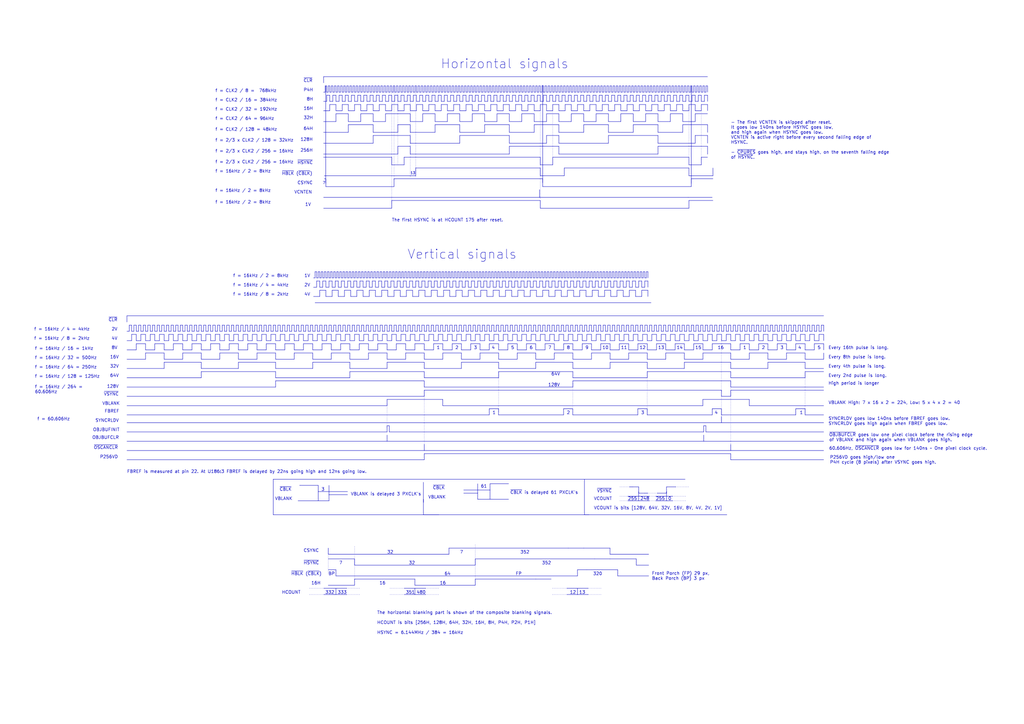
<source format=kicad_sch>
(kicad_sch (version 20230121) (generator eeschema)
  (paper "A3")
  (title_block (title "The Final Round") (date "2023-09-11") (company "Konami GX870"))
  (polyline (pts (xy 250.2178 140.97) (xy 246.4078 140.97)) (stroke (width 0) (type solid)))
  (polyline (pts (xy 222.5675 119.0625) (xy 225.1075 119.0625)) (stroke (width 0) (type solid)))
  (polyline (pts (xy 191.135 35.2425) (xy 191.135 37.7825)) (stroke (width 0) (type solid)))
  (polyline (pts (xy 258.1275 119.0625) (xy 258.1275 121.6025)) (stroke (width 0) (type solid)))
  (polyline (pts (xy 165.4175 111.4425) (xy 165.4175 113.9825)) (stroke (width 0) (type solid)))
  (polyline (pts (xy 164.1475 119.0625) (xy 164.1475 121.6025)) (stroke (width 0) (type solid)))
  (polyline (pts (xy 219.7378 137.16) (xy 219.7378 139.7)) (stroke (width 0) (type solid)))
  (polyline (pts (xy 280.035 51.1175) (xy 290.195 51.1175)) (stroke (width 0) (type solid)))
  (polyline (pts (xy 58.7375 133.35) (xy 58.7375 135.89)) (stroke (width 0) (type solid)))
  (polyline (pts (xy 152.7175 115.2525) (xy 153.9875 115.2525)) (stroke (width 0) (type solid)))
  (polyline (pts (xy 217.4875 119.0625) (xy 217.4875 121.6025)) (stroke (width 0) (type solid)))
  (polyline (pts (xy 217.805 39.0525) (xy 219.075 39.0525)) (stroke (width 0) (type solid)))
  (polyline (pts (xy 145.7325 113.9825) (xy 145.7325 111.4425)) (stroke (width 0) (type solid)))
  (polyline (pts (xy 234.95 167.64) (xy 234.95 170.18)) (stroke (width 0) (type solid)))
  (polyline (pts (xy 307.3678 133.35) (xy 307.3678 135.89)) (stroke (width 0) (type solid)))
  (polyline (pts (xy 281.305 37.7825) (xy 281.94 37.7825)) (stroke (width 0) (type solid)))
  (polyline (pts (xy 147.6375 115.2525) (xy 147.6375 117.7925)) (stroke (width 0) (type solid)))
  (polyline (pts (xy 133.0325 133.35) (xy 133.0325 135.89)) (stroke (width 0) (type solid)))
  (polyline (pts (xy 249.555 55.5625) (xy 269.875 55.5625)) (stroke (width 0) (type solid)))
  (polyline (pts (xy 93.98 133.35) (xy 93.0275 133.35)) (stroke (width 0) (type solid)))
  (polyline (pts (xy 263.2075 113.9825) (xy 263.8425 113.9825)) (stroke (width 0) (type solid)))
  (polyline (pts (xy 224.155 45.4025) (xy 226.695 45.4025)) (stroke (width 0) (type solid)))
  (polyline (pts (xy 224.155 49.8475) (xy 224.155 46.6725)) (stroke (width 0) (type solid)))
  (polyline (pts (xy 155.8925 133.35) (xy 155.8925 135.89)) (stroke (width 0) (type solid)))
  (polyline (pts (xy 267.335 41.5925) (xy 267.335 39.0525)) (stroke (width 0) (type solid)))
  (polyline (pts (xy 148.9075 111.4425) (xy 148.9075 113.9825)) (stroke (width 0) (type solid)))
  (polyline (pts (xy 147.955 37.7825) (xy 148.59 37.7825)) (stroke (width 0) (type solid)))
  (polyline (pts (xy 113.03 148.59) (xy 97.79 148.59)) (stroke (width 0) (type solid)))
  (polyline (pts (xy 229.235 60.0075) (xy 229.235 63.1825)) (stroke (width 0) (type solid)))
  (polyline (pts (xy 234.315 37.7825) (xy 234.95 37.7825)) (stroke (width 0) (type solid)))
  (polyline (pts (xy 95.885 139.7) (xy 93.98 139.7)) (stroke (width 0) (type solid)))
  (polyline (pts (xy 113.03 140.97) (xy 109.22 140.97)) (stroke (width 0) (type solid)))
  (polyline (pts (xy 255.5875 119.0625) (xy 255.5875 121.6025)) (stroke (width 0) (type solid)))
  (polyline (pts (xy 65.405 139.7) (xy 63.5 139.7)) (stroke (width 0) (type solid)))
  (polyline (pts (xy 145.415 139.7) (xy 143.51 139.7)) (stroke (width 0) (type solid)))
  (polyline (pts (xy 219.075 54.2925) (xy 219.075 51.1175)) (stroke (width 0) (type solid)))
  (polyline (pts (xy 260.985 229.235) (xy 260.985 231.775)) (stroke (width 0) (type solid)))
  (polyline (pts (xy 174.3075 121.6025) (xy 176.8475 121.6025)) (stroke (width 0) (type solid)))
  (polyline (pts (xy 197.1675 117.7925) (xy 198.4375 117.7925)) (stroke (width 0) (type solid)))
  (polyline (pts (xy 238.125 37.7825) (xy 238.76 37.7825)) (stroke (width 0) (type solid)))
  (polyline (pts (xy 208.3078 140.97) (xy 208.3078 143.51)) (stroke (width 0) (type solid)))
  (polyline (pts (xy 235.9025 111.4425) (xy 236.5375 111.4425)) (stroke (width 0) (type solid)))
  (polyline (pts (xy 309.2728 139.7) (xy 307.3678 139.7)) (stroke (width 0) (type solid)))
  (polyline (pts (xy 230.8225 111.4425) (xy 231.4575 111.4425)) (stroke (width 0) (type solid)))
  (polyline (pts (xy 264.4775 202.2475) (xy 270.1925 202.2475)) (stroke (width 0) (type dot)))
  (polyline (pts (xy 64.4525 133.35) (xy 64.4525 135.89)) (stroke (width 0) (type solid)))
  (polyline (pts (xy 134.62 233.68) (xy 137.795 233.68)) (stroke (width 0) (type solid)))
  (polyline (pts (xy 154.305 41.5925) (xy 154.305 39.0525)) (stroke (width 0) (type solid)))
  (polyline (pts (xy 88.265 133.35) (xy 88.265 135.89)) (stroke (width 0) (type solid)))
  (polyline (pts (xy 207.3275 113.9825) (xy 207.9625 113.9825)) (stroke (width 0) (type solid)))
  (polyline (pts (xy 204.4978 137.16) (xy 204.4978 139.7)) (stroke (width 0) (type solid)))
  (polyline (pts (xy 209.2325 113.9825) (xy 209.2325 111.4425)) (stroke (width 0) (type solid)))
  (polyline (pts (xy 221.615 72.0725) (xy 231.4575 72.0725)) (stroke (width 0) (type solid)))
  (polyline (pts (xy 158.75 151.13) (xy 143.51 151.13)) (stroke (width 0) (type solid)))
  (polyline (pts (xy 146.05 37.7825) (xy 146.05 35.2425)) (stroke (width 0) (type solid)))
  (polyline (pts (xy 288.3178 133.35) (xy 288.3178 135.89)) (stroke (width 0) (type solid)))
  (polyline (pts (xy 123.5075 135.89) (xy 122.555 135.89)) (stroke (width 0) (type solid)))
  (polyline (pts (xy 165.735 45.4025) (xy 165.735 42.8625)) (stroke (width 0) (type solid)))
  (polyline (pts (xy 57.785 137.16) (xy 57.785 139.7)) (stroke (width 0) (type solid)))
  (polyline (pts (xy 165.735 64.4525) (xy 165.735 67.6275)) (stroke (width 0) (type solid)))
  (polyline (pts (xy 239.395 41.5925) (xy 240.665 41.5925)) (stroke (width 0) (type solid)))
  (polyline (pts (xy 142.24 241.3) (xy 147.955 241.3)) (stroke (width 0) (type dot)))
  (polyline (pts (xy 72.0725 135.89) (xy 71.12 135.89)) (stroke (width 0) (type solid)))
  (polyline (pts (xy 285.75 37.7825) (xy 285.75 35.2425)) (stroke (width 0) (type solid)))
  (polyline (pts (xy 194.6275 121.6025) (xy 197.1675 121.6025)) (stroke (width 0) (type solid)))
  (polyline (pts (xy 184.15 35.2425) (xy 184.785 35.2425)) (stroke (width 0) (type solid)))
  (polyline (pts (xy 198.755 41.5925) (xy 198.755 39.0525)) (stroke (width 0) (type solid)))
  (polyline (pts (xy 177.8278 143.51) (xy 174.0178 143.51)) (stroke (width 0) (type solid)))
  (polyline (pts (xy 194.6275 117.7925) (xy 195.8975 117.7925)) (stroke (width 0) (type solid)))
  (polyline (pts (xy 191.135 45.4025) (xy 191.135 42.8625)) (stroke (width 0) (type solid)))
  (polyline (pts (xy 214.3125 113.9825) (xy 214.3125 111.4425)) (stroke (width 0) (type solid)))
  (polyline (pts (xy 143.51 133.35) (xy 142.5575 133.35)) (stroke (width 0) (type solid)))
  (polyline (pts (xy 179.3875 111.4425) (xy 179.3875 113.9825)) (stroke (width 0) (type solid)))
  (polyline (pts (xy 226.695 41.5925) (xy 227.965 41.5925)) (stroke (width 0) (type solid)))
  (polyline (pts (xy 155.2575 115.2525) (xy 155.2575 117.7925)) (stroke (width 0) (type solid)))
  (polyline (pts (xy 226.3775 115.2525) (xy 226.3775 117.7925)) (stroke (width 0) (type solid)))
  (polyline (pts (xy 196.8778 133.35) (xy 196.8778 135.89)) (stroke (width 0) (type solid)))
  (polyline (pts (xy 62.5475 135.89) (xy 61.595 135.89)) (stroke (width 0) (type solid)))
  (polyline (pts (xy 79.6925 133.35) (xy 79.6925 135.89)) (stroke (width 0) (type solid)))
  (polyline (pts (xy 257.8378 137.16) (xy 257.8378 139.7)) (stroke (width 0) (type solid)))
  (polyline (pts (xy 166.37 37.7825) (xy 166.37 35.2425)) (stroke (width 0) (type solid)))
  (polyline (pts (xy 272.415 45.4025) (xy 272.415 42.8625)) (stroke (width 0) (type solid)))
  (polyline (pts (xy 292.1278 133.35) (xy 292.1278 135.89)) (stroke (width 0) (type solid)))
  (polyline (pts (xy 113.03 144.78) (xy 105.41 144.78)) (stroke (width 0) (type solid)))
  (polyline (pts (xy 207.3275 111.4425) (xy 207.3275 113.9825)) (stroke (width 0) (type solid)))
  (polyline (pts (xy 263.2075 111.4425) (xy 263.2075 113.9825)) (stroke (width 0) (type solid)))
  (polyline (pts (xy 232.7275 115.2525) (xy 232.7275 117.7925)) (stroke (width 0) (type solid)))
  (polyline (pts (xy 288.3178 140.97) (xy 284.5078 140.97)) (stroke (width 0) (type solid)))
  (polyline (pts (xy 224.4725 111.4425) (xy 225.1075 111.4425)) (stroke (width 0) (type solid)))
  (polyline (pts (xy 263.8425 113.9825) (xy 263.8425 111.4425)) (stroke (width 0) (type solid)))
  (polyline (pts (xy 132.08 140.97) (xy 132.08 143.51)) (stroke (width 0) (type solid)))
  (polyline (pts (xy 114.935 139.7) (xy 113.03 139.7)) (stroke (width 0) (type solid)))
  (polyline (pts (xy 327.3425 135.89) (xy 326.39 135.89)) (stroke (width 0) (type solid)))
  (polyline (pts (xy 248.285 37.7825) (xy 248.92 37.7825)) (stroke (width 0) (type solid)))
  (polyline (pts (xy 133.0325 72.0725) (xy 170.4975 72.0725)) (stroke (width 0) (type solid)))
  (polyline (pts (xy 179.705 37.7825) (xy 180.34 37.7825)) (stroke (width 0) (type solid)))
  (polyline (pts (xy 317.8453 135.89) (xy 316.8928 135.89)) (stroke (width 0) (type solid)))
  (polyline (pts (xy 199.0725 111.4425) (xy 199.7075 111.4425)) (stroke (width 0) (type solid)))
  (polyline (pts (xy 234.9778 133.35) (xy 234.9778 135.89)) (stroke (width 0) (type solid)))
  (polyline (pts (xy 299.7478 137.16) (xy 299.7478 139.7)) (stroke (width 0) (type solid)))
  (polyline (pts (xy 242.5978 140.97) (xy 238.7878 140.97)) (stroke (width 0) (type solid)))
  (polyline (pts (xy 113.03 144.78) (xy 113.03 147.32)) (stroke (width 0) (type solid)))
  (polyline (pts (xy 178.7803 135.89) (xy 177.8278 135.89)) (stroke (width 0) (type solid)))
  (polyline (pts (xy 277.1775 199.7075) (xy 282.8925 199.7075)) (stroke (width 0) (type dot)))
  (polyline (pts (xy 93.98 137.16) (xy 93.98 139.7)) (stroke (width 0) (type solid)))
  (polyline (pts (xy 270.51 37.7825) (xy 270.51 35.2425)) (stroke (width 0) (type solid)))
  (polyline (pts (xy 245.4275 113.9825) (xy 246.0625 113.9825)) (stroke (width 0) (type solid)))
  (polyline (pts (xy 263.5528 137.16) (xy 263.5528 139.7)) (stroke (width 0) (type solid)))
  (polyline (pts (xy 204.47 35.2425) (xy 205.105 35.2425)) (stroke (width 0) (type solid)))
  (polyline (pts (xy 74.93 140.97) (xy 71.12 140.97)) (stroke (width 0) (type solid)))
  (polyline (pts (xy 299.72 148.59) (xy 280.6978 148.59)) (stroke (width 0) (type solid)))
  (polyline (pts (xy 299.7478 133.35) (xy 299.7478 135.89)) (stroke (width 0) (type solid)))
  (polyline (pts (xy 127 241.3) (xy 132.715 241.3)) (stroke (width 0) (type dot)))
  (polyline (pts (xy 162.56 143.51) (xy 158.75 143.51)) (stroke (width 0) (type solid)))
  (polyline (pts (xy 247.015 41.5925) (xy 248.285 41.5925)) (stroke (width 0) (type solid)))
  (polyline (pts (xy 234.9778 158.75) (xy 174.0178 158.75)) (stroke (width 0) (type solid)))
  (polyline (pts (xy 227.965 41.5925) (xy 227.965 39.0525)) (stroke (width 0) (type solid)))
  (polyline (pts (xy 213.36 35.2425) (xy 213.995 35.2425)) (stroke (width 0) (type solid)))
  (polyline (pts (xy 156.845 39.0525) (xy 158.115 39.0525)) (stroke (width 0) (type solid)))
  (polyline (pts (xy 116.84 143.51) (xy 113.03 143.51)) (stroke (width 0) (type solid)))
  (polyline (pts (xy 143.51 137.16) (xy 143.51 139.7)) (stroke (width 0) (type solid)))
  (polyline (pts (xy 174.625 39.0525) (xy 175.895 39.0525)) (stroke (width 0) (type solid)))
  (polyline (pts (xy 232.41 37.7825) (xy 232.41 35.2425)) (stroke (width 0) (type solid)))
  (polyline (pts (xy 174.3075 117.7925) (xy 175.5775 117.7925)) (stroke (width 0) (type solid)))
  (polyline (pts (xy 222.5675 113.9825) (xy 223.2025 113.9825)) (stroke (width 0) (type solid)))
  (polyline (pts (xy 131.7625 113.9825) (xy 131.7625 111.4425)) (stroke (width 0) (type solid)))
  (polyline (pts (xy 170.815 41.5925) (xy 172.085 41.5925)) (stroke (width 0) (type solid)))
  (polyline (pts (xy 199.7075 117.7925) (xy 200.9775 117.7925)) (stroke (width 0) (type solid)))
  (polyline (pts (xy 225.7425 113.9825) (xy 225.7425 111.4425)) (stroke (width 0) (type solid)))
  (polyline (pts (xy 223.8375 111.4425) (xy 223.8375 113.9825)) (stroke (width 0) (type solid)))
  (polyline (pts (xy 153.9875 113.9825) (xy 154.6225 113.9825)) (stroke (width 0) (type solid)))
  (polyline (pts (xy 115.8875 133.35) (xy 115.8875 135.89)) (stroke (width 0) (type solid)))
  (polyline (pts (xy 132.08 137.16) (xy 132.08 139.7)) (stroke (width 0) (type solid)))
  (polyline (pts (xy 303.5578 137.16) (xy 303.5578 139.7)) (stroke (width 0) (type solid)))
  (polyline (pts (xy 158.115 37.7825) (xy 158.75 37.7825)) (stroke (width 0) (type solid)))
  (polyline (pts (xy 193.0678 133.35) (xy 193.0678 135.89)) (stroke (width 0) (type solid)))
  (polyline (pts (xy 196.8778 140.97) (xy 193.0678 140.97)) (stroke (width 0) (type solid)))
  (polyline (pts (xy 219.3925 113.9825) (xy 219.3925 111.4425)) (stroke (width 0) (type solid)))
  (polyline (pts (xy 161.29 35.2425) (xy 161.925 35.2425)) (stroke (width 0) (type solid)))
  (polyline (pts (xy 217.805 35.2425) (xy 217.805 37.7825)) (stroke (width 0) (type solid)))
  (polyline (pts (xy 337.82 133.35) (xy 336.8675 133.35)) (stroke (width 0) (type solid)))
  (polyline (pts (xy 204.7875 119.0625) (xy 204.7875 121.6025)) (stroke (width 0) (type solid)))
  (polyline (pts (xy 158.75 166.37) (xy 52.07 166.37)) (stroke (width 0) (type solid)))
  (polyline (pts (xy 174.3075 115.2525) (xy 174.3075 117.7925)) (stroke (width 0) (type solid)))
  (polyline (pts (xy 77.7875 133.35) (xy 77.7875 135.89)) (stroke (width 0) (type solid)))
  (polyline (pts (xy 299.72 148.59) (xy 299.72 151.13)) (stroke (width 0) (type solid)))
  (polyline (pts (xy 160.655 67.6275) (xy 165.735 67.6275)) (stroke (width 0) (type solid)))
  (polyline (pts (xy 292.1 170.18) (xy 265.43 170.18)) (stroke (width 0) (type solid)))
  (polyline (pts (xy 97.79 151.13) (xy 82.55 151.13)) (stroke (width 0) (type solid)))
  (polyline (pts (xy 165.735 35.2425) (xy 165.735 37.7825)) (stroke (width 0) (type solid)))
  (polyline (pts (xy 231.1678 143.51) (xy 227.3578 143.51)) (stroke (width 0) (type solid)))
  (polyline (pts (xy 220.0275 113.9825) (xy 220.6625 113.9825)) (stroke (width 0) (type solid)))
  (polyline (pts (xy 221.615 37.7825) (xy 222.25 37.7825)) (stroke (width 0) (type solid)))
  (polyline (pts (xy 194.6275 111.4425) (xy 194.6275 113.9825)) (stroke (width 0) (type solid)))
  (polyline (pts (xy 86.36 133.35) (xy 85.4075 133.35)) (stroke (width 0) (type solid)))
  (polyline (pts (xy 78.74 133.35) (xy 78.74 135.89)) (stroke (width 0) (type solid)))
  (polyline (pts (xy 63.5 137.16) (xy 61.595 137.16)) (stroke (width 0) (type solid)))
  (polyline (pts (xy 233.045 224.79) (xy 239.395 224.79)))
  (polyline (pts (xy 280.035 49.8475) (xy 285.115 49.8475)) (stroke (width 0) (type solid)))
  (polyline (pts (xy 282.6028 137.16) (xy 282.6028 139.7)) (stroke (width 0) (type solid)))
  (polyline (pts (xy 153.9875 111.4425) (xy 153.9875 113.9825)) (stroke (width 0) (type solid)))
  (polyline (pts (xy 197.1675 115.2525) (xy 197.1675 117.7925)) (stroke (width 0) (type solid)))
  (polyline (pts (xy 154.94 137.16) (xy 153.035 137.16)) (stroke (width 0) (type solid)))
  (polyline (pts (xy 269.2678 137.16) (xy 269.2678 139.7)) (stroke (width 0) (type solid)))
  (polyline (pts (xy 147.32 140.97) (xy 147.32 143.51)) (stroke (width 0) (type solid)))
  (polyline (pts (xy 219.075 42.8625) (xy 219.075 45.4025)) (stroke (width 0) (type solid)))
  (polyline (pts (xy 136.2075 117.7925) (xy 137.4775 117.7925)) (stroke (width 0) (type solid)))
  (polyline (pts (xy 208.3078 137.16) (xy 208.3078 139.7)) (stroke (width 0) (type solid)))
  (polyline (pts (xy 161.6075 135.89) (xy 160.655 135.89)) (stroke (width 0) (type solid)))
  (polyline (pts (xy 254.635 45.4025) (xy 257.175 45.4025)) (stroke (width 0) (type solid)))
  (polyline (pts (xy 170.18 133.35) (xy 169.2275 133.35)) (stroke (width 0) (type solid)))
  (polyline (pts (xy 71.12 137.16) (xy 69.215 137.16)) (stroke (width 0) (type solid)))
  (polyline (pts (xy 179.705 35.2425) (xy 179.705 37.7825)) (stroke (width 0) (type solid)))
  (polyline (pts (xy 231.775 42.8625) (xy 234.315 42.8625)) (stroke (width 0) (type solid)))
  (polyline (pts (xy 187.0075 117.7925) (xy 188.2775 117.7925)) (stroke (width 0) (type solid)))
  (polyline (pts (xy 134.62 240.03) (xy 145.415 240.03)) (stroke (width 0) (type solid)))
  (polyline (pts (xy 287.655 45.4025) (xy 287.655 65.7225)) (stroke (width 0) (type dot)))
  (polyline (pts (xy 158.115 46.6725) (xy 168.275 46.6725)) (stroke (width 0) (type solid)))
  (polyline (pts (xy 258.7625 111.4425) (xy 259.3975 111.4425)) (stroke (width 0) (type solid)))
  (polyline (pts (xy 311.1778 137.16) (xy 309.2728 137.16)) (stroke (width 0) (type solid)))
  (polyline (pts (xy 212.725 35.2425) (xy 212.725 37.7825)) (stroke (width 0) (type solid)))
  (polyline (pts (xy 137.16 37.7825) (xy 137.16 35.2425)) (stroke (width 0) (type solid)))
  (polyline (pts (xy 129.2225 133.35) (xy 129.2225 135.89)) (stroke (width 0) (type solid)))
  (polyline (pts (xy 228.3103 135.89) (xy 227.3578 135.89)) (stroke (width 0) (type solid)))
  (polyline (pts (xy 242.8875 113.9825) (xy 243.5225 113.9825)) (stroke (width 0) (type solid)))
  (polyline (pts (xy 280.035 37.7825) (xy 280.67 37.7825)) (stroke (width 0) (type solid)))
  (polyline (pts (xy 247.9675 113.9825) (xy 248.6025 113.9825)) (stroke (width 0) (type solid)))
  (polyline (pts (xy 95.885 133.35) (xy 94.9325 133.35)) (stroke (width 0) (type solid)))
  (polyline (pts (xy 274.9828 133.35) (xy 274.9828 135.89)) (stroke (width 0) (type solid)))
  (polyline (pts (xy 295.9378 133.35) (xy 294.9853 133.35)) (stroke (width 0) (type solid)))
  (polyline (pts (xy 222.5675 73.3425) (xy 222.5675 76.5175)) (stroke (width 0) (type solid)))
  (polyline (pts (xy 196.215 45.4025) (xy 196.215 42.8625)) (stroke (width 0) (type solid)))
  (polyline (pts (xy 228.9175 115.2525) (xy 228.9175 117.7925)) (stroke (width 0) (type solid)))
  (polyline (pts (xy 154.94 140.97) (xy 154.94 143.51)) (stroke (width 0) (type solid)))
  (polyline (pts (xy 227.3578 147.32) (xy 219.7378 147.32)) (stroke (width 0) (type solid)))
  (polyline (pts (xy 201.295 41.5925) (xy 201.295 39.0525)) (stroke (width 0) (type solid)))
  (polyline (pts (xy 276.86 35.2425) (xy 277.495 35.2425)) (stroke (width 0) (type solid)))
  (polyline (pts (xy 227.3578 133.35) (xy 226.4053 133.35)) (stroke (width 0) (type solid)))
  (polyline (pts (xy 224.155 37.7825) (xy 224.79 37.7825)) (stroke (width 0) (type solid)))
  (polyline (pts (xy 213.0425 113.9825) (xy 213.0425 111.4425)) (stroke (width 0) (type solid)))
  (polyline (pts (xy 261.6478 133.35) (xy 260.6953 133.35)) (stroke (width 0) (type solid)))
  (polyline (pts (xy 135.89 35.2425) (xy 136.525 35.2425)) (stroke (width 0) (type solid)))
  (polyline (pts (xy 176.8475 119.0625) (xy 179.3875 119.0625)) (stroke (width 0) (type solid)))
  (polyline (pts (xy 154.94 133.35) (xy 153.9875 133.35)) (stroke (width 0) (type solid)))
  (polyline (pts (xy 248.3128 137.16) (xy 248.3128 139.7)) (stroke (width 0) (type solid)))
  (polyline (pts (xy 135.255 42.8625) (xy 137.795 42.8625)) (stroke (width 0) (type solid)))
  (polyline (pts (xy 269.875 41.5925) (xy 269.875 39.0525)) (stroke (width 0) (type solid)))
  (polyline (pts (xy 263.525 41.5925) (xy 263.525 39.0525)) (stroke (width 0) (type solid)))
  (polyline (pts (xy 254.635 41.5925) (xy 255.905 41.5925)) (stroke (width 0) (type solid)))
  (polyline (pts (xy 150.495 37.7825) (xy 151.13 37.7825)) (stroke (width 0) (type solid)))
  (polyline (pts (xy 104.4575 133.35) (xy 104.4575 135.89)) (stroke (width 0) (type solid)))
  (polyline (pts (xy 245.745 41.5925) (xy 245.745 39.0525)) (stroke (width 0) (type solid)))
  (polyline (pts (xy 149.225 39.0525) (xy 150.495 39.0525)) (stroke (width 0) (type solid)))
  (polyline (pts (xy 271.78 35.2425) (xy 272.415 35.2425)) (stroke (width 0) (type solid)))
  (polyline (pts (xy 167.005 39.0525) (xy 168.275 39.0525)) (stroke (width 0) (type solid)))
  (polyline (pts (xy 164.465 41.5925) (xy 164.465 39.0525)) (stroke (width 0) (type solid)))
  (polyline (pts (xy 137.16 243.84) (xy 142.24 243.84)) (stroke (width 0) (type solid)))
  (polyline (pts (xy 165.735 42.8625) (xy 168.275 42.8625)) (stroke (width 0) (type solid)))
  (polyline (pts (xy 337.82 180.975) (xy 288.6075 180.975)) (stroke (width 0) (type solid)))
  (polyline (pts (xy 59.69 133.35) (xy 58.7375 133.35)) (stroke (width 0) (type solid)))
  (polyline (pts (xy 153.035 55.5625) (xy 153.035 58.7375)) (stroke (width 0) (type solid)))
  (polyline (pts (xy 274.0303 135.89) (xy 273.0778 135.89)) (stroke (width 0) (type solid)))
  (polyline (pts (xy 163.195 54.2925) (xy 163.195 51.1175)) (stroke (width 0) (type solid)))
  (polyline (pts (xy 330.2 167.64) (xy 330.2 170.18)) (stroke (width 0) (type solid)))
  (polyline (pts (xy 75.8825 133.35) (xy 75.8825 135.89)) (stroke (width 0) (type solid)))
  (polyline (pts (xy 272.415 35.2425) (xy 272.415 37.7825)) (stroke (width 0) (type solid)))
  (polyline (pts (xy 222.885 41.5925) (xy 222.885 39.0525)) (stroke (width 0) (type solid)))
  (polyline (pts (xy 223.8375 115.2525) (xy 225.1075 115.2525)) (stroke (width 0) (type solid)))
  (polyline (pts (xy 183.8325 113.9825) (xy 183.8325 111.4425)) (stroke (width 0) (type solid)))
  (polyline (pts (xy 193.0678 137.16) (xy 191.1628 137.16)) (stroke (width 0) (type solid)))
  (polyline (pts (xy 201.295 45.4025) (xy 201.295 42.8625)) (stroke (width 0) (type solid)))
  (polyline (pts (xy 179.705 39.0525) (xy 180.975 39.0525)) (stroke (width 0) (type solid)))
  (polyline (pts (xy 142.875 45.4025) (xy 145.415 45.4025)) (stroke (width 0) (type solid)))
  (polyline (pts (xy 334.01 133.35) (xy 333.0575 133.35)) (stroke (width 0) (type solid)))
  (polyline (pts (xy 57.785 133.35) (xy 57.785 135.89)) (stroke (width 0) (type solid)))
  (polyline (pts (xy 233.0728 139.7) (xy 231.1678 139.7)) (stroke (width 0) (type solid)))
  (polyline (pts (xy 299.72 156.21) (xy 299.72 158.75)) (stroke (width 0) (type solid)))
  (polyline (pts (xy 158.75 178.435) (xy 158.75 180.975)) (stroke (width 0) (type solid)))
  (polyline (pts (xy 173.99 37.7825) (xy 173.99 35.2425)) (stroke (width 0) (type solid)))
  (polyline (pts (xy 234.315 35.2425) (xy 234.315 37.7825)) (stroke (width 0) (type solid)))
  (polyline (pts (xy 267.3628 133.35) (xy 267.3628 135.89)) (stroke (width 0) (type solid)))
  (polyline (pts (xy 233.68 37.7825) (xy 233.68 35.2425)) (stroke (width 0) (type solid)))
  (polyline (pts (xy 140.335 37.7825) (xy 140.97 37.7825)) (stroke (width 0) (type solid)))
  (polyline (pts (xy 299.7478 137.16) (xy 297.8428 137.16)) (stroke (width 0) (type solid)))
  (polyline (pts (xy 302.6053 133.35) (xy 302.6053 135.89)) (stroke (width 0) (type solid)))
  (polyline (pts (xy 182.88 35.2425) (xy 183.515 35.2425)) (stroke (width 0) (type solid)))
  (polyline (pts (xy 264.4775 111.4425) (xy 264.4775 113.9825)) (stroke (width 0) (type solid)))
  (polyline (pts (xy 162.56 137.16) (xy 160.655 137.16)) (stroke (width 0) (type solid)))
  (polyline (pts (xy 240.3475 115.2525) (xy 240.3475 117.7925)) (stroke (width 0) (type solid)))
  (polyline (pts (xy 162.56 133.35) (xy 162.56 135.89)) (stroke (width 0) (type solid)))
  (polyline (pts (xy 176.8475 113.9825) (xy 177.4825 113.9825)) (stroke (width 0) (type solid)))
  (polyline (pts (xy 166.37 140.97) (xy 162.56 140.97)) (stroke (width 0) (type solid)))
  (polyline (pts (xy 174.9425 113.9825) (xy 174.9425 111.4425)) (stroke (width 0) (type solid)))
  (polyline (pts (xy 173.99 144.78) (xy 166.37 144.78)) (stroke (width 0) (type solid)))
  (polyline (pts (xy 255.9328 133.35) (xy 255.9328 135.89)) (stroke (width 0) (type solid)))
  (polyline (pts (xy 181.6378 140.97) (xy 181.6378 143.51)) (stroke (width 0) (type solid)))
  (polyline (pts (xy 132.715 54.2925) (xy 142.875 54.2925)) (stroke (width 0) (type solid)))
  (polyline (pts (xy 149.225 137.16) (xy 149.225 139.7)) (stroke (width 0) (type solid)))
  (polyline (pts (xy 283.21 35.2425) (xy 283.845 35.2425)) (stroke (width 0) (type solid)))
  (polyline (pts (xy 170.18 243.84) (xy 174.625 243.84)) (stroke (width 0) (type solid)))
  (polyline (pts (xy 191.77 37.7825) (xy 191.77 35.2425)) (stroke (width 0) (type solid)))
  (polyline (pts (xy 163.195 60.0075) (xy 163.195 63.1825)) (stroke (width 0) (type solid)))
  (polyline (pts (xy 56.8325 135.89) (xy 55.88 135.89)) (stroke (width 0) (type solid)))
  (polyline (pts (xy 219.075 45.4025) (xy 221.615 45.4025)) (stroke (width 0) (type solid)))
  (polyline (pts (xy 261.9375 111.4425) (xy 261.9375 113.9825)) (stroke (width 0) (type solid)))
  (polyline (pts (xy 216.8525 113.9825) (xy 216.8525 111.4425)) (stroke (width 0) (type solid)))
  (polyline (pts (xy 249.555 35.2425) (xy 249.555 37.7825)) (stroke (width 0) (type solid)))
  (polyline (pts (xy 194.9728 137.16) (xy 194.9728 139.7)) (stroke (width 0) (type solid)))
  (polyline (pts (xy 172.085 133.35) (xy 171.1325 133.35)) (stroke (width 0) (type solid)))
  (polyline (pts (xy 219.7378 140.97) (xy 215.9278 140.97)) (stroke (width 0) (type solid)))
  (polyline (pts (xy 185.7375 111.4425) (xy 185.7375 113.9825)) (stroke (width 0) (type solid)))
  (polyline (pts (xy 204.7875 121.6025) (xy 207.3275 121.6025)) (stroke (width 0) (type solid)))
  (polyline (pts (xy 122.555 139.7) (xy 120.65 139.7)) (stroke (width 0) (type solid)))
  (polyline (pts (xy 138.7475 117.7925) (xy 140.0175 117.7925)) (stroke (width 0) (type solid)))
  (polyline (pts (xy 214.0228 133.35) (xy 214.0228 135.89)) (stroke (width 0) (type solid)))
  (polyline (pts (xy 233.9975 115.2525) (xy 233.9975 117.7925)) (stroke (width 0) (type solid)))
  (polyline (pts (xy 133.6298 76.5241) (xy 161.5987 76.5241)) (stroke (width 0) (type solid)))
  (polyline (pts (xy 255.9328 137.16) (xy 255.9328 139.7)) (stroke (width 0) (type solid)))
  (polyline (pts (xy 174.9703 133.35) (xy 174.9703 135.89)) (stroke (width 0) (type solid)))
  (polyline (pts (xy 300.7003 133.35) (xy 300.7003 135.89)) (stroke (width 0) (type solid)))
  (polyline (pts (xy 235.2675 119.0625) (xy 235.2675 121.6025)) (stroke (width 0) (type solid)))
  (polyline (pts (xy 303.53 140.97) (xy 303.53 143.51)) (stroke (width 0) (type solid)))
  (polyline (pts (xy 197.1675 111.4425) (xy 197.1675 113.9825)) (stroke (width 0) (type solid)))
  (polyline (pts (xy 260.985 37.7825) (xy 261.62 37.7825)) (stroke (width 0) (type solid)))
  (polyline (pts (xy 153.9875 121.6025) (xy 156.5275 121.6025)) (stroke (width 0) (type solid)))
  (polyline (pts (xy 180.6853 133.35) (xy 180.6853 135.89)) (stroke (width 0) (type solid)))
  (polyline (pts (xy 185.4478 143.51) (xy 181.6378 143.51)) (stroke (width 0) (type solid)))
  (polyline (pts (xy 307.3678 137.16) (xy 305.4628 137.16)) (stroke (width 0) (type solid)))
  (polyline (pts (xy 330.2 140.97) (xy 330.2 143.51)) (stroke (width 0) (type solid)))
  (polyline (pts (xy 162.56 37.7825) (xy 162.56 35.2425)) (stroke (width 0) (type solid)))
  (polyline (pts (xy 200.025 39.0525) (xy 201.295 39.0525)) (stroke (width 0) (type solid)))
  (polyline (pts (xy 140.0175 115.2525) (xy 140.0175 117.7925)) (stroke (width 0) (type solid)))
  (polyline (pts (xy 263.2075 115.2525) (xy 263.2075 117.7925)) (stroke (width 0) (type solid)))
  (polyline (pts (xy 135.89 144.78) (xy 135.89 147.32)) (stroke (width 0) (type solid)))
  (polyline (pts (xy 314.9878 133.35) (xy 314.0353 133.35)) (stroke (width 0) (type solid)))
  (polyline (pts (xy 132.715 63.1825) (xy 163.195 63.1825)) (stroke (width 0) (type solid)))
  (polyline (pts (xy 269.2678 140.97) (xy 269.2678 143.51)) (stroke (width 0) (type solid)))
  (polyline (pts (xy 337.82 158.75) (xy 299.72 158.75)) (stroke (width 0) (type solid)))
  (polyline (pts (xy 189.2578 140.97) (xy 185.4478 140.97)) (stroke (width 0) (type solid)))
  (polyline (pts (xy 280.6978 140.97) (xy 280.6978 143.51)) (stroke (width 0) (type solid)))
  (polyline (pts (xy 276.8878 133.35) (xy 276.8878 135.89)) (stroke (width 0) (type solid)))
  (polyline (pts (xy 232.7275 111.4425) (xy 232.7275 113.9825)) (stroke (width 0) (type solid)))
  (polyline (pts (xy 226.4053 135.89) (xy 225.4528 135.89)) (stroke (width 0) (type solid)))
  (polyline (pts (xy 257.81 35.2425) (xy 258.445 35.2425)) (stroke (width 0) (type solid)))
  (polyline (pts (xy 218.1225 111.4425) (xy 218.7575 111.4425)) (stroke (width 0) (type solid)))
  (polyline (pts (xy 211.455 35.2425) (xy 211.455 37.7825)) (stroke (width 0) (type solid)))
  (polyline (pts (xy 231.4575 113.9825) (xy 232.0925 113.9825)) (stroke (width 0) (type solid)))
  (polyline (pts (xy 261.9375 203.5175) (xy 266.3825 203.5175)) (stroke (width 0) (type solid)))
  (polyline (pts (xy 218.1225 113.9825) (xy 218.1225 111.4425)) (stroke (width 0) (type solid)))
  (polyline (pts (xy 184.785 37.7825) (xy 185.42 37.7825)) (stroke (width 0) (type solid)))
  (polyline (pts (xy 165.4175 115.2525) (xy 166.6875 115.2525)) (stroke (width 0) (type solid)))
  (polyline (pts (xy 194.9728 139.7) (xy 193.0678 139.7)) (stroke (width 0) (type solid)))
  (polyline (pts (xy 234.9778 144.78) (xy 234.9778 147.32)) (stroke (width 0) (type solid)))
  (polyline (pts (xy 181.9275 111.4425) (xy 181.9275 113.9825)) (stroke (width 0) (type solid)))
  (polyline (pts (xy 244.1575 115.2525) (xy 245.4275 115.2525)) (stroke (width 0) (type solid)))
  (polyline (pts (xy 202.2475 117.7925) (xy 203.5175 117.7925)) (stroke (width 0) (type solid)))
  (polyline (pts (xy 174.9703 135.89) (xy 174.0178 135.89)) (stroke (width 0) (type solid)))
  (polyline (pts (xy 173.99 148.59) (xy 173.99 151.13)) (stroke (width 0) (type solid)))
  (polyline (pts (xy 158.75 163.83) (xy 158.75 166.37)) (stroke (width 0) (type solid)))
  (polyline (pts (xy 178.7525 113.9825) (xy 178.7525 111.4425)) (stroke (width 0) (type solid)))
  (polyline (pts (xy 225.1075 117.7925) (xy 226.3775 117.7925)) (stroke (width 0) (type solid)))
  (polyline (pts (xy 188.3053 133.35) (xy 188.3053 135.89)) (stroke (width 0) (type solid)))
  (polyline (pts (xy 282.575 41.5925) (xy 283.845 41.5925)) (stroke (width 0) (type solid)))
  (polyline (pts (xy 236.855 37.7825) (xy 237.49 37.7825)) (stroke (width 0) (type solid)))
  (polyline (pts (xy 173.99 35.2425) (xy 174.625 35.2425)) (stroke (width 0) (type solid)))
  (polyline (pts (xy 164.465 133.35) (xy 163.5125 133.35)) (stroke (width 0) (type solid)))
  (polyline (pts (xy 256.8575 113.9825) (xy 257.4925 113.9825)) (stroke (width 0) (type solid)))
  (polyline (pts (xy 179.07 35.2425) (xy 179.705 35.2425)) (stroke (width 0) (type solid)))
  (polyline (pts (xy 245.4553 133.35) (xy 245.4553 135.89)) (stroke (width 0) (type solid)))
  (polyline (pts (xy 232.1203 135.89) (xy 231.1678 135.89)) (stroke (width 0) (type solid)))
  (polyline (pts (xy 201.295 35.2425) (xy 201.295 37.7825)) (stroke (width 0) (type solid)))
  (polyline (pts (xy 128.5875 113.9825) (xy 129.2225 113.9825)) (stroke (width 0) (type solid)))
  (polyline (pts (xy 53.975 139.7) (xy 52.07 139.7)) (stroke (width 0) (type solid)))
  (polyline (pts (xy 142.24 35.2425) (xy 142.875 35.2425)) (stroke (width 0) (type solid)))
  (polyline (pts (xy 133.6675 117.7925) (xy 134.9375 117.7925)) (stroke (width 0) (type solid)))
  (polyline (pts (xy 143.1925 113.9825) (xy 143.1925 111.4425)) (stroke (width 0) (type solid)))
  (polyline (pts (xy 191.135 41.5925) (xy 191.135 39.0525)) (stroke (width 0) (type solid)))
  (polyline (pts (xy 134.62 227.33) (xy 134.62 235.585)) (stroke (width 0) (type dot)))
  (polyline (pts (xy 250.2178 151.13) (xy 234.9778 151.13)) (stroke (width 0) (type solid)))
  (polyline (pts (xy 186.3725 113.9825) (xy 186.3725 111.4425)) (stroke (width 0) (type solid)))
  (polyline (pts (xy 247.015 35.2425) (xy 247.015 37.7825)) (stroke (width 0) (type solid)))
  (polyline (pts (xy 205.105 41.5925) (xy 205.105 39.0525)) (stroke (width 0) (type solid)))
  (polyline (pts (xy 160.655 133.35) (xy 159.7025 133.35)) (stroke (width 0) (type solid)))
  (polyline (pts (xy 140.335 41.5925) (xy 140.335 39.0525)) (stroke (width 0) (type solid)))
  (polyline (pts (xy 86.36 143.51) (xy 82.55 143.51)) (stroke (width 0) (type solid)))
  (polyline (pts (xy 273.0778 144.78) (xy 273.0778 147.32)) (stroke (width 0) (type solid)))
  (polyline (pts (xy 164.1475 113.9825) (xy 164.7825 113.9825)) (stroke (width 0) (type solid)))
  (polyline (pts (xy 200.3425 113.9825) (xy 200.3425 111.4425)) (stroke (width 0) (type solid)))
  (polyline (pts (xy 244.475 45.4025) (xy 247.015 45.4025)) (stroke (width 0) (type solid)))
  (polyline (pts (xy 268.605 39.0525) (xy 269.875 39.0525)) (stroke (width 0) (type solid)))
  (polyline (pts (xy 178.435 35.2425) (xy 178.435 37.7825)) (stroke (width 0) (type solid)))
  (polyline (pts (xy 201.295 41.5925) (xy 202.565 41.5925)) (stroke (width 0) (type solid)))
  (polyline (pts (xy 274.955 42.8625) (xy 274.955 45.4025)) (stroke (width 0) (type solid)))
  (polyline (pts (xy 246.38 35.2425) (xy 247.015 35.2425)) (stroke (width 0) (type solid)))
  (polyline (pts (xy 164.1475 111.4425) (xy 164.1475 113.9825)) (stroke (width 0) (type solid)))
  (polyline (pts (xy 294.0328 139.7) (xy 292.1278 139.7)) (stroke (width 0) (type solid)))
  (polyline (pts (xy 192.405 39.0525) (xy 193.675 39.0525)) (stroke (width 0) (type solid)))
  (polyline (pts (xy 239.0775 111.4425) (xy 239.0775 113.9825)) (stroke (width 0) (type solid)))
  (polyline (pts (xy 120.65 144.78) (xy 120.65 147.32)) (stroke (width 0) (type solid)))
  (polyline (pts (xy 151.13 37.7825) (xy 151.13 35.2425)) (stroke (width 0) (type solid)))
  (polyline (pts (xy 318.77 140.97) (xy 318.77 143.51)) (stroke (width 0) (type solid)))
  (polyline (pts (xy 195.2625 111.4425) (xy 195.8975 111.4425)) (stroke (width 0) (type solid)))
  (polyline (pts (xy 215.9278 137.16) (xy 214.0228 137.16)) (stroke (width 0) (type solid)))
  (polyline (pts (xy 151.4475 119.0625) (xy 151.4475 121.6025)) (stroke (width 0) (type solid)))
  (polyline (pts (xy 155.575 35.2425) (xy 155.575 37.7825)) (stroke (width 0) (type solid)))
  (polyline (pts (xy 226.695 243.84) (xy 232.41 243.84)) (stroke (width 0) (type dot)))
  (polyline (pts (xy 199.7075 113.9825) (xy 200.3425 113.9825)) (stroke (width 0) (type solid)))
  (polyline (pts (xy 250.19 35.2425) (xy 250.825 35.2425)) (stroke (width 0) (type solid)))
  (polyline (pts (xy 236.8828 137.16) (xy 236.8828 139.7)) (stroke (width 0) (type solid)))
  (polyline (pts (xy 196.8778 137.16) (xy 196.8778 139.7)) (stroke (width 0) (type solid)))
  (polyline (pts (xy 82.55 152.4) (xy 82.55 154.94)) (stroke (width 0) (type solid)))
  (polyline (pts (xy 181.6378 137.16) (xy 179.7328 137.16)) (stroke (width 0) (type solid)))
  (polyline (pts (xy 136.8425 135.89) (xy 135.89 135.89)) (stroke (width 0) (type solid)))
  (polyline (pts (xy 215.265 37.7825) (xy 215.9 37.7825)) (stroke (width 0) (type solid)))
  (polyline (pts (xy 178.1175 115.2525) (xy 179.3875 115.2525)) (stroke (width 0) (type solid)))
  (polyline (pts (xy 269.875 35.2425) (xy 269.875 37.7825)) (stroke (width 0) (type solid)))
  (polyline (pts (xy 207.3553 133.35) (xy 207.3553 135.89)) (stroke (width 0) (type solid)))
  (polyline (pts (xy 173.355 35.2425) (xy 173.355 37.7825)) (stroke (width 0) (type solid)))
  (polyline (pts (xy 74.93 144.78) (xy 74.93 147.32)) (stroke (width 0) (type solid)))
  (polyline (pts (xy 198.755 46.6725) (xy 198.755 49.8475)) (stroke (width 0) (type solid)))
  (polyline (pts (xy 173.99 152.4) (xy 173.99 154.94)) (stroke (width 0) (type solid)))
  (polyline (pts (xy 164.1475 121.6025) (xy 166.6875 121.6025)) (stroke (width 0) (type solid)))
  (polyline (pts (xy 184.785 39.0525) (xy 186.055 39.0525)) (stroke (width 0) (type solid)))
  (polyline (pts (xy 263.5528 133.35) (xy 262.6003 133.35)) (stroke (width 0) (type solid)))
  (polyline (pts (xy 135.255 37.7825) (xy 135.89 37.7825)) (stroke (width 0) (type solid)))
  (polyline (pts (xy 314.9878 133.35) (xy 314.9878 135.89)) (stroke (width 0) (type solid)))
  (polyline (pts (xy 221.615 41.5925) (xy 221.615 39.0525)) (stroke (width 0) (type solid)))
  (polyline (pts (xy 241.6453 133.35) (xy 241.6453 135.89)) (stroke (width 0) (type solid)))
  (polyline (pts (xy 262.5725 111.4425) (xy 263.2075 111.4425)) (stroke (width 0) (type solid)))
  (polyline (pts (xy 259.715 42.8625) (xy 259.715 45.4025)) (stroke (width 0) (type solid)))
  (polyline (pts (xy 153.035 41.5925) (xy 154.305 41.5925)) (stroke (width 0) (type solid)))
  (polyline (pts (xy 299.72 186.055) (xy 173.99 186.055)) (stroke (width 0) (type solid)))
  (polyline (pts (xy 238.7878 140.97) (xy 238.7878 143.51)) (stroke (width 0) (type solid)))
  (polyline (pts (xy 327.3425 133.35) (xy 327.3425 135.89)) (stroke (width 0) (type solid)))
  (polyline (pts (xy 273.0778 140.97) (xy 269.2678 140.97)) (stroke (width 0) (type solid)))
  (polyline (pts (xy 290.195 60.0075) (xy 290.195 63.1825)) (stroke (width 0) (type solid)))
  (polyline (pts (xy 254.635 37.7825) (xy 255.27 37.7825)) (stroke (width 0) (type solid)))
  (polyline (pts (xy 265.7475 205.4225) (xy 271.4625 205.4225)) (stroke (width 0) (type dot)))
  (polyline (pts (xy 157.7975 133.35) (xy 157.7975 135.89)) (stroke (width 0) (type solid)))
  (polyline (pts (xy 67.31 137.16) (xy 67.31 139.7)) (stroke (width 0) (type solid)))
  (polyline (pts (xy 183.515 37.7825) (xy 184.15 37.7825)) (stroke (width 0) (type solid)))
  (polyline (pts (xy 113.03 156.21) (xy 113.03 158.75)) (stroke (width 0) (type solid)))
  (polyline (pts (xy 69.215 133.35) (xy 69.215 135.89)) (stroke (width 0) (type solid)))
  (polyline (pts (xy 156.21 35.2425) (xy 156.845 35.2425)) (stroke (width 0) (type solid)))
  (polyline (pts (xy 239.0775 115.2525) (xy 239.0775 117.7925)) (stroke (width 0) (type solid)))
  (polyline (pts (xy 255.5875 117.7925) (xy 256.8575 117.7925)) (stroke (width 0) (type solid)))
  (polyline (pts (xy 110.1725 133.35) (xy 110.1725 135.89)) (stroke (width 0) (type solid)))
  (polyline (pts (xy 199.39 35.2425) (xy 200.025 35.2425)) (stroke (width 0) (type solid)))
  (polyline (pts (xy 272.1253 135.89) (xy 271.1728 135.89)) (stroke (width 0) (type solid)))
  (polyline (pts (xy 131.1275 119.0625) (xy 133.6675 119.0625)) (stroke (width 0) (type solid)))
  (polyline (pts (xy 141.605 139.7) (xy 139.7 139.7)) (stroke (width 0) (type solid)))
  (polyline (pts (xy 196.85 37.7825) (xy 196.85 35.2425)) (stroke (width 0) (type solid)))
  (polyline (pts (xy 137.795 133.35) (xy 136.8425 133.35)) (stroke (width 0) (type solid)))
  (polyline (pts (xy 152.0825 135.89) (xy 151.13 135.89)) (stroke (width 0) (type solid)))
  (polyline (pts (xy 152.0825 133.35) (xy 152.0825 135.89)) (stroke (width 0) (type solid)))
  (polyline (pts (xy 229.235 42.8625) (xy 229.235 45.4025)) (stroke (width 0) (type solid)))
  (polyline (pts (xy 170.4975 68.8975) (xy 221.615 68.8975)) (stroke (width 0) (type solid)))
  (polyline (pts (xy 139.7 143.51) (xy 135.89 143.51)) (stroke (width 0) (type solid)))
  (polyline (pts (xy 131.1275 119.0625) (xy 131.1275 121.6025)) (stroke (width 0) (type solid)))
  (polyline (pts (xy 158.75 148.59) (xy 158.75 151.13)) (stroke (width 0) (type solid)))
  (polyline (pts (xy 297.8428 137.16) (xy 297.8428 139.7)) (stroke (width 0) (type solid)))
  (polyline (pts (xy 137.795 41.5925) (xy 139.065 41.5925)) (stroke (width 0) (type solid)))
  (polyline (pts (xy 167.9575 113.9825) (xy 168.5925 113.9825)) (stroke (width 0) (type solid)))
  (polyline (pts (xy 221.615 35.2425) (xy 221.615 37.7825)) (stroke (width 0) (type solid)))
  (polyline (pts (xy 131.7625 111.4425) (xy 132.3975 111.4425)) (stroke (width 0) (type solid)))
  (polyline (pts (xy 245.11 35.2425) (xy 245.745 35.2425)) (stroke (width 0) (type solid)))
  (polyline (pts (xy 145.7325 111.4425) (xy 146.3675 111.4425)) (stroke (width 0) (type solid)))
  (polyline (pts (xy 221.615 41.5925) (xy 222.885 41.5925)) (stroke (width 0) (type solid)))
  (polyline (pts (xy 290.195 31.4325) (xy 132.715 31.4325)) (stroke (width 0) (type solid)))
  (polyline (pts (xy 227.6475 119.0625) (xy 227.6475 121.6025)) (stroke (width 0) (type solid)))
  (polyline (pts (xy 191.1628 139.7) (xy 189.2578 139.7)) (stroke (width 0) (type solid)))
  (polyline (pts (xy 137.795 236.22) (xy 236.855 236.22)) (stroke (width 0) (type solid)))
  (polyline (pts (xy 206.4028 137.16) (xy 206.4028 139.7)) (stroke (width 0) (type solid)))
  (polyline (pts (xy 113.03 152.4) (xy 82.55 152.4)) (stroke (width 0) (type solid)))
  (polyline (pts (xy 189.2578 144.78) (xy 181.6378 144.78)) (stroke (width 0) (type solid)))
  (polyline (pts (xy 204.4978 152.7175) (xy 204.47 169.2275)) (stroke (width 0) (type dot)))
  (polyline (pts (xy 218.7575 115.2525) (xy 220.0275 115.2525)) (stroke (width 0) (type solid)))
  (polyline (pts (xy 230.1875 117.7925) (xy 231.4575 117.7925)) (stroke (width 0) (type solid)))
  (polyline (pts (xy 206.6925 113.9825) (xy 206.6925 111.4425)) (stroke (width 0) (type solid)))
  (polyline (pts (xy 62.5475 133.35) (xy 62.5475 135.89)) (stroke (width 0) (type solid)))
  (polyline (pts (xy 208.5975 198.4375) (xy 200.9775 198.4375)) (stroke (width 0) (type solid)))
  (polyline (pts (xy 90.17 140.97) (xy 86.36 140.97)) (stroke (width 0) (type solid)))
  (polyline (pts (xy 245.4275 121.6025) (xy 247.9675 121.6025)) (stroke (width 0) (type solid)))
  (polyline (pts (xy 136.8425 111.4425) (xy 137.4775 111.4425)) (stroke (width 0) (type solid)))
  (polyline (pts (xy 299.72 152.4) (xy 265.4578 152.4)) (stroke (width 0) (type solid)))
  (polyline (pts (xy 145.415 237.49) (xy 170.18 237.49)) (stroke (width 0) (type solid)))
  (polyline (pts (xy 189.2578 133.35) (xy 189.2578 135.89)) (stroke (width 0) (type solid)))
  (polyline (pts (xy 298.7953 133.35) (xy 298.7953 135.89)) (stroke (width 0) (type solid)))
  (polyline (pts (xy 173.6725 111.4425) (xy 174.3075 111.4425)) (stroke (width 0) (type solid)))
  (polyline (pts (xy 198.7828 133.35) (xy 197.8303 133.35)) (stroke (width 0) (type solid)))
  (polyline (pts (xy 151.13 140.97) (xy 147.32 140.97)) (stroke (width 0) (type solid)))
  (polyline (pts (xy 158.115 41.5925) (xy 158.115 39.0525)) (stroke (width 0) (type solid)))
  (polyline (pts (xy 215.265 35.2425) (xy 215.265 37.7825)) (stroke (width 0) (type solid)))
  (polyline (pts (xy 248.3128 139.7) (xy 246.4078 139.7)) (stroke (width 0) (type solid)))
  (polyline (pts (xy 240.665 233.68) (xy 247.015 233.68)))
  (polyline (pts (xy 268.9225 203.5175) (xy 273.3675 203.5175)) (stroke (width 0) (type solid)))
  (polyline (pts (xy 264.4775 113.9825) (xy 265.1125 113.9825)) (stroke (width 0) (type solid)))
  (polyline (pts (xy 82.55 154.94) (xy 52.07 154.94)) (stroke (width 0) (type solid)))
  (polyline (pts (xy 272.415 37.7825) (xy 273.05 37.7825)) (stroke (width 0) (type solid)))
  (polyline (pts (xy 257.8378 147.32) (xy 250.2178 147.32)) (stroke (width 0) (type solid)))
  (polyline (pts (xy 237.8353 135.89) (xy 236.8828 135.89)) (stroke (width 0) (type solid)))
  (polyline (pts (xy 210.82 35.2425) (xy 211.455 35.2425)) (stroke (width 0) (type solid)))
  (polyline (pts (xy 196.8778 140.97) (xy 196.8778 143.51)) (stroke (width 0) (type solid)))
  (polyline (pts (xy 169.2275 135.89) (xy 168.275 135.89)) (stroke (width 0) (type solid)))
  (polyline (pts (xy 183.515 45.4025) (xy 186.055 45.4025)) (stroke (width 0) (type solid)))
  (polyline (pts (xy 205.4503 133.35) (xy 205.4503 135.89)) (stroke (width 0) (type solid)))
  (polyline (pts (xy 222.5953 135.89) (xy 221.6428 135.89)) (stroke (width 0) (type solid)))
  (polyline (pts (xy 148.9075 121.6025) (xy 151.4475 121.6025)) (stroke (width 0) (type solid)))
  (polyline (pts (xy 207.01 35.2425) (xy 207.645 35.2425)) (stroke (width 0) (type solid)))
  (polyline (pts (xy 241.6175 115.2525) (xy 241.6175 117.7925)) (stroke (width 0) (type solid)))
  (polyline (pts (xy 280.035 41.5925) (xy 280.035 39.0525)) (stroke (width 0) (type solid)))
  (polyline (pts (xy 150.495 45.4025) (xy 150.495 42.8625)) (stroke (width 0) (type solid)))
  (polyline (pts (xy 254.9525 111.4425) (xy 255.5875 111.4425)) (stroke (width 0) (type solid)))
  (polyline (pts (xy 203.835 45.4025) (xy 206.375 45.4025)) (stroke (width 0) (type solid)))
  (polyline (pts (xy 261.9375 199.7075) (xy 258.1275 199.7075)) (stroke (width 0) (type solid)))
  (polyline (pts (xy 288.29 163.83) (xy 288.29 166.37)) (stroke (width 0) (type solid)))
  (polyline (pts (xy 190.1825 111.4425) (xy 190.8175 111.4425)) (stroke (width 0) (type solid)))
  (polyline (pts (xy 167.3225 111.4425) (xy 167.9575 111.4425)) (stroke (width 0) (type solid)))
  (polyline (pts (xy 178.435 46.6725) (xy 178.435 49.8475)) (stroke (width 0) (type solid)))
  (polyline (pts (xy 151.765 39.0525) (xy 153.035 39.0525)) (stroke (width 0) (type solid)))
  (polyline (pts (xy 235.2675 115.2525) (xy 235.2675 117.7925)) (stroke (width 0) (type solid)))
  (polyline (pts (xy 153.035 139.7) (xy 151.13 139.7)) (stroke (width 0) (type solid)))
  (polyline (pts (xy 226.695 35.2425) (xy 226.695 37.7825)) (stroke (width 0) (type solid)))
  (polyline (pts (xy 151.13 137.16) (xy 151.13 139.7)) (stroke (width 0) (type solid)))
  (polyline (pts (xy 210.185 39.0525) (xy 211.455 39.0525)) (stroke (width 0) (type solid)))
  (polyline (pts (xy 136.2075 115.2525) (xy 136.2075 117.7925)) (stroke (width 0) (type solid)))
  (polyline (pts (xy 137.795 139.7) (xy 135.89 139.7)) (stroke (width 0) (type solid)))
  (polyline (pts (xy 257.8378 140.97) (xy 257.8378 143.51)) (stroke (width 0) (type solid)))
  (polyline (pts (xy 161.6075 119.0625) (xy 161.6075 121.6025)) (stroke (width 0) (type solid)))
  (polyline (pts (xy 208.915 51.1175) (xy 208.915 54.2925)) (stroke (width 0) (type solid)))
  (polyline (pts (xy 316.8928 133.35) (xy 316.8928 135.89)) (stroke (width 0) (type solid)))
  (polyline (pts (xy 271.145 39.0525) (xy 272.415 39.0525)) (stroke (width 0) (type solid)))
  (polyline (pts (xy 130.4925 113.9825) (xy 130.4925 111.4425)) (stroke (width 0) (type solid)))
  (polyline (pts (xy 259.08 35.2425) (xy 259.715 35.2425)) (stroke (width 0) (type solid)))
  (polyline (pts (xy 224.5003 135.89) (xy 223.5478 135.89)) (stroke (width 0) (type solid)))
  (polyline (pts (xy 136.525 39.0525) (xy 137.795 39.0525)) (stroke (width 0) (type solid)))
  (polyline (pts (xy 337.82 151.13) (xy 330.2 151.13)) (stroke (width 0) (type solid)))
  (polyline (pts (xy 229.235 37.7825) (xy 229.87 37.7825)) (stroke (width 0) (type solid)))
  (polyline (pts (xy 247.3603 135.89) (xy 246.4078 135.89)) (stroke (width 0) (type solid)))
  (polyline (pts (xy 326.39 133.35) (xy 326.39 135.89)) (stroke (width 0) (type solid)))
  (polyline (pts (xy 65.405 137.16) (xy 65.405 139.7)) (stroke (width 0) (type solid)))
  (polyline (pts (xy 153.035 55.5625) (xy 168.275 55.5625)) (stroke (width 0) (type solid)))
  (polyline (pts (xy 240.9825 113.9825) (xy 240.9825 111.4425)) (stroke (width 0) (type solid)))
  (polyline (pts (xy 154.6225 113.9825) (xy 154.6225 111.4425)) (stroke (width 0) (type solid)))
  (polyline (pts (xy 169.2275 113.9825) (xy 169.8625 113.9825)) (stroke (width 0) (type solid)))
  (polyline (pts (xy 258.7625 113.9825) (xy 258.7625 111.4425)) (stroke (width 0) (type solid)))
  (polyline (pts (xy 190.5 37.7825) (xy 190.5 35.2425)) (stroke (width 0) (type solid)))
  (polyline (pts (xy 179.7328 137.16) (xy 179.7328 139.7)) (stroke (width 0) (type solid)))
  (polyline (pts (xy 266.065 35.2425) (xy 266.065 37.7825)) (stroke (width 0) (type solid)))
  (polyline (pts (xy 209.8675 121.6025) (xy 212.4075 121.6025)) (stroke (width 0) (type solid)))
  (polyline (pts (xy 287.655 42.8625) (xy 290.195 42.8625)) (stroke (width 0) (type solid)))
  (polyline (pts (xy 210.2128 139.7) (xy 208.3078 139.7)) (stroke (width 0) (type solid)))
  (polyline (pts (xy 289.56 37.7825) (xy 289.56 35.2425)) (stroke (width 0) (type solid)))
  (polyline (pts (xy 247.65 37.7825) (xy 247.65 35.2425)) (stroke (width 0) (type solid)))
  (polyline (pts (xy 183.515 46.6725) (xy 188.595 46.6725)) (stroke (width 0) (type solid)))
  (polyline (pts (xy 187.3528 133.35) (xy 187.3528 135.89)) (stroke (width 0) (type solid)))
  (polyline (pts (xy 166.37 133.35) (xy 165.4175 133.35)) (stroke (width 0) (type solid)))
  (polyline (pts (xy 203.5175 111.4425) (xy 203.5175 113.9825)) (stroke (width 0) (type solid)))
  (polyline (pts (xy 210.2128 133.35) (xy 209.2603 133.35)) (stroke (width 0) (type solid)))
  (polyline (pts (xy 131.1275 113.9825) (xy 131.7625 113.9825)) (stroke (width 0) (type solid)))
  (polyline (pts (xy 183.1975 115.2525) (xy 184.4675 115.2525)) (stroke (width 0) (type solid)))
  (polyline (pts (xy 194.6275 113.9825) (xy 195.2625 113.9825)) (stroke (width 0) (type solid)))
  (polyline (pts (xy 169.8625 111.4425) (xy 170.4975 111.4425)) (stroke (width 0) (type solid)))
  (polyline (pts (xy 128.27 144.78) (xy 120.65 144.78)) (stroke (width 0) (type solid)))
  (polyline (pts (xy 137.795 41.5925) (xy 137.795 39.0525)) (stroke (width 0) (type solid)))
  (polyline (pts (xy 216.2175 113.9825) (xy 216.8525 113.9825)) (stroke (width 0) (type solid)))
  (polyline (pts (xy 170.18 137.16) (xy 168.275 137.16)) (stroke (width 0) (type solid)))
  (polyline (pts (xy 240.3475 119.0625) (xy 240.3475 121.6025)) (stroke (width 0) (type solid)))
  (polyline (pts (xy 145.415 133.35) (xy 144.4625 133.35)) (stroke (width 0) (type solid)))
  (polyline (pts (xy 275.59 37.7825) (xy 275.59 35.2425)) (stroke (width 0) (type solid)))
  (polyline (pts (xy 234.315 49.8475) (xy 234.315 46.6725)) (stroke (width 0) (type solid)))
  (polyline (pts (xy 232.41 35.2425) (xy 233.045 35.2425)) (stroke (width 0) (type solid)))
  (polyline (pts (xy 178.435 42.8625) (xy 178.435 45.4025)) (stroke (width 0) (type solid)))
  (polyline (pts (xy 191.4525 113.9825) (xy 191.4525 111.4425)) (stroke (width 0) (type solid)))
  (polyline (pts (xy 96.8375 135.89) (xy 95.885 135.89)) (stroke (width 0) (type solid)))
  (polyline (pts (xy 209.8675 111.4425) (xy 209.8675 113.9825)) (stroke (width 0) (type solid)))
  (polyline (pts (xy 170.4975 115.2525) (xy 171.7675 115.2525)) (stroke (width 0) (type solid)))
  (polyline (pts (xy 135.255 41.5925) (xy 136.525 41.5925)) (stroke (width 0) (type solid)))
  (polyline (pts (xy 174.9425 111.4425) (xy 175.5775 111.4425)) (stroke (width 0) (type solid)))
  (polyline (pts (xy 111.125 137.16) (xy 111.125 139.7)) (stroke (width 0) (type solid)))
  (polyline (pts (xy 250.19 224.79) (xy 250.19 227.33)) (stroke (width 0) (type solid)))
  (polyline (pts (xy 112.0775 196.5325) (xy 280.9875 196.5325)))
  (polyline (pts (xy 233.3625 111.4425) (xy 233.9975 111.4425)) (stroke (width 0) (type solid)))
  (polyline (pts (xy 265.7475 202.2475) (xy 261.9375 202.2475)) (stroke (width 0) (type solid)))
  (polyline (pts (xy 270.2203 133.35) (xy 270.2203 135.89)) (stroke (width 0) (type solid)))
  (polyline (pts (xy 82.55 144.78) (xy 74.93 144.78)) (stroke (width 0) (type solid)))
  (polyline (pts (xy 337.82 160.02) (xy 299.72 160.02)) (stroke (width 0) (type solid)))
  (polyline (pts (xy 239.7125 113.9825) (xy 239.7125 111.4425)) (stroke (width 0) (type solid)))
  (polyline (pts (xy 254.635 46.6725) (xy 259.715 46.6725)) (stroke (width 0) (type solid)))
  (polyline (pts (xy 224.155 55.5625) (xy 229.235 55.5625)) (stroke (width 0) (type solid)))
  (polyline (pts (xy 133.0325 73.3425) (xy 133.624 73.3416)) (stroke (width 0) (type solid)))
  (polyline (pts (xy 188.595 55.5625) (xy 188.595 58.7375)) (stroke (width 0) (type solid)))
  (polyline (pts (xy 231.775 45.4025) (xy 231.775 42.8625)) (stroke (width 0) (type solid)))
  (polyline (pts (xy 172.72 35.2425) (xy 173.355 35.2425)) (stroke (width 0) (type solid)))
  (polyline (pts (xy 209.2603 133.35) (xy 209.2603 135.89)) (stroke (width 0) (type solid)))
  (polyline (pts (xy 155.8925 135.89) (xy 154.94 135.89)) (stroke (width 0) (type solid)))
  (polyline (pts (xy 217.805 37.7825) (xy 218.44 37.7825)) (stroke (width 0) (type solid)))
  (polyline (pts (xy 250.825 35.2425) (xy 250.825 37.7825)) (stroke (width 0) (type solid)))
  (polyline (pts (xy 152.7175 115.2525) (xy 152.7175 117.7925)) (stroke (width 0) (type solid)))
  (polyline (pts (xy 330.2 133.35) (xy 329.2475 133.35)) (stroke (width 0) (type solid)))
  (polyline (pts (xy 167.9575 111.4425) (xy 167.9575 113.9825)) (stroke (width 0) (type solid)))
  (polyline (pts (xy 157.7975 115.2525) (xy 159.0675 115.2525)) (stroke (width 0) (type solid)))
  (polyline (pts (xy 233.045 41.5925) (xy 233.045 39.0525)) (stroke (width 0) (type solid)))
  (polyline (pts (xy 173.0375 111.4425) (xy 173.0375 113.9825)) (stroke (width 0) (type solid)))
  (polyline (pts (xy 236.855 243.84) (xy 241.3 243.84)) (stroke (width 0) (type solid)))
  (polyline (pts (xy 227.965 37.7825) (xy 228.6 37.7825)) (stroke (width 0) (type solid)))
  (polyline (pts (xy 82.55 148.59) (xy 67.31 148.59)) (stroke (width 0) (type solid)))
  (polyline (pts (xy 132.715 49.8475) (xy 137.795 49.8475)) (stroke (width 0) (type solid)))
  (polyline (pts (xy 147.6375 113.9825) (xy 148.2725 113.9825)) (stroke (width 0) (type solid)))
  (polyline (pts (xy 237.8075 119.0625) (xy 240.3475 119.0625)) (stroke (width 0) (type solid)))
  (polyline (pts (xy 147.32 35.2425) (xy 147.955 35.2425)) (stroke (width 0) (type solid)))
  (polyline (pts (xy 250.19 224.79) (xy 239.395 224.79)) (stroke (width 0) (type solid)))
  (polyline (pts (xy 163.195 35.2425) (xy 163.195 37.7825)) (stroke (width 0) (type solid)))
  (polyline (pts (xy 212.1178 137.16) (xy 212.1178 139.7)) (stroke (width 0) (type solid)))
  (polyline (pts (xy 172.085 133.35) (xy 172.085 135.89)) (stroke (width 0) (type solid)))
  (polyline (pts (xy 267.97 35.2425) (xy 268.605 35.2425)) (stroke (width 0) (type solid)))
  (polyline (pts (xy 150.495 42.8625) (xy 153.035 42.8625)) (stroke (width 0) (type solid)))
  (polyline (pts (xy 168.275 137.16) (xy 168.275 139.7)) (stroke (width 0) (type solid)))
  (polyline (pts (xy 187.0075 119.0625) (xy 187.0075 121.6025)) (stroke (width 0) (type solid)))
  (polyline (pts (xy 324.485 133.35) (xy 324.485 135.89)) (stroke (width 0) (type solid)))
  (polyline (pts (xy 226.695 42.8625) (xy 229.235 42.8625)) (stroke (width 0) (type solid)))
  (polyline (pts (xy 57.785 133.35) (xy 56.8325 133.35)) (stroke (width 0) (type solid)))
  (polyline (pts (xy 223.5478 140.97) (xy 223.5478 143.51)) (stroke (width 0) (type solid)))
  (polyline (pts (xy 195.2625 113.9825) (xy 195.2625 111.4425)) (stroke (width 0) (type solid)))
  (polyline (pts (xy 178.1175 113.9825) (xy 178.7525 113.9825)) (stroke (width 0) (type solid)))
  (polyline (pts (xy 184.4675 111.4425) (xy 184.4675 113.9825)) (stroke (width 0) (type solid)))
  (polyline (pts (xy 290.195 42.8625) (xy 290.195 45.4025)) (stroke (width 0) (type solid)))
  (polyline (pts (xy 337.82 137.16) (xy 337.82 139.7)) (stroke (width 0) (type solid)))
  (polyline (pts (xy 76.835 137.16) (xy 76.835 139.7)) (stroke (width 0) (type solid)))
  (polyline (pts (xy 231.1678 137.16) (xy 229.2628 137.16)) (stroke (width 0) (type solid)))
  (polyline (pts (xy 261.9375 115.2525) (xy 263.2075 115.2525)) (stroke (width 0) (type solid)))
  (polyline (pts (xy 259.715 37.7825) (xy 260.35 37.7825)) (stroke (width 0) (type solid)))
  (polyline (pts (xy 200.6878 137.16) (xy 200.6878 139.7)) (stroke (width 0) (type solid)))
  (polyline (pts (xy 225.1075 115.2525) (xy 225.1075 117.7925)) (stroke (width 0) (type solid)))
  (polyline (pts (xy 298.7953 135.89) (xy 297.8428 135.89)) (stroke (width 0) (type solid)))
  (polyline (pts (xy 146.05 35.2425) (xy 146.685 35.2425)) (stroke (width 0) (type solid)))
  (polyline (pts (xy 158.115 49.8475) (xy 158.115 46.6725)) (stroke (width 0) (type solid)))
  (polyline (pts (xy 129.8575 115.2525) (xy 131.1275 115.2525)) (stroke (width 0) (type solid)))
  (polyline (pts (xy 281.305 41.5925) (xy 281.305 39.0525)) (stroke (width 0) (type solid)))
  (polyline (pts (xy 139.7 137.16) (xy 137.795 137.16)) (stroke (width 0) (type solid)))
  (polyline (pts (xy 280.6978 148.59) (xy 280.6978 151.13)) (stroke (width 0) (type solid)))
  (polyline (pts (xy 175.9228 139.7) (xy 174.0178 139.7)) (stroke (width 0) (type solid)))
  (polyline (pts (xy 153.035 42.8625) (xy 153.035 45.4025)) (stroke (width 0) (type solid)))
  (polyline (pts (xy 175.26 37.7825) (xy 175.26 35.2425)) (stroke (width 0) (type solid)))
  (polyline (pts (xy 180.0225 211.1375) (xy 112.0775 211.1375)))
  (polyline (pts (xy 272.415 41.5925) (xy 273.685 41.5925)) (stroke (width 0) (type solid)))
  (polyline (pts (xy 119.6975 133.35) (xy 119.6975 135.89)) (stroke (width 0) (type solid)))
  (polyline (pts (xy 182.5903 135.89) (xy 181.6378 135.89)) (stroke (width 0) (type solid)))
  (polyline (pts (xy 222.5675 117.7925) (xy 223.8375 117.7925)) (stroke (width 0) (type solid)))
  (polyline (pts (xy 104.4575 135.89) (xy 103.505 135.89)) (stroke (width 0) (type solid)))
  (polyline (pts (xy 139.3825 113.9825) (xy 139.3825 111.4425)) (stroke (width 0) (type solid)))
  (polyline (pts (xy 279.4 37.7825) (xy 279.4 35.2425)) (stroke (width 0) (type solid)))
  (polyline (pts (xy 109.22 140.97) (xy 109.22 143.51)) (stroke (width 0) (type solid)))
  (polyline (pts (xy 179.3875 115.2525) (xy 179.3875 117.7925)) (stroke (width 0) (type solid)))
  (polyline (pts (xy 264.795 37.7825) (xy 265.43 37.7825)) (stroke (width 0) (type solid)))
  (polyline (pts (xy 249.555 41.5925) (xy 250.825 41.5925)) (stroke (width 0) (type solid)))
  (polyline (pts (xy 261.9375 201.6125) (xy 261.9375 205.4225)))
  (polyline (pts (xy 142.875 49.8475) (xy 147.955 49.8475)) (stroke (width 0) (type solid)))
  (polyline (pts (xy 142.5575 113.9825) (xy 143.1925 113.9825)) (stroke (width 0) (type solid)))
  (polyline (pts (xy 145.0975 111.4425) (xy 145.0975 113.9825)) (stroke (width 0) (type solid)))
  (polyline (pts (xy 234.9778 133.35) (xy 234.0253 133.35)) (stroke (width 0) (type solid)))
  (polyline (pts (xy 176.53 37.7825) (xy 176.53 35.2425)) (stroke (width 0) (type solid)))
  (polyline (pts (xy 208.915 60.0075) (xy 229.235 60.0075)) (stroke (width 0) (type solid)))
  (polyline (pts (xy 217.4875 117.7925) (xy 218.7575 117.7925)) (stroke (width 0) (type solid)))
  (polyline (pts (xy 166.6875 115.2525) (xy 166.6875 117.7925)) (stroke (width 0) (type solid)))
  (polyline (pts (xy 288.29 166.37) (xy 181.61 166.37)) (stroke (width 0) (type solid)))
  (polyline (pts (xy 292.1278 137.16) (xy 290.2228 137.16)) (stroke (width 0) (type solid)))
  (polyline (pts (xy 237.8075 117.7925) (xy 239.0775 117.7925)) (stroke (width 0) (type solid)))
  (polyline (pts (xy 207.3275 117.7925) (xy 208.5975 117.7925)) (stroke (width 0) (type solid)))
  (polyline (pts (xy 161.6075 111.4425) (xy 161.6075 113.9825)) (stroke (width 0) (type solid)))
  (polyline (pts (xy 107.315 139.7) (xy 105.41 139.7)) (stroke (width 0) (type solid)))
  (polyline (pts (xy 183.515 49.8475) (xy 183.515 46.6725)) (stroke (width 0) (type solid)))
  (polyline (pts (xy 252.1228 133.35) (xy 252.1228 135.89)) (stroke (width 0) (type solid)))
  (polyline (pts (xy 137.16 35.2425) (xy 137.795 35.2425)) (stroke (width 0) (type solid)))
  (polyline (pts (xy 151.4475 111.4425) (xy 151.4475 113.9825)) (stroke (width 0) (type solid)))
  (polyline (pts (xy 151.4475 115.2525) (xy 151.4475 117.7925)) (stroke (width 0) (type solid)))
  (polyline (pts (xy 199.7075 111.4425) (xy 199.7075 113.9825)) (stroke (width 0) (type solid)))
  (polyline (pts (xy 101.6 137.16) (xy 101.6 139.7)) (stroke (width 0) (type solid)))
  (polyline (pts (xy 208.915 46.6725) (xy 208.915 49.8475)) (stroke (width 0) (type solid)))
  (polyline (pts (xy 82.55 137.16) (xy 82.55 139.7)) (stroke (width 0) (type solid)))
  (polyline (pts (xy 250.5075 111.4425) (xy 250.5075 113.9825)) (stroke (width 0) (type solid)))
  (polyline (pts (xy 286.4128 139.7) (xy 284.5078 139.7)) (stroke (width 0) (type solid)))
  (polyline (pts (xy 249.2375 113.9825) (xy 249.8725 113.9825)) (stroke (width 0) (type solid)))
  (polyline (pts (xy 209.55 35.2425) (xy 210.185 35.2425)) (stroke (width 0) (type solid)))
  (polyline (pts (xy 163.195 41.5925) (xy 163.195 39.0525)) (stroke (width 0) (type solid)))
  (polyline (pts (xy 316.8928 133.35) (xy 315.9403 133.35)) (stroke (width 0) (type solid)))
  (polyline (pts (xy 137.795 233.68) (xy 137.795 236.22)) (stroke (width 0) (type solid)))
  (polyline (pts (xy 255.9328 133.35) (xy 254.9803 133.35)) (stroke (width 0) (type solid)))
  (polyline (pts (xy 244.5028 139.7) (xy 242.5978 139.7)) (stroke (width 0) (type solid)))
  (polyline (pts (xy 159.0675 115.2525) (xy 159.0675 117.7925)) (stroke (width 0) (type solid)))
  (polyline (pts (xy 147.6375 115.2525) (xy 148.9075 115.2525)) (stroke (width 0) (type solid)))
  (polyline (pts (xy 174.625 241.3) (xy 180.34 241.3)) (stroke (width 0) (type dot)))
  (polyline (pts (xy 268.3153 133.35) (xy 268.3153 135.89)) (stroke (width 0) (type solid)))
  (polyline (pts (xy 213.995 35.2425) (xy 213.995 37.7825)) (stroke (width 0) (type solid)))
  (polyline (pts (xy 208.5975 111.4425) (xy 208.5975 113.9825)) (stroke (width 0) (type solid)))
  (polyline (pts (xy 163.5125 135.89) (xy 162.56 135.89)) (stroke (width 0) (type solid)))
  (polyline (pts (xy 305.4628 133.35) (xy 304.5103 133.35)) (stroke (width 0) (type solid)))
  (polyline (pts (xy 141.2875 119.0625) (xy 141.2875 121.6025)) (stroke (width 0) (type solid)))
  (polyline (pts (xy 239.395 45.4025) (xy 241.935 45.4025)) (stroke (width 0) (type solid)))
  (polyline (pts (xy 280.035 41.5925) (xy 281.305 41.5925)) (stroke (width 0) (type solid)))
  (polyline (pts (xy 273.0778 137.16) (xy 271.1728 137.16)) (stroke (width 0) (type solid)))
  (polyline (pts (xy 188.595 42.8625) (xy 188.595 45.4025)) (stroke (width 0) (type solid)))
  (polyline (pts (xy 208.28 35.2425) (xy 208.915 35.2425)) (stroke (width 0) (type solid)))
  (polyline (pts (xy 211.455 37.7825) (xy 212.09 37.7825)) (stroke (width 0) (type solid)))
  (polyline (pts (xy 221.615 42.8625) (xy 224.155 42.8625)) (stroke (width 0) (type solid)))
  (polyline (pts (xy 317.8453 133.35) (xy 317.8453 135.89)) (stroke (width 0) (type solid)))
  (polyline (pts (xy 171.7675 113.9825) (xy 172.4025 113.9825)) (stroke (width 0) (type solid)))
  (polyline (pts (xy 228.6 35.2425) (xy 229.235 35.2425)) (stroke (width 0) (type solid)))
  (polyline (pts (xy 261.62 35.2425) (xy 262.255 35.2425)) (stroke (width 0) (type solid)))
  (polyline (pts (xy 337.82 184.785) (xy 52.07 184.785)) (stroke (width 0) (type solid)))
  (polyline (pts (xy 194.9728 133.35) (xy 194.9728 135.89)) (stroke (width 0) (type solid)))
  (polyline (pts (xy 152.4 37.7825) (xy 152.4 35.2425)) (stroke (width 0) (type solid)))
  (polyline (pts (xy 280.035 45.4025) (xy 282.575 45.4025)) (stroke (width 0) (type solid)))
  (polyline (pts (xy 233.0728 133.35) (xy 232.1203 133.35)) (stroke (width 0) (type solid)))
  (polyline (pts (xy 336.8675 135.89) (xy 335.915 135.89)) (stroke (width 0) (type solid)))
  (polyline (pts (xy 220.0275 117.7925) (xy 221.2975 117.7925)) (stroke (width 0) (type solid)))
  (polyline (pts (xy 240.665 39.0525) (xy 241.935 39.0525)) (stroke (width 0) (type solid)))
  (polyline (pts (xy 133.6675 121.6025) (xy 136.2075 121.6025)) (stroke (width 0) (type solid)))
  (polyline (pts (xy 336.8675 133.35) (xy 336.8675 135.89)) (stroke (width 0) (type solid)))
  (polyline (pts (xy 165.1 35.2425) (xy 165.735 35.2425)) (stroke (width 0) (type solid)))
  (polyline (pts (xy 240.6928 139.7) (xy 238.7878 139.7)) (stroke (width 0) (type solid)))
  (polyline (pts (xy 188.2775 115.2525) (xy 189.5475 115.2525)) (stroke (width 0) (type solid)))
  (polyline (pts (xy 265.43 37.7825) (xy 265.43 35.2425)) (stroke (width 0) (type solid)))
  (polyline (pts (xy 212.1178 133.35) (xy 211.1653 133.35)) (stroke (width 0) (type solid)))
  (polyline (pts (xy 149.225 133.35) (xy 149.225 135.89)) (stroke (width 0) (type solid)))
  (polyline (pts (xy 193.0678 143.51) (xy 189.2578 143.51)) (stroke (width 0) (type solid)))
  (polyline (pts (xy 174.3075 111.4425) (xy 174.3075 113.9825)) (stroke (width 0) (type solid)))
  (polyline (pts (xy 326.39 133.35) (xy 325.4375 133.35)) (stroke (width 0) (type solid)))
  (polyline (pts (xy 170.815 45.4025) (xy 170.815 42.8625)) (stroke (width 0) (type solid)))
  (polyline (pts (xy 238.125 35.2425) (xy 238.125 37.7825)) (stroke (width 0) (type solid)))
  (polyline (pts (xy 231.4575 68.8975) (xy 282.575 68.8975)) (stroke (width 0) (type solid)))
  (polyline (pts (xy 282.575 35.2425) (xy 282.575 37.7825)) (stroke (width 0) (type solid)))
  (polyline (pts (xy 182.245 39.0525) (xy 183.515 39.0525)) (stroke (width 0) (type solid)))
  (polyline (pts (xy 146.3675 113.9825) (xy 147.0025 113.9825)) (stroke (width 0) (type solid)))
  (polyline (pts (xy 326.39 170.18) (xy 295.91 170.18)) (stroke (width 0) (type solid)))
  (polyline (pts (xy 181.9275 117.7925) (xy 183.1975 117.7925)) (stroke (width 0) (type solid)))
  (polyline (pts (xy 246.6975 111.4425) (xy 246.6975 113.9825)) (stroke (width 0) (type solid)))
  (polyline (pts (xy 139.065 35.2425) (xy 139.065 37.7825)) (stroke (width 0) (type solid)))
  (polyline (pts (xy 337.82 166.37) (xy 307.34 166.37)) (stroke (width 0) (type solid)))
  (polyline (pts (xy 269.875 54.2925) (xy 280.035 54.2925)) (stroke (width 0) (type solid)))
  (polyline (pts (xy 61.595 133.35) (xy 61.595 135.89)) (stroke (width 0) (type solid)))
  (polyline (pts (xy 259.7428 133.35) (xy 259.7428 135.89)) (stroke (width 0) (type solid)))
  (polyline (pts (xy 225.4528 137.16) (xy 225.4528 139.7)) (stroke (width 0) (type solid)))
  (polyline (pts (xy 173.99 156.21) (xy 173.99 158.75)) (stroke (width 0) (type solid)))
  (polyline (pts (xy 253.0753 135.89) (xy 252.1228 135.89)) (stroke (width 0) (type solid)))
  (polyline (pts (xy 206.6925 111.4425) (xy 207.3275 111.4425)) (stroke (width 0) (type solid)))
  (polyline (pts (xy 337.82 129.54) (xy 52.07 129.54)) (stroke (width 0) (type solid)))
  (polyline (pts (xy 265.4578 137.16) (xy 263.5528 137.16)) (stroke (width 0) (type solid)))
  (polyline (pts (xy 222.5675 34.925) (xy 222.5675 74.93)))
  (polyline (pts (xy 218.44 35.2425) (xy 219.075 35.2425)) (stroke (width 0) (type solid)))
  (polyline (pts (xy 240.3475 121.6025) (xy 242.8875 121.6025)) (stroke (width 0) (type solid)))
  (polyline (pts (xy 168.275 37.7825) (xy 168.91 37.7825)) (stroke (width 0) (type solid)))
  (polyline (pts (xy 150.1775 115.2525) (xy 150.1775 117.7925)) (stroke (width 0) (type solid)))
  (polyline (pts (xy 324.485 137.16) (xy 324.485 139.7)) (stroke (width 0) (type solid)))
  (polyline (pts (xy 129.2225 113.9825) (xy 129.2225 111.4425)) (stroke (width 0) (type solid)))
  (polyline (pts (xy 226.695 45.4025) (xy 226.695 64.4525)) (stroke (width 0) (type dot)))
  (polyline (pts (xy 311.1778 133.35) (xy 311.1778 135.89)) (stroke (width 0) (type solid)))
  (polyline (pts (xy 181.61 163.83) (xy 158.75 163.83)) (stroke (width 0) (type solid)))
  (polyline (pts (xy 147.32 133.35) (xy 146.3675 133.35)) (stroke (width 0) (type solid)))
  (polyline (pts (xy 301.6528 139.7) (xy 299.7478 139.7)) (stroke (width 0) (type solid)))
  (polyline (pts (xy 89.2175 133.35) (xy 89.2175 135.89)) (stroke (width 0) (type solid)))
  (polyline (pts (xy 168.275 60.0075) (xy 168.275 63.1825)) (stroke (width 0) (type solid)))
  (polyline (pts (xy 261.62 170.18) (xy 234.95 170.18)) (stroke (width 0) (type solid)))
  (polyline (pts (xy 249.555 49.8475) (xy 254.635 49.8475)) (stroke (width 0) (type solid)))
  (polyline (pts (xy 180.6575 115.2525) (xy 181.9275 115.2525)) (stroke (width 0) (type solid)))
  (polyline (pts (xy 160.655 85.4075) (xy 160.655 82.2325)) (stroke (width 0) (type solid)))
  (polyline (pts (xy 141.605 35.2425) (xy 141.605 37.7825)) (stroke (width 0) (type solid)))
  (polyline (pts (xy 285.115 45.4025) (xy 287.655 45.4025)) (stroke (width 0) (type solid)))
  (polyline (pts (xy 166.6875 111.4425) (xy 166.6875 113.9825)) (stroke (width 0) (type solid)))
  (polyline (pts (xy 78.74 137.16) (xy 76.835 137.16)) (stroke (width 0) (type solid)))
  (polyline (pts (xy 138.7475 121.6025) (xy 141.2875 121.6025)) (stroke (width 0) (type solid)))
  (polyline (pts (xy 226.695 37.7825) (xy 227.33 37.7825)) (stroke (width 0) (type solid)))
  (polyline (pts (xy 257.4925 203.5175) (xy 261.9375 203.5175)) (stroke (width 0) (type solid)))
  (polyline (pts (xy 201.295 37.7825) (xy 201.93 37.7825)) (stroke (width 0) (type solid)))
  (polyline (pts (xy 217.4875 113.9825) (xy 218.1225 113.9825)) (stroke (width 0) (type solid)))
  (polyline (pts (xy 284.48 35.2425) (xy 285.115 35.2425)) (stroke (width 0) (type solid)))
  (polyline (pts (xy 256.2225 111.4425) (xy 256.8575 111.4425)) (stroke (width 0) (type solid)))
  (polyline (pts (xy 233.9975 115.2525) (xy 235.2675 115.2525)) (stroke (width 0) (type solid)))
  (polyline (pts (xy 267.335 45.4025) (xy 267.335 42.8625)) (stroke (width 0) (type solid)))
  (polyline (pts (xy 232.0925 113.9825) (xy 232.0925 111.4425)) (stroke (width 0) (type solid)))
  (polyline (pts (xy 291.1753 133.35) (xy 291.1753 135.89)) (stroke (width 0) (type solid)))
  (polyline (pts (xy 159.7025 113.9825) (xy 159.7025 111.4425)) (stroke (width 0) (type solid)))
  (polyline (pts (xy 235.9025 113.9825) (xy 235.9025 111.4425)) (stroke (width 0) (type solid)))
  (polyline (pts (xy 53.0225 133.35) (xy 53.0225 135.89)) (stroke (width 0) (type solid)))
  (polyline (pts (xy 276.225 35.2425) (xy 276.225 37.7825)) (stroke (width 0) (type solid)))
  (polyline (pts (xy 274.955 46.6725) (xy 280.035 46.6725)) (stroke (width 0) (type solid)))
  (polyline (pts (xy 246.4078 133.35) (xy 245.4553 133.35)) (stroke (width 0) (type solid)))
  (polyline (pts (xy 217.8328 137.16) (xy 217.8328 139.7)) (stroke (width 0) (type solid)))
  (polyline (pts (xy 253.0475 119.0625) (xy 253.0475 121.6025)) (stroke (width 0) (type solid)))
  (polyline (pts (xy 248.6025 111.4425) (xy 249.2375 111.4425)) (stroke (width 0) (type solid)))
  (polyline (pts (xy 292.4175 68.8975) (xy 292.4175 72.0725)) (stroke (width 0) (type solid)))
  (polyline (pts (xy 297.8428 133.35) (xy 297.8428 135.89)) (stroke (width 0) (type solid)))
  (polyline (pts (xy 170.18 140.97) (xy 170.18 143.51)) (stroke (width 0) (type solid)))
  (polyline (pts (xy 162.8775 113.9825) (xy 163.5125 113.9825)) (stroke (width 0) (type solid)))
  (polyline (pts (xy 223.5478 133.35) (xy 223.5478 135.89)) (stroke (width 0) (type solid)))
  (polyline (pts (xy 213.6775 115.2525) (xy 214.9475 115.2525)) (stroke (width 0) (type solid)))
  (polyline (pts (xy 290.2228 133.35) (xy 290.2228 135.89)) (stroke (width 0) (type solid)))
  (polyline (pts (xy 204.7875 117.7925) (xy 206.0575 117.7925)) (stroke (width 0) (type solid)))
  (polyline (pts (xy 329.2475 133.35) (xy 329.2475 135.89)) (stroke (width 0) (type solid)))
  (polyline (pts (xy 220.6625 111.4425) (xy 221.2975 111.4425)) (stroke (width 0) (type solid)))
  (polyline (pts (xy 148.2725 135.89) (xy 147.32 135.89)) (stroke (width 0) (type solid)))
  (polyline (pts (xy 192.1153 135.89) (xy 191.1628 135.89)) (stroke (width 0) (type solid)))
  (polyline (pts (xy 307.3678 137.16) (xy 307.3678 139.7)) (stroke (width 0) (type solid)))
  (polyline (pts (xy 299.72 161.925) (xy 299.72 182.245)) (stroke (width 0) (type dot)))
  (polyline (pts (xy 241.935 41.5925) (xy 241.935 39.0525)) (stroke (width 0) (type solid)))
  (polyline (pts (xy 271.1728 139.7) (xy 269.2678 139.7)) (stroke (width 0) (type solid)))
  (polyline (pts (xy 128.27 140.97) (xy 124.46 140.97)) (stroke (width 0) (type solid)))
  (polyline (pts (xy 237.8075 119.0625) (xy 237.8075 121.6025)) (stroke (width 0) (type solid)))
  (polyline (pts (xy 136.2075 113.9825) (xy 136.8425 113.9825)) (stroke (width 0) (type solid)))
  (polyline (pts (xy 242.5978 133.35) (xy 241.6453 133.35)) (stroke (width 0) (type solid)))
  (polyline (pts (xy 299.72 182.245) (xy 299.72 184.785)) (stroke (width 0) (type solid)))
  (polyline (pts (xy 132.715 41.5925) (xy 133.985 41.5925)) (stroke (width 0) (type solid)))
  (polyline (pts (xy 212.725 39.0525) (xy 213.995 39.0525)) (stroke (width 0) (type solid)))
  (polyline (pts (xy 94.9325 135.89) (xy 93.98 135.89)) (stroke (width 0) (type solid)))
  (polyline (pts (xy 260.6675 113.9825) (xy 261.3025 113.9825)) (stroke (width 0) (type solid)))
  (polyline (pts (xy 251.1425 111.4425) (xy 251.7775 111.4425)) (stroke (width 0) (type solid)))
  (polyline (pts (xy 185.42 37.7825) (xy 185.42 35.2425)) (stroke (width 0) (type solid)))
  (polyline (pts (xy 210.5025 111.4425) (xy 211.1375 111.4425)) (stroke (width 0) (type solid)))
  (polyline (pts (xy 280.67 35.2425) (xy 281.305 35.2425)) (stroke (width 0) (type solid)))
  (polyline (pts (xy 203.835 46.6725) (xy 208.915 46.6725)) (stroke (width 0) (type solid)))
  (polyline (pts (xy 244.5028 133.35) (xy 244.5028 135.89)) (stroke (width 0) (type solid)))
  (polyline (pts (xy 321.6275 133.35) (xy 321.6275 135.89)) (stroke (width 0) (type solid)))
  (polyline (pts (xy 230.505 37.7825) (xy 231.14 37.7825)) (stroke (width 0) (type solid)))
  (polyline (pts (xy 139.7 37.7825) (xy 139.7 35.2425)) (stroke (width 0) (type solid)))
  (polyline (pts (xy 219.075 51.1175) (xy 229.235 51.1175)) (stroke (width 0) (type solid)))
  (polyline (pts (xy 242.5978 137.16) (xy 242.5978 139.7)) (stroke (width 0) (type solid)))
  (polyline (pts (xy 243.5225 113.9825) (xy 243.5225 111.4425)) (stroke (width 0) (type solid)))
  (polyline (pts (xy 158.75 137.16) (xy 158.75 139.7)) (stroke (width 0) (type solid)))
  (polyline (pts (xy 166.37 140.97) (xy 166.37 143.51)) (stroke (width 0) (type solid)))
  (polyline (pts (xy 59.69 133.35) (xy 59.69 135.89)) (stroke (width 0) (type solid)))
  (polyline (pts (xy 288.3178 147.32) (xy 280.6978 147.32)) (stroke (width 0) (type solid)))
  (polyline (pts (xy 194.31 35.2425) (xy 194.945 35.2425)) (stroke (width 0) (type solid)))
  (polyline (pts (xy 228.9175 113.9825) (xy 229.5525 113.9825)) (stroke (width 0) (type solid)))
  (polyline (pts (xy 187.0075 115.2525) (xy 187.0075 117.7925)) (stroke (width 0) (type solid)))
  (polyline (pts (xy 202.5928 139.7) (xy 200.6878 139.7)) (stroke (width 0) (type solid)))
  (polyline (pts (xy 304.5103 135.89) (xy 303.5578 135.89)) (stroke (width 0) (type solid)))
  (polyline (pts (xy 160.9725 111.4425) (xy 161.6075 111.4425)) (stroke (width 0) (type solid)))
  (polyline (pts (xy 254.635 42.8625) (xy 254.635 45.4025)) (stroke (width 0) (type solid)))
  (polyline (pts (xy 246.0625 111.4425) (xy 246.6975 111.4425)) (stroke (width 0) (type solid)))
  (polyline (pts (xy 208.915 60.0075) (xy 208.915 63.1825)) (stroke (width 0) (type solid)))
  (polyline (pts (xy 314.0353 135.89) (xy 313.0828 135.89)) (stroke (width 0) (type solid)))
  (polyline (pts (xy 260.985 231.775) (xy 266.065 231.775)) (stroke (width 0) (type solid)))
  (polyline (pts (xy 226.695 45.4025) (xy 226.695 42.8625)) (stroke (width 0) (type solid)))
  (polyline (pts (xy 101.6 140.97) (xy 101.6 143.51)) (stroke (width 0) (type solid)))
  (polyline (pts (xy 158.75 133.35) (xy 158.75 135.89)) (stroke (width 0) (type solid)))
  (polyline (pts (xy 238.7878 137.16) (xy 238.7878 139.7)) (stroke (width 0) (type solid)))
  (polyline (pts (xy 255.9328 139.7) (xy 254.0278 139.7)) (stroke (width 0) (type solid)))
  (polyline (pts (xy 160.3375 111.4425) (xy 160.3375 113.9825)) (stroke (width 0) (type solid)))
  (polyline (pts (xy 332.105 137.16) (xy 332.105 139.7)) (stroke (width 0) (type solid)))
  (polyline (pts (xy 223.5478 143.51) (xy 219.7378 143.51)) (stroke (width 0) (type solid)))
  (polyline (pts (xy 168.275 46.6725) (xy 168.275 46.6725)) (stroke (width 0) (type solid)))
  (polyline (pts (xy 176.8753 133.35) (xy 176.8753 135.89)) (stroke (width 0) (type solid)))
  (polyline (pts (xy 220.6625 113.9825) (xy 220.6625 111.4425)) (stroke (width 0) (type solid)))
  (polyline (pts (xy 213.995 41.5925) (xy 215.265 41.5925)) (stroke (width 0) (type solid)))
  (polyline (pts (xy 169.2275 111.4425) (xy 169.2275 113.9825)) (stroke (width 0) (type solid)))
  (polyline (pts (xy 55.88 133.35) (xy 54.9275 133.35)) (stroke (width 0) (type solid)))
  (polyline (pts (xy 227.6475 115.2525) (xy 227.6475 117.7925)) (stroke (width 0) (type solid)))
  (polyline (pts (xy 220.345 35.2425) (xy 220.345 37.7825)) (stroke (width 0) (type solid)))
  (polyline (pts (xy 227.3578 137.16) (xy 227.3578 139.7)) (stroke (width 0) (type solid)))
  (polyline (pts (xy 302.6053 135.89) (xy 301.6528 135.89)) (stroke (width 0) (type solid)))
  (polyline (pts (xy 137.795 133.35) (xy 137.795 135.89)) (stroke (width 0) (type solid)))
  (polyline (pts (xy 168.5925 111.4425) (xy 169.2275 111.4425)) (stroke (width 0) (type solid)))
  (polyline (pts (xy 253.365 41.5925) (xy 253.365 39.0525)) (stroke (width 0) (type solid)))
  (polyline (pts (xy 285.115 35.2425) (xy 285.115 37.7825)) (stroke (width 0) (type solid)))
  (polyline (pts (xy 218.7575 113.9825) (xy 219.3925 113.9825)) (stroke (width 0) (type solid)))
  (polyline (pts (xy 169.545 35.2425) (xy 169.545 37.7825)) (stroke (width 0) (type solid)))
  (polyline (pts (xy 158.75 37.7825) (xy 158.75 35.2425)) (stroke (width 0) (type solid)))
  (polyline (pts (xy 158.75 165.735) (xy 158.7222 175.9661)) (stroke (width 0) (type dot)))
  (polyline (pts (xy 138.7475 113.9825) (xy 139.3825 113.9825)) (stroke (width 0) (type solid)))
  (polyline (pts (xy 163.195 60.0075) (xy 168.275 60.0075)) (stroke (width 0) (type solid)))
  (polyline (pts (xy 219.7378 140.97) (xy 219.7378 143.51)) (stroke (width 0) (type solid)))
  (polyline (pts (xy 273.3675 205.4225) (xy 275.9075 205.4225)) (stroke (width 0) (type solid)))
  (polyline (pts (xy 118.745 139.7) (xy 116.84 139.7)) (stroke (width 0) (type solid)))
  (polyline (pts (xy 230.1875 121.6025) (xy 232.7275 121.6025)) (stroke (width 0) (type solid)))
  (polyline (pts (xy 260.0325 113.9825) (xy 260.0325 111.4425)) (stroke (width 0) (type solid)))
  (polyline (pts (xy 203.835 37.7825) (xy 204.47 37.7825)) (stroke (width 0) (type solid)))
  (polyline (pts (xy 132.08 133.35) (xy 132.08 135.89)) (stroke (width 0) (type solid)))
  (polyline (pts (xy 168.275 41.5925) (xy 168.275 39.0525)) (stroke (width 0) (type solid)))
  (polyline (pts (xy 145.415 42.8625) (xy 147.955 42.8625)) (stroke (width 0) (type solid)))
  (polyline (pts (xy 198.7828 139.7) (xy 196.8778 139.7)) (stroke (width 0) (type solid)))
  (polyline (pts (xy 159.6747 174.625) (xy 159.6747 177.165)) (stroke (width 0) (type solid)))
  (polyline (pts (xy 168.275 46.6725) (xy 168.275 49.8475)) (stroke (width 0) (type solid)))
  (polyline (pts (xy 193.675 45.4025) (xy 196.215 45.4025)) (stroke (width 0) (type solid)))
  (polyline (pts (xy 189.865 41.5925) (xy 189.865 39.0525)) (stroke (width 0) (type solid)))
  (polyline (pts (xy 226.695 41.5925) (xy 226.695 39.0525)) (stroke (width 0) (type solid)))
  (polyline (pts (xy 195.58 37.7825) (xy 195.58 35.2425)) (stroke (width 0) (type solid)))
  (polyline (pts (xy 155.575 45.4025) (xy 155.575 42.8625)) (stroke (width 0) (type solid)))
  (polyline (pts (xy 238.125 39.0525) (xy 239.395 39.0525)) (stroke (width 0) (type solid)))
  (polyline (pts (xy 236.855 233.68) (xy 236.855 236.22)) (stroke (width 0) (type solid)))
  (polyline (pts (xy 288.3178 144.78) (xy 288.3178 147.32)) (stroke (width 0) (type solid)))
  (polyline (pts (xy 251.1703 135.89) (xy 250.2178 135.89)) (stroke (width 0) (type solid)))
  (polyline (pts (xy 202.565 41.5925) (xy 202.565 39.0525)) (stroke (width 0) (type solid)))
  (polyline (pts (xy 281.305 35.2425) (xy 281.305 37.7825)) (stroke (width 0) (type solid)))
  (polyline (pts (xy 258.445 35.2425) (xy 258.445 37.7825)) (stroke (width 0) (type solid)))
  (polyline (pts (xy 208.915 55.5625) (xy 208.915 58.7375)) (stroke (width 0) (type solid)))
  (polyline (pts (xy 142.875 35.2425) (xy 142.875 37.7825)) (stroke (width 0) (type solid)))
  (polyline (pts (xy 221.6428 139.7) (xy 219.7378 139.7)) (stroke (width 0) (type solid)))
  (polyline (pts (xy 132.715 37.7825) (xy 133.35 37.7825)) (stroke (width 0) (type solid)))
  (polyline (pts (xy 202.2475 119.0625) (xy 202.2475 121.6025)) (stroke (width 0) (type solid)))
  (polyline (pts (xy 234.9778 157.4089) (xy 234.95 167.64)) (stroke (width 0) (type dot)))
  (polyline (pts (xy 194.945 229.235) (xy 194.945 231.775)) (stroke (width 0) (type solid)))
  (polyline (pts (xy 53.0225 135.89) (xy 52.07 135.89)) (stroke (width 0) (type solid)))
  (polyline (pts (xy 181.61 37.7825) (xy 181.61 35.2425)) (stroke (width 0) (type solid)))
  (polyline (pts (xy 261.3025 111.4425) (xy 261.9375 111.4425)) (stroke (width 0) (type solid)))
  (polyline (pts (xy 254.3175 115.2525) (xy 254.3175 117.7925)) (stroke (width 0) (type solid)))
  (polyline (pts (xy 162.8775 111.4425) (xy 162.8775 113.9825)) (stroke (width 0) (type solid)))
  (polyline (pts (xy 128.27 133.35) (xy 128.27 135.89)) (stroke (width 0) (type solid)))
  (polyline (pts (xy 273.3675 199.7075) (xy 273.3675 202.2475)) (stroke (width 0) (type solid)))
  (polyline (pts (xy 235.9303 135.89) (xy 234.9778 135.89)) (stroke (width 0) (type solid)))
  (polyline (pts (xy 278.7928 133.35) (xy 277.8403 133.35)) (stroke (width 0) (type solid)))
  (polyline (pts (xy 211.1375 113.9825) (xy 211.7725 113.9825)) (stroke (width 0) (type solid)))
  (polyline (pts (xy 231.775 41.5925) (xy 231.775 39.0525)) (stroke (width 0) (type solid)))
  (polyline (pts (xy 188.9125 113.9825) (xy 188.9125 111.4425)) (stroke (width 0) (type solid)))
  (polyline (pts (xy 259.715 41.5925) (xy 259.715 39.0525)) (stroke (width 0) (type solid)))
  (polyline (pts (xy 198.4375 115.2525) (xy 199.7075 115.2525)) (stroke (width 0) (type solid)))
  (polyline (pts (xy 132.715 64.4525) (xy 160.655 64.4525)) (stroke (width 0) (type solid)))
  (polyline (pts (xy 169.2275 119.0625) (xy 169.2275 121.6025)) (stroke (width 0) (type solid)))
  (polyline (pts (xy 334.01 137.16) (xy 332.105 137.16)) (stroke (width 0) (type solid)))
  (polyline (pts (xy 97.79 148.59) (xy 97.79 151.13)) (stroke (width 0) (type solid)))
  (polyline (pts (xy 280.035 54.2925) (xy 280.035 51.1175)) (stroke (width 0) (type solid)))
  (polyline (pts (xy 283.845 39.0525) (xy 285.115 39.0525)) (stroke (width 0) (type solid)))
  (polyline (pts (xy 175.895 41.5925) (xy 177.165 41.5925)) (stroke (width 0) (type solid)))
  (polyline (pts (xy 149.225 41.5925) (xy 149.225 39.0525)) (stroke (width 0) (type solid)))
  (polyline (pts (xy 145.415 137.16) (xy 145.415 139.7)) (stroke (width 0) (type solid)))
  (polyline (pts (xy 143.1925 111.4425) (xy 143.8275 111.4425)) (stroke (width 0) (type solid)))
  (polyline (pts (xy 265.4578 140.97) (xy 265.4578 143.51)) (stroke (width 0) (type solid)))
  (polyline (pts (xy 116.84 137.16) (xy 114.935 137.16)) (stroke (width 0) (type solid)))
  (polyline (pts (xy 244.1575 113.9825) (xy 244.7925 113.9825)) (stroke (width 0) (type solid)))
  (polyline (pts (xy 219.7378 144.78) (xy 212.1178 144.78)) (stroke (width 0) (type solid)))
  (polyline (pts (xy 178.435 51.1175) (xy 188.595 51.1175)) (stroke (width 0) (type solid)))
  (polyline (pts (xy 78.74 137.16) (xy 78.74 139.7)) (stroke (width 0) (type solid)))
  (polyline (pts (xy 209.8675 115.2525) (xy 209.8675 117.7925)) (stroke (width 0) (type solid)))
  (polyline (pts (xy 330.2 153.3525) (xy 330.1722 169.8625)) (stroke (width 0) (type dot)))
  (polyline (pts (xy 185.1025 113.9825) (xy 185.1025 111.4425)) (stroke (width 0) (type solid)))
  (polyline (pts (xy 240.665 35.2425) (xy 240.665 37.7825)) (stroke (width 0) (type solid)))
  (polyline (pts (xy 184.15 224.79) (xy 184.15 227.33)) (stroke (width 0) (type solid)))
  (polyline (pts (xy 158.75 137.16) (xy 156.845 137.16)) (stroke (width 0) (type solid)))
  (polyline (pts (xy 242.57 35.2425) (xy 243.205 35.2425)) (stroke (width 0) (type solid)))
  (polyline (pts (xy 142.875 42.8625) (xy 142.875 45.4025)) (stroke (width 0) (type solid)))
  (polyline (pts (xy 226.3775 111.4425) (xy 226.3775 113.9825)) (stroke (width 0) (type solid)))
  (polyline (pts (xy 320.675 133.35) (xy 319.7225 133.35)) (stroke (width 0) (type solid)))
  (polyline (pts (xy 271.145 41.5925) (xy 271.145 39.0525)) (stroke (width 0) (type solid)))
  (polyline (pts (xy 158.75 174.625) (xy 158.75 177.165)) (stroke (width 0) (type solid)))
  (polyline (pts (xy 209.2603 135.89) (xy 208.3078 135.89)) (stroke (width 0) (type solid)))
  (polyline (pts (xy 181.9275 115.2525) (xy 181.9275 117.7925)) (stroke (width 0) (type solid)))
  (polyline (pts (xy 259.7428 137.16) (xy 259.7428 139.7)) (stroke (width 0) (type solid)))
  (polyline (pts (xy 219.7378 148.59) (xy 219.7378 151.13)) (stroke (width 0) (type solid)))
  (polyline (pts (xy 242.5978 140.97) (xy 242.5978 143.51)) (stroke (width 0) (type solid)))
  (polyline (pts (xy 192.405 41.5925) (xy 192.405 39.0525)) (stroke (width 0) (type solid)))
  (polyline (pts (xy 140.6525 111.4425) (xy 141.2875 111.4425)) (stroke (width 0) (type solid)))
  (polyline (pts (xy 301.6528 133.35) (xy 301.6528 135.89)) (stroke (width 0) (type solid)))
  (polyline (pts (xy 175.5775 111.4425) (xy 175.5775 113.9825)) (stroke (width 0) (type solid)))
  (polyline (pts (xy 254.0278 133.35) (xy 254.0278 135.89)) (stroke (width 0) (type solid)))
  (polyline (pts (xy 221.615 67.6275) (xy 226.695 67.6275)) (stroke (width 0) (type solid)))
  (polyline (pts (xy 265.43 35.2425) (xy 266.065 35.2425)) (stroke (width 0) (type solid)))
  (polyline (pts (xy 190.8175 115.2525) (xy 190.8175 117.7925)) (stroke (width 0) (type solid)))
  (polyline (pts (xy 133.35 37.7825) (xy 133.35 35.2425)) (stroke (width 0) (type solid)))
  (polyline (pts (xy 222.5675 115.2525) (xy 222.5675 117.7925)) (stroke (width 0) (type solid)))
  (polyline (pts (xy 160.655 82.2325) (xy 221.615 82.2325)) (stroke (width 0) (type solid)))
  (polyline (pts (xy 276.225 39.0525) (xy 277.495 39.0525)) (stroke (width 0) (type solid)))
  (polyline (pts (xy 109.22 133.35) (xy 108.2675 133.35)) (stroke (width 0) (type solid)))
  (polyline (pts (xy 153.3525 111.4425) (xy 153.9875 111.4425)) (stroke (width 0) (type solid)))
  (polyline (pts (xy 156.5275 115.2525) (xy 156.5275 117.7925)) (stroke (width 0) (type solid)))
  (polyline (pts (xy 147.32 37.7825) (xy 147.32 35.2425)) (stroke (width 0) (type solid)))
  (polyline (pts (xy 264.795 41.5925) (xy 266.065 41.5925)) (stroke (width 0) (type solid)))
  (polyline (pts (xy 137.795 42.8625) (xy 137.795 45.4025)) (stroke (width 0) (type solid)))
  (polyline (pts (xy 175.26 35.2425) (xy 175.895 35.2425)) (stroke (width 0) (type solid)))
  (polyline (pts (xy 244.475 42.8625) (xy 244.475 45.4025)) (stroke (width 0) (type solid)))
  (polyline (pts (xy 175.895 42.8625) (xy 178.435 42.8625)) (stroke (width 0) (type solid)))
  (polyline (pts (xy 143.51 154.94) (xy 113.03 154.94)) (stroke (width 0) (type solid)))
  (polyline (pts (xy 155.575 37.7825) (xy 156.21 37.7825)) (stroke (width 0) (type solid)))
  (polyline (pts (xy 219.3925 111.4425) (xy 220.0275 111.4425)) (stroke (width 0) (type solid)))
  (polyline (pts (xy 97.79 137.16) (xy 97.79 139.7)) (stroke (width 0) (type solid)))
  (polyline (pts (xy 146.3675 111.4425) (xy 146.3675 113.9825)) (stroke (width 0) (type solid)))
  (polyline (pts (xy 303.53 143.51) (xy 299.72 143.51)) (stroke (width 0) (type solid)))
  (polyline (pts (xy 238.4425 111.4425) (xy 239.0775 111.4425)) (stroke (width 0) (type solid)))
  (polyline (pts (xy 166.37 137.16) (xy 166.37 139.7)) (stroke (width 0) (type solid)))
  (polyline (pts (xy 227.3578 133.35) (xy 227.3578 135.89)) (stroke (width 0) (type solid)))
  (polyline (pts (xy 221.615 45.4025) (xy 221.615 42.8625)) (stroke (width 0) (type solid)))
  (polyline (pts (xy 168.275 51.1175) (xy 168.275 54.2925)) (stroke (width 0) (type solid)))
  (polyline (pts (xy 190.5 35.2425) (xy 191.135 35.2425)) (stroke (width 0) (type solid)))
  (polyline (pts (xy 111.125 133.35) (xy 111.125 135.89)) (stroke (width 0) (type solid)))
  (polyline (pts (xy 158.75 180.975) (xy 52.07 180.975)) (stroke (width 0) (type solid)))
  (polyline (pts (xy 211.1375 115.2525) (xy 212.4075 115.2525)) (stroke (width 0) (type solid)))
  (polyline (pts (xy 284.5078 133.35) (xy 283.5553 133.35)) (stroke (width 0) (type solid)))
  (polyline (pts (xy 182.5903 133.35) (xy 182.5903 135.89)) (stroke (width 0) (type solid)))
  (polyline (pts (xy 143.8275 111.4425) (xy 143.8275 113.9825)) (stroke (width 0) (type solid)))
  (polyline (pts (xy 229.2628 133.35) (xy 229.2628 135.89)) (stroke (width 0) (type solid)))
  (polyline (pts (xy 288.925 41.5925) (xy 288.925 39.0525)) (stroke (width 0) (type solid)))
  (polyline (pts (xy 267.97 37.7825) (xy 267.97 35.2425)) (stroke (width 0) (type solid)))
  (polyline (pts (xy 84.455 133.35) (xy 83.5025 133.35)) (stroke (width 0) (type solid)))
  (polyline (pts (xy 168.275 54.2925) (xy 178.435 54.2925)) (stroke (width 0) (type solid)))
  (polyline (pts (xy 130.175 133.35) (xy 129.2225 133.35)) (stroke (width 0) (type solid)))
  (polyline (pts (xy 246.4078 140.97) (xy 246.4078 143.51)) (stroke (width 0) (type solid)))
  (polyline (pts (xy 146.3675 119.0625) (xy 148.9075 119.0625)) (stroke (width 0) (type solid)))
  (polyline (pts (xy 73.025 139.7) (xy 71.12 139.7)) (stroke (width 0) (type solid)))
  (polyline (pts (xy 74.93 147.32) (xy 67.31 147.32)) (stroke (width 0) (type solid)))
  (polyline (pts (xy 193.04 37.7825) (xy 193.04 35.2425)) (stroke (width 0) (type solid)))
  (polyline (pts (xy 163.5125 111.4425) (xy 164.1475 111.4425)) (stroke (width 0) (type solid)))
  (polyline (pts (xy 241.6453 135.89) (xy 240.6928 135.89)) (stroke (width 0) (type solid)))
  (polyline (pts (xy 196.5325 111.4425) (xy 197.1675 111.4425)) (stroke (width 0) (type solid)))
  (polyline (pts (xy 210.185 41.5925) (xy 210.185 39.0525)) (stroke (width 0) (type solid)))
  (polyline (pts (xy 260.985 41.5925) (xy 260.985 39.0525)) (stroke (width 0) (type solid)))
  (polyline (pts (xy 173.6725 113.9825) (xy 173.6725 111.4425)) (stroke (width 0) (type solid)))
  (polyline (pts (xy 273.0778 137.16) (xy 273.0778 139.7)) (stroke (width 0) (type solid)))
  (polyline (pts (xy 166.37 133.35) (xy 166.37 135.89)) (stroke (width 0) (type solid)))
  (polyline (pts (xy 234.315 46.6725) (xy 239.395 46.6725)) (stroke (width 0) (type solid)))
  (polyline (pts (xy 176.2125 113.9825) (xy 176.2125 111.4425)) (stroke (width 0) (type solid)))
  (polyline (pts (xy 253.0475 117.7925) (xy 254.3175 117.7925)) (stroke (width 0) (type solid)))
  (polyline (pts (xy 233.045 37.7825) (xy 233.68 37.7825)) (stroke (width 0) (type solid)))
  (polyline (pts (xy 147.6375 111.4425) (xy 147.6375 113.9825)) (stroke (width 0) (type solid)))
  (polyline (pts (xy 192.405 37.7825) (xy 193.04 37.7825)) (stroke (width 0) (type solid)))
  (polyline (pts (xy 235.585 35.2425) (xy 235.585 37.7825)) (stroke (width 0) (type solid)))
  (polyline (pts (xy 268.605 41.5925) (xy 268.605 39.0525)) (stroke (width 0) (type solid)))
  (polyline (pts (xy 140.335 41.5925) (xy 141.605 41.5925)) (stroke (width 0) (type solid)))
  (polyline (pts (xy 161.6075 35.2425) (xy 161.6075 73.9775)) (stroke (width 0) (type dot)))
  (polyline (pts (xy 134.9375 133.35) (xy 134.9375 135.89)) (stroke (width 0) (type solid)))
  (polyline (pts (xy 71.12 137.16) (xy 71.12 139.7)) (stroke (width 0) (type solid)))
  (polyline (pts (xy 260.985 39.0525) (xy 262.255 39.0525)) (stroke (width 0) (type solid)))
  (polyline (pts (xy 324.485 133.35) (xy 323.5325 133.35)) (stroke (width 0) (type solid)))
  (polyline (pts (xy 265.4578 133.35) (xy 264.5053 133.35)) (stroke (width 0) (type solid)))
  (polyline (pts (xy 236.22 37.7825) (xy 236.22 35.2425)) (stroke (width 0) (type solid)))
  (polyline (pts (xy 217.17 37.7825) (xy 217.17 35.2425)) (stroke (width 0) (type solid)))
  (polyline (pts (xy 144.145 37.7825) (xy 144.78 37.7825)) (stroke (width 0) (type solid)))
  (polyline (pts (xy 254.9803 135.89) (xy 254.0278 135.89)) (stroke (width 0) (type solid)))
  (polyline (pts (xy 278.7928 139.7) (xy 276.8878 139.7)) (stroke (width 0) (type solid)))
  (polyline (pts (xy 59.69 137.16) (xy 57.785 137.16)) (stroke (width 0) (type solid)))
  (polyline (pts (xy 73.9775 133.35) (xy 73.9775 135.89)) (stroke (width 0) (type solid)))
  (polyline (pts (xy 140.97 37.7825) (xy 140.97 35.2425)) (stroke (width 0) (type solid)))
  (polyline (pts (xy 288.6075 178.435) (xy 288.6075 180.975)) (stroke (width 0) (type solid)))
  (polyline (pts (xy 198.4375 111.4425) (xy 198.4375 113.9825)) (stroke (width 0) (type solid)))
  (polyline (pts (xy 265.4578 148.59) (xy 250.2178 148.59)) (stroke (width 0) (type solid)))
  (polyline (pts (xy 246.4078 143.51) (xy 242.5978 143.51)) (stroke (width 0) (type solid)))
  (polyline (pts (xy 156.845 139.7) (xy 154.94 139.7)) (stroke (width 0) (type solid)))
  (polyline (pts (xy 157.7975 115.2525) (xy 157.7975 117.7925)) (stroke (width 0) (type solid)))
  (polyline (pts (xy 134.3025 111.4425) (xy 134.9375 111.4425)) (stroke (width 0) (type solid)))
  (polyline (pts (xy 263.8425 111.4425) (xy 264.4775 111.4425)) (stroke (width 0) (type solid)))
  (polyline (pts (xy 330.2 137.16) (xy 328.295 137.16)) (stroke (width 0) (type solid)))
  (polyline (pts (xy 201.93 35.2425) (xy 202.565 35.2425)) (stroke (width 0) (type solid)))
  (polyline (pts (xy 195.8975 115.2525) (xy 195.8975 117.7925)) (stroke (width 0) (type solid)))
  (polyline (pts (xy 105.41 137.16) (xy 103.505 137.16)) (stroke (width 0) (type solid)))
  (polyline (pts (xy 212.1178 147.32) (xy 204.4978 147.32)) (stroke (width 0) (type solid)))
  (polyline (pts (xy 150.8125 113.9825) (xy 150.8125 111.4425)) (stroke (width 0) (type solid)))
  (polyline (pts (xy 122.555 137.16) (xy 122.555 139.7)) (stroke (width 0) (type solid)))
  (polyline (pts (xy 215.265 41.5925) (xy 215.265 39.0525)) (stroke (width 0) (type solid)))
  (polyline (pts (xy 254.9525 113.9825) (xy 254.9525 111.4425)) (stroke (width 0) (type solid)))
  (polyline (pts (xy 158.115 41.5925) (xy 159.385 41.5925)) (stroke (width 0) (type solid)))
  (polyline (pts (xy 143.51 35.2425) (xy 144.145 35.2425)) (stroke (width 0) (type solid)))
  (polyline (pts (xy 274.955 49.8475) (xy 274.955 46.6725)) (stroke (width 0) (type solid)))
  (polyline (pts (xy 135.89 137.16) (xy 135.89 139.7)) (stroke (width 0) (type solid)))
  (polyline (pts (xy 124.46 137.16) (xy 124.46 139.7)) (stroke (width 0) (type solid)))
  (polyline (pts (xy 254.0278 137.16) (xy 254.0278 139.7)) (stroke (width 0) (type solid)))
  (polyline (pts (xy 241.3 243.84) (xy 247.015 243.84)) (stroke (width 0) (type dot)))
  (polyline (pts (xy 230.505 41.5925) (xy 230.505 39.0525)) (stroke (width 0) (type solid)))
  (polyline (pts (xy 164.465 39.0525) (xy 165.735 39.0525)) (stroke (width 0) (type solid)))
  (polyline (pts (xy 219.71 237.49) (xy 226.06 237.49)))
  (polyline (pts (xy 273.685 37.7825) (xy 274.32 37.7825)) (stroke (width 0) (type solid)))
  (polyline (pts (xy 167.64 35.2425) (xy 168.275 35.2425)) (stroke (width 0) (type solid)))
  (polyline (pts (xy 257.175 45.4025) (xy 257.175 42.8625)) (stroke (width 0) (type solid)))
  (polyline (pts (xy 309.2728 133.35) (xy 309.2728 135.89)) (stroke (width 0) (type solid)))
  (polyline (pts (xy 215.9278 137.16) (xy 215.9278 139.7)) (stroke (width 0) (type solid)))
  (polyline (pts (xy 170.815 35.2425) (xy 170.815 37.7825)) (stroke (width 0) (type solid)))
  (polyline (pts (xy 149.5425 111.4425) (xy 150.1775 111.4425)) (stroke (width 0) (type solid)))
  (polyline (pts (xy 213.0703 135.89) (xy 212.1178 135.89)) (stroke (width 0) (type solid)))
  (polyline (pts (xy 182.245 41.5925) (xy 182.245 39.0525)) (stroke (width 0) (type solid)))
  (polyline (pts (xy 236.5375 115.2525) (xy 236.5375 117.7925)) (stroke (width 0) (type solid)))
  (polyline (pts (xy 138.7475 111.4425) (xy 138.7475 113.9825)) (stroke (width 0) (type solid)))
  (polyline (pts (xy 206.375 45.4025) (xy 206.375 42.8625)) (stroke (width 0) (type solid)))
  (polyline (pts (xy 97.79 133.35) (xy 96.8375 133.35)) (stroke (width 0) (type solid)))
  (polyline (pts (xy 173.99 160.02) (xy 173.99 162.56)) (stroke (width 0) (type solid)))
  (polyline (pts (xy 152.0825 113.9825) (xy 152.0825 111.4425)) (stroke (width 0) (type solid)))
  (polyline (pts (xy 278.765 35.2425) (xy 278.765 37.7825)) (stroke (width 0) (type solid)))
  (polyline (pts (xy 80.645 133.35) (xy 80.645 135.89)) (stroke (width 0) (type solid)))
  (polyline (pts (xy 170.18 237.49) (xy 170.18 240.03)) (stroke (width 0) (type solid)))
  (polyline (pts (xy 227.33 35.2425) (xy 227.965 35.2425)) (stroke (width 0) (type solid)))
  (polyline (pts (xy 139.7 35.2425) (xy 140.335 35.2425)) (stroke (width 0) (type solid)))
  (polyline (pts (xy 212.4075 119.0625) (xy 214.9475 119.0625)) (stroke (width 0) (type solid)))
  (polyline (pts (xy 168.91 35.2425) (xy 169.545 35.2425)) (stroke (width 0) (type solid)))
  (polyline (pts (xy 135.89 133.35) (xy 135.89 135.89)) (stroke (width 0) (type solid)))
  (polyline (pts (xy 147.955 45.4025) (xy 150.495 45.4025)) (stroke (width 0) (type solid)))
  (polyline (pts (xy 147.955 49.8475) (xy 147.955 46.6725)) (stroke (width 0) (type solid)))
  (polyline (pts (xy 134.9375 199.0725) (xy 134.9375 202.8825)))
  (polyline (pts (xy 221.615 68.8975) (xy 221.615 72.0725)) (stroke (width 0) (type solid)))
  (polyline (pts (xy 180.975 41.5925) (xy 180.975 39.0525)) (stroke (width 0) (type solid)))
  (polyline (pts (xy 158.75 133.35) (xy 157.7975 133.35)) (stroke (width 0) (type solid)))
  (polyline (pts (xy 258.445 41.5925) (xy 258.445 39.0525)) (stroke (width 0) (type solid)))
  (polyline (pts (xy 243.205 35.2425) (xy 243.205 37.7825)) (stroke (width 0) (type solid)))
  (polyline (pts (xy 135.5725 113.9825) (xy 135.5725 111.4425)) (stroke (width 0) (type solid)))
  (polyline (pts (xy 142.875 41.5925) (xy 142.875 39.0525)) (stroke (width 0) (type solid)))
  (polyline (pts (xy 88.265 137.16) (xy 88.265 139.7)) (stroke (width 0) (type solid)))
  (polyline (pts (xy 154.94 133.35) (xy 154.94 135.89)) (stroke (width 0) (type solid)))
  (polyline (pts (xy 111.125 133.35) (xy 110.1725 133.35)) (stroke (width 0) (type solid)))
  (polyline (pts (xy 244.475 41.5925) (xy 245.745 41.5925)) (stroke (width 0) (type solid)))
  (polyline (pts (xy 154.305 39.0525) (xy 155.575 39.0525)) (stroke (width 0) (type solid)))
  (polyline (pts (xy 150.1775 111.4425) (xy 150.1775 113.9825)) (stroke (width 0) (type solid)))
  (polyline (pts (xy 276.225 41.5925) (xy 276.225 39.0525)) (stroke (width 0) (type solid)))
  (polyline (pts (xy 155.2575 115.2525) (xy 156.5275 115.2525)) (stroke (width 0) (type solid)))
  (polyline (pts (xy 221.2975 115.2525) (xy 222.5675 115.2525)) (stroke (width 0) (type solid)))
  (polyline (pts (xy 205.4225 111.4425) (xy 206.0575 111.4425)) (stroke (width 0) (type solid)))
  (polyline (pts (xy 179.7328 139.7) (xy 177.8278 139.7)) (stroke (width 0) (type solid)))
  (polyline (pts (xy 53.975 133.35) (xy 53.975 135.89)) (stroke (width 0) (type solid)))
  (polyline (pts (xy 273.05 37.7825) (xy 273.05 35.2425)) (stroke (width 0) (type solid)))
  (polyline (pts (xy 175.895 35.2425) (xy 175.895 37.7825)) (stroke (width 0) (type solid)))
  (polyline (pts (xy 261.3025 113.9825) (xy 261.3025 111.4425)) (stroke (width 0) (type solid)))
  (polyline (pts (xy 160.9725 113.9825) (xy 160.9725 111.4425)) (stroke (width 0) (type solid)))
  (polyline (pts (xy 180.0225 111.4425) (xy 180.6575 111.4425)) (stroke (width 0) (type solid)))
  (polyline (pts (xy 267.3628 139.7) (xy 265.4578 139.7)) (stroke (width 0) (type solid)))
  (polyline (pts (xy 285.115 46.6725) (xy 285.115 49.8475)) (stroke (width 0) (type solid)))
  (polyline (pts (xy 134.9375 205.4225) (xy 122.2375 205.4225)) (stroke (width 0) (type solid)))
  (polyline (pts (xy 289.2703 133.35) (xy 289.2703 135.89)) (stroke (width 0) (type solid)))
  (polyline (pts (xy 128.27 133.35) (xy 127.3175 133.35)) (stroke (width 0) (type solid)))
  (polyline (pts (xy 222.5675 111.4425) (xy 222.5675 113.9825)) (stroke (width 0) (type solid)))
  (polyline (pts (xy 199.7075 115.2525) (xy 199.7075 117.7925)) (stroke (width 0) (type solid)))
  (polyline (pts (xy 168.275 37.7825) (xy 168.275 72.7075)) (stroke (width 0) (type dot)))
  (polyline (pts (xy 252.095 37.7825) (xy 252.73 37.7825)) (stroke (width 0) (type solid)))
  (polyline (pts (xy 234.9778 137.16) (xy 233.0728 137.16)) (stroke (width 0) (type solid)))
  (polyline (pts (xy 279.7453 133.35) (xy 279.7453 135.89)) (stroke (width 0) (type solid)))
  (polyline (pts (xy 191.1628 137.16) (xy 191.1628 139.7)) (stroke (width 0) (type solid)))
  (polyline (pts (xy 138.1125 111.4425) (xy 138.7475 111.4425)) (stroke (width 0) (type solid)))
  (polyline (pts (xy 152.7175 113.9825) (xy 153.3525 113.9825)) (stroke (width 0) (type solid)))
  (polyline (pts (xy 238.7878 137.16) (xy 236.8828 137.16)) (stroke (width 0) (type solid)))
  (polyline (pts (xy 276.8878 140.97) (xy 276.8878 143.51)) (stroke (width 0) (type solid)))
  (polyline (pts (xy 202.8825 113.9825) (xy 202.8825 111.4425)) (stroke (width 0) (type solid)))
  (polyline (pts (xy 177.8 35.2425) (xy 178.435 35.2425)) (stroke (width 0) (type solid)))
  (polyline (pts (xy 243.205 37.7825) (xy 243.84 37.7825)) (stroke (width 0) (type solid)))
  (polyline (pts (xy 183.515 35.2425) (xy 183.515 37.7825)) (stroke (width 0) (type solid)))
  (polyline (pts (xy 207.9625 111.4425) (xy 208.5975 111.4425)) (stroke (width 0) (type solid)))
  (polyline (pts (xy 63.5 133.35) (xy 62.5475 133.35)) (stroke (width 0) (type solid)))
  (polyline (pts (xy 170.18 143.51) (xy 166.37 143.51)) (stroke (width 0) (type solid)))
  (polyline (pts (xy 234.9778 140.97) (xy 234.9778 143.51)) (stroke (width 0) (type solid)))
  (polyline (pts (xy 103.505 133.35) (xy 102.5525 133.35)) (stroke (width 0) (type solid)))
  (polyline (pts (xy 269.2678 137.16) (xy 267.3628 137.16)) (stroke (width 0) (type solid)))
  (polyline (pts (xy 67.31 148.59) (xy 67.31 151.13)) (stroke (width 0) (type solid)))
  (polyline (pts (xy 311.1778 137.16) (xy 311.1778 139.7)) (stroke (width 0) (type solid)))
  (polyline (pts (xy 249.555 55.5625) (xy 249.555 58.7375)) (stroke (width 0) (type solid)))
  (polyline (pts (xy 185.1025 111.4425) (xy 185.7375 111.4425)) (stroke (width 0) (type solid)))
  (polyline (pts (xy 125.4125 135.89) (xy 124.46 135.89)) (stroke (width 0) (type solid)))
  (polyline (pts (xy 198.755 45.4025) (xy 201.295 45.4025)) (stroke (width 0) (type solid)))
  (polyline (pts (xy 70.1675 133.35) (xy 70.1675 135.89)) (stroke (width 0) (type solid)))
  (polyline (pts (xy 293.0803 135.89) (xy 292.1278 135.89)) (stroke (width 0) (type solid)))
  (polyline (pts (xy 178.1175 111.4425) (xy 178.1175 113.9825)) (stroke (width 0) (type solid)))
  (polyline (pts (xy 177.8278 140.97) (xy 177.8278 143.51)) (stroke (width 0) (type solid)))
  (polyline (pts (xy 284.5078 143.51) (xy 280.6978 143.51)) (stroke (width 0) (type solid)))
  (polyline (pts (xy 165.4175 113.9825) (xy 166.0525 113.9825)) (stroke (width 0) (type solid)))
  (polyline (pts (xy 269.24 35.2425) (xy 269.875 35.2425)) (stroke (width 0) (type solid)))
  (polyline (pts (xy 193.675 41.5925) (xy 194.945 41.5925)) (stroke (width 0) (type solid)))
  (polyline (pts (xy 188.595 51.1175) (xy 188.595 54.2925)) (stroke (width 0) (type solid)))
  (polyline (pts (xy 251.7775 115.2525) (xy 251.7775 117.7925)) (stroke (width 0) (type solid)))
  (polyline (pts (xy 187.325 35.2425) (xy 187.325 37.7825)) (stroke (width 0) (type solid)))
  (polyline (pts (xy 170.4975 111.4425) (xy 170.4975 113.9825)) (stroke (width 0) (type solid)))
  (polyline (pts (xy 173.99 152.4) (xy 143.51 152.4)) (stroke (width 0) (type solid)))
  (polyline (pts (xy 181.9275 113.9825) (xy 182.5625 113.9825)) (stroke (width 0) (type solid)))
  (polyline (pts (xy 116.84 133.35) (xy 115.8875 133.35)) (stroke (width 0) (type solid)))
  (polyline (pts (xy 90.17 140.97) (xy 90.17 143.51)) (stroke (width 0) (type solid)))
  (polyline (pts (xy 249.2375 111.4425) (xy 249.2375 113.9825)) (stroke (width 0) (type solid)))
  (polyline (pts (xy 178.1175 115.2525) (xy 178.1175 117.7925)) (stroke (width 0) (type solid)))
  (polyline (pts (xy 164.465 137.16) (xy 164.465 139.7)) (stroke (width 0) (type solid)))
  (polyline (pts (xy 165.4175 133.35) (xy 165.4175 135.89)) (stroke (width 0) (type solid)))
  (polyline (pts (xy 71.12 140.97) (xy 71.12 143.51)) (stroke (width 0) (type solid)))
  (polyline (pts (xy 96.8375 133.35) (xy 96.8375 135.89)) (stroke (width 0) (type solid)))
  (polyline (pts (xy 244.7925 111.4425) (xy 245.4275 111.4425)) (stroke (width 0) (type solid)))
  (polyline (pts (xy 180.6853 135.89) (xy 179.7328 135.89)) (stroke (width 0) (type solid)))
  (polyline (pts (xy 252.73 37.7825) (xy 252.73 35.2425)) (stroke (width 0) (type solid)))
  (polyline (pts (xy 256.8853 135.89) (xy 255.9328 135.89)) (stroke (width 0) (type solid)))
  (polyline (pts (xy 140.6525 113.9825) (xy 140.6525 111.4425)) (stroke (width 0) (type solid)))
  (polyline (pts (xy 156.5275 119.0625) (xy 156.5275 121.6025)) (stroke (width 0) (type solid)))
  (polyline (pts (xy 337.82 170.18) (xy 330.2 170.18)) (stroke (width 0) (type solid)))
  (polyline (pts (xy 170.4975 35.2425) (xy 170.4883 72.7669)) (stroke (width 0) (type dot)))
  (polyline (pts (xy 99.695 133.35) (xy 99.695 135.89)) (stroke (width 0) (type solid)))
  (polyline (pts (xy 203.5453 133.35) (xy 203.5453 135.89)) (stroke (width 0) (type solid)))
  (polyline (pts (xy 313.0828 133.35) (xy 313.0828 135.89)) (stroke (width 0) (type solid)))
  (polyline (pts (xy 199.7353 135.89) (xy 198.7828 135.89)) (stroke (width 0) (type solid)))
  (polyline (pts (xy 221.9325 111.4425) (xy 222.5675 111.4425)) (stroke (width 0) (type solid)))
  (polyline (pts (xy 114.935 133.35) (xy 113.9825 133.35)) (stroke (width 0) (type solid)))
  (polyline (pts (xy 147.0025 113.9825) (xy 147.0025 111.4425)) (stroke (width 0) (type solid)))
  (polyline (pts (xy 169.2275 117.7925) (xy 170.4975 117.7925)) (stroke (width 0) (type solid)))
  (polyline (pts (xy 168.275 58.7375) (xy 188.595 58.7375)) (stroke (width 0) (type solid)))
  (polyline (pts (xy 128.27 137.16) (xy 128.27 139.7)) (stroke (width 0) (type solid)))
  (polyline (pts (xy 181.6378 140.97) (xy 177.8278 140.97)) (stroke (width 0) (type solid)))
  (polyline (pts (xy 173.0375 115.2525) (xy 174.3075 115.2525)) (stroke (width 0) (type solid)))
  (polyline (pts (xy 204.7875 111.4425) (xy 204.7875 113.9825)) (stroke (width 0) (type solid)))
  (polyline (pts (xy 163.195 37.7825) (xy 163.83 37.7825)) (stroke (width 0) (type solid)))
  (polyline (pts (xy 192.405 35.2425) (xy 192.405 37.7825)) (stroke (width 0) (type solid)))
  (polyline (pts (xy 247.3325 111.4425) (xy 247.9675 111.4425)) (stroke (width 0) (type solid)))
  (polyline (pts (xy 105.41 140.97) (xy 105.41 143.51)) (stroke (width 0) (type solid)))
  (polyline (pts (xy 134.9375 113.9825) (xy 135.5725 113.9825)) (stroke (width 0) (type solid)))
  (polyline (pts (xy 166.37 35.2425) (xy 167.005 35.2425)) (stroke (width 0) (type solid)))
  (polyline (pts (xy 184.4675 115.2525) (xy 184.4675 117.7925)) (stroke (width 0) (type solid)))
  (polyline (pts (xy 253.0475 115.2525) (xy 253.0475 117.7925)) (stroke (width 0) (type solid)))
  (polyline (pts (xy 198.755 37.7825) (xy 199.39 37.7825)) (stroke (width 0) (type solid)))
  (polyline (pts (xy 129.2225 124.1425) (xy 267.0175 124.1425)))
  (polyline (pts (xy 117.7925 133.35) (xy 117.7925 135.89)) (stroke (width 0) (type solid)))
  (polyline (pts (xy 335.915 133.35) (xy 335.915 135.89)) (stroke (width 0) (type solid)))
  (polyline (pts (xy 232.7275 119.0625) (xy 232.7275 121.6025)) (stroke (width 0) (type solid)))
  (polyline (pts (xy 179.3875 117.7925) (xy 180.6575 117.7925)) (stroke (width 0) (type solid)))
  (polyline (pts (xy 129.2225 111.4425) (xy 129.8575 111.4425)) (stroke (width 0) (type solid)))
  (polyline (pts (xy 218.7853 135.89) (xy 217.8328 135.89)) (stroke (width 0) (type solid)))
  (polyline (pts (xy 158.75 144.78) (xy 158.75 147.32)) (stroke (width 0) (type solid)))
  (polyline (pts (xy 153.035 51.1175) (xy 153.035 54.2925)) (stroke (width 0) (type solid)))
  (polyline (pts (xy 258.1275 111.4425) (xy 258.1275 113.9825)) (stroke (width 0) (type solid)))
  (polyline (pts (xy 273.685 39.0525) (xy 274.955 39.0525)) (stroke (width 0) (type solid)))
  (polyline (pts (xy 209.8675 113.9825) (xy 210.5025 113.9825)) (stroke (width 0) (type solid)))
  (polyline (pts (xy 240.665 41.5925) (xy 240.665 39.0525)) (stroke (width 0) (type solid)))
  (polyline (pts (xy 150.495 35.2425) (xy 150.495 37.7825)) (stroke (width 0) (type solid)))
  (polyline (pts (xy 133.6192 35.2425) (xy 133.6192 75.2475)))
  (polyline (pts (xy 153.9875 115.2525) (xy 153.9875 117.7925)) (stroke (width 0) (type solid)))
  (polyline (pts (xy 273.0778 147.32) (xy 265.4578 147.32)) (stroke (width 0) (type solid)))
  (polyline (pts (xy 213.6775 113.9825) (xy 214.3125 113.9825)) (stroke (width 0) (type solid)))
  (polyline (pts (xy 63.5 137.16) (xy 63.5 139.7)) (stroke (width 0) (type solid)))
  (polyline (pts (xy 261.6478 140.97) (xy 261.6478 143.51)) (stroke (width 0) (type solid)))
  (polyline (pts (xy 75.8825 135.89) (xy 74.93 135.89)) (stroke (width 0) (type solid)))
  (polyline (pts (xy 283.5553 133.35) (xy 283.5553 135.89)) (stroke (width 0) (type solid)))
  (polyline (pts (xy 188.2775 115.2525) (xy 188.2775 117.7925)) (stroke (width 0) (type solid)))
  (polyline (pts (xy 210.2128 133.35) (xy 210.2128 135.89)) (stroke (width 0) (type solid)))
  (polyline (pts (xy 185.7375 115.2525) (xy 187.0075 115.2525)) (stroke (width 0) (type solid)))
  (polyline (pts (xy 251.7775 111.4425) (xy 251.7775 113.9825)) (stroke (width 0) (type solid)))
  (polyline (pts (xy 135.89 37.7825) (xy 135.89 35.2425)) (stroke (width 0) (type solid)))
  (polyline (pts (xy 116.84 137.16) (xy 116.84 139.7)) (stroke (width 0) (type solid)))
  (polyline (pts (xy 173.99 144.78) (xy 173.99 147.32)) (stroke (width 0) (type solid)))
  (polyline (pts (xy 155.575 41.5925) (xy 155.575 39.0525)) (stroke (width 0) (type solid)))
  (polyline (pts (xy 236.855 45.4025) (xy 236.855 42.8625)) (stroke (width 0) (type solid)))
  (polyline (pts (xy 237.8075 113.9825) (xy 238.4425 113.9825)) (stroke (width 0) (type solid)))
  (polyline (pts (xy 244.5028 137.16) (xy 244.5028 139.7)) (stroke (width 0) (type solid)))
  (polyline (pts (xy 282.575 85.4075) (xy 282.575 82.2325)) (stroke (width 0) (type solid)))
  (polyline (pts (xy 151.13 35.2425) (xy 151.765 35.2425)) (stroke (width 0) (type solid)))
  (polyline (pts (xy 225.4528 139.7) (xy 223.5478 139.7)) (stroke (width 0) (type solid)))
  (polyline (pts (xy 294.9853 133.35) (xy 294.9853 135.89)) (stroke (width 0) (type solid)))
  (polyline (pts (xy 161.925 41.5925) (xy 161.925 39.0525)) (stroke (width 0) (type solid)))
  (polyline (pts (xy 284.5078 140.97) (xy 284.5078 143.51)) (stroke (width 0) (type solid)))
  (polyline (pts (xy 135.89 147.32) (xy 128.27 147.32)) (stroke (width 0) (type solid)))
  (polyline (pts (xy 324.485 139.7) (xy 322.58 139.7)) (stroke (width 0) (type solid)))
  (polyline (pts (xy 97.79 140.97) (xy 97.79 143.51)) (stroke (width 0) (type solid)))
  (polyline (pts (xy 148.9075 117.7925) (xy 150.1775 117.7925)) (stroke (width 0) (type solid)))
  (polyline (pts (xy 159.385 35.2425) (xy 159.385 37.7825)) (stroke (width 0) (type solid)))
  (polyline (pts (xy 99.695 133.35) (xy 98.7425 133.35)) (stroke (width 0) (type solid)))
  (polyline (pts (xy 242.8875 115.2525) (xy 242.8875 117.7925)) (stroke (width 0) (type solid)))
  (polyline (pts (xy 191.4525 111.4425) (xy 192.0875 111.4425)) (stroke (width 0) (type solid)))
  (polyline (pts (xy 282.575 68.8975) (xy 282.575 72.0725)) (stroke (width 0) (type solid)))
  (polyline (pts (xy 142.875 41.5925) (xy 144.145 41.5925)) (stroke (width 0) (type solid)))
  (polyline (pts (xy 242.8875 119.0625) (xy 245.4275 119.0625)) (stroke (width 0) (type solid)))
  (polyline (pts (xy 198.4375 113.9825) (xy 199.0725 113.9825)) (stroke (width 0) (type solid)))
  (polyline (pts (xy 236.5375 111.4425) (xy 236.5375 113.9825)) (stroke (width 0) (type solid)))
  (polyline (pts (xy 266.065 41.5925) (xy 266.065 39.0525)) (stroke (width 0) (type solid)))
  (polyline (pts (xy 99.695 139.7) (xy 97.79 139.7)) (stroke (width 0) (type solid)))
  (polyline (pts (xy 307.34 140.97) (xy 307.34 143.51)) (stroke (width 0) (type solid)))
  (polyline (pts (xy 86.36 137.16) (xy 86.36 139.7)) (stroke (width 0) (type solid)))
  (polyline (pts (xy 181.6378 133.35) (xy 181.6378 135.89)) (stroke (width 0) (type solid)))
  (polyline (pts (xy 143.51 137.16) (xy 141.605 137.16)) (stroke (width 0) (type solid)))
  (polyline (pts (xy 181.6378 133.35) (xy 180.6853 133.35)) (stroke (width 0) (type solid)))
  (polyline (pts (xy 240.3475 111.4425) (xy 240.3475 113.9825)) (stroke (width 0) (type solid)))
  (polyline (pts (xy 217.4875 115.2525) (xy 217.4875 117.7925)) (stroke (width 0) (type solid)))
  (polyline (pts (xy 295.91 173.355) (xy 52.07 173.355)) (stroke (width 0) (type solid)))
  (polyline (pts (xy 265.4578 144.78) (xy 257.8378 144.78)) (stroke (width 0) (type solid)))
  (polyline (pts (xy 219.7378 144.78) (xy 219.7378 147.32)) (stroke (width 0) (type solid)))
  (polyline (pts (xy 250.2178 144.78) (xy 242.5978 144.78)) (stroke (width 0) (type solid)))
  (polyline (pts (xy 182.5625 113.9825) (xy 182.5625 111.4425)) (stroke (width 0) (type solid)))
  (polyline (pts (xy 185.7375 115.2525) (xy 185.7375 117.7925)) (stroke (width 0) (type solid)))
  (polyline (pts (xy 172.4025 111.4425) (xy 173.0375 111.4425)) (stroke (width 0) (type solid)))
  (polyline (pts (xy 193.3575 115.2525) (xy 193.3575 117.7925)) (stroke (width 0) (type solid)))
  (polyline (pts (xy 287.3653 133.35) (xy 287.3653 135.89)) (stroke (width 0) (type solid)))
  (polyline (pts (xy 143.51 148.59) (xy 128.27 148.59)) (stroke (width 0) (type solid)))
  (polyline (pts (xy 105.41 144.78) (xy 105.41 147.32)) (stroke (width 0) (type solid)))
  (polyline (pts (xy 133.985 133.35) (xy 133.985 135.89)) (stroke (width 0) (type solid)))
  (polyline (pts (xy 311.15 140.97) (xy 311.15 143.51)) (stroke (width 0) (type solid)))
  (polyline (pts (xy 214.0228 137.16) (xy 214.0228 139.7)) (stroke (width 0) (type solid)))
  (polyline (pts (xy 208.915 58.7375) (xy 224.155 58.7375)) (stroke (width 0) (type solid)))
  (polyline (pts (xy 135.255 41.5925) (xy 135.255 39.0525)) (stroke (width 0) (type solid)))
  (polyline (pts (xy 259.3975 111.4425) (xy 259.3975 113.9825)) (stroke (width 0) (type solid)))
  (polyline (pts (xy 288.3178 133.35) (xy 287.3653 133.35)) (stroke (width 0) (type solid)))
  (polyline (pts (xy 212.4075 117.7925) (xy 213.6775 117.7925)) (stroke (width 0) (type solid)))
  (polyline (pts (xy 169.2275 115.2525) (xy 169.2275 117.7925)) (stroke (width 0) (type solid)))
  (polyline (pts (xy 233.0728 137.16) (xy 233.0728 139.7)) (stroke (width 0) (type solid)))
  (polyline (pts (xy 255.905 37.7825) (xy 256.54 37.7825)) (stroke (width 0) (type solid)))
  (polyline (pts (xy 187.3528 137.16) (xy 187.3528 139.7)) (stroke (width 0) (type solid)))
  (polyline (pts (xy 192.0875 119.0625) (xy 192.0875 121.6025)) (stroke (width 0) (type solid)))
  (polyline (pts (xy 150.8125 111.4425) (xy 151.4475 111.4425)) (stroke (width 0) (type solid)))
  (polyline (pts (xy 166.6875 119.0625) (xy 166.6875 121.6025)) (stroke (width 0) (type solid)))
  (polyline (pts (xy 280.035 42.8625) (xy 280.035 45.4025)) (stroke (width 0) (type solid)))
  (polyline (pts (xy 202.2475 113.9825) (xy 202.8825 113.9825)) (stroke (width 0) (type solid)))
  (polyline (pts (xy 262.255 41.5925) (xy 262.255 39.0525)) (stroke (width 0) (type solid)))
  (polyline (pts (xy 81.5975 133.35) (xy 81.5975 135.89)) (stroke (width 0) (type solid)))
  (polyline (pts (xy 337.82 140.97) (xy 337.82 143.51)) (stroke (width 0) (type solid)))
  (polyline (pts (xy 249.555 51.1175) (xy 249.555 54.2925)) (stroke (width 0) (type solid)))
  (polyline (pts (xy 82.55 133.35) (xy 81.5975 133.35)) (stroke (width 0) (type solid)))
  (polyline (pts (xy 244.475 37.7825) (xy 245.11 37.7825)) (stroke (width 0) (type solid)))
  (polyline (pts (xy 142.24 243.84) (xy 147.955 243.84)) (stroke (width 0) (type dot)))
  (polyline (pts (xy 175.895 45.4025) (xy 175.895 42.8625)) (stroke (width 0) (type solid)))
  (polyline (pts (xy 257.175 35.2425) (xy 257.175 37.7825)) (stroke (width 0) (type solid)))
  (polyline (pts (xy 227.6475 119.0625) (xy 230.1875 119.0625)) (stroke (width 0) (type solid)))
  (polyline (pts (xy 277.495 35.2425) (xy 277.495 37.7825)) (stroke (width 0) (type solid)))
  (polyline (pts (xy 244.475 46.6725) (xy 249.555 46.6725)) (stroke (width 0) (type solid)))
  (polyline (pts (xy 151.13 133.35) (xy 151.13 135.89)) (stroke (width 0) (type solid)))
  (polyline (pts (xy 82.55 137.16) (xy 80.645 137.16)) (stroke (width 0) (type solid)))
  (polyline (pts (xy 175.895 37.7825) (xy 176.53 37.7825)) (stroke (width 0) (type solid)))
  (polyline (pts (xy 189.865 35.2425) (xy 189.865 37.7825)) (stroke (width 0) (type solid)))
  (polyline (pts (xy 209.8675 117.7925) (xy 211.1375 117.7925)) (stroke (width 0) (type solid)))
  (polyline (pts (xy 141.2875 119.0625) (xy 143.8275 119.0625)) (stroke (width 0) (type solid)))
  (polyline (pts (xy 259.715 49.8475) (xy 264.795 49.8475)) (stroke (width 0) (type solid)))
  (polyline (pts (xy 135.89 140.97) (xy 135.89 143.51)) (stroke (width 0) (type solid)))
  (polyline (pts (xy 292.1278 140.97) (xy 292.1278 143.51)) (stroke (width 0) (type solid)))
  (polyline (pts (xy 171.7675 119.0625) (xy 171.7675 121.6025)) (stroke (width 0) (type solid)))
  (polyline (pts (xy 141.605 41.5925) (xy 141.605 39.0525)) (stroke (width 0) (type solid)))
  (polyline (pts (xy 269.875 41.5925) (xy 271.145 41.5925)) (stroke (width 0) (type solid)))
  (polyline (pts (xy 318.7978 133.35) (xy 317.8453 133.35)) (stroke (width 0) (type solid)))
  (polyline (pts (xy 239.395 46.6725) (xy 239.395 49.8475)) (stroke (width 0) (type solid)))
  (polyline (pts (xy 140.0175 115.2525) (xy 141.2875 115.2525)) (stroke (width 0) (type solid)))
  (polyline (pts (xy 164.465 133.35) (xy 164.465 135.89)) (stroke (width 0) (type solid)))
  (polyline (pts (xy 145.0975 115.2525) (xy 145.0975 117.7925)) (stroke (width 0) (type solid)))
  (polyline (pts (xy 330.2 133.35) (xy 330.2 135.89)) (stroke (width 0) (type solid)))
  (polyline (pts (xy 169.2275 121.6025) (xy 171.7675 121.6025)) (stroke (width 0) (type solid)))
  (polyline (pts (xy 285.75 35.2425) (xy 286.385 35.2425)) (stroke (width 0) (type solid)))
  (polyline (pts (xy 147.955 42.8625) (xy 147.955 45.4025)) (stroke (width 0) (type solid)))
  (polyline (pts (xy 180.6575 113.9825) (xy 181.2925 113.9825)) (stroke (width 0) (type solid)))
  (polyline (pts (xy 150.1775 115.2525) (xy 151.4475 115.2525)) (stroke (width 0) (type solid)))
  (polyline (pts (xy 101.6 137.16) (xy 99.695 137.16)) (stroke (width 0) (type solid)))
  (polyline (pts (xy 250.5075 117.7925) (xy 251.7775 117.7925)) (stroke (width 0) (type solid)))
  (polyline (pts (xy 159.385 41.5925) (xy 159.385 39.0525)) (stroke (width 0) (type solid)))
  (polyline (pts (xy 200.9775 200.9775) (xy 190.1825 200.9775)) (stroke (width 0) (type solid)))
  (polyline (pts (xy 173.99 156.21) (xy 113.03 156.21)) (stroke (width 0) (type solid)))
  (polyline (pts (xy 279.4 35.2425) (xy 280.035 35.2425)) (stroke (width 0) (type solid)))
  (polyline (pts (xy 67.31 133.35) (xy 66.3575 133.35)) (stroke (width 0) (type solid)))
  (polyline (pts (xy 186.055 41.5925) (xy 186.055 39.0525)) (stroke (width 0) (type solid)))
  (polyline (pts (xy 273.0778 133.35) (xy 273.0778 135.89)) (stroke (width 0) (type solid)))
  (polyline (pts (xy 147.955 41.5925) (xy 147.955 39.0525)) (stroke (width 0) (type solid)))
  (polyline (pts (xy 254.3175 115.2525) (xy 255.5875 115.2525)) (stroke (width 0) (type solid)))
  (polyline (pts (xy 187.96 37.7825) (xy 187.96 35.2425)) (stroke (width 0) (type solid)))
  (polyline (pts (xy 299.72 160.02) (xy 299.72 162.56)) (stroke (width 0) (type solid)))
  (polyline (pts (xy 299.72 144.78) (xy 299.72 147.32)) (stroke (width 0) (type solid)))
  (polyline (pts (xy 132.3975 113.9825) (xy 133.0325 113.9825)) (stroke (width 0) (type solid)))
  (polyline (pts (xy 93.98 137.16) (xy 92.075 137.16)) (stroke (width 0) (type solid)))
  (polyline (pts (xy 134.62 35.2425) (xy 135.255 35.2425)) (stroke (width 0) (type solid)))
  (polyline (pts (xy 209.55 37.7825) (xy 209.55 35.2425)) (stroke (width 0) (type solid)))
  (polyline (pts (xy 265.7475 115.2525) (xy 265.7475 117.7925)) (stroke (width 0) (type solid)))
  (polyline (pts (xy 132.08 133.35) (xy 131.1275 133.35)) (stroke (width 0) (type solid)))
  (polyline (pts (xy 255.905 41.5925) (xy 255.905 39.0525)) (stroke (width 0) (type solid)))
  (polyline (pts (xy 218.7575 115.2525) (xy 218.7575 117.7925)) (stroke (width 0) (type solid)))
  (polyline (pts (xy 232.41 243.84) (xy 236.855 243.84)) (stroke (width 0) (type solid)))
  (polyline (pts (xy 153.035 54.2925) (xy 163.195 54.2925)) (stroke (width 0) (type solid)))
  (polyline (pts (xy 120.65 137.16) (xy 118.745 137.16)) (stroke (width 0) (type solid)))
  (polyline (pts (xy 210.185 35.2425) (xy 210.185 37.7825)) (stroke (width 0) (type solid)))
  (polyline (pts (xy 54.9275 133.35) (xy 54.9275 135.89)) (stroke (width 0) (type solid)))
  (polyline (pts (xy 265.4578 148.59) (xy 265.4578 151.13)) (stroke (width 0) (type solid)))
  (polyline (pts (xy 80.645 133.35) (xy 79.6925 133.35)) (stroke (width 0) (type solid)))
  (polyline (pts (xy 249.2375 115.2525) (xy 250.5075 115.2525)) (stroke (width 0) (type solid)))
  (polyline (pts (xy 248.92 35.2425) (xy 249.555 35.2425)) (stroke (width 0) (type solid)))
  (polyline (pts (xy 149.225 35.2425) (xy 149.225 37.7825)) (stroke (width 0) (type solid)))
  (polyline (pts (xy 216.8803 135.89) (xy 215.9278 135.89)) (stroke (width 0) (type solid)))
  (polyline (pts (xy 173.99 148.59) (xy 158.75 148.59)) (stroke (width 0) (type solid)))
  (polyline (pts (xy 259.715 51.1175) (xy 269.875 51.1175)) (stroke (width 0) (type solid)))
  (polyline (pts (xy 67.31 140.97) (xy 63.5 140.97)) (stroke (width 0) (type solid)))
  (polyline (pts (xy 267.335 41.5925) (xy 268.605 41.5925)) (stroke (width 0) (type solid)))
  (polyline (pts (xy 222.25 37.7825) (xy 222.25 35.2425)) (stroke (width 0) (type solid)))
  (polyline (pts (xy 234.9778 156.21) (xy 234.9778 158.75)) (stroke (width 0) (type solid)))
  (polyline (pts (xy 134.62 229.235) (xy 145.415 229.235)) (stroke (width 0) (type solid)))
  (polyline (pts (xy 213.36 37.7825) (xy 213.36 35.2425)) (stroke (width 0) (type solid)))
  (polyline (pts (xy 194.945 35.2425) (xy 194.945 37.7825)) (stroke (width 0) (type solid)))
  (polyline (pts (xy 188.9125 111.4425) (xy 189.5475 111.4425)) (stroke (width 0) (type solid)))
  (polyline (pts (xy 196.215 37.7825) (xy 196.85 37.7825)) (stroke (width 0) (type solid)))
  (polyline (pts (xy 225.425 35.2425) (xy 225.425 37.7825)) (stroke (width 0) (type solid)))
  (polyline (pts (xy 224.79 37.7825) (xy 224.79 35.2425)) (stroke (width 0) (type solid)))
  (polyline (pts (xy 188.595 37.7825) (xy 189.23 37.7825)) (stroke (width 0) (type solid)))
  (polyline (pts (xy 170.18 240.03) (xy 194.945 240.03)) (stroke (width 0) (type solid)))
  (polyline (pts (xy 118.745 133.35) (xy 117.7925 133.35)) (stroke (width 0) (type solid)))
  (polyline (pts (xy 247.015 37.7825) (xy 247.65 37.7825)) (stroke (width 0) (type solid)))
  (polyline (pts (xy 274.0303 133.35) (xy 274.0303 135.89)) (stroke (width 0) (type solid)))
  (polyline (pts (xy 183.1975 115.2525) (xy 183.1975 117.7925)) (stroke (width 0) (type solid)))
  (polyline (pts (xy 242.8875 117.7925) (xy 244.1575 117.7925)) (stroke (width 0) (type solid)))
  (polyline (pts (xy 216.8803 133.35) (xy 216.8803 135.89)) (stroke (width 0) (type solid)))
  (polyline (pts (xy 151.13 144.78) (xy 151.13 147.32)) (stroke (width 0) (type solid)))
  (polyline (pts (xy 288.925 39.0525) (xy 290.195 39.0525)) (stroke (width 0) (type solid)))
  (polyline (pts (xy 145.415 229.235) (xy 145.415 231.775)) (stroke (width 0) (type solid)))
  (polyline (pts (xy 229.2628 137.16) (xy 229.2628 139.7)) (stroke (width 0) (type solid)))
  (polyline (pts (xy 158.75 177.165) (xy 52.07 177.165)) (stroke (width 0) (type solid)))
  (polyline (pts (xy 215.265 39.0525) (xy 216.535 39.0525)) (stroke (width 0) (type solid)))
  (polyline (pts (xy 156.21 37.7825) (xy 156.21 35.2425)) (stroke (width 0) (type solid)))
  (polyline (pts (xy 221.615 85.4075) (xy 282.575 85.4075)) (stroke (width 0) (type solid)))
  (polyline (pts (xy 223.2025 113.9825) (xy 223.2025 111.4425)) (stroke (width 0) (type solid)))
  (polyline (pts (xy 234.9778 140.97) (xy 231.1678 140.97)) (stroke (width 0) (type solid)))
  (polyline (pts (xy 55.88 143.51) (xy 52.07 143.51)) (stroke (width 0) (type solid)))
  (polyline (pts (xy 278.765 37.7825) (xy 279.4 37.7825)) (stroke (width 0) (type solid)))
  (polyline (pts (xy 187.96 35.2425) (xy 188.595 35.2425)) (stroke (width 0) (type solid)))
  (polyline (pts (xy 278.7928 133.35) (xy 278.7928 135.89)) (stroke (width 0) (type solid)))
  (polyline (pts (xy 274.955 41.5925) (xy 274.955 39.0525)) (stroke (width 0) (type solid)))
  (polyline (pts (xy 146.3675 117.7925) (xy 147.6375 117.7925)) (stroke (width 0) (type solid)))
  (polyline (pts (xy 92.075 133.35) (xy 91.1225 133.35)) (stroke (width 0) (type solid)))
  (polyline (pts (xy 253.0475 113.9825) (xy 253.6825 113.9825)) (stroke (width 0) (type solid)))
  (polyline (pts (xy 129.8575 113.9825) (xy 130.4925 113.9825)) (stroke (width 0) (type solid)))
  (polyline (pts (xy 145.415 35.2425) (xy 145.415 37.7825)) (stroke (width 0) (type solid)))
  (polyline (pts (xy 208.3078 143.51) (xy 204.4978 143.51)) (stroke (width 0) (type solid)))
  (polyline (pts (xy 172.085 137.16) (xy 172.085 139.7)) (stroke (width 0) (type solid)))
  (polyline (pts (xy 243.5503 133.35) (xy 243.5503 135.89)) (stroke (width 0) (type solid)))
  (polyline (pts (xy 207.645 39.0525) (xy 208.915 39.0525)) (stroke (width 0) (type solid)))
  (polyline (pts (xy 304.5103 133.35) (xy 304.5103 135.89)) (stroke (width 0) (type solid)))
  (polyline (pts (xy 259.715 46.6725) (xy 259.715 49.8475)) (stroke (width 0) (type solid)))
  (polyline (pts (xy 265.4578 137.16) (xy 265.4578 139.7)) (stroke (width 0) (type solid)))
  (polyline (pts (xy 126.365 137.16) (xy 126.365 139.7)) (stroke (width 0) (type solid)))
  (polyline (pts (xy 174.3075 119.0625) (xy 174.3075 121.6025)) (stroke (width 0) (type solid)))
  (polyline (pts (xy 132.715 80.9625) (xy 221.2975 80.9625)) (stroke (width 0) (type solid)))
  (polyline (pts (xy 173.99 162.2425) (xy 173.99 182.245)) (stroke (width 0) (type dot)))
  (polyline (pts (xy 247.65 35.2425) (xy 248.285 35.2425)) (stroke (width 0) (type solid)))
  (polyline (pts (xy 140.97 35.2425) (xy 141.605 35.2425)) (stroke (width 0) (type solid)))
  (polyline (pts (xy 215.9 37.7825) (xy 215.9 35.2425)) (stroke (width 0) (type solid)))
  (polyline (pts (xy 210.82 37.7825) (xy 210.82 35.2425)) (stroke (width 0) (type solid)))
  (polyline (pts (xy 282.575 44.1325) (xy 282.575 64.4525)) (stroke (width 0) (type dot)))
  (polyline (pts (xy 163.195 42.8625) (xy 163.195 45.4025)) (stroke (width 0) (type solid)))
  (polyline (pts (xy 113.03 140.97) (xy 113.03 143.51)) (stroke (width 0) (type solid)))
  (polyline (pts (xy 90.17 137.16) (xy 90.17 139.7)) (stroke (width 0) (type solid)))
  (polyline (pts (xy 243.84 37.7825) (xy 243.84 35.2425)) (stroke (width 0) (type solid)))
  (polyline (pts (xy 223.52 37.7825) (xy 223.52 35.2425)) (stroke (width 0) (type solid)))
  (polyline (pts (xy 277.1775 199.7075) (xy 273.3675 199.7075)) (stroke (width 0) (type solid)))
  (polyline (pts (xy 213.995 37.7825) (xy 214.63 37.7825)) (stroke (width 0) (type solid)))
  (polyline (pts (xy 245.4275 115.2525) (xy 245.4275 117.7925)) (stroke (width 0) (type solid)))
  (polyline (pts (xy 240.6928 133.35) (xy 239.7403 133.35)) (stroke (width 0) (type solid)))
  (polyline (pts (xy 172.085 39.0525) (xy 173.355 39.0525)) (stroke (width 0) (type solid)))
  (polyline (pts (xy 142.5575 133.35) (xy 142.5575 135.89)) (stroke (width 0) (type solid)))
  (polyline (pts (xy 155.8925 113.9825) (xy 155.8925 111.4425)) (stroke (width 0) (type solid)))
  (polyline (pts (xy 233.045 39.0525) (xy 234.315 39.0525)) (stroke (width 0) (type solid)))
  (polyline (pts (xy 183.8325 111.4425) (xy 184.4675 111.4425)) (stroke (width 0) (type solid)))
  (polyline (pts (xy 228.2825 111.4425) (xy 228.9175 111.4425)) (stroke (width 0) (type solid)))
  (polyline (pts (xy 231.4575 115.2525) (xy 231.4575 117.7925)) (stroke (width 0) (type solid)))
  (polyline (pts (xy 219.075 41.5925) (xy 219.075 39.0525)) (stroke (width 0) (type solid)))
  (polyline (pts (xy 165.4175 115.2525) (xy 165.4175 117.7925)) (stroke (width 0) (type solid)))
  (polyline (pts (xy 86.36 133.35) (xy 86.36 135.89)) (stroke (width 0) (type solid)))
  (polyline (pts (xy 280.6978 151.13) (xy 265.4578 151.13)) (stroke (width 0) (type solid)))
  (polyline (pts (xy 256.8853 133.35) (xy 256.8853 135.89)) (stroke (width 0) (type solid)))
  (polyline (pts (xy 271.145 37.7825) (xy 271.78 37.7825)) (stroke (width 0) (type solid)))
  (polyline (pts (xy 159.0675 111.4425) (xy 159.0675 113.9825)) (stroke (width 0) (type solid)))
  (polyline (pts (xy 193.04 35.2425) (xy 193.675 35.2425)) (stroke (width 0) (type solid)))
  (polyline (pts (xy 208.5975 115.2525) (xy 209.8675 115.2525)) (stroke (width 0) (type solid)))
  (polyline (pts (xy 173.99 162.56) (xy 52.07 162.56)) (stroke (width 0) (type solid)))
  (polyline (pts (xy 59.69 144.78) (xy 59.69 147.32)) (stroke (width 0) (type solid)))
  (polyline (pts (xy 193.675 46.6725) (xy 198.755 46.6725)) (stroke (width 0) (type solid)))
  (polyline (pts (xy 233.0728 133.35) (xy 233.0728 135.89)) (stroke (width 0) (type solid)))
  (polyline (pts (xy 143.8275 115.2525) (xy 143.8275 117.7925)) (stroke (width 0) (type solid)))
  (polyline (pts (xy 215.5825 113.9825) (xy 215.5825 111.4425)) (stroke (width 0) (type solid)))
  (polyline (pts (xy 67.31 137.16) (xy 65.405 137.16)) (stroke (width 0) (type solid)))
  (polyline (pts (xy 272.1253 133.35) (xy 272.1253 135.89)) (stroke (width 0) (type solid)))
  (polyline (pts (xy 179.07 37.7825) (xy 179.07 35.2425)) (stroke (width 0) (type solid)))
  (polyline (pts (xy 307.34 163.83) (xy 307.34 166.37)) (stroke (width 0) (type solid)))
  (polyline (pts (xy 223.5478 133.35) (xy 222.5953 133.35)) (stroke (width 0) (type solid)))
  (polyline (pts (xy 211.1375 115.2525) (xy 211.1375 117.7925)) (stroke (width 0) (type solid)))
  (polyline (pts (xy 189.5475 111.4425) (xy 189.5475 113.9825)) (stroke (width 0) (type solid)))
  (polyline (pts (xy 299.7478 133.35) (xy 298.7953 133.35)) (stroke (width 0) (type solid)))
  (polyline (pts (xy 69.215 139.7) (xy 67.31 139.7)) (stroke (width 0) (type solid)))
  (polyline (pts (xy 216.2175 111.4425) (xy 216.2175 113.9825)) (stroke (width 0) (type solid)))
  (polyline (pts (xy 260.6675 121.6025) (xy 263.2075 121.6025)) (stroke (width 0) (type solid)))
  (polyline (pts (xy 277.8403 133.35) (xy 277.8403 135.89)) (stroke (width 0) (type solid)))
  (polyline (pts (xy 287.655 45.4025) (xy 287.655 42.8625)) (stroke (width 0) (type solid)))
  (polyline (pts (xy 206.4028 133.35) (xy 206.4028 135.89)) (stroke (width 0) (type solid)))
  (polyline (pts (xy 250.2178 140.97) (xy 250.2178 143.51)) (stroke (width 0) (type solid)))
  (polyline (pts (xy 211.7725 113.9825) (xy 211.7725 111.4425)) (stroke (width 0) (type solid)))
  (polyline (pts (xy 185.7375 113.9825) (xy 186.3725 113.9825)) (stroke (width 0) (type solid)))
  (polyline (pts (xy 252.73 35.2425) (xy 253.365 35.2425)) (stroke (width 0) (type solid)))
  (polyline (pts (xy 221.6428 133.35) (xy 221.6428 135.89)) (stroke (width 0) (type solid)))
  (polyline (pts (xy 214.3125 111.4425) (xy 214.9475 111.4425)) (stroke (width 0) (type solid)))
  (polyline (pts (xy 204.4978 140.97) (xy 204.4978 143.51)) (stroke (width 0) (type solid)))
  (polyline (pts (xy 169.545 39.0525) (xy 170.815 39.0525)) (stroke (width 0) (type solid)))
  (polyline (pts (xy 222.25 35.2425) (xy 222.885 35.2425)) (stroke (width 0) (type solid)))
  (polyline (pts (xy 255.905 35.2425) (xy 255.905 37.7825)) (stroke (width 0) (type solid)))
  (polyline (pts (xy 236.855 233.68) (xy 240.665 233.68)) (stroke (width 0) (type solid)))
  (polyline (pts (xy 265.1125 203.5175) (xy 270.8275 203.5175)) (stroke (width 0) (type dot)))
  (polyline (pts (xy 97.79 133.35) (xy 97.79 135.89)) (stroke (width 0) (type solid)))
  (polyline (pts (xy 85.4075 135.89) (xy 84.455 135.89)) (stroke (width 0) (type solid)))
  (polyline (pts (xy 167.3225 113.9825) (xy 167.3225 111.4425)) (stroke (width 0) (type solid)))
  (polyline (pts (xy 187.3528 133.35) (xy 186.4003 133.35)) (stroke (width 0) (type solid)))
  (polyline (pts (xy 109.22 137.16) (xy 107.315 137.16)) (stroke (width 0) (type solid)))
  (polyline (pts (xy 258.445 37.7825) (xy 259.08 37.7825)) (stroke (width 0) (type solid)))
  (polyline (pts (xy 173.99 140.97) (xy 170.18 140.97)) (stroke (width 0) (type solid)))
  (polyline (pts (xy 242.2525 111.4425) (xy 242.8875 111.4425)) (stroke (width 0) (type solid)))
  (polyline (pts (xy 220.98 35.2425) (xy 221.615 35.2425)) (stroke (width 0) (type solid)))
  (polyline (pts (xy 282.575 37.7825) (xy 283.21 37.7825)) (stroke (width 0) (type solid)))
  (polyline (pts (xy 186.055 45.4025) (xy 186.055 42.8625)) (stroke (width 0) (type solid)))
  (polyline (pts (xy 268.3153 135.89) (xy 267.3628 135.89)) (stroke (width 0) (type solid)))
  (polyline (pts (xy 153.035 37.7825) (xy 153.67 37.7825)) (stroke (width 0) (type solid)))
  (polyline (pts (xy 139.065 37.7825) (xy 139.7 37.7825)) (stroke (width 0) (type solid)))
  (polyline (pts (xy 242.5978 147.32) (xy 234.9778 147.32)) (stroke (width 0) (type solid)))
  (polyline (pts (xy 129.8575 115.2525) (xy 129.8575 117.7925)) (stroke (width 0) (type solid)))
  (polyline (pts (xy 212.4075 111.4425) (xy 212.4075 113.9825)) (stroke (width 0) (type solid)))
  (polyline (pts (xy 247.9675 115.2525) (xy 247.9675 117.7925)) (stroke (width 0) (type solid)))
  (polyline (pts (xy 153.035 45.4025) (xy 155.575 45.4025)) (stroke (width 0) (type solid)))
  (polyline (pts (xy 208.915 54.2925) (xy 219.075 54.2925)) (stroke (width 0) (type solid)))
  (polyline (pts (xy 244.7925 113.9825) (xy 244.7925 111.4425)) (stroke (width 0) (type solid)))
  (polyline (pts (xy 255.27 35.2425) (xy 255.905 35.2425)) (stroke (width 0) (type solid)))
  (polyline (pts (xy 260.6675 117.7925) (xy 261.9375 117.7925)) (stroke (width 0) (type solid)))
  (polyline (pts (xy 299.72 186.055) (xy 299.72 188.595)) (stroke (width 0) (type solid)))
  (polyline (pts (xy 233.9975 113.9825) (xy 234.6325 113.9825)) (stroke (width 0) (type solid)))
  (polyline (pts (xy 165.4175 135.89) (xy 164.465 135.89)) (stroke (width 0) (type solid)))
  (polyline (pts (xy 254.3175 199.7075) (xy 260.0325 199.7075)) (stroke (width 0) (type dot)))
  (polyline (pts (xy 249.555 54.2925) (xy 259.715 54.2925)) (stroke (width 0) (type solid)))
  (polyline (pts (xy 206.375 35.2425) (xy 206.375 37.7825)) (stroke (width 0) (type solid)))
  (polyline (pts (xy 178.435 49.8475) (xy 183.515 49.8475)) (stroke (width 0) (type solid)))
  (polyline (pts (xy 174.625 243.84) (xy 180.34 243.84)) (stroke (width 0) (type dot)))
  (polyline (pts (xy 260.35 35.2425) (xy 260.985 35.2425)) (stroke (width 0) (type solid)))
  (polyline (pts (xy 92.075 133.35) (xy 92.075 135.89)) (stroke (width 0) (type solid)))
  (polyline (pts (xy 299.72 156.845) (xy 299.6922 162.56)) (stroke (width 0) (type dot)))
  (polyline (pts (xy 181.6378 144.78) (xy 181.6378 147.32)) (stroke (width 0) (type solid)))
  (polyline (pts (xy 170.18 241.3) (xy 174.625 241.3)) (stroke (width 0) (type solid)))
  (polyline (pts (xy 250.825 39.0525) (xy 252.095 39.0525)) (stroke (width 0) (type solid)))
  (polyline (pts (xy 237.1725 113.9825) (xy 237.1725 111.4425)) (stroke (width 0) (type solid)))
  (polyline (pts (xy 193.675 42.8625) (xy 193.675 45.4025)) (stroke (width 0) (type solid)))
  (polyline (pts (xy 258.7903 133.35) (xy 258.7903 135.89)) (stroke (width 0) (type solid)))
  (polyline (pts (xy 231.1678 140.97) (xy 231.1678 143.51)) (stroke (width 0) (type solid)))
  (polyline (pts (xy 65.405 133.35) (xy 64.4525 133.35)) (stroke (width 0) (type solid)))
  (polyline (pts (xy 87.3125 135.89) (xy 86.36 135.89)) (stroke (width 0) (type solid)))
  (polyline (pts (xy 203.5175 113.9825) (xy 204.1525 113.9825)) (stroke (width 0) (type solid)))
  (polyline (pts (xy 203.835 42.8625) (xy 203.835 45.4025)) (stroke (width 0) (type solid)))
  (polyline (pts (xy 284.48 37.7825) (xy 284.48 35.2425)) (stroke (width 0) (type solid)))
  (polyline (pts (xy 139.7 133.35) (xy 139.7 135.89)) (stroke (width 0) (type solid)))
  (polyline (pts (xy 196.215 42.8625) (xy 198.755 42.8625)) (stroke (width 0) (type solid)))
  (polyline (pts (xy 114.935 133.35) (xy 114.935 135.89)) (stroke (width 0) (type solid)))
  (polyline (pts (xy 155.575 42.8625) (xy 158.115 42.8625)) (stroke (width 0) (type solid)))
  (polyline (pts (xy 231.1678 133.35) (xy 230.2153 133.35)) (stroke (width 0) (type solid)))
  (polyline (pts (xy 280.6978 137.16) (xy 280.6978 139.7)) (stroke (width 0) (type solid)))
  (polyline (pts (xy 245.4553 135.89) (xy 244.5028 135.89)) (stroke (width 0) (type solid)))
  (polyline (pts (xy 153.9875 133.35) (xy 153.9875 135.89)) (stroke (width 0) (type solid)))
  (polyline (pts (xy 242.2525 113.9825) (xy 242.2525 111.4425)) (stroke (width 0) (type solid)))
  (polyline (pts (xy 196.8778 144.78) (xy 196.8778 147.32)) (stroke (width 0) (type solid)))
  (polyline (pts (xy 254.0278 140.97) (xy 254.0278 143.51)) (stroke (width 0) (type solid)))
  (polyline (pts (xy 269.875 58.7375) (xy 285.115 58.7375)) (stroke (width 0) (type solid)))
  (polyline (pts (xy 161.6075 117.7925) (xy 162.8775 117.7925)) (stroke (width 0) (type solid)))
  (polyline (pts (xy 212.725 37.7825) (xy 213.36 37.7825)) (stroke (width 0) (type solid)))
  (polyline (pts (xy 136.525 41.5925) (xy 136.525 39.0525)) (stroke (width 0) (type solid)))
  (polyline (pts (xy 295.91 139.3825) (xy 295.8822 160.655)) (stroke (width 0) (type dot)))
  (polyline (pts (xy 318.77 143.51) (xy 314.96 143.51)) (stroke (width 0) (type solid)))
  (polyline (pts (xy 90.17 137.16) (xy 88.265 137.16)) (stroke (width 0) (type solid)))
  (polyline (pts (xy 266.4103 135.89) (xy 265.4578 135.89)) (stroke (width 0) (type solid)))
  (polyline (pts (xy 242.5978 144.78) (xy 242.5978 147.32)) (stroke (width 0) (type solid)))
  (polyline (pts (xy 186.055 41.5925) (xy 187.325 41.5925)) (stroke (width 0) (type solid)))
  (polyline (pts (xy 172.4025 113.9825) (xy 172.4025 111.4425)) (stroke (width 0) (type solid)))
  (polyline (pts (xy 177.165 41.5925) (xy 177.165 39.0525)) (stroke (width 0) (type solid)))
  (polyline (pts (xy 230.1875 113.9825) (xy 230.8225 113.9825)) (stroke (width 0) (type solid)))
  (polyline (pts (xy 179.7328 133.35) (xy 179.7328 135.89)) (stroke (width 0) (type solid)))
  (polyline (pts (xy 309.2728 133.35) (xy 308.3203 133.35)) (stroke (width 0) (type solid)))
  (polyline (pts (xy 161.6075 113.9825) (xy 162.2425 113.9825)) (stroke (width 0) (type solid)))
  (polyline (pts (xy 248.285 35.2425) (xy 248.285 37.7825)) (stroke (width 0) (type solid)))
  (polyline (pts (xy 263.5528 139.7) (xy 261.6478 139.7)) (stroke (width 0) (type solid)))
  (polyline (pts (xy 236.22 35.2425) (xy 236.855 35.2425)) (stroke (width 0) (type solid)))
  (polyline (pts (xy 323.5325 133.35) (xy 323.5325 135.89)) (stroke (width 0) (type solid)))
  (polyline (pts (xy 237.8075 115.2525) (xy 237.8075 117.7925)) (stroke (width 0) (type solid)))
  (polyline (pts (xy 185.4478 137.16) (xy 185.4478 139.7)) (stroke (width 0) (type solid)))
  (polyline (pts (xy 261.6478 143.51) (xy 257.8378 143.51)) (stroke (width 0) (type solid)))
  (polyline (pts (xy 287.655 41.5925) (xy 288.925 41.5925)) (stroke (width 0) (type solid)))
  (polyline (pts (xy 142.875 54.2925) (xy 142.875 51.1175)) (stroke (width 0) (type solid)))
  (polyline (pts (xy 273.3675 203.5175) (xy 275.9075 203.5175)) (stroke (width 0) (type solid)))
  (polyline (pts (xy 264.4775 115.2525) (xy 265.7475 115.2525)) (stroke (width 0) (type solid)))
  (polyline (pts (xy 133.985 139.7) (xy 132.08 139.7)) (stroke (width 0) (type solid)))
  (polyline (pts (xy 231.14 167.64) (xy 231.14 170.18)) (stroke (width 0) (type solid)))
  (polyline (pts (xy 314.9878 137.16) (xy 314.9878 139.7)) (stroke (width 0) (type solid)))
  (polyline (pts (xy 100.6475 133.35) (xy 100.6475 135.89)) (stroke (width 0) (type solid)))
  (polyline (pts (xy 307.3678 133.35) (xy 306.4153 133.35)) (stroke (width 0) (type solid)))
  (polyline (pts (xy 92.075 139.7) (xy 90.17 139.7)) (stroke (width 0) (type solid)))
  (polyline (pts (xy 250.5075 119.0625) (xy 250.5075 121.6025)) (stroke (width 0) (type solid)))
  (polyline (pts (xy 219.7378 151.13) (xy 204.4978 151.13)) (stroke (width 0) (type solid)))
  (polyline (pts (xy 269.875 46.6725) (xy 269.875 49.8475)) (stroke (width 0) (type solid)))
  (polyline (pts (xy 202.565 35.2425) (xy 202.565 37.7825)) (stroke (width 0) (type solid)))
  (polyline (pts (xy 235.585 41.5925) (xy 235.585 39.0525)) (stroke (width 0) (type solid)))
  (polyline (pts (xy 146.3675 133.35) (xy 146.3675 135.89)) (stroke (width 0) (type solid)))
  (polyline (pts (xy 228.6 37.7825) (xy 228.6 35.2425)) (stroke (width 0) (type solid)))
  (polyline (pts (xy 212.4075 115.2525) (xy 212.4075 117.7925)) (stroke (width 0) (type solid)))
  (polyline (pts (xy 267.335 37.7825) (xy 267.97 37.7825)) (stroke (width 0) (type solid)))
  (polyline (pts (xy 270.51 35.2425) (xy 271.145 35.2425)) (stroke (width 0) (type solid)))
  (polyline (pts (xy 171.1325 111.4425) (xy 171.7675 111.4425)) (stroke (width 0) (type solid)))
  (polyline (pts (xy 261.9375 205.4225) (xy 266.3825 205.4225)) (stroke (width 0) (type solid)))
  (polyline (pts (xy 59.69 140.97) (xy 59.69 143.51)) (stroke (width 0) (type solid)))
  (polyline (pts (xy 133.985 133.35) (xy 133.0325 133.35)) (stroke (width 0) (type solid)))
  (polyline (pts (xy 281.94 37.7825) (xy 281.94 35.2425)) (stroke (width 0) (type solid)))
  (polyline (pts (xy 337.82 140.97) (xy 334.01 140.97)) (stroke (width 0) (type solid)))
  (polyline (pts (xy 143.8275 117.7925) (xy 145.0975 117.7925)) (stroke (width 0) (type solid)))
  (polyline (pts (xy 198.7828 137.16) (xy 198.7828 139.7)) (stroke (width 0) (type solid)))
  (polyline (pts (xy 150.1775 133.35) (xy 150.1775 135.89)) (stroke (width 0) (type solid)))
  (polyline (pts (xy 208.915 45.4025) (xy 211.455 45.4025)) (stroke (width 0) (type solid)))
  (polyline (pts (xy 205.74 35.2425) (xy 206.375 35.2425)) (stroke (width 0) (type solid)))
  (polyline (pts (xy 165.1 37.7825) (xy 165.1 35.2425)) (stroke (width 0) (type solid)))
  (polyline (pts (xy 165.735 64.4525) (xy 221.615 64.4525)) (stroke (width 0) (type solid)))
  (polyline (pts (xy 181.6378 147.32) (xy 174.0178 147.32)) (stroke (width 0) (type solid)))
  (polyline (pts (xy 181.2925 113.9825) (xy 181.2925 111.4425)) (stroke (width 0) (type solid)))
  (polyline (pts (xy 173.355 41.5925) (xy 173.355 39.0525)) (stroke (width 0) (type solid)))
  (polyline (pts (xy 193.9925 113.9825) (xy 193.9925 111.4425)) (stroke (width 0) (type solid)))
  (polyline (pts (xy 134.62 224.79) (xy 134.62 227.33)) (stroke (width 0) (type solid)))
  (polyline (pts (xy 195.8975 113.9825) (xy 196.5325 113.9825)) (stroke (width 0) (type solid)))
  (polyline (pts (xy 217.805 41.5925) (xy 217.805 39.0525)) (stroke (width 0) (type solid)))
  (polyline (pts (xy 252.095 42.8625) (xy 254.635 42.8625)) (stroke (width 0) (type solid)))
  (polyline (pts (xy 153.3525 113.9825) (xy 153.3525 111.4425)) (stroke (width 0) (type solid)))
  (polyline (pts (xy 258.1275 115.2525) (xy 258.1275 117.7925)) (stroke (width 0) (type solid)))
  (polyline (pts (xy 275.9075 205.4225) (xy 281.6225 205.4225)) (stroke (width 0) (type dot)))
  (polyline (pts (xy 151.4475 113.9825) (xy 152.0825 113.9825)) (stroke (width 0) (type solid)))
  (polyline (pts (xy 224.155 42.8625) (xy 224.155 45.4025)) (stroke (width 0) (type solid)))
  (polyline (pts (xy 205.105 35.2425) (xy 205.105 37.7825)) (stroke (width 0) (type solid)))
  (polyline (pts (xy 211.455 45.4025) (xy 211.455 42.8625)) (stroke (width 0) (type solid)))
  (polyline (pts (xy 254.9803 133.35) (xy 254.9803 135.89)) (stroke (width 0) (type solid)))
  (polyline (pts (xy 232.7275 119.0625) (xy 235.2675 119.0625)) (stroke (width 0) (type solid)))
  (polyline (pts (xy 214.9475 117.7925) (xy 216.2175 117.7925)) (stroke (width 0) (type solid)))
  (polyline (pts (xy 278.13 37.7825) (xy 278.13 35.2425)) (stroke (width 0) (type solid)))
  (polyline (pts (xy 322.58 140.97) (xy 322.58 143.51)) (stroke (width 0) (type solid)))
  (polyline (pts (xy 257.175 41.5925) (xy 258.445 41.5925)) (stroke (width 0) (type solid)))
  (polyline (pts (xy 275.9353 133.35) (xy 275.9353 135.89)) (stroke (width 0) (type solid)))
  (polyline (pts (xy 146.3675 115.2525) (xy 146.3675 117.7925)) (stroke (width 0) (type solid)))
  (polyline (pts (xy 234.315 41.5925) (xy 234.315 39.0525)) (stroke (width 0) (type solid)))
  (polyline (pts (xy 176.8475 115.2525) (xy 176.8475 117.7925)) (stroke (width 0) (type solid)))
  (polyline (pts (xy 86.36 140.97) (xy 86.36 143.51)) (stroke (width 0) (type solid)))
  (polyline (pts (xy 264.16 37.7825) (xy 264.16 35.2425)) (stroke (width 0) (type solid)))
  (polyline (pts (xy 251.7775 115.2525) (xy 253.0475 115.2525)) (stroke (width 0) (type solid)))
  (polyline (pts (xy 274.955 45.4025) (xy 277.495 45.4025)) (stroke (width 0) (type solid)))
  (polyline (pts (xy 197.8303 133.35) (xy 197.8303 135.89)) (stroke (width 0) (type solid)))
  (polyline (pts (xy 265.43 152.4) (xy 265.4022 168.91)) (stroke (width 0) (type dot)))
  (polyline (pts (xy 136.2075 111.4425) (xy 136.2075 113.9825)) (stroke (width 0) (type solid)))
  (polyline (pts (xy 289.56 35.2425) (xy 290.195 35.2425)) (stroke (width 0) (type solid)))
  (polyline (pts (xy 333.0575 133.35) (xy 333.0575 135.89)) (stroke (width 0) (type solid)))
  (polyline (pts (xy 273.685 41.5925) (xy 273.685 39.0525)) (stroke (width 0) (type solid)))
  (polyline (pts (xy 214.63 35.2425) (xy 215.265 35.2425)) (stroke (width 0) (type solid)))
  (polyline (pts (xy 138.7475 133.35) (xy 138.7475 135.89)) (stroke (width 0) (type solid)))
  (polyline (pts (xy 232.41 241.3) (xy 236.855 241.3)) (stroke (width 0) (type solid)))
  (polyline (pts (xy 182.5625 111.4425) (xy 183.1975 111.4425)) (stroke (width 0) (type solid)))
  (polyline (pts (xy 220.345 39.0525) (xy 221.615 39.0525)) (stroke (width 0) (type solid)))
  (polyline (pts (xy 213.995 45.4025) (xy 216.535 45.4025)) (stroke (width 0) (type solid)))
  (polyline (pts (xy 250.825 37.7825) (xy 251.46 37.7825)) (stroke (width 0) (type solid)))
  (polyline (pts (xy 229.87 35.2425) (xy 230.505 35.2425)) (stroke (width 0) (type solid)))
  (polyline (pts (xy 239.395 49.8475) (xy 244.475 49.8475)) (stroke (width 0) (type solid)))
  (polyline (pts (xy 163.195 41.5925) (xy 164.465 41.5925)) (stroke (width 0) (type solid)))
  (polyline (pts (xy 173.99 188.595) (xy 52.07 188.595)) (stroke (width 0) (type solid)))
  (polyline (pts (xy 112.0775 211.1375) (xy 112.0775 196.5325)))
  (polyline (pts (xy 265.4578 140.97) (xy 261.6478 140.97)) (stroke (width 0) (type solid)))
  (polyline (pts (xy 240.9825 111.4425) (xy 241.6175 111.4425)) (stroke (width 0) (type solid)))
  (polyline (pts (xy 202.5928 137.16) (xy 202.5928 139.7)) (stroke (width 0) (type solid)))
  (polyline (pts (xy 220.345 41.5925) (xy 220.345 39.0525)) (stroke (width 0) (type solid)))
  (polyline (pts (xy 220.0275 115.2525) (xy 220.0275 117.7925)) (stroke (width 0) (type solid)))
  (polyline (pts (xy 120.65 147.32) (xy 113.03 147.32)) (stroke (width 0) (type solid)))
  (polyline (pts (xy 247.3603 133.35) (xy 247.3603 135.89)) (stroke (width 0) (type solid)))
  (polyline (pts (xy 244.475 35.2425) (xy 244.475 37.7825)) (stroke (width 0) (type solid)))
  (polyline (pts (xy 166.37 137.16) (xy 164.465 137.16)) (stroke (width 0) (type solid)))
  (polyline (pts (xy 216.535 37.7825) (xy 217.17 37.7825)) (stroke (width 0) (type solid)))
  (polyline (pts (xy 170.18 133.35) (xy 170.18 135.89)) (stroke (width 0) (type solid)))
  (polyline (pts (xy 254.0278 133.35) (xy 253.0753 133.35)) (stroke (width 0) (type solid)))
  (polyline (pts (xy 93.98 140.97) (xy 93.98 143.51)) (stroke (width 0) (type solid)))
  (polyline (pts (xy 253.0475 119.0625) (xy 255.5875 119.0625)) (stroke (width 0) (type solid)))
  (polyline (pts (xy 143.51 140.97) (xy 139.7 140.97)) (stroke (width 0) (type solid)))
  (polyline (pts (xy 234.315 45.4025) (xy 236.855 45.4025)) (stroke (width 0) (type solid)))
  (polyline (pts (xy 208.915 37.7825) (xy 209.55 37.7825)) (stroke (width 0) (type solid)))
  (polyline (pts (xy 226.06 37.7825) (xy 226.06 35.2425)) (stroke (width 0) (type solid)))
  (polyline (pts (xy 148.2725 113.9825) (xy 148.2725 111.4425)) (stroke (width 0) (type solid)))
  (polyline (pts (xy 289.5322 174.625) (xy 288.6075 174.625)) (stroke (width 0) (type solid)))
  (polyline (pts (xy 193.0678 133.35) (xy 192.1153 133.35)) (stroke (width 0) (type solid)))
  (polyline (pts (xy 196.5325 113.9825) (xy 196.5325 111.4425)) (stroke (width 0) (type solid)))
  (polyline (pts (xy 200.66 35.2425) (xy 201.295 35.2425)) (stroke (width 0) (type solid)))
  (polyline (pts (xy 257.8378 133.35) (xy 257.8378 135.89)) (stroke (width 0) (type solid)))
  (polyline (pts (xy 137.795 46.6725) (xy 142.875 46.6725)) (stroke (width 0) (type solid)))
  (polyline (pts (xy 262.255 35.2425) (xy 262.255 37.7825)) (stroke (width 0) (type solid)))
  (polyline (pts (xy 189.2578 137.16) (xy 187.3528 137.16)) (stroke (width 0) (type solid)))
  (polyline (pts (xy 308.3203 133.35) (xy 308.3203 135.89)) (stroke (width 0) (type solid)))
  (polyline (pts (xy 257.175 41.5925) (xy 257.175 39.0525)) (stroke (width 0) (type solid)))
  (polyline (pts (xy 257.8378 144.78) (xy 257.8378 147.32)) (stroke (width 0) (type solid)))
  (polyline (pts (xy 194.945 37.7825) (xy 195.58 37.7825)) (stroke (width 0) (type solid)))
  (polyline (pts (xy 180.6575 111.4425) (xy 180.6575 113.9825)) (stroke (width 0) (type solid)))
  (polyline (pts (xy 233.045 35.2425) (xy 233.045 37.7825)) (stroke (width 0) (type solid)))
  (polyline (pts (xy 295.9378 137.16) (xy 294.0328 137.16)) (stroke (width 0) (type solid)))
  (polyline (pts (xy 164.1475 117.7925) (xy 165.4175 117.7925)) (stroke (width 0) (type solid)))
  (polyline (pts (xy 177.8278 137.16) (xy 175.9228 137.16)) (stroke (width 0) (type solid)))
  (polyline (pts (xy 170.4975 113.9825) (xy 171.1325 113.9825)) (stroke (width 0) (type solid)))
  (polyline (pts (xy 234.0253 133.35) (xy 234.0253 135.89)) (stroke (width 0) (type solid)))
  (polyline (pts (xy 200.025 37.7825) (xy 200.66 37.7825)) (stroke (width 0) (type solid)))
  (polyline (pts (xy 137.795 49.8475) (xy 137.795 46.6725)) (stroke (width 0) (type solid)))
  (polyline (pts (xy 253.365 37.7825) (xy 254 37.7825)) (stroke (width 0) (type solid)))
  (polyline (pts (xy 195.8975 198.4375) (xy 195.8975 202.2475)))
  (polyline (pts (xy 213.6775 115.2525) (xy 213.6775 117.7925)) (stroke (width 0) (type solid)))
  (polyline (pts (xy 331.1525 135.89) (xy 330.2 135.89)) (stroke (width 0) (type solid)))
  (polyline (pts (xy 136.8425 133.35) (xy 136.8425 135.89)) (stroke (width 0) (type solid)))
  (polyline (pts (xy 136.525 35.2425) (xy 136.525 37.7825)) (stroke (width 0) (type solid)))
  (polyline (pts (xy 118.745 137.16) (xy 118.745 139.7)) (stroke (width 0) (type solid)))
  (polyline (pts (xy 285.4603 135.89) (xy 284.5078 135.89)) (stroke (width 0) (type solid)))
  (polyline (pts (xy 277.495 37.7825) (xy 278.13 37.7825)) (stroke (width 0) (type solid)))
  (polyline (pts (xy 186.055 35.2425) (xy 186.055 37.7825)) (stroke (width 0) (type solid)))
  (polyline (pts (xy 297.8428 139.7) (xy 295.9378 139.7)) (stroke (width 0) (type solid)))
  (polyline (pts (xy 180.975 42.8625) (xy 183.515 42.8625)) (stroke (width 0) (type solid)))
  (polyline (pts (xy 206.4028 139.7) (xy 204.4978 139.7)) (stroke (width 0) (type solid)))
  (polyline (pts (xy 101.6 133.35) (xy 100.6475 133.35)) (stroke (width 0) (type solid)))
  (polyline (pts (xy 141.9225 113.9825) (xy 141.9225 111.4425)) (stroke (width 0) (type solid)))
  (polyline (pts (xy 188.595 55.5625) (xy 208.915 55.5625)) (stroke (width 0) (type solid)))
  (polyline (pts (xy 108.2675 135.89) (xy 107.315 135.89)) (stroke (width 0) (type solid)))
  (polyline (pts (xy 148.9075 115.2525) (xy 148.9075 117.7925)) (stroke (width 0) (type solid)))
  (polyline (pts (xy 170.815 37.7825) (xy 171.45 37.7825)) (stroke (width 0) (type solid)))
  (polyline (pts (xy 245.4275 111.4425) (xy 245.4275 113.9825)) (stroke (width 0) (type solid)))
  (polyline (pts (xy 226.06 35.2425) (xy 226.695 35.2425)) (stroke (width 0) (type solid)))
  (polyline (pts (xy 61.595 133.35) (xy 60.6425 133.35)) (stroke (width 0) (type solid)))
  (polyline (pts (xy 130.4925 199.0725) (xy 122.8725 199.0725)) (stroke (width 0) (type solid)))
  (polyline (pts (xy 178.435 45.4025) (xy 180.975 45.4025)) (stroke (width 0) (type solid)))
  (polyline (pts (xy 113.03 148.59) (xy 113.03 151.13)) (stroke (width 0) (type solid)))
  (polyline (pts (xy 184.4953 133.35) (xy 184.4953 135.89)) (stroke (width 0) (type solid)))
  (polyline (pts (xy 183.515 41.5925) (xy 183.515 39.0525)) (stroke (width 0) (type solid)))
  (polyline (pts (xy 175.5775 113.9825) (xy 176.2125 113.9825)) (stroke (width 0) (type solid)))
  (polyline (pts (xy 164.465 37.7825) (xy 165.1 37.7825)) (stroke (width 0) (type solid)))
  (polyline (pts (xy 150.1775 113.9825) (xy 150.8125 113.9825)) (stroke (width 0) (type solid)))
  (polyline (pts (xy 260.985 35.2425) (xy 260.985 37.7825)) (stroke (width 0) (type solid)))
  (polyline (pts (xy 184.785 41.5925) (xy 184.785 39.0525)) (stroke (width 0) (type solid)))
  (polyline (pts (xy 177.4825 111.4425) (xy 178.1175 111.4425)) (stroke (width 0) (type solid)))
  (polyline (pts (xy 170.18 37.7825) (xy 170.18 35.2425)) (stroke (width 0) (type solid)))
  (polyline (pts (xy 138.1125 113.9825) (xy 138.1125 111.4425)) (stroke (width 0) (type solid)))
  (polyline (pts (xy 130.4925 199.0725) (xy 130.4925 201.6125)) (stroke (width 0) (type solid)))
  (polyline (pts (xy 154.94 143.51) (xy 151.13 143.51)) (stroke (width 0) (type solid)))
  (polyline (pts (xy 129.2225 135.89) (xy 128.27 135.89)) (stroke (width 0) (type solid)))
  (polyline (pts (xy 322.58 137.16) (xy 320.675 137.16)) (stroke (width 0) (type solid)))
  (polyline (pts (xy 279.7453 135.89) (xy 278.7928 135.89)) (stroke (width 0) (type solid)))
  (polyline (pts (xy 168.275 45.4025) (xy 170.815 45.4025)) (stroke (width 0) (type solid)))
  (polyline (pts (xy 183.5428 137.16) (xy 183.5428 139.7)) (stroke (width 0) (type solid)))
  (polyline (pts (xy 219.075 46.6725) (xy 219.075 49.8475)) (stroke (width 0) (type solid)))
  (polyline (pts (xy 222.5953 133.35) (xy 222.5953 135.89)) (stroke (width 0) (type solid)))
  (polyline (pts (xy 230.8225 113.9825) (xy 230.8225 111.4425)) (stroke (width 0) (type solid)))
  (polyline (pts (xy 239.7403 133.35) (xy 239.7403 135.89)) (stroke (width 0) (type solid)))
  (polyline (pts (xy 202.2475 115.2525) (xy 202.2475 117.7925)) (stroke (width 0) (type solid)))
  (polyline (pts (xy 314.0353 133.35) (xy 314.0353 135.89)) (stroke (width 0) (type solid)))
  (polyline (pts (xy 200.66 170.18) (xy 52.07 170.18)) (stroke (width 0) (type solid)))
  (polyline (pts (xy 249.555 37.7825) (xy 250.19 37.7825)) (stroke (width 0) (type solid)))
  (polyline (pts (xy 335.915 137.16) (xy 335.915 139.7)) (stroke (width 0) (type solid)))
  (polyline (pts (xy 162.56 137.16) (xy 162.56 139.7)) (stroke (width 0) (type solid)))
  (polyline (pts (xy 250.2178 133.35) (xy 250.2178 135.89)) (stroke (width 0) (type solid)))
  (polyline (pts (xy 200.025 35.2425) (xy 200.025 37.7825)) (stroke (width 0) (type solid)))
  (polyline (pts (xy 249.2653 135.89) (xy 248.3128 135.89)) (stroke (width 0) (type solid)))
  (polyline (pts (xy 105.41 133.35) (xy 104.4575 133.35)) (stroke (width 0) (type solid)))
  (polyline (pts (xy 138.43 37.7825) (xy 138.43 35.2425)) (stroke (width 0) (type solid)))
  (polyline (pts (xy 200.6878 137.16) (xy 198.7828 137.16)) (stroke (width 0) (type solid)))
  (polyline (pts (xy 88.265 133.35) (xy 87.3125 133.35)) (stroke (width 0) (type solid)))
  (polyline (pts (xy 235.2675 113.9825) (xy 235.9025 113.9825)) (stroke (width 0) (type solid)))
  (polyline (pts (xy 252.095 35.2425) (xy 252.095 37.7825)) (stroke (width 0) (type solid)))
  (polyline (pts (xy 184.785 35.2425) (xy 184.785 37.7825)) (stroke (width 0) (type solid)))
  (polyline (pts (xy 259.715 41.5925) (xy 260.985 41.5925)) (stroke (width 0) (type solid)))
  (polyline (pts (xy 227.33 37.7825) (xy 227.33 35.2425)) (stroke (width 0) (type solid)))
  (polyline (pts (xy 251.46 35.2425) (xy 252.095 35.2425)) (stroke (width 0) (type solid)))
  (polyline (pts (xy 219.7378 133.35) (xy 219.7378 135.89)) (stroke (width 0) (type solid)))
  (polyline (pts (xy 130.4925 111.4425) (xy 131.1275 111.4425)) (stroke (width 0) (type solid)))
  (polyline (pts (xy 217.17 35.2425) (xy 217.805 35.2425)) (stroke (width 0) (type solid)))
  (polyline (pts (xy 76.835 139.7) (xy 74.93 139.7)) (stroke (width 0) (type solid)))
  (polyline (pts (xy 204.4978 148.59) (xy 189.2578 148.59)) (stroke (width 0) (type solid)))
  (polyline (pts (xy 198.755 49.8475) (xy 203.835 49.8475)) (stroke (width 0) (type solid)))
  (polyline (pts (xy 314.96 140.97) (xy 311.15 140.97)) (stroke (width 0) (type solid)))
  (polyline (pts (xy 204.4978 154.94) (xy 174.0178 154.94)) (stroke (width 0) (type solid)))
  (polyline (pts (xy 189.2578 140.97) (xy 189.2578 143.51)) (stroke (width 0) (type solid)))
  (polyline (pts (xy 260.6675 111.4425) (xy 260.6675 113.9825)) (stroke (width 0) (type solid)))
  (polyline (pts (xy 176.53 35.2425) (xy 177.165 35.2425)) (stroke (width 0) (type solid)))
  (polyline (pts (xy 243.205 39.0525) (xy 244.475 39.0525)) (stroke (width 0) (type solid)))
  (polyline (pts (xy 67.31 151.13) (xy 52.07 151.13)) (stroke (width 0) (type solid)))
  (polyline (pts (xy 205.4503 135.89) (xy 204.4978 135.89)) (stroke (width 0) (type solid)))
  (polyline (pts (xy 97.79 144.78) (xy 97.79 147.32)) (stroke (width 0) (type solid)))
  (polyline (pts (xy 193.0678 140.97) (xy 193.0678 143.51)) (stroke (width 0) (type solid)))
  (polyline (pts (xy 119.6975 135.89) (xy 118.745 135.89)) (stroke (width 0) (type solid)))
  (polyline (pts (xy 257.8378 133.35) (xy 256.8853 133.35)) (stroke (width 0) (type solid)))
  (polyline (pts (xy 211.7725 111.4425) (xy 212.4075 111.4425)) (stroke (width 0) (type solid)))
  (polyline (pts (xy 215.9 35.2425) (xy 216.535 35.2425)) (stroke (width 0) (type solid)))
  (polyline (pts (xy 159.385 39.0525) (xy 160.655 39.0525)) (stroke (width 0) (type solid)))
  (polyline (pts (xy 153.035 46.6725) (xy 153.035 49.8475)) (stroke (width 0) (type solid)))
  (polyline (pts (xy 267.3628 137.16) (xy 267.3628 139.7)) (stroke (width 0) (type solid)))
  (polyline (pts (xy 271.1728 137.16) (xy 271.1728 139.7)) (stroke (width 0) (type solid)))
  (polyline (pts (xy 216.2175 115.2525) (xy 217.4875 115.2525)) (stroke (width 0) (type solid)))
  (polyline (pts (xy 189.5475 119.0625) (xy 189.5475 121.6025)) (stroke (width 0) (type solid)))
  (polyline (pts (xy 211.455 41.5925) (xy 211.455 39.0525)) (stroke (width 0) (type solid)))
  (polyline (pts (xy 132.715 58.7375) (xy 153.035 58.7375)) (stroke (width 0) (type solid)))
  (polyline (pts (xy 236.855 41.5925) (xy 238.125 41.5925)) (stroke (width 0) (type solid)))
  (polyline (pts (xy 239.395 37.7825) (xy 240.03 37.7825)) (stroke (width 0) (type solid)))
  (polyline (pts (xy 133.6675 115.2525) (xy 133.6675 117.7925)) (stroke (width 0) (type solid)))
  (polyline (pts (xy 263.525 37.7825) (xy 264.16 37.7825)) (stroke (width 0) (type solid)))
  (polyline (pts (xy 127.3175 133.35) (xy 127.3175 135.89)) (stroke (width 0) (type solid)))
  (polyline (pts (xy 238.4425 113.9825) (xy 238.4425 111.4425)) (stroke (width 0) (type solid)))
  (polyline (pts (xy 149.225 139.7) (xy 147.32 139.7)) (stroke (width 0) (type solid)))
  (polyline (pts (xy 274.9828 139.7) (xy 273.0778 139.7)) (stroke (width 0) (type solid)))
  (polyline (pts (xy 248.285 41.5925) (xy 248.285 39.0525)) (stroke (width 0) (type solid)))
  (polyline (pts (xy 126.365 133.35) (xy 125.4125 133.35)) (stroke (width 0) (type solid)))
  (polyline (pts (xy 239.0775 113.9825) (xy 239.7125 113.9825)) (stroke (width 0) (type solid)))
  (polyline (pts (xy 165.735 243.84) (xy 170.18 243.84)) (stroke (width 0) (type solid)))
  (polyline (pts (xy 194.6275 115.2525) (xy 194.6275 117.7925)) (stroke (width 0) (type solid)))
  (polyline (pts (xy 264.5053 133.35) (xy 264.5053 135.89)) (stroke (width 0) (type solid)))
  (polyline (pts (xy 207.3275 119.0625) (xy 207.3275 121.6025)) (stroke (width 0) (type solid)))
  (polyline (pts (xy 163.5125 113.9825) (xy 163.5125 111.4425)) (stroke (width 0) (type solid)))
  (polyline (pts (xy 188.595 41.5925) (xy 188.595 39.0525)) (stroke (width 0) (type solid)))
  (polyline (pts (xy 141.2875 115.2525) (xy 141.2875 117.7925)) (stroke (width 0) (type solid)))
  (polyline (pts (xy 232.7275 113.9825) (xy 233.3625 113.9825)) (stroke (width 0) (type solid)))
  (polyline (pts (xy 261.62 167.64) (xy 265.43 167.64)) (stroke (width 0) (type solid)))
  (polyline (pts (xy 232.1203 133.35) (xy 232.1203 135.89)) (stroke (width 0) (type solid)))
  (polyline (pts (xy 162.8775 115.2525) (xy 162.8775 117.7925)) (stroke (width 0) (type solid)))
  (polyline (pts (xy 190.8175 115.2525) (xy 192.0875 115.2525)) (stroke (width 0) (type solid)))
  (polyline (pts (xy 187.0075 113.9825) (xy 187.6425 113.9825)) (stroke (width 0) (type solid)))
  (polyline (pts (xy 142.24 37.7825) (xy 142.24 35.2425)) (stroke (width 0) (type solid)))
  (polyline (pts (xy 301.6528 133.35) (xy 300.7003 133.35)) (stroke (width 0) (type solid)))
  (polyline (pts (xy 299.72 156.21) (xy 234.9778 156.21)) (stroke (width 0) (type solid)))
  (polyline (pts (xy 207.645 41.5925) (xy 207.645 39.0525)) (stroke (width 0) (type solid)))
  (polyline (pts (xy 201.6125 111.4425) (xy 202.2475 111.4425)) (stroke (width 0) (type solid)))
  (polyline (pts (xy 74.93 137.16) (xy 74.93 139.7)) (stroke (width 0) (type solid)))
  (polyline (pts (xy 228.2825 113.9825) (xy 228.2825 111.4425)) (stroke (width 0) (type solid)))
  (polyline (pts (xy 221.615 85.4075) (xy 221.615 82.2325)) (stroke (width 0) (type solid)))
  (polyline (pts (xy 142.5575 115.2525) (xy 143.8275 115.2525)) (stroke (width 0) (type solid)))
  (polyline (pts (xy 150.495 41.5925) (xy 151.765 41.5925)) (stroke (width 0) (type solid)))
  (polyline (pts (xy 243.84 229.235) (xy 250.19 229.235)))
  (polyline (pts (xy 235.2675 117.7925) (xy 236.5375 117.7925)) (stroke (width 0) (type solid)))
  (polyline (pts (xy 55.88 137.16) (xy 55.88 139.7)) (stroke (width 0) (type solid)))
  (polyline (pts (xy 124.46 137.16) (xy 122.555 137.16)) (stroke (width 0) (type solid)))
  (polyline (pts (xy 200.6878 143.51) (xy 196.8778 143.51)) (stroke (width 0) (type solid)))
  (polyline (pts (xy 280.6978 140.97) (xy 276.8878 140.97)) (stroke (width 0) (type solid)))
  (polyline (pts (xy 88.265 139.7) (xy 86.36 139.7)) (stroke (width 0) (type solid)))
  (polyline (pts (xy 56.8325 133.35) (xy 56.8325 135.89)) (stroke (width 0) (type solid)))
  (polyline (pts (xy 239.395 35.2425) (xy 239.395 37.7825)) (stroke (width 0) (type solid)))
  (polyline (pts (xy 277.495 41.5925) (xy 277.495 39.0525)) (stroke (width 0) (type solid)))
  (polyline (pts (xy 217.4875 111.4425) (xy 217.4875 113.9825)) (stroke (width 0) (type solid)))
  (polyline (pts (xy 275.9353 135.89) (xy 274.9828 135.89)) (stroke (width 0) (type solid)))
  (polyline (pts (xy 174.3075 113.9825) (xy 174.9425 113.9825)) (stroke (width 0) (type solid)))
  (polyline (pts (xy 140.6525 135.89) (xy 139.7 135.89)) (stroke (width 0) (type solid)))
  (polyline (pts (xy 131.1275 133.35) (xy 131.1275 135.89)) (stroke (width 0) (type solid)))
  (polyline (pts (xy 277.495 41.5925) (xy 278.765 41.5925)) (stroke (width 0) (type solid)))
  (polyline (pts (xy 203.835 49.8475) (xy 203.835 46.6725)) (stroke (width 0) (type solid)))
  (polyline (pts (xy 274.955 41.5925) (xy 276.225 41.5925)) (stroke (width 0) (type solid)))
  (polyline (pts (xy 183.5428 133.35) (xy 183.5428 135.89)) (stroke (width 0) (type solid)))
  (polyline (pts (xy 265.7475 119.0625) (xy 265.7475 121.6025)) (stroke (width 0) (type solid)))
  (polyline (pts (xy 301.6528 137.16) (xy 301.6528 139.7)) (stroke (width 0) (type solid)))
  (polyline (pts (xy 60.6425 133.35) (xy 60.6425 135.89)) (stroke (width 0) (type solid)))
  (polyline (pts (xy 269.2678 133.35) (xy 268.3153 133.35)) (stroke (width 0) (type solid)))
  (polyline (pts (xy 133.6675 111.4425) (xy 133.6675 113.9825)) (stroke (width 0) (type solid)))
  (polyline (pts (xy 234.9778 137.16) (xy 234.9778 139.7)) (stroke (width 0) (type solid)))
  (polyline (pts (xy 240.6928 137.16) (xy 240.6928 139.7)) (stroke (width 0) (type solid)))
  (polyline (pts (xy 200.9775 198.4375) (xy 200.9775 200.9775)) (stroke (width 0) (type solid)))
  (polyline (pts (xy 258.7903 135.89) (xy 257.8378 135.89)) (stroke (width 0) (type solid)))
  (polyline (pts (xy 156.5275 117.7925) (xy 157.7975 117.7925)) (stroke (width 0) (type solid)))
  (polyline (pts (xy 316.8928 137.16) (xy 316.8928 139.7)) (stroke (width 0) (type solid)))
  (polyline (pts (xy 157.7975 111.4425) (xy 157.7975 113.9825)) (stroke (width 0) (type solid)))
  (polyline (pts (xy 63.5 143.51) (xy 59.69 143.51)) (stroke (width 0) (type solid)))
  (polyline (pts (xy 251.1425 113.9825) (xy 251.1425 111.4425)) (stroke (width 0) (type solid)))
  (polyline (pts (xy 176.2125 111.4425) (xy 176.8475 111.4425)) (stroke (width 0) (type solid)))
  (polyline (pts (xy 262.6003 133.35) (xy 262.6003 135.89)) (stroke (width 0) (type solid)))
  (polyline (pts (xy 224.155 35.2425) (xy 224.155 37.7825)) (stroke (width 0) (type solid)))
  (polyline (pts (xy 231.14 37.7825) (xy 231.14 35.2425)) (stroke (width 0) (type solid)))
  (polyline (pts (xy 190.2103 133.35) (xy 190.2103 135.89)) (stroke (width 0) (type solid)))
  (polyline (pts (xy 226.4053 133.35) (xy 226.4053 135.89)) (stroke (width 0) (type solid)))
  (polyline (pts (xy 103.505 139.7) (xy 101.6 139.7)) (stroke (width 0) (type solid)))
  (polyline (pts (xy 211.1653 133.35) (xy 211.1653 135.89)) (stroke (width 0) (type solid)))
  (polyline (pts (xy 186.4003 135.89) (xy 185.4478 135.89)) (stroke (width 0) (type solid)))
  (polyline (pts (xy 294.0328 137.16) (xy 294.0328 139.7)) (stroke (width 0) (type solid)))
  (polyline (pts (xy 194.0203 135.89) (xy 193.0678 135.89)) (stroke (width 0) (type solid)))
  (polyline (pts (xy 283.5553 135.89) (xy 282.6028 135.89)) (stroke (width 0) (type solid)))
  (polyline (pts (xy 79.6925 135.89) (xy 78.74 135.89)) (stroke (width 0) (type solid)))
  (polyline (pts (xy 263.2075 119.0625) (xy 265.7475 119.0625)) (stroke (width 0) (type solid)))
  (polyline (pts (xy 237.49 37.7825) (xy 237.49 35.2425)) (stroke (width 0) (type solid)))
  (polyline (pts (xy 294.0328 133.35) (xy 294.0328 135.89)) (stroke (width 0) (type solid)))
  (polyline (pts (xy 90.17 147.32) (xy 82.55 147.32)) (stroke (width 0) (type solid)))
  (polyline (pts (xy 198.755 51.1175) (xy 208.915 51.1175)) (stroke (width 0) (type solid)))
  (polyline (pts (xy 133.0325 111.4425) (xy 133.6675 111.4425)) (stroke (width 0) (type solid)))
  (polyline (pts (xy 134.9375 115.2525) (xy 134.9375 117.7925)) (stroke (width 0) (type solid)))
  (polyline (pts (xy 97.79 137.16) (xy 95.885 137.16)) (stroke (width 0) (type solid)))
  (polyline (pts (xy 265.1125 113.9825) (xy 265.1125 111.4425)) (stroke (width 0) (type solid)))
  (polyline (pts (xy 213.995 49.8475) (xy 213.995 46.6725)) (stroke (width 0) (type solid)))
  (polyline (pts (xy 128.27 137.16) (xy 126.365 137.16)) (stroke (width 0) (type solid)))
  (polyline (pts (xy 174.625 35.2425) (xy 174.625 37.7825)) (stroke (width 0) (type solid)))
  (polyline (pts (xy 156.845 35.2425) (xy 156.845 37.7825)) (stroke (width 0) (type solid)))
  (polyline (pts (xy 290.2228 137.16) (xy 290.2228 139.7)) (stroke (width 0) (type solid)))
  (polyline (pts (xy 202.2475 119.0625) (xy 204.7875 119.0625)) (stroke (width 0) (type solid)))
  (polyline (pts (xy 74.93 133.35) (xy 73.9775 133.35)) (stroke (width 0) (type solid)))
  (polyline (pts (xy 229.235 46.6725) (xy 229.235 49.8475)) (stroke (width 0) (type solid)))
  (polyline (pts (xy 208.915 41.5925) (xy 208.915 39.0525)) (stroke (width 0) (type solid)))
  (polyline (pts (xy 244.1575 111.4425) (xy 244.1575 113.9825)) (stroke (width 0) (type solid)))
  (polyline (pts (xy 166.6875 113.9825) (xy 167.3225 113.9825)) (stroke (width 0) (type solid)))
  (polyline (pts (xy 237.1725 111.4425) (xy 237.8075 111.4425)) (stroke (width 0) (type solid)))
  (polyline (pts (xy 184.15 37.7825) (xy 184.15 35.2425)) (stroke (width 0) (type solid)))
  (polyline (pts (xy 163.83 35.2425) (xy 164.465 35.2425)) (stroke (width 0) (type solid)))
  (polyline (pts (xy 131.1275 117.7925) (xy 132.3975 117.7925)) (stroke (width 0) (type solid)))
  (polyline (pts (xy 178.7803 133.35) (xy 178.7803 135.89)) (stroke (width 0) (type solid)))
  (polyline (pts (xy 168.275 49.8475) (xy 173.355 49.8475)) (stroke (width 0) (type solid)))
  (polyline (pts (xy 229.235 58.7375) (xy 249.555 58.7375)) (stroke (width 0) (type solid)))
  (polyline (pts (xy 240.03 35.2425) (xy 240.665 35.2425)) (stroke (width 0) (type solid)))
  (polyline (pts (xy 158.75 140.97) (xy 154.94 140.97)) (stroke (width 0) (type solid)))
  (polyline (pts (xy 152.0825 111.4425) (xy 152.7175 111.4425)) (stroke (width 0) (type solid)))
  (polyline (pts (xy 274.32 37.7825) (xy 274.32 35.2425)) (stroke (width 0) (type solid)))
  (polyline (pts (xy 175.9228 133.35) (xy 174.9703 133.35)) (stroke (width 0) (type solid)))
  (polyline (pts (xy 113.03 137.16) (xy 111.125 137.16)) (stroke (width 0) (type solid)))
  (polyline (pts (xy 175.895 41.5925) (xy 175.895 39.0525)) (stroke (width 0) (type solid)))
  (polyline (pts (xy 131.1275 111.4425) (xy 131.1275 113.9825)) (stroke (width 0) (type solid)))
  (polyline (pts (xy 142.875 37.7825) (xy 143.51 37.7825)) (stroke (width 0) (type solid)))
  (polyline (pts (xy 264.795 46.6725) (xy 269.875 46.6725)) (stroke (width 0) (type solid)))
  (polyline (pts (xy 130.175 139.7) (xy 128.27 139.7)) (stroke (width 0) (type solid)))
  (polyline (pts (xy 100.6475 135.89) (xy 99.695 135.89)) (stroke (width 0) (type solid)))
  (polyline (pts (xy 92.075 137.16) (xy 92.075 139.7)) (stroke (width 0) (type solid)))
  (polyline (pts (xy 254.0278 143.51) (xy 250.2178 143.51)) (stroke (width 0) (type solid)))
  (polyline (pts (xy 136.2075 119.0625) (xy 138.7475 119.0625)) (stroke (width 0) (type solid)))
  (polyline (pts (xy 270.2203 135.89) (xy 269.2678 135.89)) (stroke (width 0) (type solid)))
  (polyline (pts (xy 318.7978 137.16) (xy 318.7978 139.7)) (stroke (width 0) (type solid)))
  (polyline (pts (xy 217.8328 139.7) (xy 215.9278 139.7)) (stroke (width 0) (type solid)))
  (polyline (pts (xy 213.995 42.8625) (xy 213.995 45.4025)) (stroke (width 0) (type solid)))
  (polyline (pts (xy 177.8278 133.35) (xy 177.8278 135.89)) (stroke (width 0) (type solid)))
  (polyline (pts (xy 89.2175 135.89) (xy 88.265 135.89)) (stroke (width 0) (type solid)))
  (polyline (pts (xy 264.795 45.4025) (xy 267.335 45.4025)) (stroke (width 0) (type solid)))
  (polyline (pts (xy 193.3575 111.4425) (xy 193.3575 113.9825)) (stroke (width 0) (type solid)))
  (polyline (pts (xy 52.07 129.54) (xy 52.07 132.08)) (stroke (width 0) (type solid)))
  (polyline (pts (xy 160.655 137.16) (xy 160.655 139.7)) (stroke (width 0) (type solid)))
  (polyline (pts (xy 249.8725 113.9825) (xy 249.8725 111.4425)) (stroke (width 0) (type solid)))
  (polyline (pts (xy 84.455 137.16) (xy 84.455 139.7)) (stroke (width 0) (type solid)))
  (polyline (pts (xy 214.0228 139.7) (xy 212.1178 139.7)) (stroke (width 0) (type solid)))
  (polyline (pts (xy 266.7 35.2425) (xy 267.335 35.2425)) (stroke (width 0) (type solid)))
  (polyline (pts (xy 127 243.84) (xy 132.715 243.84)) (stroke (width 0) (type dot)))
  (polyline (pts (xy 201.6403 135.89) (xy 200.6878 135.89)) (stroke (width 0) (type solid)))
  (polyline (pts (xy 151.4475 117.7925) (xy 152.7175 117.7925)) (stroke (width 0) (type solid)))
  (polyline (pts (xy 264.4775 115.2525) (xy 264.4775 117.7925)) (stroke (width 0) (type solid)))
  (polyline (pts (xy 169.8625 113.9825) (xy 169.8625 111.4425)) (stroke (width 0) (type solid)))
  (polyline (pts (xy 308.3203 135.89) (xy 307.3678 135.89)) (stroke (width 0) (type solid)))
  (polyline (pts (xy 322.58 133.35) (xy 322.58 135.89)) (stroke (width 0) (type solid)))
  (polyline (pts (xy 134.3025 113.9825) (xy 134.3025 111.4425)) (stroke (width 0) (type solid)))
  (polyline (pts (xy 328.295 139.7) (xy 326.39 139.7)) (stroke (width 0) (type solid)))
  (polyline (pts (xy 128.27 148.59) (xy 128.27 151.13)) (stroke (width 0) (type solid)))
  (polyline (pts (xy 238.125 41.5925) (xy 238.125 39.0525)) (stroke (width 0) (type solid)))
  (polyline (pts (xy 141.605 37.7825) (xy 142.24 37.7825)) (stroke (width 0) (type solid)))
  (polyline (pts (xy 250.2178 148.59) (xy 250.2178 151.13)) (stroke (width 0) (type solid)))
  (polyline (pts (xy 73.9775 135.89) (xy 73.025 135.89)) (stroke (width 0) (type solid)))
  (polyline (pts (xy 87.3125 133.35) (xy 87.3125 135.89)) (stroke (width 0) (type solid)))
  (polyline (pts (xy 113.03 158.75) (xy 52.07 158.75)) (stroke (width 0) (type solid)))
  (polyline (pts (xy 306.4153 133.35) (xy 306.4153 135.89)) (stroke (width 0) (type solid)))
  (polyline (pts (xy 225.1075 119.0625) (xy 225.1075 121.6025)) (stroke (width 0) (type solid)))
  (polyline (pts (xy 252.1228 133.35) (xy 251.1703 133.35)) (stroke (width 0) (type solid)))
  (polyline (pts (xy 196.215 35.2425) (xy 196.215 37.7825)) (stroke (width 0) (type solid)))
  (polyline (pts (xy 116.84 140.97) (xy 116.84 143.51)) (stroke (width 0) (type solid)))
  (polyline (pts (xy 201.93 37.7825) (xy 201.93 35.2425)) (stroke (width 0) (type solid)))
  (polyline (pts (xy 275.59 35.2425) (xy 276.225 35.2425)) (stroke (width 0) (type solid)))
  (polyline (pts (xy 221.2975 77.7875) (xy 221.2975 80.9625)) (stroke (width 0) (type solid)))
  (polyline (pts (xy 162.56 35.2425) (xy 163.195 35.2425)) (stroke (width 0) (type solid)))
  (polyline (pts (xy 162.8775 115.2525) (xy 164.1475 115.2525)) (stroke (width 0) (type solid)))
  (polyline (pts (xy 207.645 35.2425) (xy 207.645 37.7825)) (stroke (width 0) (type solid)))
  (polyline (pts (xy 239.7403 135.89) (xy 238.7878 135.89)) (stroke (width 0) (type solid)))
  (polyline (pts (xy 158.115 42.8625) (xy 158.115 45.4025)) (stroke (width 0) (type solid)))
  (polyline (pts (xy 220.0275 121.6025) (xy 222.5675 121.6025)) (stroke (width 0) (type solid)))
  (polyline (pts (xy 132.08 137.16) (xy 130.175 137.16)) (stroke (width 0) (type solid)))
  (polyline (pts (xy 160.3375 115.2525) (xy 161.6075 115.2525)) (stroke (width 0) (type solid)))
  (polyline (pts (xy 133.0325 135.89) (xy 132.08 135.89)) (stroke (width 0) (type solid)))
  (polyline (pts (xy 288.3178 137.16) (xy 288.3178 139.7)) (stroke (width 0) (type solid)))
  (polyline (pts (xy 131.1275 135.89) (xy 130.175 135.89)) (stroke (width 0) (type solid)))
  (polyline (pts (xy 164.465 139.7) (xy 162.56 139.7)) (stroke (width 0) (type solid)))
  (polyline (pts (xy 94.9325 133.35) (xy 94.9325 135.89)) (stroke (width 0) (type solid)))
  (polyline (pts (xy 175.9228 137.16) (xy 175.9228 139.7)) (stroke (width 0) (type solid)))
  (polyline (pts (xy 143.51 148.59) (xy 143.51 151.13)) (stroke (width 0) (type solid)))
  (polyline (pts (xy 146.3675 119.0625) (xy 146.3675 121.6025)) (stroke (width 0) (type solid)))
  (polyline (pts (xy 334.9625 133.35) (xy 334.9625 135.89)) (stroke (width 0) (type solid)))
  (polyline (pts (xy 234.6325 113.9825) (xy 234.6325 111.4425)) (stroke (width 0) (type solid)))
  (polyline (pts (xy 145.415 45.4025) (xy 145.415 42.8625)) (stroke (width 0) (type solid)))
  (polyline (pts (xy 241.6175 211.1375) (xy 173.6725 211.1375)))
  (polyline (pts (xy 160.3375 115.2525) (xy 160.3375 117.7925)) (stroke (width 0) (type solid)))
  (polyline (pts (xy 335.915 139.7) (xy 334.01 139.7)) (stroke (width 0) (type solid)))
  (polyline (pts (xy 213.6775 111.4425) (xy 213.6775 113.9825)) (stroke (width 0) (type solid)))
  (polyline (pts (xy 176.8753 135.89) (xy 175.9228 135.89)) (stroke (width 0) (type solid)))
  (polyline (pts (xy 137.4775 111.4425) (xy 137.4775 113.9825)) (stroke (width 0) (type solid)))
  (polyline (pts (xy 193.675 35.2425) (xy 193.675 37.7825)) (stroke (width 0) (type solid)))
  (polyline (pts (xy 173.355 45.4025) (xy 175.895 45.4025)) (stroke (width 0) (type solid)))
  (polyline (pts (xy 151.765 41.5925) (xy 151.765 39.0525)) (stroke (width 0) (type solid)))
  (polyline (pts (xy 292.1 167.64) (xy 295.91 167.64)) (stroke (width 0) (type solid)))
  (polyline (pts (xy 181.61 35.2425) (xy 182.245 35.2425)) (stroke (width 0) (type solid)))
  (polyline (pts (xy 231.14 170.18) (xy 204.47 170.18)) (stroke (width 0) (type solid)))
  (polyline (pts (xy 226.695 241.3) (xy 232.41 241.3)) (stroke (width 0) (type dot)))
  (polyline (pts (xy 234.315 42.8625) (xy 234.315 45.4025)) (stroke (width 0) (type solid)))
  (polyline (pts (xy 183.515 41.5925) (xy 184.785 41.5925)) (stroke (width 0) (type solid)))
  (polyline (pts (xy 221.2975 111.4425) (xy 221.2975 113.9825)) (stroke (width 0) (type solid)))
  (polyline (pts (xy 144.145 35.2425) (xy 144.145 37.7825)) (stroke (width 0) (type solid)))
  (polyline (pts (xy 142.5575 135.89) (xy 141.605 135.89)) (stroke (width 0) (type solid)))
  (polyline (pts (xy 322.58 144.78) (xy 322.58 147.32)) (stroke (width 0) (type solid)))
  (polyline (pts (xy 165.735 41.5925) (xy 167.005 41.5925)) (stroke (width 0) (type solid)))
  (polyline (pts (xy 179.3875 121.6025) (xy 181.9275 121.6025)) (stroke (width 0) (type solid)))
  (polyline (pts (xy 260.0325 111.4425) (xy 260.6675 111.4425)) (stroke (width 0) (type solid)))
  (polyline (pts (xy 168.275 133.35) (xy 168.275 135.89)) (stroke (width 0) (type solid)))
  (polyline (pts (xy 202.565 37.7825) (xy 203.2 37.7825)) (stroke (width 0) (type solid)))
  (polyline (pts (xy 157.1625 111.4425) (xy 157.7975 111.4425)) (stroke (width 0) (type solid)))
  (polyline (pts (xy 82.55 140.97) (xy 82.55 143.51)) (stroke (width 0) (type solid)))
  (polyline (pts (xy 95.885 133.35) (xy 95.885 135.89)) (stroke (width 0) (type solid)))
  (polyline (pts (xy 227.965 35.2425) (xy 227.965 37.7825)) (stroke (width 0) (type solid)))
  (polyline (pts (xy 212.1178 137.16) (xy 210.2128 137.16)) (stroke (width 0) (type solid)))
  (polyline (pts (xy 186.69 37.7825) (xy 186.69 35.2425)) (stroke (width 0) (type solid)))
  (polyline (pts (xy 331.1525 133.35) (xy 331.1525 135.89)) (stroke (width 0) (type solid)))
  (polyline (pts (xy 147.955 35.2425) (xy 147.955 37.7825)) (stroke (width 0) (type solid)))
  (polyline (pts (xy 120.65 140.97) (xy 116.84 140.97)) (stroke (width 0) (type solid)))
  (polyline (pts (xy 326.39 140.97) (xy 326.39 143.51)) (stroke (width 0) (type solid)))
  (polyline (pts (xy 105.41 147.32) (xy 97.79 147.32)) (stroke (width 0) (type solid)))
  (polyline (pts (xy 287.02 35.2425) (xy 287.655 35.2425)) (stroke (width 0) (type solid)))
  (polyline (pts (xy 245.4275 119.0625) (xy 245.4275 121.6025)) (stroke (width 0) (type solid)))
  (polyline (pts (xy 160.655 64.4525) (xy 160.655 67.6275)) (stroke (width 0) (type solid)))
  (polyline (pts (xy 240.03 37.7825) (xy 240.03 35.2425)) (stroke (width 0) (type solid)))
  (polyline (pts (xy 153.9875 117.7925) (xy 155.2575 117.7925)) (stroke (width 0) (type solid)))
  (polyline (pts (xy 143.51 144.78) (xy 135.89 144.78)) (stroke (width 0) (type solid)))
  (polyline (pts (xy 54.9275 135.89) (xy 53.975 135.89)) (stroke (width 0) (type solid)))
  (polyline (pts (xy 322.58 137.16) (xy 322.58 139.7)) (stroke (width 0) (type solid)))
  (polyline (pts (xy 212.1178 144.78) (xy 212.1178 147.32)) (stroke (width 0) (type solid)))
  (polyline (pts (xy 322.58 140.97) (xy 318.77 140.97)) (stroke (width 0) (type solid)))
  (polyline (pts (xy 203.2 37.7825) (xy 203.2 35.2425)) (stroke (width 0) (type solid)))
  (polyline (pts (xy 223.5478 137.16) (xy 221.6428 137.16)) (stroke (width 0) (type solid)))
  (polyline (pts (xy 315.9403 133.35) (xy 315.9403 135.89)) (stroke (width 0) (type solid)))
  (polyline (pts (xy 214.9475 115.2525) (xy 214.9475 117.7925)) (stroke (width 0) (type solid)))
  (polyline (pts (xy 179.3875 113.9825) (xy 180.0225 113.9825)) (stroke (width 0) (type solid)))
  (polyline (pts (xy 278.7928 137.16) (xy 278.7928 139.7)) (stroke (width 0) (type solid)))
  (polyline (pts (xy 276.8878 143.51) (xy 273.0778 143.51)) (stroke (width 0) (type solid)))
  (polyline (pts (xy 268.605 37.7825) (xy 269.24 37.7825)) (stroke (width 0) (type solid)))
  (polyline (pts (xy 225.425 39.0525) (xy 226.695 39.0525)) (stroke (width 0) (type solid)))
  (polyline (pts (xy 163.195 45.4025) (xy 165.735 45.4025)) (stroke (width 0) (type solid)))
  (polyline (pts (xy 260.35 37.7825) (xy 260.35 35.2425)) (stroke (width 0) (type solid)))
  (polyline (pts (xy 258.445 39.0525) (xy 259.715 39.0525)) (stroke (width 0) (type solid)))
  (polyline (pts (xy 260.6953 133.35) (xy 260.6953 135.89)) (stroke (width 0) (type solid)))
  (polyline (pts (xy 183.1975 113.9825) (xy 183.8325 113.9825)) (stroke (width 0) (type solid)))
  (polyline (pts (xy 273.3675 202.2475) (xy 269.5575 202.2475)) (stroke (width 0) (type solid)))
  (polyline (pts (xy 242.57 37.7825) (xy 242.57 35.2425)) (stroke (width 0) (type solid)))
  (polyline (pts (xy 276.8878 137.16) (xy 274.9828 137.16)) (stroke (width 0) (type solid)))
  (polyline (pts (xy 234.9778 144.78) (xy 227.3578 144.78)) (stroke (width 0) (type solid)))
  (polyline (pts (xy 199.0725 113.9825) (xy 199.0725 111.4425)) (stroke (width 0) (type solid)))
  (polyline (pts (xy 286.4128 133.35) (xy 286.4128 135.89)) (stroke (width 0) (type solid)))
  (polyline (pts (xy 328.295 133.35) (xy 328.295 135.89)) (stroke (width 0) (type solid)))
  (polyline (pts (xy 290.195 55.5625) (xy 290.195 58.7375)) (stroke (width 0) (type solid)))
  (polyline (pts (xy 229.5525 111.4425) (xy 230.1875 111.4425)) (stroke (width 0) (type solid)))
  (polyline (pts (xy 227.3578 137.16) (xy 225.4528 137.16)) (stroke (width 0) (type solid)))
  (polyline (pts (xy 285.115 42.8625) (xy 285.115 45.4025)) (stroke (width 0) (type solid)))
  (polyline (pts (xy 217.8328 133.35) (xy 216.8803 133.35)) (stroke (width 0) (type solid)))
  (polyline (pts (xy 171.1325 133.35) (xy 171.1325 135.89)) (stroke (width 0) (type solid)))
  (polyline (pts (xy 167.3225 133.35) (xy 167.3225 135.89)) (stroke (width 0) (type solid)))
  (polyline (pts (xy 178.7525 111.4425) (xy 179.3875 111.4425)) (stroke (width 0) (type solid)))
  (polyline (pts (xy 318.7978 133.35) (xy 318.7978 135.89)) (stroke (width 0) (type solid)))
  (polyline (pts (xy 215.9278 133.35) (xy 215.9278 135.89)) (stroke (width 0) (type solid)))
  (polyline (pts (xy 181.6378 137.16) (xy 181.6378 139.7)) (stroke (width 0) (type solid)))
  (polyline (pts (xy 199.7075 121.6025) (xy 202.2475 121.6025)) (stroke (width 0) (type solid)))
  (polyline (pts (xy 189.2578 148.59) (xy 189.2578 151.13)) (stroke (width 0) (type solid)))
  (polyline (pts (xy 246.38 37.7825) (xy 246.38 35.2425)) (stroke (width 0) (type solid)))
  (polyline (pts (xy 149.225 133.35) (xy 148.2725 133.35)) (stroke (width 0) (type solid)))
  (polyline (pts (xy 202.565 39.0525) (xy 203.835 39.0525)) (stroke (width 0) (type solid)))
  (polyline (pts (xy 254.3175 111.4425) (xy 254.3175 113.9825)) (stroke (width 0) (type solid)))
  (polyline (pts (xy 216.8525 111.4425) (xy 217.4875 111.4425)) (stroke (width 0) (type solid)))
  (polyline (pts (xy 153.67 37.7825) (xy 153.67 35.2425)) (stroke (width 0) (type solid)))
  (polyline (pts (xy 219.7378 137.16) (xy 217.8328 137.16)) (stroke (width 0) (type solid)))
  (polyline (pts (xy 196.8778 137.16) (xy 194.9728 137.16)) (stroke (width 0) (type solid)))
  (polyline (pts (xy 273.0778 133.35) (xy 272.1253 133.35)) (stroke (width 0) (type solid)))
  (polyline (pts (xy 332.105 139.7) (xy 330.2 139.7)) (stroke (width 0) (type solid)))
  (polyline (pts (xy 127.3175 135.89) (xy 126.365 135.89)) (stroke (width 0) (type solid)))
  (polyline (pts (xy 282.575 42.8625) (xy 285.115 42.8625)) (stroke (width 0) (type solid)))
  (polyline (pts (xy 128.5875 117.7925) (xy 129.8575 117.7925)) (stroke (width 0) (type solid)))
  (polyline (pts (xy 85.4075 133.35) (xy 85.4075 135.89)) (stroke (width 0) (type solid)))
  (polyline (pts (xy 258.1275 119.0625) (xy 260.6675 119.0625)) (stroke (width 0) (type solid)))
  (polyline (pts (xy 160.02 243.84) (xy 165.735 243.84)) (stroke (width 0) (type dot)))
  (polyline (pts (xy 71.12 143.51) (xy 67.31 143.51)) (stroke (width 0) (type solid)))
  (polyline (pts (xy 76.835 133.35) (xy 76.835 135.89)) (stroke (width 0) (type solid)))
  (polyline (pts (xy 212.09 35.2425) (xy 212.725 35.2425)) (stroke (width 0) (type solid)))
  (polyline (pts (xy 139.065 39.0525) (xy 140.335 39.0525)) (stroke (width 0) (type solid)))
  (polyline (pts (xy 167.005 41.5925) (xy 167.005 39.0525)) (stroke (width 0) (type solid)))
  (polyline (pts (xy 65.405 133.35) (xy 65.405 135.89)) (stroke (width 0) (type solid)))
  (polyline (pts (xy 189.2578 137.16) (xy 189.2578 139.7)) (stroke (width 0) (type solid)))
  (polyline (pts (xy 63.5 133.35) (xy 63.5 135.89)) (stroke (width 0) (type solid)))
  (polyline (pts (xy 288.925 37.7825) (xy 289.56 37.7825)) (stroke (width 0) (type solid)))
  (polyline (pts (xy 187.325 39.0525) (xy 188.595 39.0525)) (stroke (width 0) (type solid)))
  (polyline (pts (xy 144.145 39.0525) (xy 145.415 39.0525)) (stroke (width 0) (type solid)))
  (polyline (pts (xy 236.855 35.2425) (xy 236.855 37.7825)) (stroke (width 0) (type solid)))
  (polyline (pts (xy 128.27 140.97) (xy 128.27 143.51)) (stroke (width 0) (type solid)))
  (polyline (pts (xy 133.985 35.2425) (xy 133.985 37.7825)) (stroke (width 0) (type solid)))
  (polyline (pts (xy 245.745 37.7825) (xy 246.38 37.7825)) (stroke (width 0) (type solid)))
  (polyline (pts (xy 299.72 140.97) (xy 299.72 143.51)) (stroke (width 0) (type solid)))
  (polyline (pts (xy 245.4275 117.7925) (xy 246.6975 117.7925)) (stroke (width 0) (type solid)))
  (polyline (pts (xy 136.2075 119.0625) (xy 136.2075 121.6025)) (stroke (width 0) (type solid)))
  (polyline (pts (xy 250.2178 133.35) (xy 249.2653 133.35)) (stroke (width 0) (type solid)))
  (polyline (pts (xy 222.885 39.0525) (xy 224.155 39.0525)) (stroke (width 0) (type solid)))
  (polyline (pts (xy 264.795 35.2425) (xy 264.795 37.7825)) (stroke (width 0) (type solid)))
  (polyline (pts (xy 249.2653 133.35) (xy 249.2653 135.89)) (stroke (width 0) (type solid)))
  (polyline (pts (xy 134.9375 202.8825) (xy 134.9375 205.4225)) (stroke (width 0) (type solid)))
  (polyline (pts (xy 325.4375 133.35) (xy 325.4375 135.89)) (stroke (width 0) (type solid)))
  (polyline (pts (xy 266.065 37.7825) (xy 266.7 37.7825)) (stroke (width 0) (type solid)))
  (polyline (pts (xy 132.715 241.3) (xy 137.795 241.3)) (stroke (width 0) (type solid)))
  (polyline (pts (xy 90.17 133.35) (xy 90.17 135.89)) (stroke (width 0) (type solid)))
  (polyline (pts (xy 259.7428 139.7) (xy 257.8378 139.7)) (stroke (width 0) (type solid)))
  (polyline (pts (xy 145.415 133.35) (xy 145.415 135.89)) (stroke (width 0) (type solid)))
  (polyline (pts (xy 200.3425 111.4425) (xy 200.9775 111.4425)) (stroke (width 0) (type solid)))
  (polyline (pts (xy 282.575 72.0725) (xy 292.4175 72.0725)) (stroke (width 0) (type solid)))
  (polyline (pts (xy 188.595 41.5925) (xy 189.865 41.5925)) (stroke (width 0) (type solid)))
  (polyline (pts (xy 123.5075 133.35) (xy 123.5075 135.89)) (stroke (width 0) (type solid)))
  (polyline (pts (xy 158.4325 111.4425) (xy 159.0675 111.4425)) (stroke (width 0) (type solid)))
  (polyline (pts (xy 67.31 140.97) (xy 67.31 143.51)) (stroke (width 0) (type solid)))
  (polyline (pts (xy 280.6978 133.35) (xy 280.6978 135.89)) (stroke (width 0) (type solid)))
  (polyline (pts (xy 261.6478 137.16) (xy 261.6478 139.7)) (stroke (width 0) (type solid)))
  (polyline (pts (xy 202.8825 111.4425) (xy 203.5175 111.4425)) (stroke (width 0) (type solid)))
  (polyline (pts (xy 146.685 41.5925) (xy 146.685 39.0525)) (stroke (width 0) (type solid)))
  (polyline (pts (xy 175.9228 133.35) (xy 175.9228 135.89)) (stroke (width 0) (type solid)))
  (polyline (pts (xy 68.2625 133.35) (xy 68.2625 135.89)) (stroke (width 0) (type solid)))
  (polyline (pts (xy 326.39 143.51) (xy 322.58 143.51)) (stroke (width 0) (type solid)))
  (polyline (pts (xy 144.145 41.5925) (xy 144.145 39.0525)) (stroke (width 0) (type solid)))
  (polyline (pts (xy 224.155 41.5925) (xy 224.155 39.0525)) (stroke (width 0) (type solid)))
  (polyline (pts (xy 337.82 133.35) (xy 337.82 135.89)) (stroke (width 0) (type solid)))
  (polyline (pts (xy 275.9075 203.5175) (xy 281.6225 203.5175)) (stroke (width 0) (type dot)))
  (polyline (pts (xy 142.5575 115.2525) (xy 142.5575 117.7925)) (stroke (width 0) (type solid)))
  (polyline (pts (xy 257.175 42.8625) (xy 259.715 42.8625)) (stroke (width 0) (type solid)))
  (polyline (pts (xy 280.035 35.2425) (xy 280.035 37.7825)) (stroke (width 0) (type solid)))
  (polyline (pts (xy 238.76 35.2425) (xy 239.395 35.2425)) (stroke (width 0) (type solid)))
  (polyline (pts (xy 158.4325 113.9825) (xy 158.4325 111.4425)) (stroke (width 0) (type solid)))
  (polyline (pts (xy 58.7375 135.89) (xy 57.785 135.89)) (stroke (width 0) (type solid)))
  (polyline (pts (xy 229.235 51.1175) (xy 229.235 54.2925)) (stroke (width 0) (type solid)))
  (polyline (pts (xy 231.14 167.64) (xy 234.95 167.64)) (stroke (width 0) (type solid)))
  (polyline (pts (xy 230.2153 135.89) (xy 229.2628 135.89)) (stroke (width 0) (type solid)))
  (polyline (pts (xy 247.9675 117.7925) (xy 249.2375 117.7925)) (stroke (width 0) (type solid)))
  (polyline (pts (xy 208.3078 137.16) (xy 206.4028 137.16)) (stroke (width 0) (type solid)))
  (polyline (pts (xy 158.75 140.97) (xy 158.75 143.51)) (stroke (width 0) (type solid)))
  (polyline (pts (xy 293.0803 133.35) (xy 293.0803 135.89)) (stroke (width 0) (type solid)))
  (polyline (pts (xy 212.09 37.7825) (xy 212.09 35.2425)) (stroke (width 0) (type solid)))
  (polyline (pts (xy 218.44 37.7825) (xy 218.44 35.2425)) (stroke (width 0) (type solid)))
  (polyline (pts (xy 185.4478 133.35) (xy 184.4953 133.35)) (stroke (width 0) (type solid)))
  (polyline (pts (xy 160.655 37.1475) (xy 160.655 83.82)) (stroke (width 0) (type dot)))
  (polyline (pts (xy 220.0275 119.0625) (xy 220.0275 121.6025)) (stroke (width 0) (type solid)))
  (polyline (pts (xy 162.2425 113.9825) (xy 162.2425 111.4425)) (stroke (width 0) (type solid)))
  (polyline (pts (xy 147.0025 111.4425) (xy 147.6375 111.4425)) (stroke (width 0) (type solid)))
  (polyline (pts (xy 153.035 35.2425) (xy 153.035 37.7825)) (stroke (width 0) (type solid)))
  (polyline (pts (xy 204.7875 115.2525) (xy 204.7875 117.7925)) (stroke (width 0) (type solid)))
  (polyline (pts (xy 128.5875 121.6025) (xy 131.1275 121.6025)) (stroke (width 0) (type solid)))
  (polyline (pts (xy 199.39 37.7825) (xy 199.39 35.2425)) (stroke (width 0) (type solid)))
  (polyline (pts (xy 269.875 60.0075) (xy 290.195 60.0075)) (stroke (width 0) (type solid)))
  (polyline (pts (xy 73.025 133.35) (xy 73.025 135.89)) (stroke (width 0) (type solid)))
  (polyline (pts (xy 213.0425 111.4425) (xy 213.6775 111.4425)) (stroke (width 0) (type solid)))
  (polyline (pts (xy 186.4003 133.35) (xy 186.4003 135.89)) (stroke (width 0) (type solid)))
  (polyline (pts (xy 272.415 41.5925) (xy 272.415 39.0525)) (stroke (width 0) (type solid)))
  (polyline (pts (xy 250.825 41.5925) (xy 250.825 39.0525)) (stroke (width 0) (type solid)))
  (polyline (pts (xy 173.99 133.35) (xy 173.0375 133.35)) (stroke (width 0) (type solid)))
  (polyline (pts (xy 133.985 39.0525) (xy 135.255 39.0525)) (stroke (width 0) (type solid)))
  (polyline (pts (xy 173.355 49.8475) (xy 173.355 46.6725)) (stroke (width 0) (type solid)))
  (polyline (pts (xy 179.705 41.5925) (xy 179.705 39.0525)) (stroke (width 0) (type solid)))
  (polyline (pts (xy 219.075 41.5925) (xy 220.345 41.5925)) (stroke (width 0) (type solid)))
  (polyline (pts (xy 262.6003 135.89) (xy 261.6478 135.89)) (stroke (width 0) (type solid)))
  (polyline (pts (xy 236.8828 133.35) (xy 235.9303 133.35)) (stroke (width 0) (type solid)))
  (polyline (pts (xy 204.4978 144.78) (xy 196.8778 144.78)) (stroke (width 0) (type solid)))
  (polyline (pts (xy 151.4475 119.0625) (xy 153.9875 119.0625)) (stroke (width 0) (type solid)))
  (polyline (pts (xy 215.9278 140.97) (xy 215.9278 143.51)) (stroke (width 0) (type solid)))
  (polyline (pts (xy 265.7475 111.4425) (xy 265.7475 113.9825)) (stroke (width 0) (type solid)))
  (polyline (pts (xy 176.8475 119.0625) (xy 176.8475 121.6025)) (stroke (width 0) (type solid)))
  (polyline (pts (xy 69.215 133.35) (xy 68.2625 133.35)) (stroke (width 0) (type solid)))
  (polyline (pts (xy 263.2075 119.0625) (xy 263.2075 121.6025)) (stroke (width 0) (type solid)))
  (polyline (pts (xy 236.855 41.5925) (xy 236.855 39.0525)) (stroke (width 0) (type solid)))
  (polyline (pts (xy 229.2628 139.7) (xy 227.3578 139.7)) (stroke (width 0) (type solid)))
  (polyline (pts (xy 120.65 133.35) (xy 120.65 135.89)) (stroke (width 0) (type solid)))
  (polyline (pts (xy 217.8328 133.35) (xy 217.8328 135.89)) (stroke (width 0) (type solid)))
  (polyline (pts (xy 148.2725 133.35) (xy 148.2725 135.89)) (stroke (width 0) (type solid)))
  (polyline (pts (xy 246.0625 113.9825) (xy 246.0625 111.4425)) (stroke (width 0) (type solid)))
  (polyline (pts (xy 206.0575 113.9825) (xy 206.6925 113.9825)) (stroke (width 0) (type solid)))
  (polyline (pts (xy 204.1525 113.9825) (xy 204.1525 111.4425)) (stroke (width 0) (type solid)))
  (polyline (pts (xy 162.56 133.35) (xy 161.6075 133.35)) (stroke (width 0) (type solid)))
  (polyline (pts (xy 168.5925 113.9825) (xy 168.5925 111.4425)) (stroke (width 0) (type solid)))
  (polyline (pts (xy 82.55 148.59) (xy 82.55 151.13)) (stroke (width 0) (type solid)))
  (polyline (pts (xy 231.1678 137.16) (xy 231.1678 139.7)) (stroke (width 0) (type solid)))
  (polyline (pts (xy 171.7675 117.7925) (xy 173.0375 117.7925)) (stroke (width 0) (type solid)))
  (polyline (pts (xy 77.7875 135.89) (xy 76.835 135.89)) (stroke (width 0) (type solid)))
  (polyline (pts (xy 173.99 182.245) (xy 173.99 184.785)) (stroke (width 0) (type solid)))
  (polyline (pts (xy 209.2325 111.4425) (xy 209.8675 111.4425)) (stroke (width 0) (type solid)))
  (polyline (pts (xy 200.025 41.5925) (xy 200.025 39.0525)) (stroke (width 0) (type solid)))
  (polyline (pts (xy 178.435 54.2925) (xy 178.435 51.1175)) (stroke (width 0) (type solid)))
  (polyline (pts (xy 295.9378 133.35) (xy 295.9378 135.89)) (stroke (width 0) (type solid)))
  (polyline (pts (xy 312.1303 133.35) (xy 312.1303 135.89)) (stroke (width 0) (type solid)))
  (polyline (pts (xy 212.1178 133.35) (xy 212.1178 135.89)) (stroke (width 0) (type solid)))
  (polyline (pts (xy 230.2153 133.35) (xy 230.2153 135.89)) (stroke (width 0) (type solid)))
  (polyline (pts (xy 197.1675 119.0625) (xy 199.7075 119.0625)) (stroke (width 0) (type solid)))
  (polyline (pts (xy 285.115 37.7825) (xy 285.75 37.7825)) (stroke (width 0) (type solid)))
  (polyline (pts (xy 71.12 133.35) (xy 70.1675 133.35)) (stroke (width 0) (type solid)))
  (polyline (pts (xy 212.1178 140.97) (xy 208.3078 140.97)) (stroke (width 0) (type solid)))
  (polyline (pts (xy 320.675 139.7) (xy 318.77 139.7)) (stroke (width 0) (type solid)))
  (polyline (pts (xy 59.69 137.16) (xy 59.69 139.7)) (stroke (width 0) (type solid)))
  (polyline (pts (xy 191.1628 133.35) (xy 190.2103 133.35)) (stroke (width 0) (type solid)))
  (polyline (pts (xy 161.925 37.7825) (xy 162.56 37.7825)) (stroke (width 0) (type solid)))
  (polyline (pts (xy 209.8675 119.0625) (xy 209.8675 121.6025)) (stroke (width 0) (type solid)))
  (polyline (pts (xy 280.6978 144.78) (xy 273.0778 144.78)) (stroke (width 0) (type solid)))
  (polyline (pts (xy 184.4675 121.6025) (xy 187.0075 121.6025)) (stroke (width 0) (type solid)))
  (polyline (pts (xy 191.1628 133.35) (xy 191.1628 135.89)) (stroke (width 0) (type solid)))
  (polyline (pts (xy 194.945 223.52) (xy 194.945 237.49)) (stroke (width 0) (type dot)))
  (polyline (pts (xy 186.055 42.8625) (xy 188.595 42.8625)) (stroke (width 0) (type solid)))
  (polyline (pts (xy 113.03 152.4) (xy 113.03 154.94)) (stroke (width 0) (type solid)))
  (polyline (pts (xy 235.2675 121.6025) (xy 237.8075 121.6025)) (stroke (width 0) (type solid)))
  (polyline (pts (xy 229.235 63.1825) (xy 269.875 63.1825)) (stroke (width 0) (type solid)))
  (polyline (pts (xy 207.3553 135.89) (xy 206.4028 135.89)) (stroke (width 0) (type solid)))
  (polyline (pts (xy 256.2225 113.9825) (xy 256.2225 111.4425)) (stroke (width 0) (type solid)))
  (polyline (pts (xy 231.775 41.5925) (xy 233.045 41.5925)) (stroke (width 0) (type solid)))
  (polyline (pts (xy 102.5525 135.89) (xy 101.6 135.89)) (stroke (width 0) (type solid)))
  (polyline (pts (xy 255.5875 111.4425) (xy 255.5875 113.9825)) (stroke (width 0) (type solid)))
  (polyline (pts (xy 206.0575 115.2525) (xy 207.3275 115.2525)) (stroke (width 0) (type solid)))
  (polyline (pts (xy 109.22 143.51) (xy 105.41 143.51)) (stroke (width 0) (type solid)))
  (polyline (pts (xy 142.875 51.1175) (xy 153.035 51.1175)) (stroke (width 0) (type solid)))
  (polyline (pts (xy 164.465 35.2425) (xy 164.465 37.7825)) (stroke (width 0) (type solid)))
  (polyline (pts (xy 191.77 35.2425) (xy 192.405 35.2425)) (stroke (width 0) (type solid)))
  (polyline (pts (xy 212.725 41.5925) (xy 212.725 39.0525)) (stroke (width 0) (type solid)))
  (polyline (pts (xy 204.47 167.64) (xy 200.66 167.64)) (stroke (width 0) (type solid)))
  (polyline (pts (xy 138.7475 115.2525) (xy 138.7475 117.7925)) (stroke (width 0) (type solid)))
  (polyline (pts (xy 274.955 35.2425) (xy 274.955 37.7825)) (stroke (width 0) (type solid)))
  (polyline (pts (xy 257.8378 137.16) (xy 255.9328 137.16)) (stroke (width 0) (type solid)))
  (polyline (pts (xy 133.985 41.5925) (xy 133.985 39.0525)) (stroke (width 0) (type solid)))
  (polyline (pts (xy 207.9625 113.9825) (xy 207.9625 111.4425)) (stroke (width 0) (type solid)))
  (polyline (pts (xy 257.175 37.7825) (xy 257.81 37.7825)) (stroke (width 0) (type solid)))
  (polyline (pts (xy 132.08 143.51) (xy 128.27 143.51)) (stroke (width 0) (type solid)))
  (polyline (pts (xy 250.2178 137.16) (xy 248.3128 137.16)) (stroke (width 0) (type solid)))
  (polyline (pts (xy 239.7125 196.5325) (xy 239.7125 211.1375)))
  (polyline (pts (xy 188.595 45.4025) (xy 191.135 45.4025)) (stroke (width 0) (type solid)))
  (polyline (pts (xy 140.0175 113.9825) (xy 140.6525 113.9825)) (stroke (width 0) (type solid)))
  (polyline (pts (xy 249.555 41.5925) (xy 249.555 39.0525)) (stroke (width 0) (type solid)))
  (polyline (pts (xy 206.375 37.7825) (xy 207.01 37.7825)) (stroke (width 0) (type solid)))
  (polyline (pts (xy 154.94 35.2425) (xy 155.575 35.2425)) (stroke (width 0) (type solid)))
  (polyline (pts (xy 225.425 41.5925) (xy 225.425 39.0525)) (stroke (width 0) (type solid)))
  (polyline (pts (xy 330.2 144.78) (xy 322.58 144.78)) (stroke (width 0) (type solid)))
  (polyline (pts (xy 236.8828 139.7) (xy 234.9778 139.7)) (stroke (width 0) (type solid)))
  (polyline (pts (xy 250.2178 137.16) (xy 250.2178 139.7)) (stroke (width 0) (type solid)))
  (polyline (pts (xy 268.605 35.2425) (xy 268.605 37.7825)) (stroke (width 0) (type solid)))
  (polyline (pts (xy 260.6675 115.2525) (xy 260.6675 117.7925)) (stroke (width 0) (type solid)))
  (polyline (pts (xy 160.655 41.5925) (xy 161.925 41.5925)) (stroke (width 0) (type solid)))
  (polyline (pts (xy 126.365 139.7) (xy 124.46 139.7)) (stroke (width 0) (type solid)))
  (polyline (pts (xy 139.065 41.5925) (xy 139.065 39.0525)) (stroke (width 0) (type solid)))
  (polyline (pts (xy 334.9625 135.89) (xy 334.01 135.89)) (stroke (width 0) (type solid)))
  (polyline (pts (xy 194.0203 133.35) (xy 194.0203 135.89)) (stroke (width 0) (type solid)))
  (polyline (pts (xy 188.2775 111.4425) (xy 188.2775 113.9825)) (stroke (width 0) (type solid)))
  (polyline (pts (xy 130.175 133.35) (xy 130.175 135.89)) (stroke (width 0) (type solid)))
  (polyline (pts (xy 271.1728 133.35) (xy 270.2203 133.35)) (stroke (width 0) (type solid)))
  (polyline (pts (xy 252.1228 137.16) (xy 252.1228 139.7)) (stroke (width 0) (type solid)))
  (polyline (pts (xy 226.695 64.4525) (xy 282.575 64.4525)) (stroke (width 0) (type solid)))
  (polyline (pts (xy 320.675 133.35) (xy 320.675 135.89)) (stroke (width 0) (type solid)))
  (polyline (pts (xy 163.5125 133.35) (xy 163.5125 135.89)) (stroke (width 0) (type solid)))
  (polyline (pts (xy 98.7425 135.89) (xy 97.79 135.89)) (stroke (width 0) (type solid)))
  (polyline (pts (xy 188.595 49.8475) (xy 193.675 49.8475)) (stroke (width 0) (type solid)))
  (polyline (pts (xy 205.4225 113.9825) (xy 205.4225 111.4425)) (stroke (width 0) (type solid)))
  (polyline (pts (xy 226.3775 115.2525) (xy 227.6475 115.2525)) (stroke (width 0) (type solid)))
  (polyline (pts (xy 305.4628 133.35) (xy 305.4628 135.89)) (stroke (width 0) (type solid)))
  (polyline (pts (xy 290.195 35.2425) (xy 290.195 37.7825)) (stroke (width 0) (type solid)))
  (polyline (pts (xy 160.02 37.7825) (xy 160.02 35.2425)) (stroke (width 0) (type solid)))
  (polyline (pts (xy 132.715 33.9725) (xy 132.715 31.4325)) (stroke (width 0) (type solid)))
  (polyline (pts (xy 115.8875 135.89) (xy 114.935 135.89)) (stroke (width 0) (type solid)))
  (polyline (pts (xy 90.17 133.35) (xy 89.2175 133.35)) (stroke (width 0) (type solid)))
  (polyline (pts (xy 229.235 49.8475) (xy 234.315 49.8475)) (stroke (width 0) (type solid)))
  (polyline (pts (xy 141.2875 113.9825) (xy 141.9225 113.9825)) (stroke (width 0) (type solid)))
  (polyline (pts (xy 260.6953 135.89) (xy 259.7428 135.89)) (stroke (width 0) (type solid)))
  (polyline (pts (xy 165.735 41.5925) (xy 165.735 39.0525)) (stroke (width 0) (type solid)))
  (polyline (pts (xy 193.675 49.8475) (xy 193.675 46.6725)) (stroke (width 0) (type solid)))
  (polyline (pts (xy 228.3103 133.35) (xy 228.3103 135.89)) (stroke (width 0) (type solid)))
  (polyline (pts (xy 160.655 42.8625) (xy 163.195 42.8625)) (stroke (width 0) (type solid)))
  (polyline (pts (xy 162.56 140.97) (xy 162.56 143.51)) (stroke (width 0) (type solid)))
  (polyline (pts (xy 214.9475 119.0625) (xy 214.9475 121.6025)) (stroke (width 0) (type solid)))
  (polyline (pts (xy 86.36 137.16) (xy 84.455 137.16)) (stroke (width 0) (type solid)))
  (polyline (pts (xy 215.9278 143.51) (xy 212.1178 143.51)) (stroke (width 0) (type solid)))
  (polyline (pts (xy 139.7 140.97) (xy 139.7 143.51)) (stroke (width 0) (type solid)))
  (polyline (pts (xy 154.305 35.2425) (xy 154.305 37.7825)) (stroke (width 0) (type solid)))
  (polyline (pts (xy 231.14 35.2425) (xy 231.775 35.2425)) (stroke (width 0) (type solid)))
  (polyline (pts (xy 177.8 37.7825) (xy 177.8 35.2425)) (stroke (width 0) (type solid)))
  (polyline (pts (xy 192.0875 117.7925) (xy 193.3575 117.7925)) (stroke (width 0) (type solid)))
  (polyline (pts (xy 197.8303 135.89) (xy 196.8778 135.89)) (stroke (width 0) (type solid)))
  (polyline (pts (xy 173.99 133.35) (xy 173.99 135.89)) (stroke (width 0) (type solid)))
  (polyline (pts (xy 218.7575 111.4425) (xy 218.7575 113.9825)) (stroke (width 0) (type solid)))
  (polyline (pts (xy 207.645 37.7825) (xy 208.28 37.7825)) (stroke (width 0) (type solid)))
  (polyline (pts (xy 153.035 133.35) (xy 152.0825 133.35)) (stroke (width 0) (type solid)))
  (polyline (pts (xy 234.0253 135.89) (xy 233.0728 135.89)) (stroke (width 0) (type solid)))
  (polyline (pts (xy 216.2175 115.2525) (xy 216.2175 117.7925)) (stroke (width 0) (type solid)))
  (polyline (pts (xy 236.5375 115.2525) (xy 237.8075 115.2525)) (stroke (width 0) (type solid)))
  (polyline (pts (xy 235.9303 133.35) (xy 235.9303 135.89)) (stroke (width 0) (type solid)))
  (polyline (pts (xy 145.415 37.7825) (xy 146.05 37.7825)) (stroke (width 0) (type solid)))
  (polyline (pts (xy 161.29 37.7825) (xy 161.29 35.2425)) (stroke (width 0) (type solid)))
  (polyline (pts (xy 195.58 35.2425) (xy 196.215 35.2425)) (stroke (width 0) (type solid)))
  (polyline (pts (xy 296.8903 133.35) (xy 296.8903 135.89)) (stroke (width 0) (type solid)))
  (polyline (pts (xy 83.5025 135.89) (xy 82.55 135.89)) (stroke (width 0) (type solid)))
  (polyline (pts (xy 266.065 39.0525) (xy 267.335 39.0525)) (stroke (width 0) (type solid)))
  (polyline (pts (xy 177.165 35.2425) (xy 177.165 37.7825)) (stroke (width 0) (type solid)))
  (polyline (pts (xy 200.9775 200.9775) (xy 200.9775 204.7875)))
  (polyline (pts (xy 185.42 35.2425) (xy 186.055 35.2425)) (stroke (width 0) (type solid)))
  (polyline (pts (xy 337.82 147.32) (xy 330.2 147.32)) (stroke (width 0) (type solid)))
  (polyline (pts (xy 256.8575 111.4425) (xy 256.8575 113.9825)) (stroke (width 0) (type solid)))
  (polyline (pts (xy 233.3625 113.9825) (xy 233.3625 111.4425)) (stroke (width 0) (type solid)))
  (polyline (pts (xy 158.115 45.4025) (xy 160.655 45.4025)) (stroke (width 0) (type solid)))
  (polyline (pts (xy 185.4478 133.35) (xy 185.4478 135.89)) (stroke (width 0) (type solid)))
  (polyline (pts (xy 188.2775 113.9825) (xy 188.9125 113.9825)) (stroke (width 0) (type solid)))
  (polyline (pts (xy 82.55 144.78) (xy 82.55 147.32)) (stroke (width 0) (type solid)))
  (polyline (pts (xy 314.96 151.13) (xy 299.72 151.13)) (stroke (width 0) (type solid)))
  (polyline (pts (xy 241.935 35.2425) (xy 241.935 37.7825)) (stroke (width 0) (type solid)))
  (polyline (pts (xy 117.7925 135.89) (xy 116.84 135.89)) (stroke (width 0) (type solid)))
  (polyline (pts (xy 137.795 37.7825) (xy 138.43 37.7825)) (stroke (width 0) (type solid)))
  (polyline (pts (xy 276.86 37.7825) (xy 276.86 35.2425)) (stroke (width 0) (type solid)))
  (polyline (pts (xy 287.655 41.5925) (xy 287.655 39.0525)) (stroke (width 0) (type solid)))
  (polyline (pts (xy 72.0725 133.35) (xy 72.0725 135.89)) (stroke (width 0) (type solid)))
  (polyline (pts (xy 259.715 45.4025) (xy 262.255 45.4025)) (stroke (width 0) (type solid)))
  (polyline (pts (xy 205.105 39.0525) (xy 206.375 39.0525)) (stroke (width 0) (type solid)))
  (polyline (pts (xy 160.655 45.4025) (xy 160.655 42.8625)) (stroke (width 0) (type solid)))
  (polyline (pts (xy 287.655 64.4525) (xy 287.655 67.6275)) (stroke (width 0) (type solid)))
  (polyline (pts (xy 159.0675 121.6025) (xy 161.6075 121.6025)) (stroke (width 0) (type solid)))
  (polyline (pts (xy 206.0575 115.2525) (xy 206.0575 117.7925)) (stroke (width 0) (type solid)))
  (polyline (pts (xy 295.91 160.02) (xy 295.91 162.56)) (stroke (width 0) (type solid)))
  (polyline (pts (xy 276.8878 133.35) (xy 275.9353 133.35)) (stroke (width 0) (type solid)))
  (polyline (pts (xy 290.195 41.5925) (xy 290.195 39.0525)) (stroke (width 0) (type solid)))
  (polyline (pts (xy 73.025 133.35) (xy 72.0725 133.35)) (stroke (width 0) (type solid)))
  (polyline (pts (xy 295.9378 137.16) (xy 295.9378 139.7)) (stroke (width 0) (type solid)))
  (polyline (pts (xy 109.22 133.35) (xy 109.22 135.89)) (stroke (width 0) (type solid)))
  (polyline (pts (xy 260.6675 119.0625) (xy 260.6675 121.6025)) (stroke (width 0) (type solid)))
  (polyline (pts (xy 237.8075 111.4425) (xy 237.8075 113.9825)) (stroke (width 0) (type solid)))
  (polyline (pts (xy 160.02 241.3) (xy 165.735 241.3)) (stroke (width 0) (type dot)))
  (polyline (pts (xy 303.5578 137.16) (xy 301.6528 137.16)) (stroke (width 0) (type solid)))
  (polyline (pts (xy 167.005 35.2425) (xy 167.005 37.7825)) (stroke (width 0) (type solid)))
  (polyline (pts (xy 265.4578 154.94) (xy 234.9778 154.94)) (stroke (width 0) (type solid)))
  (polyline (pts (xy 159.0675 117.7925) (xy 160.3375 117.7925)) (stroke (width 0) (type solid)))
  (polyline (pts (xy 255.905 39.0525) (xy 257.175 39.0525)) (stroke (width 0) (type solid)))
  (polyline (pts (xy 113.9825 135.89) (xy 113.03 135.89)) (stroke (width 0) (type solid)))
  (polyline (pts (xy 220.0275 111.4425) (xy 220.0275 113.9825)) (stroke (width 0) (type solid)))
  (polyline (pts (xy 147.32 143.51) (xy 143.51 143.51)) (stroke (width 0) (type solid)))
  (polyline (pts (xy 230.505 39.0525) (xy 231.775 39.0525)) (stroke (width 0) (type solid)))
  (polyline (pts (xy 259.3975 113.9825) (xy 260.0325 113.9825)) (stroke (width 0) (type solid)))
  (polyline (pts (xy 201.295 42.8625) (xy 203.835 42.8625)) (stroke (width 0) (type solid)))
  (polyline (pts (xy 224.155 41.5925) (xy 225.425 41.5925)) (stroke (width 0) (type solid)))
  (polyline (pts (xy 219.71 35.2425) (xy 220.345 35.2425)) (stroke (width 0) (type solid)))
  (polyline (pts (xy 171.1325 113.9825) (xy 171.1325 111.4425)) (stroke (width 0) (type solid)))
  (polyline (pts (xy 269.875 55.5625) (xy 269.875 58.7375)) (stroke (width 0) (type solid)))
  (polyline (pts (xy 99.695 137.16) (xy 99.695 139.7)) (stroke (width 0) (type solid)))
  (polyline (pts (xy 241.3 35.2425) (xy 241.935 35.2425)) (stroke (width 0) (type solid)))
  (polyline (pts (xy 226.3775 113.9825) (xy 227.0125 113.9825)) (stroke (width 0) (type solid)))
  (polyline (pts (xy 283.21 37.7825) (xy 283.21 35.2425)) (stroke (width 0) (type solid)))
  (polyline (pts (xy 120.65 140.97) (xy 120.65 143.51)) (stroke (width 0) (type solid)))
  (polyline (pts (xy 53.975 133.35) (xy 53.0225 133.35)) (stroke (width 0) (type solid)))
  (polyline (pts (xy 256.54 35.2425) (xy 257.175 35.2425)) (stroke (width 0) (type solid)))
  (polyline (pts (xy 257.4925 113.9825) (xy 257.4925 111.4425)) (stroke (width 0) (type solid)))
  (polyline (pts (xy 221.2975 80.9625) (xy 282.2575 80.9625)) (stroke (width 0) (type solid)))
  (polyline (pts (xy 187.0075 111.4425) (xy 187.0075 113.9825)) (stroke (width 0) (type solid)))
  (polyline (pts (xy 160.655 37.7825) (xy 161.29 37.7825)) (stroke (width 0) (type solid)))
  (polyline (pts (xy 204.4978 144.78) (xy 204.4978 147.32)) (stroke (width 0) (type solid)))
  (polyline (pts (xy 289.5322 174.625) (xy 289.5322 177.165)) (stroke (width 0) (type solid)))
  (polyline (pts (xy 265.4578 133.35) (xy 265.4578 135.89)) (stroke (width 0) (type solid)))
  (polyline (pts (xy 167.9575 115.2525) (xy 169.2275 115.2525)) (stroke (width 0) (type solid)))
  (polyline (pts (xy 178.435 37.7825) (xy 179.07 37.7825)) (stroke (width 0) (type solid)))
  (polyline (pts (xy 189.5475 117.7925) (xy 190.8175 117.7925)) (stroke (width 0) (type solid)))
  (polyline (pts (xy 330.2 137.16) (xy 330.2 139.7)) (stroke (width 0) (type solid)))
  (polyline (pts (xy 269.875 60.0075) (xy 269.875 63.1825)) (stroke (width 0) (type solid)))
  (polyline (pts (xy 269.875 45.4025) (xy 272.415 45.4025)) (stroke (width 0) (type solid)))
  (polyline (pts (xy 239.395 42.8625) (xy 239.395 45.4025)) (stroke (width 0) (type solid)))
  (polyline (pts (xy 145.415 237.49) (xy 145.415 240.03)) (stroke (width 0) (type solid)))
  (polyline (pts (xy 204.4978 133.35) (xy 203.5453 133.35)) (stroke (width 0) (type solid)))
  (polyline (pts (xy 151.13 137.16) (xy 149.225 137.16)) (stroke (width 0) (type solid)))
  (polyline (pts (xy 250.19 227.33) (xy 266.065 227.33)) (stroke (width 0) (type solid)))
  (polyline (pts (xy 247.9675 119.0625) (xy 247.9675 121.6025)) (stroke (width 0) (type solid)))
  (polyline (pts (xy 326.39 137.16) (xy 324.485 137.16)) (stroke (width 0) (type solid)))
  (polyline (pts (xy 151.765 37.7825) (xy 152.4 37.7825)) (stroke (width 0) (type solid)))
  (polyline (pts (xy 234.95 37.7825) (xy 234.95 35.2425)) (stroke (width 0) (type solid)))
  (polyline (pts (xy 221.2975 113.9825) (xy 221.9325 113.9825)) (stroke (width 0) (type solid)))
  (polyline (pts (xy 208.5975 204.7875) (xy 195.8975 204.7875)) (stroke (width 0) (type solid)))
  (polyline (pts (xy 150.495 41.5925) (xy 150.495 39.0525)) (stroke (width 0) (type solid)))
  (polyline (pts (xy 210.2128 137.16) (xy 210.2128 139.7)) (stroke (width 0) (type solid)))
  (polyline (pts (xy 249.8725 111.4425) (xy 250.5075 111.4425)) (stroke (width 0) (type solid)))
  (polyline (pts (xy 288.6075 180.975) (xy 158.75 180.975)) (stroke (width 0) (type solid)))
  (polyline (pts (xy 315.9403 135.89) (xy 314.9878 135.89)) (stroke (width 0) (type solid)))
  (polyline (pts (xy 97.79 144.78) (xy 90.17 144.78)) (stroke (width 0) (type solid)))
  (polyline (pts (xy 249.555 45.4025) (xy 252.095 45.4025)) (stroke (width 0) (type solid)))
  (polyline (pts (xy 83.5025 133.35) (xy 83.5025 135.89)) (stroke (width 0) (type solid)))
  (polyline (pts (xy 160.655 35.2425) (xy 160.655 37.7825)) (stroke (width 0) (type solid)))
  (polyline (pts (xy 148.59 37.7825) (xy 148.59 35.2425)) (stroke (width 0) (type solid)))
  (polyline (pts (xy 177.8278 137.16) (xy 177.8278 139.7)) (stroke (width 0) (type solid)))
  (polyline (pts (xy 173.0375 115.2525) (xy 173.0375 117.7925)) (stroke (width 0) (type solid)))
  (polyline (pts (xy 204.4978 152.4) (xy 204.4978 154.94)) (stroke (width 0) (type solid)))
  (polyline (pts (xy 325.4375 135.89) (xy 324.485 135.89)) (stroke (width 0) (type solid)))
  (polyline (pts (xy 236.8828 133.35) (xy 236.8828 135.89)) (stroke (width 0) (type solid)))
  (polyline (pts (xy 273.3675 201.6125) (xy 273.3675 205.4225)))
  (polyline (pts (xy 259.3975 115.2525) (xy 259.3975 117.7925)) (stroke (width 0) (type solid)))
  (polyline (pts (xy 153.9875 135.89) (xy 153.035 135.89)) (stroke (width 0) (type solid)))
  (polyline (pts (xy 170.815 41.5925) (xy 170.815 39.0525)) (stroke (width 0) (type solid)))
  (polyline (pts (xy 194.945 41.5925) (xy 194.945 39.0525)) (stroke (width 0) (type solid)))
  (polyline (pts (xy 134.62 37.7825) (xy 134.62 35.2425)) (stroke (width 0) (type solid)))
  (polyline (pts (xy 141.2875 117.7925) (xy 142.5575 117.7925)) (stroke (width 0) (type solid)))
  (polyline (pts (xy 245.745 35.2425) (xy 245.745 37.7825)) (stroke (width 0) (type solid)))
  (polyline (pts (xy 110.1725 135.89) (xy 109.22 135.89)) (stroke (width 0) (type solid)))
  (polyline (pts (xy 252.4125 113.9825) (xy 252.4125 111.4425)) (stroke (width 0) (type solid)))
  (polyline (pts (xy 196.215 41.5925) (xy 196.215 39.0525)) (stroke (width 0) (type solid)))
  (polyline (pts (xy 143.51 133.35) (xy 143.51 135.89)) (stroke (width 0) (type solid)))
  (polyline (pts (xy 283.845 35.2425) (xy 283.845 37.7825)) (stroke (width 0) (type solid)))
  (polyline (pts (xy 241.935 37.7825) (xy 242.57 37.7825)) (stroke (width 0) (type solid)))
  (polyline (pts (xy 299.72 152.4) (xy 299.72 154.94)) (stroke (width 0) (type solid)))
  (polyline (pts (xy 147.32 137.16) (xy 147.32 139.7)) (stroke (width 0) (type solid)))
  (polyline (pts (xy 313.0828 139.7) (xy 311.1778 139.7)) (stroke (width 0) (type solid)))
  (polyline (pts (xy 259.7428 133.35) (xy 258.7903 133.35)) (stroke (width 0) (type solid)))
  (polyline (pts (xy 141.605 39.0525) (xy 142.875 39.0525)) (stroke (width 0) (type solid)))
  (polyline (pts (xy 161.925 35.2425) (xy 161.925 37.7825)) (stroke (width 0) (type solid)))
  (polyline (pts (xy 166.6875 117.7925) (xy 167.9575 117.7925)) (stroke (width 0) (type solid)))
  (polyline (pts (xy 160.3375 113.9825) (xy 160.9725 113.9825)) (stroke (width 0) (type solid)))
  (polyline (pts (xy 204.4978 148.59) (xy 204.4978 151.13)) (stroke (width 0) (type solid)))
  (polyline (pts (xy 282.6028 133.35) (xy 281.6503 133.35)) (stroke (width 0) (type solid)))
  (polyline (pts (xy 238.76 37.7825) (xy 238.76 35.2425)) (stroke (width 0) (type solid)))
  (polyline (pts (xy 164.7825 113.9825) (xy 164.7825 111.4425)) (stroke (width 0) (type solid)))
  (polyline (pts (xy 169.545 41.5925) (xy 169.545 39.0525)) (stroke (width 0) (type solid)))
  (polyline (pts (xy 254.635 41.5925) (xy 254.635 39.0525)) (stroke (width 0) (type solid)))
  (polyline (pts (xy 206.375 41.5925) (xy 206.375 39.0525)) (stroke (width 0) (type solid)))
  (polyline (pts (xy 200.6878 133.35) (xy 199.7353 133.35)) (stroke (width 0) (type solid)))
  (polyline (pts (xy 254.3175 203.5175) (xy 260.0325 203.5175)) (stroke (width 0) (type dot)))
  (polyline (pts (xy 194.945 237.49) (xy 219.71 237.49)) (stroke (width 0) (type solid)))
  (polyline (pts (xy 106.3625 133.35) (xy 106.3625 135.89)) (stroke (width 0) (type solid)))
  (polyline (pts (xy 187.325 41.5925) (xy 187.325 39.0525)) (stroke (width 0) (type solid)))
  (polyline (pts (xy 166.6875 119.0625) (xy 169.2275 119.0625)) (stroke (width 0) (type solid)))
  (polyline (pts (xy 177.165 39.0525) (xy 178.435 39.0525)) (stroke (width 0) (type solid)))
  (polyline (pts (xy 281.6503 133.35) (xy 281.6503 135.89)) (stroke (width 0) (type solid)))
  (polyline (pts (xy 266.4103 133.35) (xy 266.4103 135.89)) (stroke (width 0) (type solid)))
  (polyline (pts (xy 93.98 143.51) (xy 90.17 143.51)) (stroke (width 0) (type solid)))
  (polyline (pts (xy 80.645 137.16) (xy 80.645 139.7)) (stroke (width 0) (type solid)))
  (polyline (pts (xy 203.835 41.5925) (xy 205.105 41.5925)) (stroke (width 0) (type solid)))
  (polyline (pts (xy 232.0925 111.4425) (xy 232.7275 111.4425)) (stroke (width 0) (type solid)))
  (polyline (pts (xy 184.4675 117.7925) (xy 185.7375 117.7925)) (stroke (width 0) (type solid)))
  (polyline (pts (xy 204.4978 137.16) (xy 202.5928 137.16)) (stroke (width 0) (type solid)))
  (polyline (pts (xy 288.29 35.2425) (xy 288.925 35.2425)) (stroke (width 0) (type solid)))
  (polyline (pts (xy 239.7125 211.1375) (xy 298.1325 211.1375)))
  (polyline (pts (xy 190.1825 113.9825) (xy 190.1825 111.4425)) (stroke (width 0) (type solid)))
  (polyline (pts (xy 198.12 35.2425) (xy 198.755 35.2425)) (stroke (width 0) (type solid)))
  (polyline (pts (xy 282.575 41.5925) (xy 282.575 39.0525)) (stroke (width 0) (type solid)))
  (polyline (pts (xy 290.195 63.1825) (xy 290.195 63.1825)) (stroke (width 0) (type solid)))
  (polyline (pts (xy 252.095 41.5925) (xy 252.095 39.0525)) (stroke (width 0) (type solid)))
  (polyline (pts (xy 132.3975 115.2525) (xy 132.3975 117.7925)) (stroke (width 0) (type solid)))
  (polyline (pts (xy 195.8975 202.2475) (xy 195.8975 204.7875)) (stroke (width 0) (type solid)))
  (polyline (pts (xy 144.4625 135.89) (xy 143.51 135.89)) (stroke (width 0) (type solid)))
  (polyline (pts (xy 73.025 137.16) (xy 73.025 139.7)) (stroke (width 0) (type solid)))
  (polyline (pts (xy 311.1778 133.35) (xy 310.2253 133.35)) (stroke (width 0) (type solid)))
  (polyline (pts (xy 149.225 37.7825) (xy 149.86 37.7825)) (stroke (width 0) (type solid)))
  (polyline (pts (xy 178.435 41.5925) (xy 179.705 41.5925)) (stroke (width 0) (type solid)))
  (polyline (pts (xy 135.89 137.16) (xy 133.985 137.16)) (stroke (width 0) (type solid)))
  (polyline (pts (xy 189.865 37.7825) (xy 190.5 37.7825)) (stroke (width 0) (type solid)))
  (polyline (pts (xy 187.0075 119.0625) (xy 189.5475 119.0625)) (stroke (width 0) (type solid)))
  (polyline (pts (xy 215.5825 111.4425) (xy 216.2175 111.4425)) (stroke (width 0) (type solid)))
  (polyline (pts (xy 262.255 37.7825) (xy 262.89 37.7825)) (stroke (width 0) (type solid)))
  (polyline (pts (xy 167.9575 115.2525) (xy 167.9575 117.7925)) (stroke (width 0) (type solid)))
  (polyline (pts (xy 254.635 35.2425) (xy 254.635 37.7825)) (stroke (width 0) (type solid)))
  (polyline (pts (xy 180.34 37.7825) (xy 180.34 35.2425)) (stroke (width 0) (type solid)))
  (polyline (pts (xy 130.175 137.16) (xy 130.175 139.7)) (stroke (width 0) (type solid)))
  (polyline (pts (xy 142.5575 202.8825) (xy 134.9375 202.8825)) (stroke (width 0) (type solid)))
  (polyline (pts (xy 121.6025 135.89) (xy 120.65 135.89)) (stroke (width 0) (type solid)))
  (polyline (pts (xy 247.015 42.8625) (xy 249.555 42.8625)) (stroke (width 0) (type solid)))
  (polyline (pts (xy 175.5775 115.2525) (xy 175.5775 117.7925)) (stroke (width 0) (type solid)))
  (polyline (pts (xy 173.99 137.16) (xy 172.085 137.16)) (stroke (width 0) (type solid)))
  (polyline (pts (xy 292.1 167.64) (xy 292.1 170.18)) (stroke (width 0) (type solid)))
  (polyline (pts (xy 269.2678 133.35) (xy 269.2678 135.89)) (stroke (width 0) (type solid)))
  (polyline (pts (xy 253.365 236.22) (xy 266.065 236.22)) (stroke (width 0) (type solid)))
  (polyline (pts (xy 137.4775 115.2525) (xy 138.7475 115.2525)) (stroke (width 0) (type solid)))
  (polyline (pts (xy 314.96 140.97) (xy 314.96 143.51)) (stroke (width 0) (type solid)))
  (polyline (pts (xy 173.355 42.8625) (xy 173.355 45.4025)) (stroke (width 0) (type solid)))
  (polyline (pts (xy 255.5875 115.2525) (xy 255.5875 117.7925)) (stroke (width 0) (type solid)))
  (polyline (pts (xy 192.0875 111.4425) (xy 192.0875 113.9825)) (stroke (width 0) (type solid)))
  (polyline (pts (xy 137.795 241.3) (xy 142.24 241.3)) (stroke (width 0) (type solid)))
  (polyline (pts (xy 183.5428 139.7) (xy 181.6378 139.7)) (stroke (width 0) (type solid)))
  (polyline (pts (xy 249.555 46.6725) (xy 249.555 49.8475)) (stroke (width 0) (type solid)))
  (polyline (pts (xy 68.2625 135.89) (xy 67.31 135.89)) (stroke (width 0) (type solid)))
  (polyline (pts (xy 174.625 37.7825) (xy 175.26 37.7825)) (stroke (width 0) (type solid)))
  (polyline (pts (xy 67.31 144.78) (xy 67.31 147.32)) (stroke (width 0) (type solid)))
  (polyline (pts (xy 203.5175 115.2525) (xy 203.5175 117.7925)) (stroke (width 0) (type solid)))
  (polyline (pts (xy 148.59 35.2425) (xy 149.225 35.2425)) (stroke (width 0) (type solid)))
  (polyline (pts (xy 146.685 37.7825) (xy 147.32 37.7825)) (stroke (width 0) (type solid)))
  (polyline (pts (xy 211.455 42.8625) (xy 213.995 42.8625)) (stroke (width 0) (type solid)))
  (polyline (pts (xy 232.7275 117.7925) (xy 233.9975 117.7925)) (stroke (width 0) (type solid)))
  (polyline (pts (xy 225.1075 113.9825) (xy 225.7425 113.9825)) (stroke (width 0) (type solid)))
  (polyline (pts (xy 250.5075 113.9825) (xy 251.1425 113.9825)) (stroke (width 0) (type solid)))
  (polyline (pts (xy 158.75 35.2425) (xy 159.385 35.2425)) (stroke (width 0) (type solid)))
  (polyline (pts (xy 153.035 49.8475) (xy 158.115 49.8475)) (stroke (width 0) (type solid)))
  (polyline (pts (xy 200.9775 115.2525) (xy 202.2475 115.2525)) (stroke (width 0) (type solid)))
  (polyline (pts (xy 192.0875 119.0625) (xy 194.6275 119.0625)) (stroke (width 0) (type solid)))
  (polyline (pts (xy 208.915 42.8625) (xy 208.915 45.4025)) (stroke (width 0) (type solid)))
  (polyline (pts (xy 181.9275 119.0625) (xy 181.9275 121.6025)) (stroke (width 0) (type solid)))
  (polyline (pts (xy 326.39 167.64) (xy 326.39 170.18)) (stroke (width 0) (type solid)))
  (polyline (pts (xy 246.4078 137.16) (xy 244.5028 137.16)) (stroke (width 0) (type solid)))
  (polyline (pts (xy 280.6978 144.78) (xy 280.6978 147.32)) (stroke (width 0) (type solid)))
  (polyline (pts (xy 223.8375 113.9825) (xy 224.4725 113.9825)) (stroke (width 0) (type solid)))
  (polyline (pts (xy 159.7025 135.89) (xy 158.75 135.89)) (stroke (width 0) (type solid)))
  (polyline (pts (xy 91.1225 135.89) (xy 90.17 135.89)) (stroke (width 0) (type solid)))
  (polyline (pts (xy 235.585 37.7825) (xy 236.22 37.7825)) (stroke (width 0) (type solid)))
  (polyline (pts (xy 112.0775 133.35) (xy 112.0775 135.89)) (stroke (width 0) (type solid)))
  (polyline (pts (xy 61.595 137.16) (xy 61.595 139.7)) (stroke (width 0) (type solid)))
  (polyline (pts (xy 221.9325 113.9825) (xy 221.9325 111.4425)) (stroke (width 0) (type solid)))
  (polyline (pts (xy 208.3078 133.35) (xy 208.3078 135.89)) (stroke (width 0) (type solid)))
  (polyline (pts (xy 261.9375 199.7075) (xy 261.9375 202.2475)) (stroke (width 0) (type solid)))
  (polyline (pts (xy 285.4603 133.35) (xy 285.4603 135.89)) (stroke (width 0) (type solid)))
  (polyline (pts (xy 132.3975 115.2525) (xy 133.6675 115.2525)) (stroke (width 0) (type solid)))
  (polyline (pts (xy 257.81 37.7825) (xy 257.81 35.2425)) (stroke (width 0) (type solid)))
  (polyline (pts (xy 173.0375 113.9825) (xy 173.6725 113.9825)) (stroke (width 0) (type solid)))
  (polyline (pts (xy 140.335 35.2425) (xy 140.335 37.7825)) (stroke (width 0) (type solid)))
  (polyline (pts (xy 141.605 137.16) (xy 141.605 139.7)) (stroke (width 0) (type solid)))
  (polyline (pts (xy 227.6475 111.4425) (xy 227.6475 113.9825)) (stroke (width 0) (type solid)))
  (polyline (pts (xy 263.525 39.0525) (xy 264.795 39.0525)) (stroke (width 0) (type solid)))
  (polyline (pts (xy 227.3578 140.97) (xy 227.3578 143.51)) (stroke (width 0) (type solid)))
  (polyline (pts (xy 313.0828 137.16) (xy 313.0828 139.7)) (stroke (width 0) (type solid)))
  (polyline (pts (xy 108.2675 133.35) (xy 108.2675 135.89)) (stroke (width 0) (type solid)))
  (polyline (pts (xy 288.6075 177.165) (xy 159.7025 177.165)) (stroke (width 0) (type solid)))
  (polyline (pts (xy 295.91 162.56) (xy 295.91 173.0375)) (stroke (width 0) (type dot)))
  (polyline (pts (xy 173.355 41.5925) (xy 174.625 41.5925)) (stroke (width 0) (type solid)))
  (polyline (pts (xy 320.675 137.16) (xy 320.675 139.7)) (stroke (width 0) (type solid)))
  (polyline (pts (xy 227.6475 117.7925) (xy 228.9175 117.7925)) (stroke (width 0) (type solid)))
  (polyline (pts (xy 166.0525 113.9825) (xy 166.0525 111.4425)) (stroke (width 0) (type solid)))
  (polyline (pts (xy 105.41 137.16) (xy 105.41 139.7)) (stroke (width 0) (type solid)))
  (polyline (pts (xy 245.11 37.7825) (xy 245.11 35.2425)) (stroke (width 0) (type solid)))
  (polyline (pts (xy 190.8175 113.9825) (xy 191.4525 113.9825)) (stroke (width 0) (type solid)))
  (polyline (pts (xy 95.885 137.16) (xy 95.885 139.7)) (stroke (width 0) (type solid)))
  (polyline (pts (xy 299.72 140.97) (xy 292.1278 140.97)) (stroke (width 0) (type solid)))
  (polyline (pts (xy 234.95 35.2425) (xy 235.585 35.2425)) (stroke (width 0) (type solid)))
  (polyline (pts (xy 249.2375 115.2525) (xy 249.2375 117.7925)) (stroke (width 0) (type solid)))
  (polyline (pts (xy 223.2025 111.4425) (xy 223.8375 111.4425)) (stroke (width 0) (type solid)))
  (polyline (pts (xy 138.7475 135.89) (xy 137.795 135.89)) (stroke (width 0) (type solid)))
  (polyline (pts (xy 231.4575 68.8975) (xy 231.4575 72.0725)) (stroke (width 0) (type solid)))
  (polyline (pts (xy 153.035 133.35) (xy 153.035 135.89)) (stroke (width 0) (type solid)))
  (polyline (pts (xy 66.3575 135.89) (xy 65.405 135.89)) (stroke (width 0) (type solid)))
  (polyline (pts (xy 193.3575 113.9825) (xy 193.9925 113.9825)) (stroke (width 0) (type solid)))
  (polyline (pts (xy 250.5075 121.6025) (xy 253.0475 121.6025)) (stroke (width 0) (type solid)))
  (polyline (pts (xy 159.6747 174.625) (xy 158.75 174.625)) (stroke (width 0) (type solid)))
  (polyline (pts (xy 183.1975 111.4425) (xy 183.1975 113.9825)) (stroke (width 0) (type solid)))
  (polyline (pts (xy 274.9828 137.16) (xy 274.9828 139.7)) (stroke (width 0) (type solid)))
  (polyline (pts (xy 98.7425 133.35) (xy 98.7425 135.89)) (stroke (width 0) (type solid)))
  (polyline (pts (xy 192.0875 115.2525) (xy 192.0875 117.7925)) (stroke (width 0) (type solid)))
  (polyline (pts (xy 57.785 139.7) (xy 55.88 139.7)) (stroke (width 0) (type solid)))
  (polyline (pts (xy 144.78 35.2425) (xy 145.415 35.2425)) (stroke (width 0) (type solid)))
  (polyline (pts (xy 189.2578 144.78) (xy 189.2578 147.32)) (stroke (width 0) (type solid)))
  (polyline (pts (xy 303.5578 133.35) (xy 303.5578 135.89)) (stroke (width 0) (type solid)))
  (polyline (pts (xy 287.3653 135.89) (xy 286.4128 135.89)) (stroke (width 0) (type solid)))
  (polyline (pts (xy 196.8778 147.32) (xy 189.2578 147.32)) (stroke (width 0) (type solid)))
  (polyline (pts (xy 303.5578 133.35) (xy 302.6053 133.35)) (stroke (width 0) (type solid)))
  (polyline (pts (xy 138.43 35.2425) (xy 139.065 35.2425)) (stroke (width 0) (type solid)))
  (polyline (pts (xy 200.9775 113.9825) (xy 201.6125 113.9825)) (stroke (width 0) (type solid)))
  (polyline (pts (xy 133.0325 113.9825) (xy 133.0325 111.4425)) (stroke (width 0) (type solid)))
  (polyline (pts (xy 259.08 37.7825) (xy 259.08 35.2425)) (stroke (width 0) (type solid)))
  (polyline (pts (xy 153.035 41.5925) (xy 153.035 39.0525)) (stroke (width 0) (type solid)))
  (polyline (pts (xy 214.9753 133.35) (xy 214.9753 135.89)) (stroke (width 0) (type solid)))
  (polyline (pts (xy 219.075 37.7825) (xy 219.71 37.7825)) (stroke (width 0) (type solid)))
  (polyline (pts (xy 207.3275 119.0625) (xy 209.8675 119.0625)) (stroke (width 0) (type solid)))
  (polyline (pts (xy 184.4953 135.89) (xy 183.5428 135.89)) (stroke (width 0) (type solid)))
  (polyline (pts (xy 233.68 35.2425) (xy 234.315 35.2425)) (stroke (width 0) (type solid)))
  (polyline (pts (xy 241.935 42.8625) (xy 244.475 42.8625)) (stroke (width 0) (type solid)))
  (polyline (pts (xy 182.88 37.7825) (xy 182.88 35.2425)) (stroke (width 0) (type solid)))
  (polyline (pts (xy 156.845 137.16) (xy 156.845 139.7)) (stroke (width 0) (type solid)))
  (polyline (pts (xy 274.955 37.7825) (xy 275.59 37.7825)) (stroke (width 0) (type solid)))
  (polyline (pts (xy 78.74 143.51) (xy 74.93 143.51)) (stroke (width 0) (type solid)))
  (polyline (pts (xy 231.4575 111.4425) (xy 231.4575 113.9825)) (stroke (width 0) (type solid)))
  (polyline (pts (xy 208.3078 133.35) (xy 207.3553 133.35)) (stroke (width 0) (type solid)))
  (polyline (pts (xy 200.66 37.7825) (xy 200.66 35.2425)) (stroke (width 0) (type solid)))
  (polyline (pts (xy 238.7878 133.35) (xy 237.8353 133.35)) (stroke (width 0) (type solid)))
  (polyline (pts (xy 199.7075 119.0625) (xy 199.7075 121.6025)) (stroke (width 0) (type solid)))
  (polyline (pts (xy 177.165 37.7825) (xy 177.8 37.7825)) (stroke (width 0) (type solid)))
  (polyline (pts (xy 156.5275 113.9825) (xy 157.1625 113.9825)) (stroke (width 0) (type solid)))
  (polyline (pts (xy 208.915 49.8475) (xy 213.995 49.8475)) (stroke (width 0) (type solid)))
  (polyline (pts (xy 111.125 139.7) (xy 109.22 139.7)) (stroke (width 0) (type solid)))
  (polyline (pts (xy 271.145 35.2425) (xy 271.145 37.7825)) (stroke (width 0) (type solid)))
  (polyline (pts (xy 283.5275 35.2425) (xy 283.5275 75.2475)))
  (polyline (pts (xy 189.5475 115.2525) (xy 189.5475 117.7925)) (stroke (width 0) (type solid)))
  (polyline (pts (xy 229.235 41.5925) (xy 230.505 41.5925)) (stroke (width 0) (type solid)))
  (polyline (pts (xy 171.7675 111.4425) (xy 171.7675 113.9825)) (stroke (width 0) (type solid)))
  (polyline (pts (xy 169.2275 133.35) (xy 169.2275 135.89)) (stroke (width 0) (type solid)))
  (polyline (pts (xy 164.7825 111.4425) (xy 165.4175 111.4425)) (stroke (width 0) (type solid)))
  (polyline (pts (xy 151.13 133.35) (xy 150.1775 133.35)) (stroke (width 0) (type solid)))
  (polyline (pts (xy 194.945 237.49) (xy 194.945 240.03)) (stroke (width 0) (type solid)))
  (polyline (pts (xy 262.89 35.2425) (xy 263.525 35.2425)) (stroke (width 0) (type solid)))
  (polyline (pts (xy 161.925 39.0525) (xy 163.195 39.0525)) (stroke (width 0) (type solid)))
  (polyline (pts (xy 148.9075 113.9825) (xy 149.5425 113.9825)) (stroke (width 0) (type solid)))
  (polyline (pts (xy 309.2728 137.16) (xy 309.2728 139.7)) (stroke (width 0) (type solid)))
  (polyline (pts (xy 277.495 42.8625) (xy 280.035 42.8625)) (stroke (width 0) (type solid)))
  (polyline (pts (xy 180.6575 115.2525) (xy 180.6575 117.7925)) (stroke (width 0) (type solid)))
  (polyline (pts (xy 60.6425 135.89) (xy 59.69 135.89)) (stroke (width 0) (type solid)))
  (polyline (pts (xy 186.69 35.2425) (xy 187.325 35.2425)) (stroke (width 0) (type solid)))
  (polyline (pts (xy 126.365 133.35) (xy 126.365 135.89)) (stroke (width 0) (type solid)))
  (polyline (pts (xy 278.765 39.0525) (xy 280.035 39.0525)) (stroke (width 0) (type solid)))
  (polyline (pts (xy 300.7003 135.89) (xy 299.7478 135.89)) (stroke (width 0) (type solid)))
  (polyline (pts (xy 282.6028 133.35) (xy 282.6028 135.89)) (stroke (width 0) (type solid)))
  (polyline (pts (xy 285.115 41.5925) (xy 285.115 39.0525)) (stroke (width 0) (type solid)))
  (polyline (pts (xy 224.155 46.6725) (xy 229.235 46.6725)) (stroke (width 0) (type solid)))
  (polyline (pts (xy 337.82 144.78) (xy 337.82 147.32)) (stroke (width 0) (type solid)))
  (polyline (pts (xy 319.7225 133.35) (xy 319.7225 135.89)) (stroke (width 0) (type solid)))
  (polyline (pts (xy 165.735 241.3) (xy 170.18 241.3)) (stroke (width 0) (type solid)))
  (polyline (pts (xy 248.6025 113.9825) (xy 248.6025 111.4425)) (stroke (width 0) (type solid)))
  (polyline (pts (xy 143.51 144.78) (xy 143.51 147.32)) (stroke (width 0) (type solid)))
  (polyline (pts (xy 208.5975 115.2525) (xy 208.5975 117.7925)) (stroke (width 0) (type solid)))
  (polyline (pts (xy 272.415 42.8625) (xy 274.955 42.8625)) (stroke (width 0) (type solid)))
  (polyline (pts (xy 265.4578 144.78) (xy 265.4578 147.32)) (stroke (width 0) (type solid)))
  (polyline (pts (xy 292.1278 143.51) (xy 288.3178 143.51)) (stroke (width 0) (type solid)))
  (polyline (pts (xy 133.6675 113.9825) (xy 134.3025 113.9825)) (stroke (width 0) (type solid)))
  (polyline (pts (xy 155.8925 111.4425) (xy 156.5275 111.4425)) (stroke (width 0) (type solid)))
  (polyline (pts (xy 200.6878 140.97) (xy 200.6878 143.51)) (stroke (width 0) (type solid)))
  (polyline (pts (xy 228.9175 111.4425) (xy 228.9175 113.9825)) (stroke (width 0) (type solid)))
  (polyline (pts (xy 305.4628 137.16) (xy 305.4628 139.7)) (stroke (width 0) (type solid)))
  (polyline (pts (xy 133.985 37.7825) (xy 134.62 37.7825)) (stroke (width 0) (type solid)))
  (polyline (pts (xy 262.255 42.8625) (xy 264.795 42.8625)) (stroke (width 0) (type solid)))
  (polyline (pts (xy 199.7353 133.35) (xy 199.7353 135.89)) (stroke (width 0) (type solid)))
  (polyline (pts (xy 221.6428 137.16) (xy 221.6428 139.7)) (stroke (width 0) (type solid)))
  (polyline (pts (xy 332.105 133.35) (xy 332.105 135.89)) (stroke (width 0) (type solid)))
  (polyline (pts (xy 200.6878 133.35) (xy 200.6878 135.89)) (stroke (width 0) (type solid)))
  (polyline (pts (xy 109.22 137.16) (xy 109.22 139.7)) (stroke (width 0) (type solid)))
  (polyline (pts (xy 59.69 147.32) (xy 52.07 147.32)) (stroke (width 0) (type solid)))
  (polyline (pts (xy 203.5453 135.89) (xy 202.5928 135.89)) (stroke (width 0) (type solid)))
  (polyline (pts (xy 188.595 35.2425) (xy 188.595 37.7825)) (stroke (width 0) (type solid)))
  (polyline (pts (xy 163.195 37.465) (xy 163.195 67.6275)) (stroke (width 0) (type dot)))
  (polyline (pts (xy 154.6225 111.4425) (xy 155.2575 111.4425)) (stroke (width 0) (type solid)))
  (polyline (pts (xy 131.1275 115.2525) (xy 131.1275 117.7925)) (stroke (width 0) (type solid)))
  (polyline (pts (xy 166.37 144.78) (xy 166.37 147.32)) (stroke (width 0) (type solid)))
  (polyline (pts (xy 282.6028 139.7) (xy 280.6978 139.7)) (stroke (width 0) (type solid)))
  (polyline (pts (xy 234.315 41.5925) (xy 235.585 41.5925)) (stroke (width 0) (type solid)))
  (polyline (pts (xy 285.115 46.6725) (xy 290.195 46.6725)) (stroke (width 0) (type solid)))
  (polyline (pts (xy 227.0125 113.9825) (xy 227.0125 111.4425)) (stroke (width 0) (type solid)))
  (polyline (pts (xy 276.225 37.7825) (xy 276.86 37.7825)) (stroke (width 0) (type solid)))
  (polyline (pts (xy 250.19 229.235) (xy 260.985 229.235)) (stroke (width 0) (type solid)))
  (polyline (pts (xy 170.18 137.16) (xy 170.18 139.7)) (stroke (width 0) (type solid)))
  (polyline (pts (xy 330.2 154.94) (xy 299.72 154.94)) (stroke (width 0) (type solid)))
  (polyline (pts (xy 290.2228 139.7) (xy 288.3178 139.7)) (stroke (width 0) (type solid)))
  (polyline (pts (xy 264.795 41.5925) (xy 264.795 39.0525)) (stroke (width 0) (type solid)))
  (polyline (pts (xy 157.48 35.2425) (xy 158.115 35.2425)) (stroke (width 0) (type solid)))
  (polyline (pts (xy 239.395 51.1175) (xy 249.555 51.1175)) (stroke (width 0) (type solid)))
  (polyline (pts (xy 255.27 37.7825) (xy 255.27 35.2425)) (stroke (width 0) (type solid)))
  (polyline (pts (xy 213.995 41.5925) (xy 213.995 39.0525)) (stroke (width 0) (type solid)))
  (polyline (pts (xy 214.9475 121.6025) (xy 217.4875 121.6025)) (stroke (width 0) (type solid)))
  (polyline (pts (xy 143.51 152.4) (xy 143.51 154.94)) (stroke (width 0) (type solid)))
  (polyline (pts (xy 156.845 133.35) (xy 155.8925 133.35)) (stroke (width 0) (type solid)))
  (polyline (pts (xy 223.8375 115.2525) (xy 223.8375 117.7925)) (stroke (width 0) (type solid)))
  (polyline (pts (xy 224.79 35.2425) (xy 225.425 35.2425)) (stroke (width 0) (type solid)))
  (polyline (pts (xy 161.6075 119.0625) (xy 164.1475 119.0625)) (stroke (width 0) (type solid)))
  (polyline (pts (xy 212.4075 119.0625) (xy 212.4075 121.6025)) (stroke (width 0) (type solid)))
  (polyline (pts (xy 182.245 37.7825) (xy 182.88 37.7825)) (stroke (width 0) (type solid)))
  (polyline (pts (xy 143.8275 121.6025) (xy 146.3675 121.6025)) (stroke (width 0) (type solid)))
  (polyline (pts (xy 191.135 37.7825) (xy 191.77 37.7825)) (stroke (width 0) (type solid)))
  (polyline (pts (xy 170.18 35.2425) (xy 170.815 35.2425)) (stroke (width 0) (type solid)))
  (polyline (pts (xy 160.655 139.7) (xy 158.75 139.7)) (stroke (width 0) (type solid)))
  (polyline (pts (xy 202.5928 133.35) (xy 201.6403 133.35)) (stroke (width 0) (type solid)))
  (polyline (pts (xy 170.4975 68.8975) (xy 170.4975 72.0725)) (stroke (width 0) (type solid)))
  (polyline (pts (xy 240.6928 133.35) (xy 240.6928 135.89)) (stroke (width 0) (type solid)))
  (polyline (pts (xy 337.82 152.4) (xy 330.2 152.4)) (stroke (width 0) (type solid)))
  (polyline (pts (xy 151.13 140.97) (xy 151.13 143.51)) (stroke (width 0) (type solid)))
  (polyline (pts (xy 285.115 55.5625) (xy 290.195 55.5625)) (stroke (width 0) (type solid)))
  (polyline (pts (xy 248.92 37.7825) (xy 248.92 35.2425)) (stroke (width 0) (type solid)))
  (polyline (pts (xy 240.3475 117.7925) (xy 241.6175 117.7925)) (stroke (width 0) (type solid)))
  (polyline (pts (xy 97.79 140.97) (xy 93.98 140.97)) (stroke (width 0) (type solid)))
  (polyline (pts (xy 240.665 37.7825) (xy 241.3 37.7825)) (stroke (width 0) (type solid)))
  (polyline (pts (xy 93.0275 135.89) (xy 92.075 135.89)) (stroke (width 0) (type solid)))
  (polyline (pts (xy 204.4978 133.35) (xy 204.4978 135.89)) (stroke (width 0) (type solid)))
  (polyline (pts (xy 69.215 137.16) (xy 69.215 139.7)) (stroke (width 0) (type solid)))
  (polyline (pts (xy 214.9753 135.89) (xy 214.0228 135.89)) (stroke (width 0) (type solid)))
  (polyline (pts (xy 243.84 35.2425) (xy 244.475 35.2425)) (stroke (width 0) (type solid)))
  (polyline (pts (xy 78.74 140.97) (xy 78.74 143.51)) (stroke (width 0) (type solid)))
  (polyline (pts (xy 59.69 140.97) (xy 55.88 140.97)) (stroke (width 0) (type solid)))
  (polyline (pts (xy 221.615 64.4525) (xy 221.615 67.6275)) (stroke (width 0) (type solid)))
  (polyline (pts (xy 153.9875 119.0625) (xy 153.9875 121.6025)) (stroke (width 0) (type solid)))
  (polyline (pts (xy 182.245 35.2425) (xy 182.245 37.7825)) (stroke (width 0) (type solid)))
  (polyline (pts (xy 243.5225 111.4425) (xy 244.1575 111.4425)) (stroke (width 0) (type solid)))
  (polyline (pts (xy 168.275 35.2425) (xy 168.275 37.7825)) (stroke (width 0) (type solid)))
  (polyline (pts (xy 273.0778 140.97) (xy 273.0778 143.51)) (stroke (width 0) (type solid)))
  (polyline (pts (xy 261.6478 137.16) (xy 259.7428 137.16)) (stroke (width 0) (type solid)))
  (polyline (pts (xy 216.535 41.5925) (xy 217.805 41.5925)) (stroke (width 0) (type solid)))
  (polyline (pts (xy 140.335 42.8625) (xy 142.875 42.8625)) (stroke (width 0) (type solid)))
  (polyline (pts (xy 156.5275 119.0625) (xy 159.0675 119.0625)) (stroke (width 0) (type solid)))
  (polyline (pts (xy 140.6525 133.35) (xy 140.6525 135.89)) (stroke (width 0) (type solid)))
  (polyline (pts (xy 181.2925 111.4425) (xy 181.9275 111.4425)) (stroke (width 0) (type solid)))
  (polyline (pts (xy 135.5725 111.4425) (xy 136.2075 111.4425)) (stroke (width 0) (type solid)))
  (polyline (pts (xy 172.72 37.7825) (xy 172.72 35.2425)) (stroke (width 0) (type solid)))
  (polyline (pts (xy 157.7975 135.89) (xy 156.845 135.89)) (stroke (width 0) (type solid)))
  (polyline (pts (xy 82.55 140.97) (xy 78.74 140.97)) (stroke (width 0) (type solid)))
  (polyline (pts (xy 166.0525 111.4425) (xy 166.6875 111.4425)) (stroke (width 0) (type solid)))
  (polyline (pts (xy 173.99 186.055) (xy 173.99 188.595)) (stroke (width 0) (type solid)))
  (polyline (pts (xy 330.2 148.59) (xy 330.2 151.13)) (stroke (width 0) (type solid)))
  (polyline (pts (xy 246.4078 137.16) (xy 246.4078 139.7)) (stroke (width 0) (type solid)))
  (polyline (pts (xy 197.1675 113.9825) (xy 197.8025 113.9825)) (stroke (width 0) (type solid)))
  (polyline (pts (xy 107.315 133.35) (xy 107.315 135.89)) (stroke (width 0) (type solid)))
  (polyline (pts (xy 242.5978 133.35) (xy 242.5978 135.89)) (stroke (width 0) (type solid)))
  (polyline (pts (xy 263.5528 133.35) (xy 263.5528 135.89)) (stroke (width 0) (type solid)))
  (polyline (pts (xy 55.88 133.35) (xy 55.88 135.89)) (stroke (width 0) (type solid)))
  (polyline (pts (xy 230.1875 119.0625) (xy 230.1875 121.6025)) (stroke (width 0) (type solid)))
  (polyline (pts (xy 139.3825 111.4425) (xy 140.0175 111.4425)) (stroke (width 0) (type solid)))
  (polyline (pts (xy 134.9375 111.4425) (xy 134.9375 113.9825)) (stroke (width 0) (type solid)))
  (polyline (pts (xy 231.775 37.7825) (xy 232.41 37.7825)) (stroke (width 0) (type solid)))
  (polyline (pts (xy 220.345 37.7825) (xy 220.98 37.7825)) (stroke (width 0) (type solid)))
  (polyline (pts (xy 180.975 45.4025) (xy 180.975 42.8625)) (stroke (width 0) (type solid)))
  (polyline (pts (xy 195.9253 135.89) (xy 194.9728 135.89)) (stroke (width 0) (type solid)))
  (polyline (pts (xy 269.875 37.7825) (xy 270.51 37.7825)) (stroke (width 0) (type solid)))
  (polyline (pts (xy 206.375 41.5925) (xy 207.645 41.5925)) (stroke (width 0) (type solid)))
  (polyline (pts (xy 231.775 35.2425) (xy 231.775 37.7825)) (stroke (width 0) (type solid)))
  (polyline (pts (xy 278.765 41.5925) (xy 278.765 39.0525)) (stroke (width 0) (type solid)))
  (polyline (pts (xy 261.62 167.64) (xy 261.62 170.18)) (stroke (width 0) (type solid)))
  (polyline (pts (xy 141.605 133.35) (xy 141.605 135.89)) (stroke (width 0) (type solid)))
  (polyline (pts (xy 76.835 133.35) (xy 75.8825 133.35)) (stroke (width 0) (type solid)))
  (polyline (pts (xy 140.0175 111.4425) (xy 140.0175 113.9825)) (stroke (width 0) (type solid)))
  (polyline (pts (xy 203.2 35.2425) (xy 203.835 35.2425)) (stroke (width 0) (type solid)))
  (polyline (pts (xy 229.2628 133.35) (xy 228.3103 133.35)) (stroke (width 0) (type solid)))
  (polyline (pts (xy 173.0375 135.89) (xy 172.085 135.89)) (stroke (width 0) (type solid)))
  (polyline (pts (xy 180.34 35.2425) (xy 180.975 35.2425)) (stroke (width 0) (type solid)))
  (polyline (pts (xy 229.235 45.4025) (xy 231.775 45.4025)) (stroke (width 0) (type solid)))
  (polyline (pts (xy 155.2575 111.4425) (xy 155.2575 113.9825)) (stroke (width 0) (type solid)))
  (polyline (pts (xy 258.1275 117.7925) (xy 259.3975 117.7925)) (stroke (width 0) (type solid)))
  (polyline (pts (xy 310.2253 133.35) (xy 310.2253 135.89)) (stroke (width 0) (type solid)))
  (polyline (pts (xy 234.6325 111.4425) (xy 235.2675 111.4425)) (stroke (width 0) (type solid)))
  (polyline (pts (xy 254.635 49.8475) (xy 254.635 46.6725)) (stroke (width 0) (type solid)))
  (polyline (pts (xy 158.75 144.78) (xy 151.13 144.78)) (stroke (width 0) (type solid)))
  (polyline (pts (xy 161.6075 115.2525) (xy 161.6075 117.7925)) (stroke (width 0) (type solid)))
  (polyline (pts (xy 230.1875 111.4425) (xy 230.1875 113.9825)) (stroke (width 0) (type solid)))
  (polyline (pts (xy 256.8575 115.2525) (xy 258.1275 115.2525)) (stroke (width 0) (type solid)))
  (polyline (pts (xy 265.4578 152.4) (xy 265.4578 154.94)) (stroke (width 0) (type solid)))
  (polyline (pts (xy 210.5025 113.9825) (xy 210.5025 111.4425)) (stroke (width 0) (type solid)))
  (polyline (pts (xy 239.7125 111.4425) (xy 240.3475 111.4425)) (stroke (width 0) (type solid)))
  (polyline (pts (xy 262.5725 113.9825) (xy 262.5725 111.4425)) (stroke (width 0) (type solid)))
  (polyline (pts (xy 290.2228 133.35) (xy 289.2703 133.35)) (stroke (width 0) (type solid)))
  (polyline (pts (xy 239.395 54.2925) (xy 239.395 51.1175)) (stroke (width 0) (type solid)))
  (polyline (pts (xy 281.94 35.2425) (xy 282.575 35.2425)) (stroke (width 0) (type solid)))
  (polyline (pts (xy 189.865 39.0525) (xy 191.135 39.0525)) (stroke (width 0) (type solid)))
  (polyline (pts (xy 264.16 35.2425) (xy 264.795 35.2425)) (stroke (width 0) (type solid)))
  (polyline (pts (xy 213.0703 133.35) (xy 213.0703 135.89)) (stroke (width 0) (type solid)))
  (polyline (pts (xy 187.3528 139.7) (xy 185.4478 139.7)) (stroke (width 0) (type solid)))
  (polyline (pts (xy 195.8975 115.2525) (xy 197.1675 115.2525)) (stroke (width 0) (type solid)))
  (polyline (pts (xy 284.5078 137.16) (xy 282.6028 137.16)) (stroke (width 0) (type solid)))
  (polyline (pts (xy 248.3128 133.35) (xy 248.3128 135.89)) (stroke (width 0) (type solid)))
  (polyline (pts (xy 221.615 45.4025) (xy 221.615 81.5975)) (stroke (width 0) (type dot)))
  (polyline (pts (xy 224.5003 133.35) (xy 224.5003 135.89)) (stroke (width 0) (type solid)))
  (polyline (pts (xy 259.3975 115.2525) (xy 260.6675 115.2525)) (stroke (width 0) (type solid)))
  (polyline (pts (xy 156.845 37.7825) (xy 157.48 37.7825)) (stroke (width 0) (type solid)))
  (polyline (pts (xy 333.0575 135.89) (xy 332.105 135.89)) (stroke (width 0) (type solid)))
  (polyline (pts (xy 167.64 37.7825) (xy 167.64 35.2425)) (stroke (width 0) (type solid)))
  (polyline (pts (xy 174.625 41.5925) (xy 174.625 39.0525)) (stroke (width 0) (type solid)))
  (polyline (pts (xy 316.8928 139.7) (xy 314.9878 139.7)) (stroke (width 0) (type solid)))
  (polyline (pts (xy 299.72 144.78) (xy 288.3178 144.78)) (stroke (width 0) (type solid)))
  (polyline (pts (xy 295.91 160.02) (xy 173.99 160.02)) (stroke (width 0) (type solid)))
  (polyline (pts (xy 247.015 45.4025) (xy 247.015 42.8625)) (stroke (width 0) (type solid)))
  (polyline (pts (xy 322.58 147.32) (xy 314.96 147.32)) (stroke (width 0) (type solid)))
  (polyline (pts (xy 120.65 133.35) (xy 119.6975 133.35)) (stroke (width 0) (type solid)))
  (polyline (pts (xy 193.675 41.5925) (xy 193.675 39.0525)) (stroke (width 0) (type solid)))
  (polyline (pts (xy 113.03 137.16) (xy 113.03 139.7)) (stroke (width 0) (type solid)))
  (polyline (pts (xy 314.96 144.78) (xy 314.96 147.32)) (stroke (width 0) (type solid)))
  (polyline (pts (xy 238.7878 143.51) (xy 234.9778 143.51)) (stroke (width 0) (type solid)))
  (polyline (pts (xy 211.1375 111.4425) (xy 211.1375 113.9825)) (stroke (width 0) (type solid)))
  (polyline (pts (xy 254 35.2425) (xy 254.635 35.2425)) (stroke (width 0) (type solid)))
  (polyline (pts (xy 211.1653 135.89) (xy 210.2128 135.89)) (stroke (width 0) (type solid)))
  (polyline (pts (xy 287.655 64.4525) (xy 290.195 64.4525)) (stroke (width 0) (type solid)))
  (polyline (pts (xy 235.585 39.0525) (xy 236.855 39.0525)) (stroke (width 0) (type solid)))
  (polyline (pts (xy 241.935 41.5925) (xy 243.205 41.5925)) (stroke (width 0) (type solid)))
  (polyline (pts (xy 146.685 35.2425) (xy 146.685 37.7825)) (stroke (width 0) (type solid)))
  (polyline (pts (xy 167.3225 135.89) (xy 166.37 135.89)) (stroke (width 0) (type solid)))
  (polyline (pts (xy 261.6478 133.35) (xy 261.6478 135.89)) (stroke (width 0) (type solid)))
  (polyline (pts (xy 285.115 55.5625) (xy 285.115 58.7375)) (stroke (width 0) (type solid)))
  (polyline (pts (xy 229.235 54.2925) (xy 239.395 54.2925)) (stroke (width 0) (type solid)))
  (polyline (pts (xy 194.945 229.235) (xy 243.84 229.235)) (stroke (width 0) (type solid)))
  (polyline (pts (xy 102.5525 133.35) (xy 102.5525 135.89)) (stroke (width 0) (type solid)))
  (polyline (pts (xy 246.6975 115.2525) (xy 246.6975 117.7925)) (stroke (width 0) (type solid)))
  (polyline (pts (xy 225.4528 133.35) (xy 224.5003 133.35)) (stroke (width 0) (type solid)))
  (polyline (pts (xy 141.605 133.35) (xy 140.6525 133.35)) (stroke (width 0) (type solid)))
  (polyline (pts (xy 222.885 35.2425) (xy 222.885 37.7825)) (stroke (width 0) (type solid)))
  (polyline (pts (xy 200.9775 115.2525) (xy 200.9775 117.7925)) (stroke (width 0) (type solid)))
  (polyline (pts (xy 244.1575 115.2525) (xy 244.1575 117.7925)) (stroke (width 0) (type solid)))
  (polyline (pts (xy 206.0575 111.4425) (xy 206.0575 113.9825)) (stroke (width 0) (type solid)))
  (polyline (pts (xy 144.78 37.7825) (xy 144.78 35.2425)) (stroke (width 0) (type solid)))
  (polyline (pts (xy 198.4375 115.2525) (xy 198.4375 117.7925)) (stroke (width 0) (type solid)))
  (polyline (pts (xy 171.1325 135.89) (xy 170.18 135.89)) (stroke (width 0) (type solid)))
  (polyline (pts (xy 168.275 63.1825) (xy 208.915 63.1825)) (stroke (width 0) (type solid)))
  (polyline (pts (xy 194.945 39.0525) (xy 196.215 39.0525)) (stroke (width 0) (type solid)))
  (polyline (pts (xy 290.195 51.1175) (xy 290.195 54.2925)) (stroke (width 0) (type solid)))
  (polyline (pts (xy 282.575 64.4525) (xy 282.575 67.6275)) (stroke (width 0) (type solid)))
  (polyline (pts (xy 136.525 37.7825) (xy 137.16 37.7825)) (stroke (width 0) (type solid)))
  (polyline (pts (xy 334.01 140.97) (xy 334.01 143.51)) (stroke (width 0) (type solid)))
  (polyline (pts (xy 161.6075 73.3425) (xy 222.5675 73.3425)) (stroke (width 0) (type solid)))
  (polyline (pts (xy 183.515 42.8625) (xy 183.515 45.4025)) (stroke (width 0) (type solid)))
  (polyline (pts (xy 168.275 42.8625) (xy 168.275 45.4025)) (stroke (width 0) (type solid)))
  (polyline (pts (xy 223.5478 137.16) (xy 223.5478 139.7)) (stroke (width 0) (type solid)))
  (polyline (pts (xy 251.7775 113.9825) (xy 252.4125 113.9825)) (stroke (width 0) (type solid)))
  (polyline (pts (xy 137.795 45.4025) (xy 140.335 45.4025)) (stroke (width 0) (type solid)))
  (polyline (pts (xy 265.1125 111.4425) (xy 265.7475 111.4425)) (stroke (width 0) (type solid)))
  (polyline (pts (xy 286.385 37.7825) (xy 287.02 37.7825)) (stroke (width 0) (type solid)))
  (polyline (pts (xy 93.98 133.35) (xy 93.98 135.89)) (stroke (width 0) (type solid)))
  (polyline (pts (xy 135.89 133.35) (xy 134.9375 133.35)) (stroke (width 0) (type solid)))
  (polyline (pts (xy 259.715 54.2925) (xy 259.715 51.1175)) (stroke (width 0) (type solid)))
  (polyline (pts (xy 113.9825 133.35) (xy 113.9825 135.89)) (stroke (width 0) (type solid)))
  (polyline (pts (xy 225.4528 133.35) (xy 225.4528 135.89)) (stroke (width 0) (type solid)))
  (polyline (pts (xy 251.46 37.7825) (xy 251.46 35.2425)) (stroke (width 0) (type solid)))
  (polyline (pts (xy 224.155 55.5625) (xy 224.155 58.7375)) (stroke (width 0) (type solid)))
  (polyline (pts (xy 216.535 41.5925) (xy 216.535 39.0525)) (stroke (width 0) (type solid)))
  (polyline (pts (xy 242.5978 137.16) (xy 240.6928 137.16)) (stroke (width 0) (type solid)))
  (polyline (pts (xy 307.34 163.83) (xy 288.29 163.83)) (stroke (width 0) (type solid)))
  (polyline (pts (xy 221.6428 133.35) (xy 220.6903 133.35)) (stroke (width 0) (type solid)))
  (polyline (pts (xy 161.6075 133.35) (xy 161.6075 135.89)) (stroke (width 0) (type solid)))
  (polyline (pts (xy 197.8025 111.4425) (xy 198.4375 111.4425)) (stroke (width 0) (type solid)))
  (polyline (pts (xy 90.17 144.78) (xy 90.17 147.32)) (stroke (width 0) (type solid)))
  (polyline (pts (xy 154.305 37.7825) (xy 154.94 37.7825)) (stroke (width 0) (type solid)))
  (polyline (pts (xy 321.6275 135.89) (xy 320.675 135.89)) (stroke (width 0) (type solid)))
  (polyline (pts (xy 114.935 137.16) (xy 114.935 139.7)) (stroke (width 0) (type solid)))
  (polyline (pts (xy 190.2103 135.89) (xy 189.2578 135.89)) (stroke (width 0) (type solid)))
  (polyline (pts (xy 144.4625 111.4425) (xy 145.0975 111.4425)) (stroke (width 0) (type solid)))
  (polyline (pts (xy 296.8903 135.89) (xy 295.9378 135.89)) (stroke (width 0) (type solid)))
  (polyline (pts (xy 243.205 41.5925) (xy 243.205 39.0525)) (stroke (width 0) (type solid)))
  (polyline (pts (xy 334.01 143.51) (xy 330.2 143.51)) (stroke (width 0) (type solid)))
  (polyline (pts (xy 155.2575 113.9825) (xy 155.8925 113.9825)) (stroke (width 0) (type solid)))
  (polyline (pts (xy 139.7 133.35) (xy 138.7475 133.35)) (stroke (width 0) (type solid)))
  (polyline (pts (xy 155.575 41.5925) (xy 156.845 41.5925)) (stroke (width 0) (type solid)))
  (polyline (pts (xy 149.86 37.7825) (xy 149.86 35.2425)) (stroke (width 0) (type solid)))
  (polyline (pts (xy 188.595 46.6725) (xy 188.595 49.8475)) (stroke (width 0) (type solid)))
  (polyline (pts (xy 252.095 45.4025) (xy 252.095 42.8625)) (stroke (width 0) (type solid)))
  (polyline (pts (xy 175.5775 115.2525) (xy 176.8475 115.2525)) (stroke (width 0) (type solid)))
  (polyline (pts (xy 255.5875 113.9825) (xy 256.2225 113.9825)) (stroke (width 0) (type solid)))
  (polyline (pts (xy 172.085 139.7) (xy 170.18 139.7)) (stroke (width 0) (type solid)))
  (polyline (pts (xy 132.715 85.4075) (xy 160.655 85.4075)) (stroke (width 0) (type solid)))
  (polyline (pts (xy 67.31 144.78) (xy 59.69 144.78)) (stroke (width 0) (type solid)))
  (polyline (pts (xy 176.8475 111.4425) (xy 176.8475 113.9825)) (stroke (width 0) (type solid)))
  (polyline (pts (xy 283.845 37.7825) (xy 284.48 37.7825)) (stroke (width 0) (type solid)))
  (polyline (pts (xy 160.655 133.35) (xy 160.655 135.89)) (stroke (width 0) (type solid)))
  (polyline (pts (xy 154.94 37.7825) (xy 154.94 35.2425)) (stroke (width 0) (type solid)))
  (polyline (pts (xy 226.695 64.4525) (xy 226.695 67.6275)) (stroke (width 0) (type solid)))
  (polyline (pts (xy 244.5028 133.35) (xy 243.5503 133.35)) (stroke (width 0) (type solid)))
  (polyline (pts (xy 328.295 133.35) (xy 327.3425 133.35)) (stroke (width 0) (type solid)))
  (polyline (pts (xy 280.67 37.7825) (xy 280.67 35.2425)) (stroke (width 0) (type solid)))
  (polyline (pts (xy 241.3 241.3) (xy 247.015 241.3)) (stroke (width 0) (type dot)))
  (polyline (pts (xy 216.535 45.4025) (xy 216.535 42.8625)) (stroke (width 0) (type solid)))
  (polyline (pts (xy 236.855 241.3) (xy 236.855 243.84)) (stroke (width 0) (type solid)))
  (polyline (pts (xy 204.47 37.7825) (xy 204.47 35.2425)) (stroke (width 0) (type solid)))
  (polyline (pts (xy 149.86 35.2425) (xy 150.495 35.2425)) (stroke (width 0) (type solid)))
  (polyline (pts (xy 280.6978 133.35) (xy 279.7453 133.35)) (stroke (width 0) (type solid)))
  (polyline (pts (xy 307.34 144.78) (xy 307.34 147.32)) (stroke (width 0) (type solid)))
  (polyline (pts (xy 137.795 241.3) (xy 137.795 243.84)) (stroke (width 0) (type solid)))
  (polyline (pts (xy 219.075 49.8475) (xy 224.155 49.8475)) (stroke (width 0) (type solid)))
  (polyline (pts (xy 252.095 41.5925) (xy 253.365 41.5925)) (stroke (width 0) (type solid)))
  (polyline (pts (xy 197.485 37.7825) (xy 198.12 37.7825)) (stroke (width 0) (type solid)))
  (polyline (pts (xy 217.4875 119.0625) (xy 220.0275 119.0625)) (stroke (width 0) (type solid)))
  (polyline (pts (xy 213.995 46.6725) (xy 219.075 46.6725)) (stroke (width 0) (type solid)))
  (polyline (pts (xy 138.7475 119.0625) (xy 138.7475 121.6025)) (stroke (width 0) (type solid)))
  (polyline (pts (xy 242.8875 119.0625) (xy 242.8875 121.6025)) (stroke (width 0) (type solid)))
  (polyline (pts (xy 208.5975 113.9825) (xy 209.2325 113.9825)) (stroke (width 0) (type solid)))
  (polyline (pts (xy 197.485 35.2425) (xy 197.485 37.7825)) (stroke (width 0) (type solid)))
  (polyline (pts (xy 210.185 37.7825) (xy 210.82 37.7825)) (stroke (width 0) (type solid)))
  (polyline (pts (xy 124.46 143.51) (xy 120.65 143.51)) (stroke (width 0) (type solid)))
  (polyline (pts (xy 189.5475 113.9825) (xy 190.1825 113.9825)) (stroke (width 0) (type solid)))
  (polyline (pts (xy 159.7025 133.35) (xy 159.7025 135.89)) (stroke (width 0) (type solid)))
  (polyline (pts (xy 193.9925 111.4425) (xy 194.6275 111.4425)) (stroke (width 0) (type solid)))
  (polyline (pts (xy 219.71 37.7825) (xy 219.71 35.2425)) (stroke (width 0) (type solid)))
  (polyline (pts (xy 285.115 41.5925) (xy 286.385 41.5925)) (stroke (width 0) (type solid)))
  (polyline (pts (xy 306.4153 135.89) (xy 305.4628 135.89)) (stroke (width 0) (type solid)))
  (polyline (pts (xy 137.4775 113.9825) (xy 138.1125 113.9825)) (stroke (width 0) (type solid)))
  (polyline (pts (xy 141.2875 111.4425) (xy 141.2875 113.9825)) (stroke (width 0) (type solid)))
  (polyline (pts (xy 176.8475 117.7925) (xy 178.1175 117.7925)) (stroke (width 0) (type solid)))
  (polyline (pts (xy 251.1703 133.35) (xy 251.1703 135.89)) (stroke (width 0) (type solid)))
  (polyline (pts (xy 222.5675 76.5175) (xy 283.5275 76.5175)) (stroke (width 0) (type solid)))
  (polyline (pts (xy 267.335 42.8625) (xy 269.875 42.8625)) (stroke (width 0) (type solid)))
  (polyline (pts (xy 294.0328 133.35) (xy 293.0803 133.35)) (stroke (width 0) (type solid)))
  (polyline (pts (xy 268.9225 205.4225) (xy 273.3675 205.4225)) (stroke (width 0) (type solid)))
  (polyline (pts (xy 163.83 37.7825) (xy 163.83 35.2425)) (stroke (width 0) (type solid)))
  (polyline (pts (xy 228.9175 115.2525) (xy 230.1875 115.2525)) (stroke (width 0) (type solid)))
  (polyline (pts (xy 146.3675 135.89) (xy 145.415 135.89)) (stroke (width 0) (type solid)))
  (polyline (pts (xy 93.0275 133.35) (xy 93.0275 135.89)) (stroke (width 0) (type solid)))
  (polyline (pts (xy 247.9675 111.4425) (xy 247.9675 113.9825)) (stroke (width 0) (type solid)))
  (polyline (pts (xy 281.305 39.0525) (xy 282.575 39.0525)) (stroke (width 0) (type solid)))
  (polyline (pts (xy 172.085 41.5925) (xy 172.085 39.0525)) (stroke (width 0) (type solid)))
  (polyline (pts (xy 264.795 49.8475) (xy 264.795 46.6725)) (stroke (width 0) (type solid)))
  (polyline (pts (xy 192.1153 133.35) (xy 192.1153 135.89)) (stroke (width 0) (type solid)))
  (polyline (pts (xy 319.7225 135.89) (xy 318.77 135.89)) (stroke (width 0) (type solid)))
  (polyline (pts (xy 208.915 41.5925) (xy 210.185 41.5925)) (stroke (width 0) (type solid)))
  (polyline (pts (xy 282.575 67.6275) (xy 287.655 67.6275)) (stroke (width 0) (type solid)))
  (polyline (pts (xy 247.9675 119.0625) (xy 250.5075 119.0625)) (stroke (width 0) (type solid)))
  (polyline (pts (xy 198.7828 133.35) (xy 198.7828 135.89)) (stroke (width 0) (type solid)))
  (polyline (pts (xy 281.6503 135.89) (xy 280.6978 135.89)) (stroke (width 0) (type solid)))
  (polyline (pts (xy 193.0678 137.16) (xy 193.0678 139.7)) (stroke (width 0) (type solid)))
  (polyline (pts (xy 244.475 41.5925) (xy 244.475 39.0525)) (stroke (width 0) (type solid)))
  (polyline (pts (xy 212.1178 140.97) (xy 212.1178 143.51)) (stroke (width 0) (type solid)))
  (polyline (pts (xy 187.325 37.7825) (xy 187.96 37.7825)) (stroke (width 0) (type solid)))
  (polyline (pts (xy 132.715 45.4025) (xy 135.255 45.4025)) (stroke (width 0) (type solid)))
  (polyline (pts (xy 247.3325 113.9825) (xy 247.3325 111.4425)) (stroke (width 0) (type solid)))
  (polyline (pts (xy 122.555 133.35) (xy 122.555 135.89)) (stroke (width 0) (type solid)))
  (polyline (pts (xy 148.2725 111.4425) (xy 148.9075 111.4425)) (stroke (width 0) (type solid)))
  (polyline (pts (xy 274.9828 133.35) (xy 274.0303 133.35)) (stroke (width 0) (type solid)))
  (polyline (pts (xy 136.8425 113.9825) (xy 136.8425 111.4425)) (stroke (width 0) (type solid)))
  (polyline (pts (xy 241.6175 111.4425) (xy 241.6175 113.9825)) (stroke (width 0) (type solid)))
  (polyline (pts (xy 297.8428 133.35) (xy 296.8903 133.35)) (stroke (width 0) (type solid)))
  (polyline (pts (xy 82.55 133.35) (xy 82.55 135.89)) (stroke (width 0) (type solid)))
  (polyline (pts (xy 143.8275 119.0625) (xy 143.8275 121.6025)) (stroke (width 0) (type solid)))
  (polyline (pts (xy 255.5875 121.6025) (xy 258.1275 121.6025)) (stroke (width 0) (type solid)))
  (polyline (pts (xy 180.975 37.7825) (xy 181.61 37.7825)) (stroke (width 0) (type solid)))
  (polyline (pts (xy 134.9375 115.2525) (xy 136.2075 115.2525)) (stroke (width 0) (type solid)))
  (polyline (pts (xy 80.645 139.7) (xy 78.74 139.7)) (stroke (width 0) (type solid)))
  (polyline (pts (xy 195.8975 111.4425) (xy 195.8975 113.9825)) (stroke (width 0) (type solid)))
  (polyline (pts (xy 173.99 140.97) (xy 173.99 143.51)) (stroke (width 0) (type solid)))
  (polyline (pts (xy 189.23 35.2425) (xy 189.865 35.2425)) (stroke (width 0) (type solid)))
  (polyline (pts (xy 253.365 233.68) (xy 253.365 236.22)) (stroke (width 0) (type solid)))
  (polyline (pts (xy 201.6403 133.35) (xy 201.6403 135.89)) (stroke (width 0) (type solid)))
  (polyline (pts (xy 247.015 233.68) (xy 253.365 233.68)) (stroke (width 0) (type solid)))
  (polyline (pts (xy 214.9475 111.4425) (xy 214.9475 113.9825)) (stroke (width 0) (type solid)))
  (polyline (pts (xy 150.1775 135.89) (xy 149.225 135.89)) (stroke (width 0) (type solid)))
  (polyline (pts (xy 161.6075 73.3425) (xy 161.6075 76.5175)) (stroke (width 0) (type solid)))
  (polyline (pts (xy 116.84 133.35) (xy 116.84 135.89)) (stroke (width 0) (type solid)))
  (polyline (pts (xy 239.0775 115.2525) (xy 240.3475 115.2525)) (stroke (width 0) (type solid)))
  (polyline (pts (xy 120.65 137.16) (xy 120.65 139.7)) (stroke (width 0) (type solid)))
  (polyline (pts (xy 184.15 224.79) (xy 233.045 224.79)) (stroke (width 0) (type solid)))
  (polyline (pts (xy 159.0675 119.0625) (xy 159.0675 121.6025)) (stroke (width 0) (type solid)))
  (polyline (pts (xy 229.235 41.5925) (xy 229.235 39.0525)) (stroke (width 0) (type solid)))
  (polyline (pts (xy 106.3625 135.89) (xy 105.41 135.89)) (stroke (width 0) (type solid)))
  (polyline (pts (xy 237.49 35.2425) (xy 238.125 35.2425)) (stroke (width 0) (type solid)))
  (polyline (pts (xy 286.4128 137.16) (xy 286.4128 139.7)) (stroke (width 0) (type solid)))
  (polyline (pts (xy 147.955 41.5925) (xy 149.225 41.5925)) (stroke (width 0) (type solid)))
  (polyline (pts (xy 147.32 133.35) (xy 147.32 135.89)) (stroke (width 0) (type solid)))
  (polyline (pts (xy 326.39 167.64) (xy 330.2 167.64)) (stroke (width 0) (type solid)))
  (polyline (pts (xy 145.0975 113.9825) (xy 145.7325 113.9825)) (stroke (width 0) (type solid)))
  (polyline (pts (xy 277.8403 135.89) (xy 276.8878 135.89)) (stroke (width 0) (type solid)))
  (polyline (pts (xy 132.3975 111.4425) (xy 132.3975 113.9825)) (stroke (width 0) (type solid)))
  (polyline (pts (xy 267.335 35.2425) (xy 267.335 37.7825)) (stroke (width 0) (type solid)))
  (polyline (pts (xy 132.715 243.84) (xy 137.16 243.84)) (stroke (width 0) (type solid)))
  (polyline (pts (xy 124.46 133.35) (xy 123.5075 133.35)) (stroke (width 0) (type solid)))
  (polyline (pts (xy 91.1225 133.35) (xy 91.1225 135.89)) (stroke (width 0) (type solid)))
  (polyline (pts (xy 278.13 35.2425) (xy 278.765 35.2425)) (stroke (width 0) (type solid)))
  (polyline (pts (xy 191.135 42.8625) (xy 193.675 42.8625)) (stroke (width 0) (type solid)))
  (polyline (pts (xy 299.72 162.56) (xy 295.91 162.56)) (stroke (width 0) (type solid)))
  (polyline (pts (xy 181.61 163.83) (xy 181.61 166.37)) (stroke (width 0) (type solid)))
  (polyline (pts (xy 74.93 140.97) (xy 74.93 143.51)) (stroke (width 0) (type solid)))
  (polyline (pts (xy 287.655 35.2425) (xy 287.655 37.7825)) (stroke (width 0) (type solid)))
  (polyline (pts (xy 261.9375 115.2525) (xy 261.9375 117.7925)) (stroke (width 0) (type solid)))
  (polyline (pts (xy 84.455 133.35) (xy 84.455 135.89)) (stroke (width 0) (type solid)))
  (polyline (pts (xy 286.385 41.5925) (xy 286.385 39.0525)) (stroke (width 0) (type solid)))
  (polyline (pts (xy 193.675 37.7825) (xy 194.31 37.7825)) (stroke (width 0) (type solid)))
  (polyline (pts (xy 245.745 39.0525) (xy 247.015 39.0525)) (stroke (width 0) (type solid)))
  (polyline (pts (xy 171.7675 119.0625) (xy 174.3075 119.0625)) (stroke (width 0) (type solid)))
  (polyline (pts (xy 241.935 45.4025) (xy 241.935 42.8625)) (stroke (width 0) (type solid)))
  (polyline (pts (xy 143.51 37.7825) (xy 143.51 35.2425)) (stroke (width 0) (type solid)))
  (polyline (pts (xy 332.105 133.35) (xy 331.1525 133.35)) (stroke (width 0) (type solid)))
  (polyline (pts (xy 105.41 133.35) (xy 105.41 135.89)) (stroke (width 0) (type solid)))
  (polyline (pts (xy 194.6275 119.0625) (xy 194.6275 121.6025)) (stroke (width 0) (type solid)))
  (polyline (pts (xy 204.47 167.64) (xy 204.47 170.18)) (stroke (width 0) (type solid)))
  (polyline (pts (xy 208.28 37.7825) (xy 208.28 35.2425)) (stroke (width 0) (type solid)))
  (polyline (pts (xy 269.875 51.1175) (xy 269.875 54.2925)) (stroke (width 0) (type solid)))
  (polyline (pts (xy 145.0975 115.2525) (xy 146.3675 115.2525)) (stroke (width 0) (type solid)))
  (polyline (pts (xy 280.6978 137.16) (xy 278.7928 137.16)) (stroke (width 0) (type solid)))
  (polyline (pts (xy 220.6903 133.35) (xy 220.6903 135.89)) (stroke (width 0) (type solid)))
  (polyline (pts (xy 121.6025 133.35) (xy 121.6025 135.89)) (stroke (width 0) (type solid)))
  (polyline (pts (xy 214.9475 113.9825) (xy 215.5825 113.9825)) (stroke (width 0) (type solid)))
  (polyline (pts (xy 151.13 147.32) (xy 143.51 147.32)) (stroke (width 0) (type solid)))
  (polyline (pts (xy 236.855 42.8625) (xy 239.395 42.8625)) (stroke (width 0) (type solid)))
  (polyline (pts (xy 178.435 41.5925) (xy 178.435 39.0525)) (stroke (width 0) (type solid)))
  (polyline (pts (xy 280.035 46.6725) (xy 280.035 49.8475)) (stroke (width 0) (type solid)))
  (polyline (pts (xy 241.6175 115.2525) (xy 242.8875 115.2525)) (stroke (width 0) (type solid)))
  (polyline (pts (xy 288.925 35.2425) (xy 288.925 37.7825)) (stroke (width 0) (type solid)))
  (polyline (pts (xy 124.46 140.97) (xy 124.46 143.51)) (stroke (width 0) (type solid)))
  (polyline (pts (xy 234.9778 148.59) (xy 234.9778 151.13)) (stroke (width 0) (type solid)))
  (polyline (pts (xy 145.415 41.5925) (xy 145.415 39.0525)) (stroke (width 0) (type solid)))
  (polyline (pts (xy 141.9225 111.4425) (xy 142.5575 111.4425)) (stroke (width 0) (type solid)))
  (polyline (pts (xy 183.5428 133.35) (xy 182.5903 133.35)) (stroke (width 0) (type solid)))
  (polyline (pts (xy 135.89 140.97) (xy 132.08 140.97)) (stroke (width 0) (type solid)))
  (polyline (pts (xy 248.3128 133.35) (xy 247.3603 133.35)) (stroke (width 0) (type solid)))
  (polyline (pts (xy 203.835 41.5925) (xy 203.835 39.0525)) (stroke (width 0) (type solid)))
  (polyline (pts (xy 198.755 35.2425) (xy 198.755 37.7825)) (stroke (width 0) (type solid)))
  (polyline (pts (xy 187.6425 113.9825) (xy 187.6425 111.4425)) (stroke (width 0) (type solid)))
  (polyline (pts (xy 214.0228 133.35) (xy 213.0703 133.35)) (stroke (width 0) (type solid)))
  (polyline (pts (xy 258.1275 113.9825) (xy 258.7625 113.9825)) (stroke (width 0) (type solid)))
  (polyline (pts (xy 311.15 143.51) (xy 307.34 143.51)) (stroke (width 0) (type solid)))
  (polyline (pts (xy 180.975 41.5925) (xy 182.245 41.5925)) (stroke (width 0) (type solid)))
  (polyline (pts (xy 189.23 37.7825) (xy 189.23 35.2425)) (stroke (width 0) (type solid)))
  (polyline (pts (xy 105.41 140.97) (xy 101.6 140.97)) (stroke (width 0) (type solid)))
  (polyline (pts (xy 246.6975 115.2525) (xy 247.9675 115.2525)) (stroke (width 0) (type solid)))
  (polyline (pts (xy 188.3053 135.89) (xy 187.3528 135.89)) (stroke (width 0) (type solid)))
  (polyline (pts (xy 242.8875 111.4425) (xy 242.8875 113.9825)) (stroke (width 0) (type solid)))
  (polyline (pts (xy 208.915 35.2425) (xy 208.915 37.7825)) (stroke (width 0) (type solid)))
  (polyline (pts (xy 186.3725 111.4425) (xy 187.0075 111.4425)) (stroke (width 0) (type solid)))
  (polyline (pts (xy 220.6903 135.89) (xy 219.7378 135.89)) (stroke (width 0) (type solid)))
  (polyline (pts (xy 168.275 139.7) (xy 166.37 139.7)) (stroke (width 0) (type solid)))
  (polyline (pts (xy 253.0475 111.4425) (xy 253.0475 113.9825)) (stroke (width 0) (type solid)))
  (polyline (pts (xy 197.485 39.0525) (xy 198.755 39.0525)) (stroke (width 0) (type solid)))
  (polyline (pts (xy 263.525 35.2425) (xy 263.525 37.7825)) (stroke (width 0) (type solid)))
  (polyline (pts (xy 124.46 133.35) (xy 124.46 135.89)) (stroke (width 0) (type solid)))
  (polyline (pts (xy 192.7225 113.9825) (xy 192.7225 111.4425)) (stroke (width 0) (type solid)))
  (polyline (pts (xy 143.8275 113.9825) (xy 144.4625 113.9825)) (stroke (width 0) (type solid)))
  (polyline (pts (xy 241.3 37.7825) (xy 241.3 35.2425)) (stroke (width 0) (type solid)))
  (polyline (pts (xy 170.18 241.3) (xy 170.18 243.84)) (stroke (width 0) (type solid)))
  (polyline (pts (xy 216.535 35.2425) (xy 216.535 37.7825)) (stroke (width 0) (type solid)))
  (polyline (pts (xy 322.58 133.35) (xy 321.6275 133.35)) (stroke (width 0) (type solid)))
  (polyline (pts (xy 194.9728 133.35) (xy 194.0203 133.35)) (stroke (width 0) (type solid)))
  (polyline (pts (xy 186.055 37.7825) (xy 186.69 37.7825)) (stroke (width 0) (type solid)))
  (polyline (pts (xy 328.295 137.16) (xy 328.295 139.7)) (stroke (width 0) (type solid)))
  (polyline (pts (xy 157.1625 113.9825) (xy 157.1625 111.4425)) (stroke (width 0) (type solid)))
  (polyline (pts (xy 198.755 42.8625) (xy 198.755 45.4025)) (stroke (width 0) (type solid)))
  (polyline (pts (xy 159.0675 113.9825) (xy 159.7025 113.9825)) (stroke (width 0) (type solid)))
  (polyline (pts (xy 139.7 137.16) (xy 139.7 139.7)) (stroke (width 0) (type solid)))
  (polyline (pts (xy 156.5275 111.4425) (xy 156.5275 113.9825)) (stroke (width 0) (type solid)))
  (polyline (pts (xy 203.835 35.2425) (xy 203.835 37.7825)) (stroke (width 0) (type solid)))
  (polyline (pts (xy 225.1075 111.4425) (xy 225.1075 113.9825)) (stroke (width 0) (type solid)))
  (polyline (pts (xy 165.735 37.7825) (xy 166.37 37.7825)) (stroke (width 0) (type solid)))
  (polyline (pts (xy 148.9075 119.0625) (xy 148.9075 121.6025)) (stroke (width 0) (type solid)))
  (polyline (pts (xy 74.93 133.35) (xy 74.93 135.89)) (stroke (width 0) (type solid)))
  (polyline (pts (xy 78.74 133.35) (xy 77.7875 133.35)) (stroke (width 0) (type solid)))
  (polyline (pts (xy 227.3578 144.78) (xy 227.3578 147.32)) (stroke (width 0) (type solid)))
  (polyline (pts (xy 253.6825 111.4425) (xy 254.3175 111.4425)) (stroke (width 0) (type solid)))
  (polyline (pts (xy 241.6175 113.9825) (xy 242.2525 113.9825)) (stroke (width 0) (type solid)))
  (polyline (pts (xy 294.9853 135.89) (xy 294.0328 135.89)) (stroke (width 0) (type solid)))
  (polyline (pts (xy 159.385 37.7825) (xy 160.02 37.7825)) (stroke (width 0) (type solid)))
  (polyline (pts (xy 167.005 37.7825) (xy 167.64 37.7825)) (stroke (width 0) (type solid)))
  (polyline (pts (xy 287.02 37.7825) (xy 287.02 35.2425)) (stroke (width 0) (type solid)))
  (polyline (pts (xy 253.365 39.0525) (xy 254.635 39.0525)) (stroke (width 0) (type solid)))
  (polyline (pts (xy 101.6 133.35) (xy 101.6 135.89)) (stroke (width 0) (type solid)))
  (polyline (pts (xy 173.6725 197.8025) (xy 173.6725 206.0575)))
  (polyline (pts (xy 229.87 37.7825) (xy 229.87 35.2425)) (stroke (width 0) (type solid)))
  (polyline (pts (xy 170.4975 115.2525) (xy 170.4975 117.7925)) (stroke (width 0) (type solid)))
  (polyline (pts (xy 282.2575 80.9625) (xy 292.1 80.9625)) (stroke (width 0) (type solid)))
  (polyline (pts (xy 274.32 35.2425) (xy 274.955 35.2425)) (stroke (width 0) (type solid)))
  (polyline (pts (xy 227.6475 113.9825) (xy 228.2825 113.9825)) (stroke (width 0) (type solid)))
  (polyline (pts (xy 283.845 41.5925) (xy 283.845 39.0525)) (stroke (width 0) (type solid)))
  (polyline (pts (xy 282.575 45.4025) (xy 282.575 42.8625)) (stroke (width 0) (type solid)))
  (polyline (pts (xy 288.6075 174.625) (xy 288.6075 177.165)) (stroke (width 0) (type solid)))
  (polyline (pts (xy 170.815 42.8625) (xy 173.355 42.8625)) (stroke (width 0) (type solid)))
  (polyline (pts (xy 238.7878 133.35) (xy 238.7878 135.89)) (stroke (width 0) (type solid)))
  (polyline (pts (xy 61.595 139.7) (xy 59.69 139.7)) (stroke (width 0) (type solid)))
  (polyline (pts (xy 53.975 137.16) (xy 53.975 139.7)) (stroke (width 0) (type solid)))
  (polyline (pts (xy 262.255 41.5925) (xy 263.525 41.5925)) (stroke (width 0) (type solid)))
  (polyline (pts (xy 257.4925 111.4425) (xy 258.1275 111.4425)) (stroke (width 0) (type solid)))
  (polyline (pts (xy 195.8975 202.2475) (xy 190.1825 202.2475)) (stroke (width 0) (type solid)))
  (polyline (pts (xy 158.115 35.2425) (xy 158.115 37.7825)) (stroke (width 0) (type solid)))
  (polyline (pts (xy 277.495 45.4025) (xy 277.495 42.8625)) (stroke (width 0) (type solid)))
  (polyline (pts (xy 134.62 227.33) (xy 184.15 227.33)) (stroke (width 0) (type solid)))
  (polyline (pts (xy 269.875 42.8625) (xy 269.875 45.4025)) (stroke (width 0) (type solid)))
  (polyline (pts (xy 160.655 41.5925) (xy 160.655 39.0525)) (stroke (width 0) (type solid)))
  (polyline (pts (xy 314.96 148.59) (xy 314.96 151.13)) (stroke (width 0) (type solid)))
  (polyline (pts (xy 133.6675 119.0625) (xy 133.6675 121.6025)) (stroke (width 0) (type solid)))
  (polyline (pts (xy 145.415 224.155) (xy 145.415 238.125)) (stroke (width 0) (type dot)))
  (polyline (pts (xy 171.45 35.2425) (xy 172.085 35.2425)) (stroke (width 0) (type solid)))
  (polyline (pts (xy 248.285 39.0525) (xy 249.555 39.0525)) (stroke (width 0) (type solid)))
  (polyline (pts (xy 171.7675 115.2525) (xy 171.7675 117.7925)) (stroke (width 0) (type solid)))
  (polyline (pts (xy 173.355 46.6725) (xy 178.435 46.6725)) (stroke (width 0) (type solid)))
  (polyline (pts (xy 254.0278 137.16) (xy 252.1228 137.16)) (stroke (width 0) (type solid)))
  (polyline (pts (xy 219.075 35.2425) (xy 219.075 37.7825)) (stroke (width 0) (type solid)))
  (polyline (pts (xy 112.0775 135.89) (xy 111.125 135.89)) (stroke (width 0) (type solid)))
  (polyline (pts (xy 266.7 37.7825) (xy 266.7 35.2425)) (stroke (width 0) (type solid)))
  (polyline (pts (xy 70.1675 135.89) (xy 69.215 135.89)) (stroke (width 0) (type solid)))
  (polyline (pts (xy 231.4575 115.2525) (xy 232.7275 115.2525)) (stroke (width 0) (type solid)))
  (polyline (pts (xy 153.035 137.16) (xy 153.035 139.7)) (stroke (width 0) (type solid)))
  (polyline (pts (xy 337.82 173.355) (xy 295.91 173.355)) (stroke (width 0) (type solid)))
  (polyline (pts (xy 189.2578 133.35) (xy 188.3053 133.35)) (stroke (width 0) (type solid)))
  (polyline (pts (xy 192.7225 111.4425) (xy 193.3575 111.4425)) (stroke (width 0) (type solid)))
  (polyline (pts (xy 204.7875 113.9825) (xy 205.4225 113.9825)) (stroke (width 0) (type solid)))
  (polyline (pts (xy 67.31 133.35) (xy 67.31 135.89)) (stroke (width 0) (type solid)))
  (polyline (pts (xy 235.2675 111.4425) (xy 235.2675 113.9825)) (stroke (width 0) (type solid)))
  (polyline (pts (xy 160.02 35.2425) (xy 160.655 35.2425)) (stroke (width 0) (type solid)))
  (polyline (pts (xy 230.1875 115.2525) (xy 230.1875 117.7925)) (stroke (width 0) (type solid)))
  (polyline (pts (xy 269.2678 143.51) (xy 265.4578 143.51)) (stroke (width 0) (type solid)))
  (polyline (pts (xy 227.3578 140.97) (xy 223.5478 140.97)) (stroke (width 0) (type solid)))
  (polyline (pts (xy 284.5078 133.35) (xy 284.5078 135.89)) (stroke (width 0) (type solid)))
  (polyline (pts (xy 197.8025 113.9825) (xy 197.8025 111.4425)) (stroke (width 0) (type solid)))
  (polyline (pts (xy 284.5078 137.16) (xy 284.5078 139.7)) (stroke (width 0) (type solid)))
  (polyline (pts (xy 180.0225 113.9825) (xy 180.0225 111.4425)) (stroke (width 0) (type solid)))
  (polyline (pts (xy 234.9778 152.4) (xy 234.9778 154.94)) (stroke (width 0) (type solid)))
  (polyline (pts (xy 254.3175 113.9825) (xy 254.9525 113.9825)) (stroke (width 0) (type solid)))
  (polyline (pts (xy 247.015 41.5925) (xy 247.015 39.0525)) (stroke (width 0) (type solid)))
  (polyline (pts (xy 103.505 133.35) (xy 103.505 135.89)) (stroke (width 0) (type solid)))
  (polyline (pts (xy 236.855 241.3) (xy 241.3 241.3)) (stroke (width 0) (type solid)))
  (polyline (pts (xy 323.5325 135.89) (xy 322.58 135.89)) (stroke (width 0) (type solid)))
  (polyline (pts (xy 179.7328 133.35) (xy 178.7803 133.35)) (stroke (width 0) (type solid)))
  (polyline (pts (xy 162.2425 111.4425) (xy 162.8775 111.4425)) (stroke (width 0) (type solid)))
  (polyline (pts (xy 335.915 133.35) (xy 334.9625 133.35)) (stroke (width 0) (type solid)))
  (polyline (pts (xy 168.91 37.7825) (xy 168.91 35.2425)) (stroke (width 0) (type solid)))
  (polyline (pts (xy 191.135 41.5925) (xy 192.405 41.5925)) (stroke (width 0) (type solid)))
  (polyline (pts (xy 189.5475 121.6025) (xy 192.0875 121.6025)) (stroke (width 0) (type solid)))
  (polyline (pts (xy 181.9275 119.0625) (xy 184.4675 119.0625)) (stroke (width 0) (type solid)))
  (polyline (pts (xy 250.19 37.7825) (xy 250.19 35.2425)) (stroke (width 0) (type solid)))
  (polyline (pts (xy 256.8575 115.2525) (xy 256.8575 117.7925)) (stroke (width 0) (type solid)))
  (polyline (pts (xy 211.455 41.5925) (xy 212.725 41.5925)) (stroke (width 0) (type solid)))
  (polyline (pts (xy 107.315 133.35) (xy 106.3625 133.35)) (stroke (width 0) (type solid)))
  (polyline (pts (xy 337.82 177.165) (xy 289.56 177.165)) (stroke (width 0) (type solid)))
  (polyline (pts (xy 267.3628 133.35) (xy 266.4103 133.35)) (stroke (width 0) (type solid)))
  (polyline (pts (xy 239.395 41.5925) (xy 239.395 39.0525)) (stroke (width 0) (type solid)))
  (polyline (pts (xy 337.82 137.16) (xy 335.915 137.16)) (stroke (width 0) (type solid)))
  (polyline (pts (xy 219.7378 133.35) (xy 218.7853 133.35)) (stroke (width 0) (type solid)))
  (polyline (pts (xy 212.4075 113.9825) (xy 213.0425 113.9825)) (stroke (width 0) (type solid)))
  (polyline (pts (xy 224.4725 113.9825) (xy 224.4725 111.4425)) (stroke (width 0) (type solid)))
  (polyline (pts (xy 125.4125 133.35) (xy 125.4125 135.89)) (stroke (width 0) (type solid)))
  (polyline (pts (xy 330.2 144.78) (xy 330.2 147.32)) (stroke (width 0) (type solid)))
  (polyline (pts (xy 113.03 133.35) (xy 113.03 135.89)) (stroke (width 0) (type solid)))
  (polyline (pts (xy 262.255 45.4025) (xy 262.255 42.8625)) (stroke (width 0) (type solid)))
  (polyline (pts (xy 253.0753 133.35) (xy 253.0753 135.89)) (stroke (width 0) (type solid)))
  (polyline (pts (xy 329.2475 135.89) (xy 328.295 135.89)) (stroke (width 0) (type solid)))
  (polyline (pts (xy 173.355 37.7825) (xy 173.99 37.7825)) (stroke (width 0) (type solid)))
  (polyline (pts (xy 133.985 137.16) (xy 133.985 139.7)) (stroke (width 0) (type solid)))
  (polyline (pts (xy 143.51 140.97) (xy 143.51 143.51)) (stroke (width 0) (type solid)))
  (polyline (pts (xy 225.7425 111.4425) (xy 226.3775 111.4425)) (stroke (width 0) (type solid)))
  (polyline (pts (xy 195.9253 133.35) (xy 195.9253 135.89)) (stroke (width 0) (type solid)))
  (polyline (pts (xy 307.34 147.32) (xy 299.72 147.32)) (stroke (width 0) (type solid)))
  (polyline (pts (xy 222.885 37.7825) (xy 223.52 37.7825)) (stroke (width 0) (type solid)))
  (polyline (pts (xy 265.43 167.64) (xy 265.43 170.18)) (stroke (width 0) (type solid)))
  (polyline (pts (xy 206.375 42.8625) (xy 208.915 42.8625)) (stroke (width 0) (type solid)))
  (polyline (pts (xy 237.8353 133.35) (xy 237.8353 135.89)) (stroke (width 0) (type solid)))
  (polyline (pts (xy 146.685 39.0525) (xy 147.955 39.0525)) (stroke (width 0) (type solid)))
  (polyline (pts (xy 198.755 54.2925) (xy 198.755 51.1175)) (stroke (width 0) (type solid)))
  (polyline (pts (xy 168.275 41.5925) (xy 169.545 41.5925)) (stroke (width 0) (type solid)))
  (polyline (pts (xy 81.5975 135.89) (xy 80.645 135.89)) (stroke (width 0) (type solid)))
  (polyline (pts (xy 249.555 42.8625) (xy 249.555 45.4025)) (stroke (width 0) (type solid)))
  (polyline (pts (xy 177.4825 113.9825) (xy 177.4825 111.4425)) (stroke (width 0) (type solid)))
  (polyline (pts (xy 216.535 42.8625) (xy 219.075 42.8625)) (stroke (width 0) (type solid)))
  (polyline (pts (xy 159.7025 111.4425) (xy 160.3375 111.4425)) (stroke (width 0) (type solid)))
  (polyline (pts (xy 229.5525 113.9825) (xy 229.5525 111.4425)) (stroke (width 0) (type solid)))
  (polyline (pts (xy 152.7175 111.4425) (xy 152.7175 113.9825)) (stroke (width 0) (type solid)))
  (polyline (pts (xy 244.475 49.8475) (xy 244.475 46.6725)) (stroke (width 0) (type solid)))
  (polyline (pts (xy 202.2475 111.4425) (xy 202.2475 113.9825)) (stroke (width 0) (type solid)))
  (polyline (pts (xy 205.105 37.7825) (xy 205.74 37.7825)) (stroke (width 0) (type solid)))
  (polyline (pts (xy 168.275 133.35) (xy 167.3225 133.35)) (stroke (width 0) (type solid)))
  (polyline (pts (xy 107.315 137.16) (xy 107.315 139.7)) (stroke (width 0) (type solid)))
  (polyline (pts (xy 203.5175 115.2525) (xy 204.7875 115.2525)) (stroke (width 0) (type solid)))
  (polyline (pts (xy 66.3575 133.35) (xy 66.3575 135.89)) (stroke (width 0) (type solid)))
  (polyline (pts (xy 55.88 140.97) (xy 55.88 143.51)) (stroke (width 0) (type solid)))
  (polyline (pts (xy 225.1075 121.6025) (xy 227.6475 121.6025)) (stroke (width 0) (type solid)))
  (polyline (pts (xy 130.4925 201.6125) (xy 130.4925 205.4225)))
  (polyline (pts (xy 246.4078 133.35) (xy 246.4078 135.89)) (stroke (width 0) (type solid)))
  (polyline (pts (xy 142.875 46.6725) (xy 142.875 49.8475)) (stroke (width 0) (type solid)))
  (polyline (pts (xy 259.715 35.2425) (xy 259.715 37.7825)) (stroke (width 0) (type solid)))
  (polyline (pts (xy 234.9778 148.59) (xy 219.7378 148.59)) (stroke (width 0) (type solid)))
  (polyline (pts (xy 145.415 231.775) (xy 194.945 231.775)) (stroke (width 0) (type solid)))
  (polyline (pts (xy 163.195 51.1175) (xy 168.275 51.1175)) (stroke (width 0) (type solid)))
  (polyline (pts (xy 74.93 137.16) (xy 73.025 137.16)) (stroke (width 0) (type solid)))
  (polyline (pts (xy 334.01 133.35) (xy 334.01 135.89)) (stroke (width 0) (type solid)))
  (polyline (pts (xy 189.2578 151.13) (xy 174.0178 151.13)) (stroke (width 0) (type solid)))
  (polyline (pts (xy 147.32 137.16) (xy 145.415 137.16)) (stroke (width 0) (type solid)))
  (polyline (pts (xy 257.4925 205.4225) (xy 261.9375 205.4225)) (stroke (width 0) (type solid)))
  (polyline (pts (xy 229.235 55.5625) (xy 229.235 58.7375)) (stroke (width 0) (type solid)))
  (polyline (pts (xy 282.575 82.2325) (xy 292.4175 82.2325)) (stroke (width 0) (type solid)))
  (polyline (pts (xy 207.3275 115.2525) (xy 207.3275 117.7925)) (stroke (width 0) (type solid)))
  (polyline (pts (xy 254.3175 205.4225) (xy 260.0325 205.4225)) (stroke (width 0) (type dot)))
  (polyline (pts (xy 196.8778 133.35) (xy 195.9253 133.35)) (stroke (width 0) (type solid)))
  (polyline (pts (xy 314.9878 137.16) (xy 313.0828 137.16)) (stroke (width 0) (type solid)))
  (polyline (pts (xy 179.3875 119.0625) (xy 179.3875 121.6025)) (stroke (width 0) (type solid)))
  (polyline (pts (xy 129.8575 111.4425) (xy 129.8575 113.9825)) (stroke (width 0) (type solid)))
  (polyline (pts (xy 135.255 45.4025) (xy 135.255 42.8625)) (stroke (width 0) (type solid)))
  (polyline (pts (xy 261.62 37.7825) (xy 261.62 35.2425)) (stroke (width 0) (type solid)))
  (polyline (pts (xy 144.4625 133.35) (xy 144.4625 135.89)) (stroke (width 0) (type solid)))
  (polyline (pts (xy 196.85 35.2425) (xy 197.485 35.2425)) (stroke (width 0) (type solid)))
  (polyline (pts (xy 205.74 37.7825) (xy 205.74 35.2425)) (stroke (width 0) (type solid)))
  (polyline (pts (xy 263.2075 117.7925) (xy 264.4775 117.7925)) (stroke (width 0) (type solid)))
  (polyline (pts (xy 214.63 37.7825) (xy 214.63 35.2425)) (stroke (width 0) (type solid)))
  (polyline (pts (xy 197.1675 119.0625) (xy 197.1675 121.6025)) (stroke (width 0) (type solid)))
  (polyline (pts (xy 283.5275 73.3425) (xy 292.4175 73.3425)) (stroke (width 0) (type solid)))
  (polyline (pts (xy 152.4 35.2425) (xy 153.035 35.2425)) (stroke (width 0) (type solid)))
  (polyline (pts (xy 198.12 37.7825) (xy 198.12 35.2425)) (stroke (width 0) (type solid)))
  (polyline (pts (xy 295.91 170.815) (xy 295.91 173.355)) (stroke (width 0) (type solid)))
  (polyline (pts (xy 157.48 37.7825) (xy 157.48 35.2425)) (stroke (width 0) (type solid)))
  (polyline (pts (xy 254 37.7825) (xy 254 35.2425)) (stroke (width 0) (type solid)))
  (polyline (pts (xy 233.9975 111.4425) (xy 233.9975 113.9825)) (stroke (width 0) (type solid)))
  (polyline (pts (xy 145.415 41.5925) (xy 146.685 41.5925)) (stroke (width 0) (type solid)))
  (polyline (pts (xy 144.4625 113.9825) (xy 144.4625 111.4425)) (stroke (width 0) (type solid)))
  (polyline (pts (xy 177.8278 133.35) (xy 176.8753 133.35)) (stroke (width 0) (type solid)))
  (polyline (pts (xy 288.29 37.7825) (xy 288.29 35.2425)) (stroke (width 0) (type solid)))
  (polyline (pts (xy 128.27 151.13) (xy 113.03 151.13)) (stroke (width 0) (type solid)))
  (polyline (pts (xy 153.67 35.2425) (xy 154.305 35.2425)) (stroke (width 0) (type solid)))
  (polyline (pts (xy 256.54 37.7825) (xy 256.54 35.2425)) (stroke (width 0) (type solid)))
  (polyline (pts (xy 166.37 147.32) (xy 158.75 147.32)) (stroke (width 0) (type solid)))
  (polyline (pts (xy 137.795 137.16) (xy 137.795 139.7)) (stroke (width 0) (type solid)))
  (polyline (pts (xy 55.88 137.16) (xy 53.975 137.16)) (stroke (width 0) (type solid)))
  (polyline (pts (xy 286.385 39.0525) (xy 287.655 39.0525)) (stroke (width 0) (type solid)))
  (polyline (pts (xy 271.1728 133.35) (xy 271.1728 135.89)) (stroke (width 0) (type solid)))
  (polyline (pts (xy 101.6 143.51) (xy 97.79 143.51)) (stroke (width 0) (type solid)))
  (polyline (pts (xy 187.6425 111.4425) (xy 188.2775 111.4425)) (stroke (width 0) (type solid)))
  (polyline (pts (xy 173.99 137.16) (xy 173.99 139.7)) (stroke (width 0) (type solid)))
  (polyline (pts (xy 243.5503 135.89) (xy 242.5978 135.89)) (stroke (width 0) (type solid)))
  (polyline (pts (xy 147.955 46.6725) (xy 153.035 46.6725)) (stroke (width 0) (type solid)))
  (polyline (pts (xy 151.765 35.2425) (xy 151.765 37.7825)) (stroke (width 0) (type solid)))
  (polyline (pts (xy 133.6675 73.3425) (xy 133.6675 76.5175)) (stroke (width 0) (type solid)))
  (polyline (pts (xy 318.7978 137.16) (xy 316.8928 137.16)) (stroke (width 0) (type solid)))
  (polyline (pts (xy 229.235 35.2425) (xy 229.235 37.7825)) (stroke (width 0) (type solid)))
  (polyline (pts (xy 222.5675 119.0625) (xy 222.5675 121.6025)) (stroke (width 0) (type solid)))
  (polyline (pts (xy 200.9775 111.4425) (xy 200.9775 113.9825)) (stroke (width 0) (type solid)))
  (polyline (pts (xy 157.7975 113.9825) (xy 158.4325 113.9825)) (stroke (width 0) (type solid)))
  (polyline (pts (xy 269.24 37.7825) (xy 269.24 35.2425)) (stroke (width 0) (type solid)))
  (polyline (pts (xy 202.5928 133.35) (xy 202.5928 135.89)) (stroke (width 0) (type solid)))
  (polyline (pts (xy 172.085 35.2425) (xy 172.085 37.7825)) (stroke (width 0) (type solid)))
  (polyline (pts (xy 227.965 39.0525) (xy 229.235 39.0525)) (stroke (width 0) (type solid)))
  (polyline (pts (xy 164.1475 115.2525) (xy 164.1475 117.7925)) (stroke (width 0) (type solid)))
  (polyline (pts (xy 310.2253 135.89) (xy 309.2728 135.89)) (stroke (width 0) (type solid)))
  (polyline (pts (xy 185.4478 137.16) (xy 183.5428 137.16)) (stroke (width 0) (type solid)))
  (polyline (pts (xy 250.5075 115.2525) (xy 250.5075 117.7925)) (stroke (width 0) (type solid)))
  (polyline (pts (xy 190.8175 111.4425) (xy 190.8175 113.9825)) (stroke (width 0) (type solid)))
  (polyline (pts (xy 269.875 49.8475) (xy 274.955 49.8475)) (stroke (width 0) (type solid)))
  (polyline (pts (xy 206.4028 133.35) (xy 205.4503 133.35)) (stroke (width 0) (type solid)))
  (polyline (pts (xy 133.35 35.2425) (xy 133.985 35.2425)) (stroke (width 0) (type solid)))
  (polyline (pts (xy 204.1525 111.4425) (xy 204.7875 111.4425)) (stroke (width 0) (type solid)))
  (polyline (pts (xy 198.755 41.5925) (xy 200.025 41.5925)) (stroke (width 0) (type solid)))
  (polyline (pts (xy 252.1228 139.7) (xy 250.2178 139.7)) (stroke (width 0) (type solid)))
  (polyline (pts (xy 149.5425 113.9825) (xy 149.5425 111.4425)) (stroke (width 0) (type solid)))
  (polyline (pts (xy 334.01 137.16) (xy 334.01 139.7)) (stroke (width 0) (type solid)))
  (polyline (pts (xy 154.94 137.16) (xy 154.94 139.7)) (stroke (width 0) (type solid)))
  (polyline (pts (xy 288.3178 137.16) (xy 286.4128 137.16)) (stroke (width 0) (type solid)))
  (polyline (pts (xy 84.455 139.7) (xy 82.55 139.7)) (stroke (width 0) (type solid)))
  (polyline (pts (xy 273.685 35.2425) (xy 273.685 37.7825)) (stroke (width 0) (type solid)))
  (polyline (pts (xy 63.5 140.97) (xy 63.5 143.51)) (stroke (width 0) (type solid)))
  (polyline (pts (xy 134.9375 135.89) (xy 133.985 135.89)) (stroke (width 0) (type solid)))
  (polyline (pts (xy 312.1303 135.89) (xy 311.1778 135.89)) (stroke (width 0) (type solid)))
  (polyline (pts (xy 204.4978 140.97) (xy 200.6878 140.97)) (stroke (width 0) (type solid)))
  (polyline (pts (xy 142.5575 111.4425) (xy 142.5575 113.9825)) (stroke (width 0) (type solid)))
  (polyline (pts (xy 234.9778 152.4) (xy 204.4978 152.4)) (stroke (width 0) (type solid)))
  (polyline (pts (xy 246.6975 113.9825) (xy 247.3325 113.9825)) (stroke (width 0) (type solid)))
  (polyline (pts (xy 286.385 35.2425) (xy 286.385 37.7825)) (stroke (width 0) (type solid)))
  (polyline (pts (xy 200.66 167.64) (xy 200.66 170.18)) (stroke (width 0) (type solid)))
  (polyline (pts (xy 313.0828 133.35) (xy 312.1303 133.35)) (stroke (width 0) (type solid)))
  (polyline (pts (xy 71.12 133.35) (xy 71.12 135.89)) (stroke (width 0) (type solid)))
  (polyline (pts (xy 215.9278 133.35) (xy 214.9753 133.35)) (stroke (width 0) (type solid)))
  (polyline (pts (xy 307.34 140.97) (xy 303.53 140.97)) (stroke (width 0) (type solid)))
  (polyline (pts (xy 253.6825 113.9825) (xy 253.6825 111.4425)) (stroke (width 0) (type solid)))
  (polyline (pts (xy 185.4478 140.97) (xy 185.4478 143.51)) (stroke (width 0) (type solid)))
  (polyline (pts (xy 257.8378 140.97) (xy 254.0278 140.97)) (stroke (width 0) (type solid)))
  (polyline (pts (xy 305.4628 139.7) (xy 303.5578 139.7)) (stroke (width 0) (type solid)))
  (polyline (pts (xy 156.845 41.5925) (xy 156.845 39.0525)) (stroke (width 0) (type solid)))
  (polyline (pts (xy 252.4125 111.4425) (xy 253.0475 111.4425)) (stroke (width 0) (type solid)))
  (polyline (pts (xy 314.96 144.78) (xy 307.34 144.78)) (stroke (width 0) (type solid)))
  (polyline (pts (xy 276.8878 137.16) (xy 276.8878 139.7)) (stroke (width 0) (type solid)))
  (polyline (pts (xy 113.03 133.35) (xy 112.0775 133.35)) (stroke (width 0) (type solid)))
  (polyline (pts (xy 188.595 54.2925) (xy 198.755 54.2925)) (stroke (width 0) (type solid)))
  (polyline (pts (xy 140.335 45.4025) (xy 140.335 42.8625)) (stroke (width 0) (type solid)))
  (polyline (pts (xy 184.4675 119.0625) (xy 184.4675 121.6025)) (stroke (width 0) (type solid)))
  (polyline (pts (xy 264.795 42.8625) (xy 264.795 45.4025)) (stroke (width 0) (type solid)))
  (polyline (pts (xy 330.2 152.4) (xy 330.2 154.94)) (stroke (width 0) (type solid)))
  (polyline (pts (xy 292.1278 133.35) (xy 291.1753 133.35)) (stroke (width 0) (type solid)))
  (polyline (pts (xy 137.4775 115.2525) (xy 137.4775 117.7925)) (stroke (width 0) (type solid)))
  (polyline (pts (xy 250.2178 144.78) (xy 250.2178 147.32)) (stroke (width 0) (type solid)))
  (polyline (pts (xy 230.505 35.2425) (xy 230.505 37.7825)) (stroke (width 0) (type solid)))
  (polyline (pts (xy 262.89 37.7825) (xy 262.89 35.2425)) (stroke (width 0) (type solid)))
  (polyline (pts (xy 292.1278 137.16) (xy 292.1278 139.7)) (stroke (width 0) (type solid)))
  (polyline (pts (xy 330.2 148.59) (xy 314.96 148.59)) (stroke (width 0) (type solid)))
  (polyline (pts (xy 194.31 37.7825) (xy 194.31 35.2425)) (stroke (width 0) (type solid)))
  (polyline (pts (xy 236.5375 113.9825) (xy 237.1725 113.9825)) (stroke (width 0) (type solid)))
  (polyline (pts (xy 288.3178 140.97) (xy 288.3178 143.51)) (stroke (width 0) (type solid)))
  (polyline (pts (xy 289.2703 135.89) (xy 288.3178 135.89)) (stroke (width 0) (type solid)))
  (polyline (pts (xy 184.4675 113.9825) (xy 185.1025 113.9825)) (stroke (width 0) (type solid)))
  (polyline (pts (xy 193.3575 115.2525) (xy 194.6275 115.2525)) (stroke (width 0) (type solid)))
  (polyline (pts (xy 156.845 133.35) (xy 156.845 135.89)) (stroke (width 0) (type solid)))
  (polyline (pts (xy 223.52 35.2425) (xy 224.155 35.2425)) (stroke (width 0) (type solid)))
  (polyline (pts (xy 135.255 35.2425) (xy 135.255 37.7825)) (stroke (width 0) (type solid)))
  (polyline (pts (xy 240.3475 113.9825) (xy 240.9825 113.9825)) (stroke (width 0) (type solid)))
  (polyline (pts (xy 142.5575 201.6125) (xy 130.4925 201.6125)) (stroke (width 0) (type solid)))
  (polyline (pts (xy 295.91 167.64) (xy 295.91 170.18)) (stroke (width 0) (type solid)))
  (polyline (pts (xy 173.0375 133.35) (xy 173.0375 135.89)) (stroke (width 0) (type solid)))
  (polyline (pts (xy 128.27 144.78) (xy 128.27 147.32)) (stroke (width 0) (type solid)))
  (polyline (pts (xy 201.6125 113.9825) (xy 201.6125 111.4425)) (stroke (width 0) (type solid)))
  (polyline (pts (xy 273.05 35.2425) (xy 273.685 35.2425)) (stroke (width 0) (type solid)))
  (polyline (pts (xy 330.2 140.97) (xy 326.39 140.97)) (stroke (width 0) (type solid)))
  (polyline (pts (xy 225.425 37.7825) (xy 226.06 37.7825)) (stroke (width 0) (type solid)))
  (polyline (pts (xy 168.275 55.5625) (xy 168.275 58.7375)) (stroke (width 0) (type solid)))
  (polyline (pts (xy 172.085 37.7825) (xy 172.72 37.7825)) (stroke (width 0) (type solid)))
  (polyline (pts (xy 326.39 137.16) (xy 326.39 139.7)) (stroke (width 0) (type solid)))
  (polyline (pts (xy 221.2975 115.2525) (xy 221.2975 117.7925)) (stroke (width 0) (type solid)))
  (polyline (pts (xy 122.555 133.35) (xy 121.6025 133.35)) (stroke (width 0) (type solid)))
  (polyline (pts (xy 287.655 37.7825) (xy 288.29 37.7825)) (stroke (width 0) (type solid)))
  (polyline (pts (xy 220.98 37.7825) (xy 220.98 35.2425)) (stroke (width 0) (type solid)))
  (polyline (pts (xy 103.505 137.16) (xy 103.505 139.7)) (stroke (width 0) (type solid)))
  (polyline (pts (xy 169.545 37.7825) (xy 170.18 37.7825)) (stroke (width 0) (type solid)))
  (polyline (pts (xy 171.45 37.7825) (xy 171.45 35.2425)) (stroke (width 0) (type solid)))
  (polyline (pts (xy 118.745 133.35) (xy 118.745 135.89)) (stroke (width 0) (type solid)))
  (polyline (pts (xy 291.1753 135.89) (xy 290.2228 135.89)) (stroke (width 0) (type solid)))
  (polyline (pts (xy 337.82 188.595) (xy 299.72 188.595)) (stroke (width 0) (type solid)))
  (polyline (pts (xy 264.5053 135.89) (xy 263.5528 135.89)) (stroke (width 0) (type solid)))
  (polyline (pts (xy 196.215 41.5925) (xy 197.485 41.5925)) (stroke (width 0) (type solid)))
  (polyline (pts (xy 192.0875 113.9825) (xy 192.7225 113.9825)) (stroke (width 0) (type solid)))
  (polyline (pts (xy 218.7853 133.35) (xy 218.7853 135.89)) (stroke (width 0) (type solid)))
  (polyline (pts (xy 261.9375 113.9825) (xy 262.5725 113.9825)) (stroke (width 0) (type solid)))
  (polyline (pts (xy 173.6725 211.1375) (xy 173.6725 204.7875)))
  (polyline (pts (xy 271.78 37.7825) (xy 271.78 35.2425)) (stroke (width 0) (type solid)))
  (polyline (pts (xy 137.795 35.2425) (xy 137.795 37.7825)) (stroke (width 0) (type solid)))
  (polyline (pts (xy 283.5275 73.3425) (xy 283.5275 76.5175)) (stroke (width 0) (type solid)))
  (polyline (pts (xy 286.4128 133.35) (xy 285.4603 133.35)) (stroke (width 0) (type solid)))
  (polyline (pts (xy 207.01 37.7825) (xy 207.01 35.2425)) (stroke (width 0) (type solid)))
  (polyline (pts (xy 227.0125 111.4425) (xy 227.6475 111.4425)) (stroke (width 0) (type solid)))
  (polyline (pts (xy 180.975 35.2425) (xy 180.975 37.7825)) (stroke (width 0) (type solid)))
  (polyline (pts (xy 253.365 35.2425) (xy 253.365 37.7825)) (stroke (width 0) (type solid)))
  (polyline (pts (xy 197.485 41.5925) (xy 197.485 39.0525)) (stroke (width 0) (type solid)))
  (polyline (pts (xy 64.4525 135.89) (xy 63.5 135.89)) (stroke (width 0) (type solid)))
  (polyline (pts (xy 231.1678 133.35) (xy 231.1678 135.89)) (stroke (width 0) (type solid)))
  (text "64" (at 182.245 236.22 0) (effects (font (size 1.27 1.27)) (justify left bottom)))
  (text "~{CLR}" (at 124.46 33.9725 0) (effects (font (size 1.27 1.27)) (justify left bottom)))
  (text "OBJBUFINIT" (at 38.1 177.165 0) (effects (font (size 1.27 1.27)) (justify left bottom)))
  (text "255" (at 257.4925 205.4225 0) (effects (font (size 1.27 1.27)) (justify left bottom)))
  (text "VCOUNT" (at 243.5225 205.4225 0) (effects (font (size 1.27 1.27)) (justify left bottom)))
  (text "4" (at 293.0525 170.18 0) (effects (font (size 1.27 1.27)) (justify left bottom)))
  (text "64V" (at 226.06 154.305 0) (effects (font (size 1.27 1.27)) (justify left bottom)))
  (text "255" (at 268.9225 205.4225 0) (effects (font (size 1.27 1.27)) (justify left bottom)))
  (text "Every 16th pulse is long." (at 339.725 143.51 0) (effects (font (size 1.27 1.27)) (justify left bottom)))
  (text "2" (at 186.69 143.51 0) (effects (font (size 1.27 1.27)) (justify left bottom)))
  (text "1" (at 304.7722 143.51 0) (effects (font (size 1.27 1.27)) (justify left bottom)))
  (text "f = CLK2 / 32 = 192kHz" (at 88.265 45.72 0) (effects (font (size 1.27 1.27)) (justify left bottom)))
  (text "333" (at 138.43 243.84 0) (effects (font (size 1.27 1.27)) (justify left bottom)))
  (text "5" (at 209.55 143.51 0) (effects (font (size 1.27 1.27)) (justify left bottom)))
  (text "128V" (at 43.815 159.385 0) (effects (font (size 1.27 1.27)) (justify left bottom)))
  (text "SYNCRLDV" (at 39.0525 173.355 0) (effects (font (size 1.27 1.27)) (justify left bottom)))
  (text "332" (at 133.35 243.84 0) (effects (font (size 1.27 1.27)) (justify left bottom)))
  (text "16" (at 180.34 240.03 0) (effects (font (size 1.27 1.27)) (justify left bottom)))
  (text "12" (at 233.68 243.84 0) (effects (font (size 1.27 1.27)) (justify left bottom)))
  (text "f = 60.606Hz" (at 15.24 172.72 0) (effects (font (size 1.27 1.27)) (justify left bottom)))
  (text "7" (at 139.065 231.775 0) (effects (font (size 1.27 1.27)) (justify left bottom)))
  (text "15" (at 285.115 143.51 0) (effects (font (size 1.27 1.27)) (justify left bottom)))
  (text "~{CBLK}" (at 177.4825 200.9775 0) (effects (font (size 1.27 1.27)) (justify left bottom)))
  (text "10" (at 247.015 143.51 0) (effects (font (size 1.27 1.27)) (justify left bottom)))
  (text "3" (at 320.0122 143.51 0) (effects (font (size 1.27 1.27)) (justify left bottom)))
  (text "32H" (at 124.46 49.2125 0) (effects (font (size 1.27 1.27)) (justify left bottom)))
  (text "8H" (at 125.73 41.5925 0) (effects (font (size 1.27 1.27)) (justify left bottom)))
  (text "OBJBUFCLR" (at 37.7825 180.34 0) (effects (font (size 1.27 1.27)) (justify left bottom)))
  (text "14" (at 277.495 143.51 0) (effects (font (size 1.27 1.27)) (justify left bottom)))
  (text "64H" (at 124.46 53.6575 0) (effects (font (size 1.27 1.27)) (justify left bottom)))
  (text "9" (at 240.03 143.51 0) (effects (font (size 1.27 1.27)) (justify left bottom)))
  (text "3" (at 194.31 143.51 0) (effects (font (size 1.27 1.27)) (justify left bottom)))
  (text "128V" (at 224.79 158.75 0) (effects (font (size 1.27 1.27)) (justify left bottom)))
  (text "Front Porch (FP) 29 px,\nBack Porch (BP) 3 px" (at 267.335 238.125 0) (effects (font (size 1.27 1.27)) (justify left bottom)))
  (text "2V" (at 124.7775 117.7925 0) (effects (font (size 1.27 1.27)) (justify left bottom)))
  (text "4V" (at 45.72 139.7 0) (effects (font (size 1.27 1.27)) (justify left bottom)))
  (text "~{VSYNC}" (at 244.7925 202.2475 0) (effects (font (size 1.27 1.27)) (justify left bottom)))
  (text "1" (at 327.9775 170.18 0) (effects (font (size 1.27 1.27)) (justify left bottom)))
  (text "Horizontal signals" (at 180.6575 28.575 0) (effects (font (size 3.81 3.81)) (justify left bottom)))
  (text "CSYNC" (at 124.46 226.695 0) (effects (font (size 1.27 1.27)) (justify left bottom)))
  (text "6" (at 217.17 143.51 0) (effects (font (size 1.27 1.27)) (justify left bottom)))
  (text "0" (at 274.0025 205.4225 0) (effects (font (size 1.27 1.27)) (justify left bottom)))
  (text "3" (at 262.89 170.18 0) (effects (font (size 1.27 1.27)) (justify left bottom)))
  (text "8V" (at 45.72 143.51 0) (effects (font (size 1.27 1.27)) (justify left bottom)))
  (text "f = 16kHz / 2 = 8kHz" (at 95.5675 113.9825 0) (effects (font (size 1.27 1.27)) (justify left bottom)))
  (text "f = 16kHz / 4 = 4kHz" (at 13.97 135.89 0) (effects (font (size 1.27 1.27)) (justify left bottom)))
  (text "The first HSYNC is at HCOUNT 175 after reset." (at 160.655 91.1225 0) (effects (font (size 1.27 1.27)) (justify left bottom)))
  (text "f = 16kHz / 2 = 8kHz" (at 88.265 83.82 0) (effects (font (size 1.27 1.27)) (justify left bottom)))
  (text "HCOUNT" (at 115.57 243.84 0) (effects (font (size 1.27 1.27)) (justify left bottom)))
  (text "~{HBLK} (~{CBLK})" (at 115.57 72.0725 0) (effects (font (size 1.27 1.27)) (justify left bottom)))
  (text "f = 16kHz / 16 = 1kHz" (at 14.2875 143.8275 0) (effects (font (size 1.27 1.27)) (justify left bottom)))
  (text "~{OBJBUFCLR} goes low one pixel clock before the rising edge\nof VBLANK and high again when VBLANK goes high." (at 340.0425 181.2925 0) (effects (font (size 1.27 1.27)) (justify left bottom)))
  (text "f = 2/3 x CLK2 / 256 = 16kHz" (at 88.265 67.31 0) (effects (font (size 1.27 1.27)) (justify left bottom)))
  (text "7" (at 188.595 227.33 0) (effects (font (size 1.27 1.27)) (justify left bottom)))
  (text "60.606Hz, ~{OSCANCLR} goes low for 140ns ~ One pixel clock cycle." (at 340.0425 184.785 0) (effects (font (size 1.27 1.27)) (justify left bottom)))
  (text "P4H" (at 124.46 37.7825 0) (effects (font (size 1.27 1.27)) (justify left bottom)))
  (text "f = 16kHz / 8 = 2kHz" (at 13.97 139.7 0) (effects (font (size 1.27 1.27)) (justify left bottom)))
  (text "4V" (at 124.7775 121.6025 0) (effects (font (size 1.27 1.27)) (justify left bottom)))
  (text "CSYNC" (at 121.92 75.8825 0) (effects (font (size 1.27 1.27)) (justify left bottom)))
  (text "SYNCRLDV goes low 140ns before FBREF goes low.\nSYNCRLDV goes high again when FBREF goes low." (at 339.725 174.625 0) (effects (font (size 1.27 1.27)) (justify left bottom)))
  (text "351" (at 166.37 243.84 0) (effects (font (size 1.27 1.27)) (justify left bottom)))
  (text "f = 16kHz / 2 = 8kHz" (at 88.265 79.0575 0) (effects (font (size 1.27 1.27)) (justify left bottom)))
  (text "High period is longer" (at 339.725 158.115 0) (effects (font (size 1.27 1.27)) (justify left bottom)))
  (text "12" (at 262.255 143.51 0) (effects (font (size 1.27 1.27)) (justify left bottom)))
  (text "11" (at 254.635 143.51 0) (effects (font (size 1.27 1.27)) (justify left bottom)))
  (text "VCOUNT is bits [128V, 64V, 32V, 16V, 8V, 4V, 2V, 1V]" (at 243.5225 209.2325 0) (effects (font (size 1.27 1.27)) (justify left bottom)))
  (text "VBLANK is delayed 3 PXCLK's" (at 143.8275 203.5175 0) (effects (font (size 1.27 1.27)) (justify left bottom)))
  (text "~{CBLK} is delayed 61 PXCLK's" (at 209.2325 202.8825 0) (effects (font (size 1.27 1.27)) (justify left bottom)))
  (text "7" (at 132.3259 75.7917 0) (effects (font (size 1.016 1.016)) (justify left bottom)))
  (text "1V" (at 125.095 84.7725 0) (effects (font (size 1.27 1.27)) (justify left bottom)))
  (text "Every 8th pulse is long." (at 339.725 147.32 0) (effects (font (size 1.27 1.27)) (justify left bottom)))
  (text "13" (at 237.49 243.84 0) (effects (font (size 1.27 1.27)) (justify left bottom)))
  (text "~{VSYNC}" (at 42.545 162.56 0) (effects (font (size 1.27 1.27)) (justify left bottom)))
  (text "Every 4th pulse is long." (at 339.725 151.13 0) (effects (font (size 1.27 1.27)) (justify left bottom)))
  (text "~{HSYNC}" (at 124.46 231.775 0) (effects (font (size 1.27 1.27)) (justify left bottom)))
  (text "248" (at 262.5725 205.4225 0) (effects (font (size 1.27 1.27)) (justify left bottom)))
  (text "P256VD" (at 40.9575 188.2775 0) (effects (font (size 1.27 1.27)) (justify left bottom)))
  (text "61" (at 197.1675 200.3425 0) (effects (font (size 1.27 1.27)) (justify left bottom)))
  (text "13" (at 269.875 143.51 0) (effects (font (size 1.27 1.27)) (justify left bottom)))
  (text "64V" (at 45.085 154.94 0) (effects (font (size 1.27 1.27)) (justify left bottom)))
  (text "f = CLK2 / 64 = 96kHz" (at 88.265 49.53 0) (effects (font (size 1.27 1.27)) (justify left bottom)))
  (text "~{HSYNC}" (at 121.92 67.6275 0) (effects (font (size 1.27 1.27)) (justify left bottom)))
  (text "FP" (at 211.455 236.22 0) (effects (font (size 1.27 1.27)) (justify left bottom)))
  (text "2" (at 232.41 170.18 0) (effects (font (size 1.27 1.27)) (justify left bottom)))
  (text "P256VD goes high/low one\nP4H cycle (8 pixels) after VSYNC goes high." (at 340.36 190.5 0) (effects (font (size 1.27 1.27)) (justify left bottom)))
  (text "f = 16kHz / 128 = 125Hz" (at 14.2875 155.2575 0) (effects (font (size 1.27 1.27)) (justify left bottom)))
  (text "VBLANK High: 7 x 16 x 2 = 224, Low: 5 x 4 x 2 = 40" (at 339.7528 166.0525 0) (effects (font (size 1.27 1.27)) (justify left bottom)))
  (text "4" (at 201.6125 143.51 0) (effects (font (size 1.27 1.27)) (justify left bottom)))
  (text "f = 16kHz / 8 = 2kHz" (at 95.5675 121.6025 0) (effects (font (size 1.27 1.27)) (justify left bottom)))
  (text "256H" (at 123.19 62.5475 0) (effects (font (size 1.27 1.27)) (justify left bottom)))
  (text "32" (at 158.75 227.33 0) (effects (font (size 1.27 1.27)) (justify left bottom)))
  (text "32" (at 167.64 231.775 0) (effects (font (size 1.27 1.27)) (justify left bottom)))
  (text "f = 2/3 x CLK2 / 256 = 16kHz" (at 88.265 62.865 0) (effects (font (size 1.27 1.27)) (justify left bottom)))
  (text "f = 16kHz / 4 = 4kHz" (at 95.5675 117.7925 0) (effects (font (size 1.27 1.27)) (justify left bottom)))
  (text "8" (at 232.41 143.51 0) (effects (font (size 1.27 1.27)) (justify left bottom)))
  (text "480" (at 170.815 243.84 0) (effects (font (size 1.27 1.27)) (justify left bottom)))
  (text "BP" (at 134.62 236.22 0) (effects (font (size 1.27 1.27)) (justify left bottom)))
  (text "352" (at 213.36 227.33 0) (effects (font (size 1.27 1.27)) (justify left bottom)))
  (text "Vertical signals" (at 167.005 106.68 0) (effects (font (size 3.81 3.81)) (justify left bottom)))
  (text "VBLANK" (at 175.5775 204.7875 0) (effects (font (size 1.27 1.27)) (justify left bottom)))
  (text "2V" (at 45.72 135.89 0) (effects (font (size 1.27 1.27)) (justify left bottom)))
  (text "Every 2nd pulse is long." (at 339.725 154.94 0) (effects (font (size 1.27 1.27)) (justify left bottom)))
  (text "VBLANK" (at 41.91 166.37 0) (effects (font (size 1.27 1.27)) (justify left bottom)))
  (text "f = CLK2 / 128 = 48kHz" (at 88.265 53.975 0) (effects (font (size 1.27 1.27)) (justify left bottom)))
  (text "~{HBLK} (~{CBLK})" (at 119.38 236.22 0) (effects (font (size 1.27 1.27)) (justify left bottom)))
  (text "f = 16kHz / 2 = 8kHz" (at 88.265 71.12 0) (effects (font (size 1.27 1.27)) (justify left bottom)))
  (text "320" (at 243.205 236.22 0) (effects (font (size 1.27 1.27)) (justify left bottom)))
  (text "FBREF is measured at pin 22. At U186:3 FBREF is delayed by 22ns going high and 12ns going low." (at 52.07 194.31 0) (effects (font (size 1.27 1.27)) (justify left bottom)))
  (text "f = 16kHz / 264 =\n60.606Hz" (at 14.2875 161.6075 0) (effects (font (size 1.27 1.27)) (justify left bottom)))
  (text "FBREF" (at 42.8625 169.545 0) (effects (font (size 1.27 1.27)) (justify left bottom)))
  (text "13" (at 168.275 71.7387 0) (effects (font (size 1.016 1.016)) (justify left bottom)))
  (text "16V" (at 45.085 147.32 0) (effects (font (size 1.27 1.27)) (justify left bottom)))
  (text "352" (at 222.25 231.775 0) (effects (font (size 1.27 1.27)) (justify left bottom)))
  (text "16H" (at 124.46 45.4025 0) (effects (font (size 1.27 1.27)) (justify left bottom)))
  (text "f = 2/3 x CLK2 / 128 = 32kHz" (at 88.265 58.42 0) (effects (font (size 1.27 1.27)) (justify left bottom)))
  (text "16" (at 155.575 240.03 0) (effects (font (size 1.27 1.27)) (justify left bottom)))
  (text "16H" (at 127.635 240.03 0) (effects (font (size 1.27 1.27)) (justify left bottom)))
  (text "f = CLK2 / 16 = 384kHz" (at 88.265 41.91 0) (effects (font (size 1.27 1.27)) (justify left bottom)))
  (text "~{OSCANCLR}" (at 38.4175 184.4675 0) (effects (font (size 1.27 1.27)) (justify left bottom)))
  (text "~{CBLK}" (at 114.6175 201.6125 0) (effects (font (size 1.27 1.27)) (justify left bottom)))
  (text "7" (at 224.79 143.51 0) (effects (font (size 1.27 1.27)) (justify left bottom)))
  (text "The horizontal blanking part is shown of the composite blanking signals.\n\nHCOUNT is bits [256H, 128H, 64H, 32H, 16H, 8H, P4H, P2H, P1H]\n\nHSYNC = 6.144MHz / 384 = 16kHz" (at 154.6225 260.35 0) (effects (font (size 1.27 1.27)) (justify left bottom)))
  (text "5" (at 335.2522 143.51 0) (effects (font (size 1.27 1.27)) (justify left bottom)))
  (text "- The first VCNTEN is skipped after reset.\nIt goes low 140ns before HSYNC goes low,\nand high again when HSYNC goes low.\nVCNTEN is active right before every second falling edge of\nHSYNC.\n\n- ~{CPURES} goes high, and stays high, on the seventh falling edge\nof ~{HSYNC}." (at 299.72 65.405 0) (effects (font (size 1.27 1.27)) (justify left bottom)))
  (text "f = CLK2 / 8 =  768kHz" (at 88.265 38.1 0) (effects (font (size 1.27 1.27)) (justify left bottom)))
  (text "128H" (at 123.19 58.1025 0) (effects (font (size 1.27 1.27)) (justify left bottom)))
  (text "16" (at 294.3225 143.51 0) (effects (font (size 1.27 1.27)) (justify left bottom)))
  (text "3" (at 131.7625 201.6125 0) (effects (font (size 1.27 1.27)) (justify left bottom)))
  (text "1" (at 179.07 143.51 0) (effects (font (size 1.27 1.27)) (justify left bottom)))
  (text "VCNTEN" (at 120.65 79.6925 0) (effects (font (size 1.27 1.27)) (justify left bottom)))
  (text "~{CLR}" (at 44.45 132.08 0) (effects (font (size 1.27 1.27)) (justify left bottom)))
  (text "2" (at 312.3922 143.51 0) (effects (font (size 1.27 1.27)) (justify left bottom)))
  (text "VBLANK" (at 112.7125 205.4225 0) (effects (font (size 1.27 1.27)) (justify left bottom)))
  (text "1V" (at 124.7775 113.9825 0) (effects (font (size 1.27 1.27)) (justify left bottom)))
  (text "f = 16kHz / 64 = 250Hz" (at 14.2875 151.4475 0) (effects (font (size 1.27 1.27)) (justify left bottom)))
  (text "4" (at 327.3147 143.51 0) (effects (font (size 1.27 1.27)) (justify left bottom)))
  (text "f = 16kHz / 32 = 500Hz" (at 14.2875 147.6375 0) (effects (font (size 1.27 1.27)) (justify left bottom)))
  (text "32V" (at 45.085 151.13 0) (effects (font (size 1.27 1.27)) (justify left bottom)))
  (text "1" (at 201.93 170.18 0) (effects (font (size 1.27 1.27)) (justify left bottom)))
)
</source>
